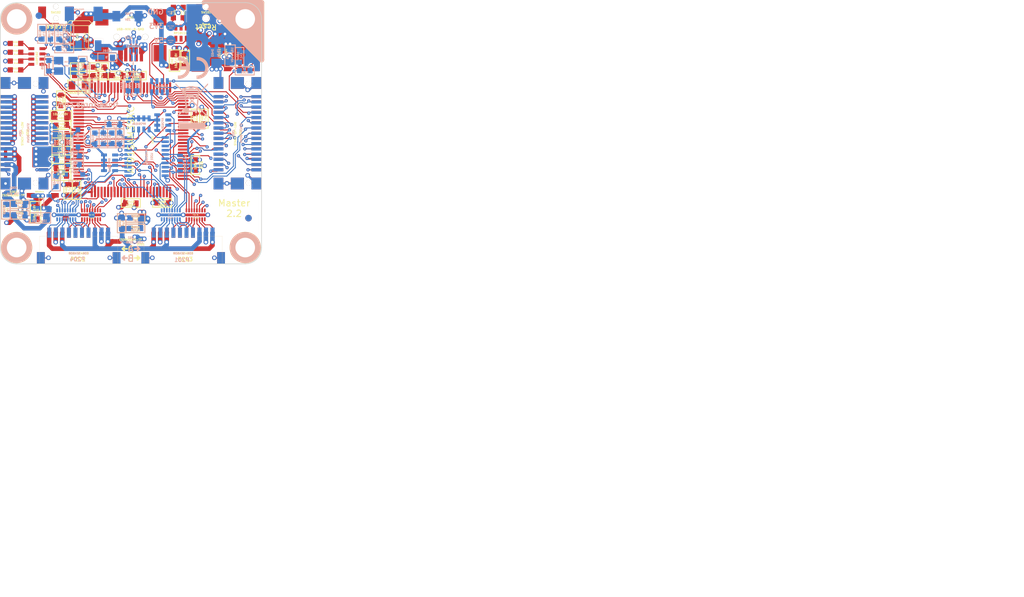
<source format=kicad_pcb>
(kicad_pcb (version 4) (host pcbnew 4.0.2+dfsg1-stable)
  (title_block (date "30 jan 2015") (company "Tinkerforge GmbH") (comment 1 "Licensed under CERN OHL v.1.1") (comment 2 "Copyright (©) 2011, B.Nordmeyer <bastian@tinkerforge.com>"))
  (layers (0 Vorderseite signal hide) (1 GND signal hide) (2 VCC signal hide) (31 Rückseite signal hide) (34 B.Paste user) (35 F.Paste user) (36 B.SilkS user) (37 F.SilkS user) (38 B.Mask user) (39 F.Mask user) (44 Edge.Cuts user))
  (net 0 "")
  (net 1 3V3)
  (net 2 3V3-EN)
  (net 3 BRICKLET-I2C-SCL)
  (net 4 BRICKLET-I2C-SDA)
  (net 5 BRICKLET-IO0_0/AD0)
  (net 6 BRICKLET-IO0_1)
  (net 7 BRICKLET-IO0_2/PWM0)
  (net 8 BRICKLET-IO0_3)
  (net 9 BRICKLET-IO1_0/AD1)
  (net 10 BRICKLET-IO1_1)
  (net 11 BRICKLET-IO1_2/PWM1)
  (net 12 BRICKLET-IO1_3)
  (net 13 BRICKLET-IO2_0/AD2)
  (net 14 BRICKLET-IO2_1/DA0)
  (net 15 BRICKLET-IO2_2/PWM2)
  (net 16 BRICKLET-IO2_3)
  (net 17 BRICKLET-IO3_0/AD3)
  (net 18 BRICKLET-IO3_1/DA1)
  (net 19 BRICKLET-IO3_2/PWM3)
  (net 20 BRICKLET-IO3_3)
  (net 21 BRICKLET-SEL-0)
  (net 22 BRICKLET-SEL-1)
  (net 23 BRICKLET-SEL-2)
  (net 24 BRICKLET-SEL-3)
  (net 25 GND)
  (net 26 LED1)
  (net 27 LED2)
  (net 28 LED3)
  (net 29 LED4)
  (net 30 "Net-(C101-Pad1)")
  (net 31 "Net-(C102-Pad1)")
  (net 32 "Net-(C104-Pad1)")
  (net 33 "Net-(C205-Pad2)")
  (net 34 "Net-(C206-Pad2)")
  (net 35 "Net-(C302-Pad1)")
  (net 36 "Net-(C303-Pad1)")
  (net 37 "Net-(C413-Pad1)")
  (net 38 "Net-(C422-Pad1)")
  (net 39 "Net-(C423-Pad1)")
  (net 40 "Net-(D101-Pad2)")
  (net 41 "Net-(D102-Pad2)")
  (net 42 "Net-(D103-Pad2)")
  (net 43 "Net-(D104-Pad2)")
  (net 44 "Net-(D105-Pad2)")
  (net 45 "Net-(D106-Pad2)")
  (net 46 "Net-(F101-Pad1)")
  (net 47 "Net-(FB101-Pad2)")
  (net 48 "Net-(FB301-Pad1)")
  (net 49 "Net-(FILTER201-Pad1)")
  (net 50 "Net-(FILTER201-Pad15)")
  (net 51 "Net-(FILTER201-Pad16)")
  (net 52 "Net-(FILTER201-Pad2)")
  (net 53 "Net-(FILTER201-Pad3)")
  (net 54 "Net-(FILTER201-Pad4)")
  (net 55 "Net-(FILTER201-Pad5)")
  (net 56 "Net-(FILTER201-Pad6)")
  (net 57 "Net-(FILTER201-Pad7)")
  (net 58 "Net-(FILTER202-Pad1)")
  (net 59 "Net-(FILTER202-Pad15)")
  (net 60 "Net-(FILTER202-Pad16)")
  (net 61 "Net-(FILTER202-Pad2)")
  (net 62 "Net-(FILTER202-Pad3)")
  (net 63 "Net-(FILTER202-Pad4)")
  (net 64 "Net-(FILTER202-Pad5)")
  (net 65 "Net-(FILTER202-Pad6)")
  (net 66 "Net-(FILTER202-Pad7)")
  (net 67 "Net-(FILTER203-Pad1)")
  (net 68 "Net-(FILTER203-Pad15)")
  (net 69 "Net-(FILTER203-Pad16)")
  (net 70 "Net-(FILTER203-Pad2)")
  (net 71 "Net-(FILTER203-Pad3)")
  (net 72 "Net-(FILTER203-Pad4)")
  (net 73 "Net-(FILTER203-Pad5)")
  (net 74 "Net-(FILTER203-Pad6)")
  (net 75 "Net-(FILTER203-Pad7)")
  (net 76 "Net-(FILTER204-Pad1)")
  (net 77 "Net-(FILTER204-Pad15)")
  (net 78 "Net-(FILTER204-Pad16)")
  (net 79 "Net-(FILTER204-Pad2)")
  (net 80 "Net-(FILTER204-Pad3)")
  (net 81 "Net-(FILTER204-Pad4)")
  (net 82 "Net-(FILTER204-Pad5)")
  (net 83 "Net-(FILTER204-Pad6)")
  (net 84 "Net-(FILTER204-Pad7)")
  (net 85 "Net-(J101-Pad2)")
  (net 86 "Net-(J101-Pad3)")
  (net 87 "Net-(J303-Pad1)")
  (net 88 "Net-(J303-Pad10)")
  (net 89 "Net-(J303-Pad29)")
  (net 90 "Net-(J303-Pad30)")
  (net 91 "Net-(L101-Pad1)")
  (net 92 "Net-(L101-Pad2)")
  (net 93 "Net-(L101-Pad3)")
  (net 94 "Net-(L101-Pad4)")
  (net 95 "Net-(R101-Pad2)")
  (net 96 "Net-(R102-Pad2)")
  (net 97 "Net-(RP101-Pad5)")
  (net 98 "Net-(RP101-Pad8)")
  (net 99 "Net-(RP201-Pad5)")
  (net 100 "Net-(RP201-Pad6)")
  (net 101 "Net-(RP201-Pad7)")
  (net 102 "Net-(RP201-Pad8)")
  (net 103 "Net-(SW102-Pad1)")
  (net 104 SCL-PULLUP)
  (net 105 SDA-PULLUP)
  (net 106 STACK-CURRENT)
  (net 107 STACK-EX-0-GP00)
  (net 108 STACK-EX-0-GP01)
  (net 109 STACK-EX-0-GP02)
  (net 110 STACK-EX-1-GP00)
  (net 111 STACK-EX-1-GP01)
  (net 112 STACK-EX-1-GP02)
  (net 113 STACK-HIGH/JTAG-TMS)
  (net 114 STACK-I2C-SCL/JTAG-TDO)
  (net 115 STACK-I2C-SDA/JTAG-TDI)
  (net 116 STACK-MASTER-DETECT)
  (net 117 STACK-RESET)
  (net 118 STACK-SELECT-00)
  (net 119 STACK-SELECT-01)
  (net 120 STACK-SELECT-02)
  (net 121 STACK-SELECT-03)
  (net 122 STACK-SELECT-04)
  (net 123 STACK-SELECT-05)
  (net 124 STACK-SELECT-06)
  (net 125 STACK-SELECT-07)
  (net 126 STACK-SELECT-EX-00)
  (net 127 STACK-SELECT-EX-01)
  (net 128 STACK-SER-RXD)
  (net 129 STACK-SER-SCK)
  (net 130 STACK-SER-TXD)
  (net 131 STACK-SER2-RTS)
  (net 132 STACK-SER2-RXD)
  (net 133 STACK-SER2-TXD)
  (net 134 STACK-SPI-MISO)
  (net 135 STACK-SPI-MOSI)
  (net 136 STACK-SPI-SCLK)
  (net 137 STACK-SPI-SELECT)
  (net 138 STACK-SYNC/JTAG-TCK)
  (net 139 STACK-VOLTAGE)
  (net 140 USB-DETECT)
  (net 141 VPP)
  (net 142 VSTACK)
  (net 143 VUSB)
  (net 144 XIN)
  (net 145 XOUT)
  (net 146 "Net-(J301-Pad7)")
  (module 0603 (layer Vorderseite) (at 158.5 92.7 90)
    (fp_text reference C404 (at -0.025 -0.275 90) (layer F.SilkS) (effects (font (size 0.29972 0.29972) (thickness 0.0762))))
    (fp_text value 4.7µF (at -0.025 0.225 90) (layer F.SilkS) (effects (font (size 0.29972 0.29972) (thickness 0.0762))))
    (pad 1 smd rect (at -0.8001 0 90) (size 0.8001 0.8001) (layers Vorderseite F.Paste F.Mask) (net 1 3V3))
    (pad 2 smd rect (at 0.8001 0 90) (size 0.8001 0.8001) (layers Vorderseite F.Paste F.Mask) (net 25 GND))
  )
  (module BTB08-ACS-TOP (layer Vorderseite) (at 131.025 94.925 90)
    (fp_text reference J303 (at 0.025 0.475 90) (layer F.SilkS) (effects (font (size 0.3 0.3) (thickness 0.075))))
    (fp_text value STACK-UP-LOW (at -0.075 -0.325 90) (layer F.SilkS) (effects (font (size 0.3 0.3) (thickness 0.075))))
    (pad 29 smd rect (at -5.59816 2.89814 270) (size 0.49784 1.4986) (layers Vorderseite F.Paste F.Mask) (net 89 "Net-(J303-Pad29)"))
    (pad 27 smd rect (at -4.79806 2.89814 270) (size 0.49784 1.4986) (layers Vorderseite F.Paste F.Mask) (net 48 "Net-(FB301-Pad1)"))
    (pad 25 smd rect (at -3.99796 2.89814 270) (size 0.49784 1.4986) (layers Vorderseite F.Paste F.Mask) (net 48 "Net-(FB301-Pad1)"))
    (pad 23 smd rect (at -3.19786 2.89814 270) (size 0.49784 1.4986) (layers Vorderseite F.Paste F.Mask) (net 48 "Net-(FB301-Pad1)"))
    (pad 21 smd rect (at -2.39776 2.89814 270) (size 0.49784 1.4986) (layers Vorderseite F.Paste F.Mask) (net 48 "Net-(FB301-Pad1)"))
    (pad 19 smd rect (at -1.59766 2.89814 270) (size 0.49784 1.4986) (layers Vorderseite F.Paste F.Mask) (net 87 "Net-(J303-Pad1)"))
    (pad 17 smd rect (at -0.79756 2.89814 270) (size 0.49784 1.4986) (layers Vorderseite F.Paste F.Mask) (net 87 "Net-(J303-Pad1)"))
    (pad 15 smd rect (at 0 2.89814 270) (size 0.49784 1.4986) (layers Vorderseite F.Paste F.Mask) (net 87 "Net-(J303-Pad1)"))
    (pad 13 smd rect (at 0.79756 2.89814 270) (size 0.49784 1.4986) (layers Vorderseite F.Paste F.Mask) (net 87 "Net-(J303-Pad1)"))
    (pad 11 smd rect (at 1.59766 2.89814 270) (size 0.49784 1.4986) (layers Vorderseite F.Paste F.Mask) (net 87 "Net-(J303-Pad1)"))
    (pad 9 smd rect (at 2.39776 2.89814 270) (size 0.49784 1.4986) (layers Vorderseite F.Paste F.Mask) (net 87 "Net-(J303-Pad1)"))
    (pad 7 smd rect (at 3.19786 2.89814 270) (size 0.49784 1.4986) (layers Vorderseite F.Paste F.Mask) (net 87 "Net-(J303-Pad1)"))
    (pad 5 smd rect (at 3.99796 2.89814 270) (size 0.49784 1.4986) (layers Vorderseite F.Paste F.Mask) (net 87 "Net-(J303-Pad1)"))
    (pad 3 smd rect (at 4.79806 2.89814 270) (size 0.49784 1.4986) (layers Vorderseite F.Paste F.Mask) (net 87 "Net-(J303-Pad1)"))
    (pad 1 smd rect (at 5.59816 2.89814 270) (size 0.49784 1.4986) (layers Vorderseite F.Paste F.Mask) (net 87 "Net-(J303-Pad1)"))
    (pad 2 smd rect (at 5.59816 -2.89814 90) (size 0.49784 1.4986) (layers Vorderseite F.Paste F.Mask) (net 88 "Net-(J303-Pad10)"))
    (pad 4 smd rect (at 4.79806 -2.89814 90) (size 0.49784 1.4986) (layers Vorderseite F.Paste F.Mask) (net 88 "Net-(J303-Pad10)"))
    (pad 6 smd rect (at 3.99796 -2.89814 90) (size 0.49784 1.4986) (layers Vorderseite F.Paste F.Mask) (net 88 "Net-(J303-Pad10)"))
    (pad 8 smd rect (at 3.19786 -2.89814 90) (size 0.49784 1.4986) (layers Vorderseite F.Paste F.Mask) (net 88 "Net-(J303-Pad10)"))
    (pad 10 smd rect (at 2.39776 -2.89814 90) (size 0.49784 1.4986) (layers Vorderseite F.Paste F.Mask) (net 88 "Net-(J303-Pad10)"))
    (pad 12 smd rect (at 1.59766 -2.89814 90) (size 0.49784 1.4986) (layers Vorderseite F.Paste F.Mask) (net 88 "Net-(J303-Pad10)"))
    (pad 14 smd rect (at 0.79756 -2.89814 90) (size 0.49784 1.4986) (layers Vorderseite F.Paste F.Mask) (net 88 "Net-(J303-Pad10)"))
    (pad 16 smd rect (at 0 -2.89814 90) (size 0.49784 1.4986) (layers Vorderseite F.Paste F.Mask) (net 88 "Net-(J303-Pad10)"))
    (pad 18 smd rect (at -0.79756 -2.89814 90) (size 0.49784 1.4986) (layers Vorderseite F.Paste F.Mask) (net 88 "Net-(J303-Pad10)"))
    (pad 20 smd rect (at -1.59766 -2.89814 90) (size 0.49784 1.4986) (layers Vorderseite F.Paste F.Mask) (net 88 "Net-(J303-Pad10)"))
    (pad 22 smd rect (at -2.39776 -2.89814 90) (size 0.49784 1.4986) (layers Vorderseite F.Paste F.Mask) (net 35 "Net-(C302-Pad1)"))
    (pad 24 smd rect (at -3.19786 -2.89814 90) (size 0.49784 1.4986) (layers Vorderseite F.Paste F.Mask) (net 35 "Net-(C302-Pad1)"))
    (pad 26 smd rect (at -3.99796 -2.89814 90) (size 0.49784 1.4986) (layers Vorderseite F.Paste F.Mask) (net 35 "Net-(C302-Pad1)"))
    (pad 28 smd rect (at -4.79806 -2.89814 90) (size 0.49784 1.4986) (layers Vorderseite F.Paste F.Mask) (net 36 "Net-(C303-Pad1)"))
    (pad 30 smd rect (at -5.59816 -2.89814 90) (size 0.49784 1.4986) (layers Vorderseite F.Paste F.Mask) (net 90 "Net-(J303-Pad30)"))
    (pad EP smd rect (at 7.69874 -2.90068 90) (size 1.80086 1.50114) (layers Vorderseite F.Paste F.Mask) (net 25 GND))
    (pad EP smd rect (at 7.69874 2.90068 90) (size 1.80086 1.50114) (layers Vorderseite F.Paste F.Mask) (net 25 GND))
    (pad EP smd rect (at -7.69874 2.90068 90) (size 1.80086 1.50114) (layers Vorderseite F.Paste F.Mask) (net 25 GND))
    (pad EP smd rect (at -7.69874 -2.90068 90) (size 1.80086 1.50114) (layers Vorderseite F.Paste F.Mask) (net 25 GND))
    (pad EP smd rect (at 7.69874 0 90) (size 1.80086 1.99898) (layers Vorderseite F.Paste F.Mask) (net 25 GND))
    (pad EP smd rect (at -7.69874 0 90) (size 1.80086 1.99898) (layers Vorderseite F.Paste F.Mask) (net 25 GND))
    (pad "" thru_hole circle (at 7.59968 1.69926 90) (size 0.8001 0.8001) (drill 0.8001) (layers *.Cu *.Mask F.SilkS))
    (pad "" thru_hole circle (at -7.59968 1.69926 90) (size 0.8001 0.8001) (drill 0.8001) (layers *.Cu *.Mask F.SilkS))
  )
  (module kicad-libraries:WEEE_7mm_back (layer Rückseite) (at 156.625 90.825)
    (fp_text reference VAL hide)
    (fp_text value WEEE_7mm_back hide)
  )
  (module CON-SENSOR (layer Rückseite) (at 139.325 114.925 180)
    (fp_text reference P204 (at 0.2 0.7 180) (layer B.SilkS) (effects (font (size 0.59944 0.59944) (thickness 0.12446)) (justify mirror)))
    (fp_text value CON-SENSOR (at 0 1.6002 180) (layer B.SilkS) (effects (font (size 0.29972 0.29972) (thickness 0.07112)) (justify mirror)))
    (pad 1 smd rect (at -4.50088 4.7752 180) (size 0.59944 1.5494) (layers Rückseite B.Paste B.Mask) (net 33 "Net-(C205-Pad2)"))
    (pad 2 smd rect (at -3.50012 4.7752 180) (size 0.59944 1.5494) (layers Rückseite B.Paste B.Mask) (net 25 GND))
    (pad 3 smd rect (at -2.49936 4.7752 180) (size 0.59944 1.5494) (layers Rückseite B.Paste B.Mask) (net 34 "Net-(C206-Pad2)"))
    (pad 4 smd rect (at -1.50114 4.7752 180) (size 0.59944 1.5494) (layers Rückseite B.Paste B.Mask) (net 76 "Net-(FILTER204-Pad1)"))
    (pad 5 smd rect (at -0.50038 4.7752 180) (size 0.59944 1.5494) (layers Rückseite B.Paste B.Mask) (net 79 "Net-(FILTER204-Pad2)"))
    (pad 6 smd rect (at 0.50038 4.7752 180) (size 0.59944 1.5494) (layers Rückseite B.Paste B.Mask) (net 80 "Net-(FILTER204-Pad3)"))
    (pad 7 smd rect (at 1.50114 4.7752 180) (size 0.59944 1.5494) (layers Rückseite B.Paste B.Mask) (net 81 "Net-(FILTER204-Pad4)"))
    (pad 8 smd rect (at 2.49936 4.7752 180) (size 0.59944 1.5494) (layers Rückseite B.Paste B.Mask) (net 82 "Net-(FILTER204-Pad5)"))
    (pad 9 smd rect (at 3.50012 4.7752 180) (size 0.59944 1.5494) (layers Rückseite B.Paste B.Mask) (net 83 "Net-(FILTER204-Pad6)"))
    (pad 10 smd rect (at 4.50088 4.7752 180) (size 0.59944 1.5494) (layers Rückseite B.Paste B.Mask) (net 84 "Net-(FILTER204-Pad7)"))
    (pad EP smd rect (at -5.79882 0.89916 180) (size 1.19888 1.80086) (layers Rückseite B.Paste B.Mask) (net 25 GND))
    (pad EP smd rect (at 5.79882 0.89916 180) (size 1.19888 1.80086) (layers Rückseite B.Paste B.Mask) (net 25 GND))
  )
  (module BTB08-ACS-BTM (layer Rückseite) (at 131.025 94.925 270)
    (fp_text reference J304 (at -0.025 0.625 270) (layer B.SilkS) (effects (font (size 0.3 0.3) (thickness 0.075)) (justify mirror)))
    (fp_text value STACK-DOWN (at -0.025 -0.575 270) (layer B.SilkS) (effects (font (size 0.3 0.3) (thickness 0.075)) (justify mirror)))
    (pad 1 smd rect (at -5.59816 -2.89814 90) (size 0.49784 1.4986) (layers Rückseite B.Paste B.Mask) (net 87 "Net-(J303-Pad1)"))
    (pad 3 smd rect (at -4.79806 -2.89814 90) (size 0.49784 1.4986) (layers Rückseite B.Paste B.Mask) (net 87 "Net-(J303-Pad1)"))
    (pad 5 smd rect (at -3.99796 -2.89814 90) (size 0.49784 1.4986) (layers Rückseite B.Paste B.Mask) (net 87 "Net-(J303-Pad1)"))
    (pad 7 smd rect (at -3.19786 -2.89814 90) (size 0.49784 1.4986) (layers Rückseite B.Paste B.Mask) (net 87 "Net-(J303-Pad1)"))
    (pad 9 smd rect (at -2.39776 -2.89814 90) (size 0.49784 1.4986) (layers Rückseite B.Paste B.Mask) (net 87 "Net-(J303-Pad1)"))
    (pad 11 smd rect (at -1.59766 -2.89814 90) (size 0.49784 1.4986) (layers Rückseite B.Paste B.Mask) (net 87 "Net-(J303-Pad1)"))
    (pad 13 smd rect (at -0.79756 -2.89814 90) (size 0.49784 1.4986) (layers Rückseite B.Paste B.Mask) (net 87 "Net-(J303-Pad1)"))
    (pad 15 smd rect (at 0 -2.89814 90) (size 0.49784 1.4986) (layers Rückseite B.Paste B.Mask) (net 87 "Net-(J303-Pad1)"))
    (pad 17 smd rect (at 0.79756 -2.89814 90) (size 0.49784 1.4986) (layers Rückseite B.Paste B.Mask) (net 87 "Net-(J303-Pad1)"))
    (pad 19 smd rect (at 1.59766 -2.89814 90) (size 0.49784 1.4986) (layers Rückseite B.Paste B.Mask) (net 87 "Net-(J303-Pad1)"))
    (pad 21 smd rect (at 2.39776 -2.89814 90) (size 0.49784 1.4986) (layers Rückseite B.Paste B.Mask) (net 48 "Net-(FB301-Pad1)"))
    (pad 23 smd rect (at 3.19786 -2.89814 90) (size 0.49784 1.4986) (layers Rückseite B.Paste B.Mask) (net 48 "Net-(FB301-Pad1)"))
    (pad 25 smd rect (at 3.99796 -2.89814 90) (size 0.49784 1.4986) (layers Rückseite B.Paste B.Mask) (net 48 "Net-(FB301-Pad1)"))
    (pad 27 smd rect (at 4.79806 -2.89814 90) (size 0.49784 1.4986) (layers Rückseite B.Paste B.Mask) (net 48 "Net-(FB301-Pad1)"))
    (pad 29 smd rect (at 5.59816 -2.89814 90) (size 0.49784 1.4986) (layers Rückseite B.Paste B.Mask) (net 89 "Net-(J303-Pad29)"))
    (pad 30 smd rect (at 5.59816 2.89814 270) (size 0.49784 1.4986) (layers Rückseite B.Paste B.Mask) (net 90 "Net-(J303-Pad30)"))
    (pad 28 smd rect (at 4.79806 2.89814 270) (size 0.49784 1.4986) (layers Rückseite B.Paste B.Mask) (net 36 "Net-(C303-Pad1)"))
    (pad 26 smd rect (at 3.99796 2.89814 270) (size 0.49784 1.4986) (layers Rückseite B.Paste B.Mask) (net 35 "Net-(C302-Pad1)"))
    (pad 24 smd rect (at 3.19786 2.89814 270) (size 0.49784 1.4986) (layers Rückseite B.Paste B.Mask) (net 35 "Net-(C302-Pad1)"))
    (pad 22 smd rect (at 2.39776 2.89814 270) (size 0.49784 1.4986) (layers Rückseite B.Paste B.Mask) (net 35 "Net-(C302-Pad1)"))
    (pad 20 smd rect (at 1.59766 2.89814 270) (size 0.49784 1.4986) (layers Rückseite B.Paste B.Mask) (net 88 "Net-(J303-Pad10)"))
    (pad 18 smd rect (at 0.79756 2.89814 270) (size 0.49784 1.4986) (layers Rückseite B.Paste B.Mask) (net 88 "Net-(J303-Pad10)"))
    (pad 16 smd rect (at 0 2.89814 270) (size 0.49784 1.4986) (layers Rückseite B.Paste B.Mask) (net 88 "Net-(J303-Pad10)"))
    (pad 14 smd rect (at -0.79756 2.89814 270) (size 0.49784 1.4986) (layers Rückseite B.Paste B.Mask) (net 88 "Net-(J303-Pad10)"))
    (pad 12 smd rect (at -1.59766 2.89814 270) (size 0.49784 1.4986) (layers Rückseite B.Paste B.Mask) (net 88 "Net-(J303-Pad10)"))
    (pad 10 smd rect (at -2.39776 2.89814 270) (size 0.49784 1.4986) (layers Rückseite B.Paste B.Mask) (net 88 "Net-(J303-Pad10)"))
    (pad 8 smd rect (at -3.19786 2.89814 270) (size 0.49784 1.4986) (layers Rückseite B.Paste B.Mask) (net 88 "Net-(J303-Pad10)"))
    (pad 6 smd rect (at -3.99796 2.89814 270) (size 0.49784 1.4986) (layers Rückseite B.Paste B.Mask) (net 88 "Net-(J303-Pad10)"))
    (pad 4 smd rect (at -4.79806 2.89814 270) (size 0.49784 1.4986) (layers Rückseite B.Paste B.Mask) (net 88 "Net-(J303-Pad10)"))
    (pad 2 smd rect (at -5.59816 2.89814 270) (size 0.49784 1.4986) (layers Rückseite B.Paste B.Mask) (net 88 "Net-(J303-Pad10)"))
    (pad EP smd rect (at 7.69874 2.90068 270) (size 1.80086 1.50114) (layers Rückseite B.Paste B.Mask) (net 25 GND))
    (pad EP smd rect (at 7.69874 -2.90068 270) (size 1.80086 1.50114) (layers Rückseite B.Paste B.Mask) (net 25 GND))
    (pad EP smd rect (at -7.69874 -2.90068 270) (size 1.80086 1.50114) (layers Rückseite B.Paste B.Mask) (net 25 GND))
    (pad EP smd rect (at -7.69874 2.90068 270) (size 1.80086 1.50114) (layers Rückseite B.Paste B.Mask) (net 25 GND))
    (pad EP smd rect (at 7.69874 0 270) (size 1.80086 1.99898) (layers Rückseite B.Paste B.Mask) (net 25 GND))
    (pad EP smd rect (at -7.69874 0 270) (size 1.80086 1.99898) (layers Rückseite B.Paste B.Mask) (net 25 GND))
    (pad "" thru_hole circle (at 7.59968 -1.69926 270) (size 0.8001 0.8001) (drill 0.8001) (layers *.Cu *.Mask B.SilkS))
    (pad "" thru_hole circle (at -7.59968 -1.69926 270) (size 0.8001 0.8001) (drill 0.8001) (layers *.Cu *.Mask B.SilkS))
  )
  (module WE-CNSW-0603 (layer Rückseite) (at 147.725 84.175 270)
    (fp_text reference L101 (at 0 0.05 270) (layer B.SilkS) (effects (font (size 0.2 0.2) (thickness 0.05)) (justify mirror)))
    (fp_text value 744230900 (at 1.4 -0.35 360) (layer B.SilkS) (effects (font (size 0.2 0.2) (thickness 0.05)) (justify mirror)))
    (pad 1 smd rect (at -0.725 0.25 270) (size 0.85 0.25) (layers Rückseite B.Paste B.Mask) (net 91 "Net-(L101-Pad1)"))
    (pad 2 smd rect (at 0.725 0.25 270) (size 0.85 0.25) (layers Rückseite B.Paste B.Mask) (net 92 "Net-(L101-Pad2)"))
    (pad 3 smd rect (at 0.725 -0.25 270) (size 0.85 0.25) (layers Rückseite B.Paste B.Mask) (net 93 "Net-(L101-Pad3)"))
    (pad 4 smd rect (at -0.725 -0.25 270) (size 0.85 0.25) (layers Rückseite B.Paste B.Mask) (net 94 "Net-(L101-Pad4)"))
  )
  (module USB-MINI-B-SMD (layer Vorderseite) (at 147.325 74.925)
    (fp_text reference J101 (at -0.0891 2.275) (layer F.SilkS) (effects (font (size 0.29972 0.29972) (thickness 0.0762))))
    (fp_text value USB-MINI-B-SMD (at -0.0891 4.075) (layer F.SilkS) (effects (font (size 0.29972 0.29972) (thickness 0.0762))))
    (pad "" smd rect (at 4.45008 2.25044) (size 1.99898 2.49936) (layers Vorderseite F.Paste F.Mask) (clearance 0.14986))
    (pad "" smd rect (at 4.45008 7.74954) (size 1.99898 2.49936) (layers Vorderseite F.Paste F.Mask))
    (pad 6 smd rect (at -4.45008 7.74954) (size 1.99898 2.49936) (layers Vorderseite F.Paste F.Mask) (net 47 "Net-(FB101-Pad2)"))
    (pad "" smd rect (at -4.45008 2.25044) (size 1.99898 2.49936) (layers Vorderseite F.Paste F.Mask))
    (pad "" thru_hole circle (at 2.19964 5.25018) (size 0.90932 0.90932) (drill 0.89916) (layers *.Cu *.Mask F.SilkS) (clearance 0.14986))
    (pad "" thru_hole circle (at -2.19964 5.25018) (size 0.90932 0.90932) (drill 0.89916) (layers *.Cu *.Mask F.SilkS) (clearance 0.14986))
    (pad 5 smd rect (at -1.6002 7.85114) (size 0.50038 2.30124) (layers Vorderseite F.Paste F.Mask) (net 25 GND) (clearance 0.14986))
    (pad 4 smd rect (at -0.8001 7.85114) (size 0.50038 2.30124) (layers Vorderseite F.Paste F.Mask) (clearance 0.14986))
    (pad 3 smd rect (at 0 7.85114) (size 0.50038 2.30124) (layers Vorderseite F.Paste F.Mask) (net 86 "Net-(J101-Pad3)") (clearance 0.14986))
    (pad 2 smd rect (at 0.8001 7.85114) (size 0.50038 2.30124) (layers Vorderseite F.Paste F.Mask) (net 85 "Net-(J101-Pad2)") (clearance 0.14986))
    (pad 1 smd rect (at 1.6002 7.85114) (size 0.50038 2.30124) (layers Vorderseite F.Paste F.Mask) (net 46 "Net-(F101-Pad1)") (clearance 0.14986))
  )
  (module TSSOP20 (layer Rückseite) (at 149.725 98.5 270)
    (fp_text reference U201 (at 0.025 -0.8 270) (layer B.SilkS) (effects (font (size 0.3 0.3) (thickness 0.075)) (justify mirror)))
    (fp_text value PCA9518PW (at 0 0 270) (layer B.SilkS) (effects (font (size 0.3 0.3) (thickness 0.075)) (justify mirror)))
    (pad 1 smd rect (at -2.92354 -2.84988 90) (size 0.39878 1.09982) (layers Rückseite B.Paste B.Mask) (net 99 "Net-(RP201-Pad5)"))
    (pad 2 smd rect (at -2.2733 -2.84988 90) (size 0.39878 1.09982) (layers Rückseite B.Paste B.Mask) (net 100 "Net-(RP201-Pad6)"))
    (pad 3 smd rect (at -1.62306 -2.84988 90) (size 0.39878 1.09982) (layers Rückseite B.Paste B.Mask) (net 3 BRICKLET-I2C-SCL))
    (pad 4 smd rect (at -0.97282 -2.84988 90) (size 0.39878 1.09982) (layers Rückseite B.Paste B.Mask) (net 4 BRICKLET-I2C-SDA))
    (pad 5 smd rect (at -0.32258 -2.84988 90) (size 0.39878 1.09982) (layers Rückseite B.Paste B.Mask) (net 51 "Net-(FILTER201-Pad16)"))
    (pad 6 smd rect (at 0.32258 -2.84988 90) (size 0.39878 1.09982) (layers Rückseite B.Paste B.Mask) (net 50 "Net-(FILTER201-Pad15)"))
    (pad 7 smd rect (at 0.97282 -2.84988 90) (size 0.39878 1.09982) (layers Rückseite B.Paste B.Mask) (net 22 BRICKLET-SEL-1))
    (pad 8 smd rect (at 1.62306 -2.84988 90) (size 0.39878 1.09982) (layers Rückseite B.Paste B.Mask) (net 69 "Net-(FILTER203-Pad16)"))
    (pad 9 smd rect (at 2.2733 -2.84988 90) (size 0.39878 1.09982) (layers Rückseite B.Paste B.Mask) (net 68 "Net-(FILTER203-Pad15)"))
    (pad 10 smd rect (at 2.92354 -2.84988 90) (size 0.39878 1.09982) (layers Rückseite B.Paste B.Mask) (net 25 GND))
    (pad 11 smd rect (at 2.92354 2.84988 270) (size 0.39878 1.09982) (layers Rückseite B.Paste B.Mask) (net 24 BRICKLET-SEL-3))
    (pad 12 smd rect (at 2.2733 2.84988 270) (size 0.39878 1.09982) (layers Rückseite B.Paste B.Mask) (net 78 "Net-(FILTER204-Pad16)"))
    (pad 13 smd rect (at 1.62306 2.84988 270) (size 0.39878 1.09982) (layers Rückseite B.Paste B.Mask) (net 77 "Net-(FILTER204-Pad15)"))
    (pad 14 smd rect (at 0.97282 2.84988 270) (size 0.39878 1.09982) (layers Rückseite B.Paste B.Mask) (net 21 BRICKLET-SEL-0))
    (pad 15 smd rect (at 0.32258 2.84988 270) (size 0.39878 1.09982) (layers Rückseite B.Paste B.Mask) (net 60 "Net-(FILTER202-Pad16)"))
    (pad 16 smd rect (at -0.32258 2.84988 270) (size 0.39878 1.09982) (layers Rückseite B.Paste B.Mask) (net 59 "Net-(FILTER202-Pad15)"))
    (pad 17 smd rect (at -0.97282 2.84988 270) (size 0.39878 1.09982) (layers Rückseite B.Paste B.Mask) (net 23 BRICKLET-SEL-2))
    (pad 18 smd rect (at -1.62306 2.84988 270) (size 0.39878 1.09982) (layers Rückseite B.Paste B.Mask) (net 101 "Net-(RP201-Pad7)"))
    (pad 19 smd rect (at -2.2733 2.84988 270) (size 0.39878 1.09982) (layers Rückseite B.Paste B.Mask) (net 102 "Net-(RP201-Pad8)"))
    (pad 20 smd rect (at -2.92354 2.84988 270) (size 0.39878 1.09982) (layers Rückseite B.Paste B.Mask) (net 1 3V3))
  )
  (module TACT-SWITCH (layer Vorderseite) (at 158.825 76.425)
    (fp_text reference SW101 (at 0 0) (layer F.SilkS) (effects (font (size 0.29972 0.29972) (thickness 0.0762))))
    (fp_text value Reset (at 0 1.80086) (layer F.SilkS) (effects (font (size 0.29972 0.29972) (thickness 0.0762))))
    (pad 1 smd rect (at -2.09898 0) (size 1.2 1.80086) (layers Vorderseite F.Paste F.Mask) (net 117 STACK-RESET) (clearance 0.14986))
    (pad 2 smd rect (at 2.09898 0) (size 1.20076 1.80086) (layers Vorderseite F.Paste F.Mask) (net 25 GND) (clearance 0.14986))
    (pad "" thru_hole circle (at 0 0.89916) (size 0.8001 0.8001) (drill 0.8001) (layers *.Cu *.Mask F.SilkS) (clearance 0.14986))
    (pad "" thru_hole circle (at 0 -0.89916) (size 0.8001 0.8001) (drill 0.8001) (layers *.Cu *.Mask F.SilkS) (clearance 0.14986))
  )
  (module TACT-SWITCH (layer Vorderseite) (at 135.825 76.425)
    (fp_text reference SW102 (at 0 0) (layer F.SilkS) (effects (font (size 0.29972 0.29972) (thickness 0.0762))))
    (fp_text value Erase (at 0 1.80086) (layer F.SilkS) (effects (font (size 0.29972 0.29972) (thickness 0.0762))))
    (pad 1 smd rect (at -2.09898 0) (size 1.2 1.80086) (layers Vorderseite F.Paste F.Mask) (net 103 "Net-(SW102-Pad1)") (clearance 0.14986))
    (pad 2 smd rect (at 2.09898 0) (size 1.20076 1.80086) (layers Vorderseite F.Paste F.Mask) (net 1 3V3) (clearance 0.14986))
    (pad "" thru_hole circle (at 0 0.89916) (size 0.8001 0.8001) (drill 0.8001) (layers *.Cu *.Mask F.SilkS) (clearance 0.14986))
    (pad "" thru_hole circle (at 0 -0.89916) (size 0.8001 0.8001) (drill 0.8001) (layers *.Cu *.Mask F.SilkS) (clearance 0.14986))
  )
  (module SOT563-SPEC (layer Rückseite) (at 147.725 81.625)
    (fp_text reference U102 (at -0.75 -1.325) (layer B.SilkS) (effects (font (size 0.3 0.3) (thickness 0.075)) (justify mirror)))
    (fp_text value 82400152 (at 0 0) (layer B.SilkS) (effects (font (size 0.29972 0.29972) (thickness 0.0762)) (justify mirror)))
    (pad 1 smd rect (at -0.49784 -0.6731 180) (size 0.29972 0.55118) (layers Rückseite B.Paste B.Mask) (net 86 "Net-(J101-Pad3)") (clearance 0.14986))
    (pad 2 smd rect (at 0 -0.6731 180) (size 0.29972 0.55118) (layers Rückseite B.Paste B.Mask) (net 25 GND) (clearance 0.14986))
    (pad 3 smd rect (at 0.49784 -0.6731 180) (size 0.29972 0.55118) (layers Rückseite B.Paste B.Mask) (net 85 "Net-(J101-Pad2)") (clearance 0.14986))
    (pad 4 smd rect (at 0.49784 0.6731) (size 0.29972 0.55118) (layers Rückseite B.Paste B.Mask) (net 94 "Net-(L101-Pad4)") (clearance 0.14986))
    (pad 5 smd rect (at 0 0.6731) (size 0.29972 0.55118) (layers Rückseite B.Paste B.Mask) (net 46 "Net-(F101-Pad1)") (clearance 0.14986))
    (pad 6 smd rect (at -0.49784 0.6731) (size 0.29972 0.55118) (layers Rückseite B.Paste B.Mask) (net 91 "Net-(L101-Pad1)") (clearance 0.14986))
  )
  (module SOT23-5 (layer Rückseite) (at 133.6 105.45 90)
    (fp_text reference U402 (at 0 -0.35052 90) (layer B.SilkS) (effects (font (size 0.2 0.2) (thickness 0.05)) (justify mirror)))
    (fp_text value RT9701XB (at -0.03 0.38 90) (layer B.SilkS) (effects (font (size 0.2 0.2) (thickness 0.05)) (justify mirror)))
    (pad 1 smd rect (at -0.94996 -1.19888 90) (size 0.50038 0.8001) (layers Rückseite B.Paste B.Mask) (net 141 VPP) (clearance 0.14986))
    (pad 2 smd rect (at 0 -1.19888 90) (size 0.50038 0.8001) (layers Rückseite B.Paste B.Mask) (net 25 GND) (clearance 0.14986))
    (pad 3 smd rect (at 0.94996 -1.19888 90) (size 0.50038 0.8001) (layers Rückseite B.Paste B.Mask) (net 1 3V3) (clearance 0.14986))
    (pad 5 smd rect (at -0.94996 1.19888 90) (size 0.50038 0.8001) (layers Rückseite B.Paste B.Mask) (net 141 VPP) (clearance 0.14986))
    (pad 4 smd rect (at 0.94996 1.19888 90) (size 0.50038 0.8001) (layers Rückseite B.Paste B.Mask) (net 2 3V3-EN) (clearance 0.14986))
  )
  (module SOT-223 (layer Vorderseite) (at 160.9 82.55 270)
    (fp_text reference U401 (at 0 -0.94996 270) (layer F.SilkS) (effects (font (size 0.29972 0.29972) (thickness 0.0762))))
    (fp_text value LD1117 (at 0 0 270) (layer F.SilkS) (effects (font (size 0.29972 0.29972) (thickness 0.0762))))
    (pad 1 smd rect (at -2.30124 3.0988 270) (size 1.30048 2.4003) (layers Vorderseite F.Paste F.Mask) (net 25 GND))
    (pad 2 smd rect (at 0 3.0988 270) (size 1.30048 2.4003) (layers Vorderseite F.Paste F.Mask) (net 1 3V3))
    (pad 3 smd rect (at 2.30124 3.0988 270) (size 1.30048 2.4003) (layers Vorderseite F.Paste F.Mask) (net 142 VSTACK))
    (pad 2 smd rect (at 0 -3.0988 270) (size 3.59918 2.19964) (layers Vorderseite F.Paste F.Mask) (net 1 3V3))
  )
  (module SOD-323 (layer Rückseite) (at 147.325 111.125 180)
    (fp_text reference D202 (at -0.1 0.2 180) (layer B.SilkS) (effects (font (size 0.29972 0.29972) (thickness 0.0762)) (justify mirror)))
    (fp_text value ESD3V3D3B-TP (at -0.1 -0.5 180) (layer B.SilkS) (effects (font (size 0.29972 0.29972) (thickness 0.07493)) (justify mirror)))
    (pad 1 smd rect (at -1.3208 0 180) (size 0.762 0.6858) (layers Rückseite B.Paste B.Mask) (net 25 GND))
    (pad 2 smd rect (at 1.3208 0 180) (size 0.762 0.6858) (layers Rückseite B.Paste B.Mask) (net 34 "Net-(C206-Pad2)"))
  )
  (module SOD-323 (layer Vorderseite) (at 147.325 111.125 180)
    (fp_text reference D201 (at -1.5 -0.8 180) (layer F.SilkS) (effects (font (size 0.29972 0.29972) (thickness 0.0762))))
    (fp_text value ESD5V0D3B-TP (at 0.0508 -0.09906 180) (layer F.SilkS) (effects (font (size 0.29972 0.29972) (thickness 0.0762))))
    (pad 1 smd rect (at -1.3208 0 180) (size 0.762 0.6858) (layers Vorderseite F.Paste F.Mask) (net 25 GND))
    (pad 2 smd rect (at 1.3208 0 180) (size 0.762 0.6858) (layers Vorderseite F.Paste F.Mask) (net 33 "Net-(C205-Pad2)"))
  )
  (module SOD-323 (layer Vorderseite) (at 129.325 104.325 180)
    (fp_text reference D303 (at 0 0.4 180) (layer F.SilkS) (effects (font (size 0.29972 0.29972) (thickness 0.0762))))
    (fp_text value ESD5V0D3B-TP (at 0.0508 -0.09906 180) (layer F.SilkS) (effects (font (size 0.29972 0.29972) (thickness 0.0762))))
    (pad 1 smd rect (at -1.3208 0 180) (size 0.762 0.6858) (layers Vorderseite F.Paste F.Mask) (net 25 GND))
    (pad 2 smd rect (at 1.3208 0 180) (size 0.762 0.6858) (layers Vorderseite F.Paste F.Mask) (net 35 "Net-(C302-Pad1)"))
  )
  (module SOD-323 (layer Rückseite) (at 138.625 101.225)
    (fp_text reference D301 (at 0 -0.4) (layer B.SilkS) (effects (font (size 0.29972 0.29972) (thickness 0.0762)) (justify mirror)))
    (fp_text value "TVS 3V3" (at 0 1) (layer B.SilkS) (effects (font (size 0.29972 0.29972) (thickness 0.0762)) (justify mirror)))
    (pad 1 smd rect (at -1.3208 0) (size 0.762 0.6858) (layers Rückseite B.Paste B.Mask) (net 25 GND))
    (pad 2 smd rect (at 1.3208 0) (size 0.762 0.6858) (layers Rückseite B.Paste B.Mask) (net 106 STACK-CURRENT))
  )
  (module SOD-323 (layer Rückseite) (at 139.225 95.725 270)
    (fp_text reference D302 (at -0.3 0 270) (layer B.SilkS) (effects (font (size 0.29972 0.29972) (thickness 0.0762)) (justify mirror)))
    (fp_text value "TVS 3V3" (at 0 -1 270) (layer B.SilkS) (effects (font (size 0.29972 0.29972) (thickness 0.0762)) (justify mirror)))
    (pad 1 smd rect (at -1.3208 0 270) (size 0.762 0.6858) (layers Rückseite B.Paste B.Mask) (net 25 GND))
    (pad 2 smd rect (at 1.3208 0 270) (size 0.762 0.6858) (layers Rückseite B.Paste B.Mask) (net 139 STACK-VOLTAGE))
  )
  (module SOD-128 (layer Rückseite) (at 140.1 76.65 180)
    (fp_text reference D401 (at 0.75 -0.325 180) (layer B.SilkS) (effects (font (size 0.2 0.2) (thickness 0.05)) (justify mirror)))
    (fp_text value PMEG4050 (at 0.75 0.675 180) (layer B.SilkS) (effects (font (size 0.2 0.2) (thickness 0.05)) (justify mirror)))
    (pad 2 smd rect (at -2.19964 0 180) (size 1.39954 2.19964) (layers Rückseite B.Paste B.Mask) (net 142 VSTACK))
    (pad 1 smd rect (at 2.19964 0 180) (size 1.39954 2.19964) (layers Rückseite B.Paste B.Mask) (net 143 VUSB))
  )
  (module SOD-123 (layer Vorderseite) (at 133.825 104.425)
    (fp_text reference D404 (at -0.3 0.46) (layer F.SilkS) (effects (font (size 0.2 0.2) (thickness 0.05))))
    (fp_text value B0520LW (at -0.5 -0.54) (layer F.SilkS) (effects (font (size 0.2 0.2) (thickness 0.05))))
    (pad 1 smd rect (at -1.84912 0) (size 1.19888 0.70104) (layers Vorderseite F.Paste F.Mask) (net 1 3V3) (clearance 0.14986))
    (pad 2 smd rect (at 1.84912 0) (size 1.19888 0.70104) (layers Vorderseite F.Paste F.Mask) (net 141 VPP) (clearance 0.14986))
  )
  (module MiniMelf (layer Rückseite) (at 146.8 77)
    (fp_text reference D402 (at 0.225 -0.375) (layer B.SilkS) (effects (font (size 0.29972 0.29972) (thickness 0.0762)) (justify mirror)))
    (fp_text value Z5V (at 0.025 0.525) (layer B.SilkS) (effects (font (size 0.29972 0.29972) (thickness 0.0762)) (justify mirror)))
    (pad 2 smd rect (at -1.69926 0) (size 1.19888 1.6002) (layers Rückseite B.Paste B.Mask) (net 142 VSTACK))
    (pad 1 smd rect (at 1.69926 0) (size 1.19888 1.6002) (layers Rückseite B.Paste B.Mask) (net 25 GND))
  )
  (module MiniMelf (layer Rückseite) (at 160.425 82.4 270)
    (fp_text reference D403 (at 0.225 0.6 270) (layer B.SilkS) (effects (font (size 0.29972 0.29972) (thickness 0.0762)) (justify mirror)))
    (fp_text value Z3.3V (at 0.225 -0.3 270) (layer B.SilkS) (effects (font (size 0.29972 0.29972) (thickness 0.0762)) (justify mirror)))
    (pad 2 smd rect (at -1.69926 0 270) (size 1.19888 1.6002) (layers Rückseite B.Paste B.Mask) (net 1 3V3))
    (pad 1 smd rect (at 1.69926 0 270) (size 1.19888 1.6002) (layers Rückseite B.Paste B.Mask) (net 25 GND))
  )
  (module LQFP100 (layer Vorderseite) (at 147.325 95.925 270)
    (fp_text reference U101 (at 0 -3.29946 270) (layer F.SilkS) (effects (font (size 0.29972 0.29972) (thickness 0.0762))))
    (fp_text value AT91SAM3SXC (at 0 0 270) (layer F.SilkS) (effects (font (size 1.00076 1.00076) (thickness 0.12446))))
    (pad 1 smd rect (at -5.99948 7.99846 90) (size 0.3175 1.59766) (layers Vorderseite F.Paste F.Mask) (net 1 3V3))
    (pad 2 smd rect (at -5.4991 7.99846 90) (size 0.3175 1.59766) (layers Vorderseite F.Paste F.Mask) (net 25 GND))
    (pad 3 smd rect (at -4.99872 7.99846 90) (size 0.3175 1.59766) (layers Vorderseite F.Paste F.Mask) (net 122 STACK-SELECT-04))
    (pad 4 smd rect (at -4.49834 7.99846 90) (size 0.3175 1.59766) (layers Vorderseite F.Paste F.Mask) (net 13 BRICKLET-IO2_0/AD2))
    (pad 5 smd rect (at -3.99796 7.99846 90) (size 0.3175 1.59766) (layers Vorderseite F.Paste F.Mask) (net 123 STACK-SELECT-05))
    (pad 6 smd rect (at -3.49758 7.99846 90) (size 0.3175 1.59766) (layers Vorderseite F.Paste F.Mask) (net 17 BRICKLET-IO3_0/AD3))
    (pad 7 smd rect (at -2.99974 7.99846 90) (size 0.3175 1.59766) (layers Vorderseite F.Paste F.Mask) (net 124 STACK-SELECT-06))
    (pad 8 smd rect (at -2.49936 7.99846 90) (size 0.3175 1.59766) (layers Vorderseite F.Paste F.Mask) (net 125 STACK-SELECT-07))
    (pad 9 smd rect (at -1.99898 7.99846 90) (size 0.3175 1.59766) (layers Vorderseite F.Paste F.Mask) (net 31 "Net-(C102-Pad1)"))
    (pad 10 smd rect (at -1.4986 7.99846 90) (size 0.3175 1.59766) (layers Vorderseite F.Paste F.Mask) (net 1 3V3))
    (pad 11 smd rect (at -0.99822 7.99846 90) (size 0.3175 1.59766) (layers Vorderseite F.Paste F.Mask) (net 37 "Net-(C413-Pad1)"))
    (pad 12 smd rect (at -0.49784 7.99846 90) (size 0.3175 1.59766) (layers Vorderseite F.Paste F.Mask) (net 140 USB-DETECT))
    (pad 13 smd rect (at 0 7.99846 90) (size 0.3175 1.59766) (layers Vorderseite F.Paste F.Mask) (net 28 LED3))
    (pad 14 smd rect (at 0.49784 7.99846 90) (size 0.3175 1.59766) (layers Vorderseite F.Paste F.Mask) (net 116 STACK-MASTER-DETECT))
    (pad 15 smd rect (at 0.99822 7.99846 90) (size 0.3175 1.59766) (layers Vorderseite F.Paste F.Mask) (net 132 STACK-SER2-RXD))
    (pad 16 smd rect (at 1.4986 7.99846 90) (size 0.3175 1.59766) (layers Vorderseite F.Paste F.Mask) (net 37 "Net-(C413-Pad1)"))
    (pad 17 smd rect (at 1.99898 7.99846 90) (size 0.3175 1.59766) (layers Vorderseite F.Paste F.Mask) (net 29 LED4))
    (pad 18 smd rect (at 2.49936 7.99846 90) (size 0.3175 1.59766) (layers Vorderseite F.Paste F.Mask) (net 139 STACK-VOLTAGE))
    (pad 19 smd rect (at 2.99974 7.99846 90) (size 0.3175 1.59766) (layers Vorderseite F.Paste F.Mask) (net 32 "Net-(C104-Pad1)"))
    (pad 20 smd rect (at 3.49758 7.99846 90) (size 0.3175 1.59766) (layers Vorderseite F.Paste F.Mask) (net 133 STACK-SER2-TXD))
    (pad 21 smd rect (at 3.99796 7.99846 90) (size 0.3175 1.59766) (layers Vorderseite F.Paste F.Mask) (net 9 BRICKLET-IO1_0/AD1))
    (pad 22 smd rect (at 4.49834 7.99846 90) (size 0.3175 1.59766) (layers Vorderseite F.Paste F.Mask))
    (pad 23 smd rect (at 4.99872 7.99846 90) (size 0.3175 1.59766) (layers Vorderseite F.Paste F.Mask) (net 5 BRICKLET-IO0_0/AD0))
    (pad 24 smd rect (at 5.4991 7.99846 90) (size 0.3175 1.59766) (layers Vorderseite F.Paste F.Mask) (net 106 STACK-CURRENT))
    (pad 25 smd rect (at 5.99948 7.99846 90) (size 0.3175 1.59766) (layers Vorderseite F.Paste F.Mask) (net 7 BRICKLET-IO0_2/PWM0))
    (pad 26 smd rect (at 7.99846 5.99948 180) (size 0.3175 1.59766) (layers Vorderseite F.Paste F.Mask) (net 25 GND))
    (pad 27 smd rect (at 7.99846 5.4991 180) (size 0.3175 1.59766) (layers Vorderseite F.Paste F.Mask) (net 1 3V3))
    (pad 28 smd rect (at 7.99846 4.99872 180) (size 0.3175 1.59766) (layers Vorderseite F.Paste F.Mask) (net 2 3V3-EN))
    (pad 29 smd rect (at 7.99846 4.49834 180) (size 0.3175 1.59766) (layers Vorderseite F.Paste F.Mask) (net 20 BRICKLET-IO3_3))
    (pad 30 smd rect (at 7.99846 3.99796 180) (size 0.3175 1.59766) (layers Vorderseite F.Paste F.Mask))
    (pad 31 smd rect (at 7.99846 3.49758 180) (size 0.3175 1.59766) (layers Vorderseite F.Paste F.Mask) (net 136 STACK-SPI-SCLK))
    (pad 32 smd rect (at 7.99846 2.99974 180) (size 0.3175 1.59766) (layers Vorderseite F.Paste F.Mask) (net 16 BRICKLET-IO2_3))
    (pad 33 smd rect (at 7.99846 2.49936 180) (size 0.3175 1.59766) (layers Vorderseite F.Paste F.Mask) (net 135 STACK-SPI-MOSI))
    (pad 34 smd rect (at 7.99846 1.99898 180) (size 0.3175 1.59766) (layers Vorderseite F.Paste F.Mask) (net 131 STACK-SER2-RTS))
    (pad 35 smd rect (at 7.99846 1.4986 180) (size 0.3175 1.59766) (layers Vorderseite F.Paste F.Mask) (net 12 BRICKLET-IO1_3))
    (pad 36 smd rect (at 7.99846 0.99822 180) (size 0.3175 1.59766) (layers Vorderseite F.Paste F.Mask) (net 37 "Net-(C413-Pad1)"))
    (pad 37 smd rect (at 7.99846 0.49784 180) (size 0.3175 1.59766) (layers Vorderseite F.Paste F.Mask) (net 8 BRICKLET-IO0_3))
    (pad 38 smd rect (at 7.99846 0 180) (size 0.3175 1.59766) (layers Vorderseite F.Paste F.Mask) (net 6 BRICKLET-IO0_1))
    (pad 39 smd rect (at 7.99846 -0.49784 180) (size 0.3175 1.59766) (layers Vorderseite F.Paste F.Mask) (net 10 BRICKLET-IO1_1))
    (pad 40 smd rect (at 7.99846 -0.99822 180) (size 0.3175 1.59766) (layers Vorderseite F.Paste F.Mask) (net 19 BRICKLET-IO3_2/PWM3))
    (pad 41 smd rect (at 7.99846 -1.4986 180) (size 0.3175 1.59766) (layers Vorderseite F.Paste F.Mask) (net 134 STACK-SPI-MISO))
    (pad 42 smd rect (at 7.99846 -1.99898 180) (size 0.3175 1.59766) (layers Vorderseite F.Paste F.Mask) (net 137 STACK-SPI-SELECT))
    (pad 43 smd rect (at 7.99846 -2.49936 180) (size 0.3175 1.59766) (layers Vorderseite F.Paste F.Mask) (net 15 BRICKLET-IO2_2/PWM2))
    (pad 44 smd rect (at 7.99846 -2.99974 180) (size 0.3175 1.59766) (layers Vorderseite F.Paste F.Mask) (net 108 STACK-EX-0-GP01))
    (pad 45 smd rect (at 7.99846 -3.49758 180) (size 0.3175 1.59766) (layers Vorderseite F.Paste F.Mask) (net 25 GND))
    (pad 46 smd rect (at 7.99846 -3.99796 180) (size 0.3175 1.59766) (layers Vorderseite F.Paste F.Mask))
    (pad 47 smd rect (at 7.99846 -4.49834 180) (size 0.3175 1.59766) (layers Vorderseite F.Paste F.Mask) (net 11 BRICKLET-IO1_2/PWM1))
    (pad 48 smd rect (at 7.99846 -4.99872 180) (size 0.3175 1.59766) (layers Vorderseite F.Paste F.Mask) (net 107 STACK-EX-0-GP00))
    (pad 49 smd rect (at 7.99846 -5.4991 180) (size 0.3175 1.59766) (layers Vorderseite F.Paste F.Mask))
    (pad 50 smd rect (at 7.99846 -5.99948 180) (size 0.3175 1.59766) (layers Vorderseite F.Paste F.Mask) (net 1 3V3))
    (pad 51 smd rect (at 5.99948 -7.99846 270) (size 0.3175 1.59766) (layers Vorderseite F.Paste F.Mask) (net 115 STACK-I2C-SDA/JTAG-TDI))
    (pad 52 smd rect (at 5.4991 -7.99846 270) (size 0.3175 1.59766) (layers Vorderseite F.Paste F.Mask) (net 130 STACK-SER-TXD))
    (pad 53 smd rect (at 4.99872 -7.99846 270) (size 0.3175 1.59766) (layers Vorderseite F.Paste F.Mask) (net 128 STACK-SER-RXD))
    (pad 54 smd rect (at 4.49834 -7.99846 270) (size 0.3175 1.59766) (layers Vorderseite F.Paste F.Mask) (net 1 3V3))
    (pad 55 smd rect (at 3.99796 -7.99846 270) (size 0.3175 1.59766) (layers Vorderseite F.Paste F.Mask) (net 3 BRICKLET-I2C-SCL))
    (pad 56 smd rect (at 3.49758 -7.99846 270) (size 0.3175 1.59766) (layers Vorderseite F.Paste F.Mask) (net 37 "Net-(C413-Pad1)"))
    (pad 57 smd rect (at 2.99974 -7.99846 270) (size 0.3175 1.59766) (layers Vorderseite F.Paste F.Mask) (net 109 STACK-EX-0-GP02))
    (pad 58 smd rect (at 2.49936 -7.99846 270) (size 0.3175 1.59766) (layers Vorderseite F.Paste F.Mask) (net 21 BRICKLET-SEL-0))
    (pad 59 smd rect (at 1.99898 -7.99846 270) (size 0.3175 1.59766) (layers Vorderseite F.Paste F.Mask) (net 126 STACK-SELECT-EX-00))
    (pad 60 smd rect (at 1.4986 -7.99846 270) (size 0.3175 1.59766) (layers Vorderseite F.Paste F.Mask) (net 117 STACK-RESET))
    (pad 61 smd rect (at 0.99822 -7.99846 270) (size 0.3175 1.59766) (layers Vorderseite F.Paste F.Mask))
    (pad 62 smd rect (at 0.49784 -7.99846 270) (size 0.3175 1.59766) (layers Vorderseite F.Paste F.Mask) (net 22 BRICKLET-SEL-1))
    (pad 63 smd rect (at 0 -7.99846 270) (size 0.3175 1.59766) (layers Vorderseite F.Paste F.Mask) (net 127 STACK-SELECT-EX-01))
    (pad 64 smd rect (at -0.49784 -7.99846 270) (size 0.3175 1.59766) (layers Vorderseite F.Paste F.Mask) (net 111 STACK-EX-1-GP01))
    (pad 65 smd rect (at -0.99822 -7.99846 270) (size 0.3175 1.59766) (layers Vorderseite F.Paste F.Mask) (net 23 BRICKLET-SEL-2))
    (pad 66 smd rect (at -1.4986 -7.99846 270) (size 0.3175 1.59766) (layers Vorderseite F.Paste F.Mask) (net 4 BRICKLET-I2C-SDA))
    (pad 67 smd rect (at -1.99898 -7.99846 270) (size 0.3175 1.59766) (layers Vorderseite F.Paste F.Mask) (net 129 STACK-SER-SCK))
    (pad 68 smd rect (at -2.49936 -7.99846 270) (size 0.3175 1.59766) (layers Vorderseite F.Paste F.Mask) (net 24 BRICKLET-SEL-3))
    (pad 69 smd rect (at -2.99974 -7.99846 270) (size 0.3175 1.59766) (layers Vorderseite F.Paste F.Mask) (net 1 3V3))
    (pad 70 smd rect (at -3.49758 -7.99846 270) (size 0.3175 1.59766) (layers Vorderseite F.Paste F.Mask) (net 25 GND))
    (pad 71 smd rect (at -3.99796 -7.99846 270) (size 0.3175 1.59766) (layers Vorderseite F.Paste F.Mask))
    (pad 72 smd rect (at -4.49834 -7.99846 270) (size 0.3175 1.59766) (layers Vorderseite F.Paste F.Mask) (net 110 STACK-EX-1-GP00))
    (pad 73 smd rect (at -4.99872 -7.99846 270) (size 0.3175 1.59766) (layers Vorderseite F.Paste F.Mask) (net 25 GND))
    (pad 74 smd rect (at -5.4991 -7.99846 270) (size 0.3175 1.59766) (layers Vorderseite F.Paste F.Mask) (net 104 SCL-PULLUP))
    (pad 75 smd rect (at -5.99948 -7.99846 270) (size 0.3175 1.59766) (layers Vorderseite F.Paste F.Mask) (net 105 SDA-PULLUP))
    (pad 76 smd rect (at -7.99846 -5.99948) (size 0.3175 1.59766) (layers Vorderseite F.Paste F.Mask) (net 114 STACK-I2C-SCL/JTAG-TDO))
    (pad 77 smd rect (at -7.99846 -5.4991) (size 0.3175 1.59766) (layers Vorderseite F.Paste F.Mask))
    (pad 78 smd rect (at -7.99846 -4.99872) (size 0.3175 1.59766) (layers Vorderseite F.Paste F.Mask) (net 98 "Net-(RP101-Pad8)"))
    (pad 79 smd rect (at -7.99846 -4.49834) (size 0.3175 1.59766) (layers Vorderseite F.Paste F.Mask) (net 113 STACK-HIGH/JTAG-TMS))
    (pad 80 smd rect (at -7.99846 -3.99796) (size 0.3175 1.59766) (layers Vorderseite F.Paste F.Mask) (net 97 "Net-(RP101-Pad5)"))
    (pad 81 smd rect (at -7.99846 -3.49758) (size 0.3175 1.59766) (layers Vorderseite F.Paste F.Mask) (net 112 STACK-EX-1-GP02))
    (pad 82 smd rect (at -7.99846 -2.99974) (size 0.3175 1.59766) (layers Vorderseite F.Paste F.Mask) (net 118 STACK-SELECT-00))
    (pad 83 smd rect (at -7.99846 -2.49936) (size 0.3175 1.59766) (layers Vorderseite F.Paste F.Mask) (net 138 STACK-SYNC/JTAG-TCK))
    (pad 84 smd rect (at -7.99846 -1.99898) (size 0.3175 1.59766) (layers Vorderseite F.Paste F.Mask) (net 119 STACK-SELECT-01))
    (pad 85 smd rect (at -7.99846 -1.4986) (size 0.3175 1.59766) (layers Vorderseite F.Paste F.Mask) (net 37 "Net-(C413-Pad1)"))
    (pad 86 smd rect (at -7.99846 -0.99822) (size 0.3175 1.59766) (layers Vorderseite F.Paste F.Mask) (net 120 STACK-SELECT-02))
    (pad 87 smd rect (at -7.99846 -0.49784) (size 0.3175 1.59766) (layers Vorderseite F.Paste F.Mask) (net 103 "Net-(SW102-Pad1)"))
    (pad 88 smd rect (at -7.99846 0) (size 0.3175 1.59766) (layers Vorderseite F.Paste F.Mask) (net 95 "Net-(R101-Pad2)"))
    (pad 89 smd rect (at -7.99846 0.49784) (size 0.3175 1.59766) (layers Vorderseite F.Paste F.Mask) (net 96 "Net-(R102-Pad2)"))
    (pad 90 smd rect (at -7.99846 0.99822) (size 0.3175 1.59766) (layers Vorderseite F.Paste F.Mask) (net 121 STACK-SELECT-03))
    (pad 91 smd rect (at -7.99846 1.4986) (size 0.3175 1.59766) (layers Vorderseite F.Paste F.Mask) (net 1 3V3))
    (pad 92 smd rect (at -7.99846 1.99898) (size 0.3175 1.59766) (layers Vorderseite F.Paste F.Mask) (net 26 LED1))
    (pad 93 smd rect (at -7.99846 2.49936) (size 0.3175 1.59766) (layers Vorderseite F.Paste F.Mask) (net 14 BRICKLET-IO2_1/DA0))
    (pad 94 smd rect (at -7.99846 2.99974) (size 0.3175 1.59766) (layers Vorderseite F.Paste F.Mask) (net 27 LED2))
    (pad 95 smd rect (at -7.99846 3.49758) (size 0.3175 1.59766) (layers Vorderseite F.Paste F.Mask) (net 25 GND))
    (pad 96 smd rect (at -7.99846 3.99796) (size 0.3175 1.59766) (layers Vorderseite F.Paste F.Mask) (net 145 XOUT))
    (pad 97 smd rect (at -7.99846 4.49834) (size 0.3175 1.59766) (layers Vorderseite F.Paste F.Mask) (net 144 XIN))
    (pad 98 smd rect (at -7.99846 4.99872) (size 0.3175 1.59766) (layers Vorderseite F.Paste F.Mask) (net 1 3V3))
    (pad 99 smd rect (at -7.99846 5.4991) (size 0.3175 1.59766) (layers Vorderseite F.Paste F.Mask) (net 18 BRICKLET-IO3_1/DA1))
    (pad 100 smd rect (at -7.99846 5.99948) (size 0.3175 1.59766) (layers Vorderseite F.Paste F.Mask) (net 39 "Net-(C423-Pad1)"))
  )
  (module DRILL_NP (layer Vorderseite) (at 164.825 77.425)
    (fp_text reference J103 hide)
    (fp_text value DRILL hide)
    (pad "" np_thru_hole circle (at 0 0) (size 2.99974 2.99974) (drill 2.99974) (layers *.Cu *.Mask F.SilkS) (clearance 0.15))
  )
  (module DRILL_NP (layer Vorderseite) (at 129.825 77.425)
    (fp_text reference J102 hide)
    (fp_text value DRILL hide)
    (pad "" np_thru_hole circle (at 0 0) (size 2.99974 2.99974) (drill 2.99974) (layers *.Cu *.Mask F.SilkS) (clearance 0.15))
  )
  (module DRILL_NP (layer Vorderseite) (at 129.825 112.425)
    (fp_text reference J105 hide)
    (fp_text value DRILL hide)
    (pad "" np_thru_hole circle (at 0 0) (size 2.99974 2.99974) (drill 2.99974) (layers *.Cu *.Mask F.SilkS) (clearance 0.15))
  )
  (module DRILL_NP (layer Vorderseite) (at 164.825 112.425)
    (fp_text reference J104 hide)
    (fp_text value DRILL hide)
    (pad "" np_thru_hole circle (at 0 0) (size 2.99974 2.99974) (drill 2.99974) (layers *.Cu *.Mask F.SilkS) (clearance 0.15))
  )
  (module DFN16-33x135 (layer Vorderseite) (at 141.225 107.425 180)
    (fp_text reference FILTER202 (at 0 -0.5 180) (layer F.SilkS) (effects (font (size 0.127 0.127) (thickness 0.03175))))
    (fp_text value Filter-8x (at 0 0 180) (layer F.SilkS) (effects (font (size 0.127 0.127) (thickness 0.03175))))
    (pad 1 smd rect (at 1.4 -0.675 180) (size 0.25 0.6) (layers Vorderseite F.Paste F.Mask) (net 58 "Net-(FILTER202-Pad1)"))
    (pad 2 smd rect (at 1 -0.675 180) (size 0.25 0.6) (layers Vorderseite F.Paste F.Mask) (net 61 "Net-(FILTER202-Pad2)"))
    (pad 3 smd rect (at 0.6 -0.675 180) (size 0.25 0.6) (layers Vorderseite F.Paste F.Mask) (net 62 "Net-(FILTER202-Pad3)"))
    (pad 4 smd rect (at 0.2 -0.675 180) (size 0.25 0.6) (layers Vorderseite F.Paste F.Mask) (net 63 "Net-(FILTER202-Pad4)"))
    (pad 5 smd rect (at -0.2 -0.675 180) (size 0.25 0.6) (layers Vorderseite F.Paste F.Mask) (net 64 "Net-(FILTER202-Pad5)"))
    (pad 6 smd rect (at -0.6 -0.675 180) (size 0.25 0.6) (layers Vorderseite F.Paste F.Mask) (net 65 "Net-(FILTER202-Pad6)"))
    (pad 7 smd rect (at -1 -0.675 180) (size 0.25 0.6) (layers Vorderseite F.Paste F.Mask) (net 66 "Net-(FILTER202-Pad7)"))
    (pad 8 smd rect (at -1.4 -0.675 180) (size 0.25 0.6) (layers Vorderseite F.Paste F.Mask))
    (pad 9 smd rect (at -1.4 0.675 180) (size 0.25 0.6) (layers Vorderseite F.Paste F.Mask))
    (pad 10 smd rect (at -1 0.675 180) (size 0.25 0.6) (layers Vorderseite F.Paste F.Mask) (net 16 BRICKLET-IO2_3))
    (pad 11 smd rect (at -0.6 0.675 180) (size 0.25 0.6) (layers Vorderseite F.Paste F.Mask) (net 15 BRICKLET-IO2_2/PWM2))
    (pad 12 smd rect (at -0.2 0.675 180) (size 0.25 0.6) (layers Vorderseite F.Paste F.Mask) (net 14 BRICKLET-IO2_1/DA0))
    (pad 13 smd rect (at 0.2 0.675 180) (size 0.25 0.6) (layers Vorderseite F.Paste F.Mask) (net 13 BRICKLET-IO2_0/AD2))
    (pad 14 smd rect (at 0.6 0.675 180) (size 0.25 0.6) (layers Vorderseite F.Paste F.Mask) (net 23 BRICKLET-SEL-2))
    (pad 15 smd rect (at 1 0.675 180) (size 0.25 0.6) (layers Vorderseite F.Paste F.Mask) (net 59 "Net-(FILTER202-Pad15)"))
    (pad 16 smd rect (at 1.4 0.675 180) (size 0.25 0.6) (layers Vorderseite F.Paste F.Mask) (net 60 "Net-(FILTER202-Pad16)"))
    (pad EXP smd rect (at 0 0 180) (size 2.8 0.4) (layers Vorderseite F.Paste F.Mask) (net 25 GND))
  )
  (module DFN16-33x135 (layer Vorderseite) (at 157.225 107.425 180)
    (fp_text reference FILTER203 (at 0 -0.5 180) (layer F.SilkS) (effects (font (size 0.127 0.127) (thickness 0.03175))))
    (fp_text value Filter-8x (at 0 0 180) (layer F.SilkS) (effects (font (size 0.127 0.127) (thickness 0.03175))))
    (pad 1 smd rect (at 1.4 -0.675 180) (size 0.25 0.6) (layers Vorderseite F.Paste F.Mask) (net 67 "Net-(FILTER203-Pad1)"))
    (pad 2 smd rect (at 1 -0.675 180) (size 0.25 0.6) (layers Vorderseite F.Paste F.Mask) (net 70 "Net-(FILTER203-Pad2)"))
    (pad 3 smd rect (at 0.6 -0.675 180) (size 0.25 0.6) (layers Vorderseite F.Paste F.Mask) (net 71 "Net-(FILTER203-Pad3)"))
    (pad 4 smd rect (at 0.2 -0.675 180) (size 0.25 0.6) (layers Vorderseite F.Paste F.Mask) (net 72 "Net-(FILTER203-Pad4)"))
    (pad 5 smd rect (at -0.2 -0.675 180) (size 0.25 0.6) (layers Vorderseite F.Paste F.Mask) (net 73 "Net-(FILTER203-Pad5)"))
    (pad 6 smd rect (at -0.6 -0.675 180) (size 0.25 0.6) (layers Vorderseite F.Paste F.Mask) (net 74 "Net-(FILTER203-Pad6)"))
    (pad 7 smd rect (at -1 -0.675 180) (size 0.25 0.6) (layers Vorderseite F.Paste F.Mask) (net 75 "Net-(FILTER203-Pad7)"))
    (pad 8 smd rect (at -1.4 -0.675 180) (size 0.25 0.6) (layers Vorderseite F.Paste F.Mask))
    (pad 9 smd rect (at -1.4 0.675 180) (size 0.25 0.6) (layers Vorderseite F.Paste F.Mask))
    (pad 10 smd rect (at -1 0.675 180) (size 0.25 0.6) (layers Vorderseite F.Paste F.Mask) (net 20 BRICKLET-IO3_3))
    (pad 11 smd rect (at -0.6 0.675 180) (size 0.25 0.6) (layers Vorderseite F.Paste F.Mask) (net 19 BRICKLET-IO3_2/PWM3))
    (pad 12 smd rect (at -0.2 0.675 180) (size 0.25 0.6) (layers Vorderseite F.Paste F.Mask) (net 18 BRICKLET-IO3_1/DA1))
    (pad 13 smd rect (at 0.2 0.675 180) (size 0.25 0.6) (layers Vorderseite F.Paste F.Mask) (net 17 BRICKLET-IO3_0/AD3))
    (pad 14 smd rect (at 0.6 0.675 180) (size 0.25 0.6) (layers Vorderseite F.Paste F.Mask) (net 24 BRICKLET-SEL-3))
    (pad 15 smd rect (at 1 0.675 180) (size 0.25 0.6) (layers Vorderseite F.Paste F.Mask) (net 68 "Net-(FILTER203-Pad15)"))
    (pad 16 smd rect (at 1.4 0.675 180) (size 0.25 0.6) (layers Vorderseite F.Paste F.Mask) (net 69 "Net-(FILTER203-Pad16)"))
    (pad EXP smd rect (at 0 0 180) (size 2.8 0.4) (layers Vorderseite F.Paste F.Mask) (net 25 GND))
  )
  (module DFN16-33x135 (layer Rückseite) (at 153.425 107.425)
    (fp_text reference FILTER201 (at 0 0.5) (layer B.SilkS) (effects (font (size 0.127 0.127) (thickness 0.03175)) (justify mirror)))
    (fp_text value Filter-8x (at 0 0) (layer B.SilkS) (effects (font (size 0.127 0.127) (thickness 0.03175)) (justify mirror)))
    (pad 1 smd rect (at 1.4 0.675) (size 0.25 0.6) (layers Rückseite B.Paste B.Mask) (net 49 "Net-(FILTER201-Pad1)"))
    (pad 2 smd rect (at 1 0.675) (size 0.25 0.6) (layers Rückseite B.Paste B.Mask) (net 52 "Net-(FILTER201-Pad2)"))
    (pad 3 smd rect (at 0.6 0.675) (size 0.25 0.6) (layers Rückseite B.Paste B.Mask) (net 53 "Net-(FILTER201-Pad3)"))
    (pad 4 smd rect (at 0.2 0.675) (size 0.25 0.6) (layers Rückseite B.Paste B.Mask) (net 54 "Net-(FILTER201-Pad4)"))
    (pad 5 smd rect (at -0.2 0.675) (size 0.25 0.6) (layers Rückseite B.Paste B.Mask) (net 55 "Net-(FILTER201-Pad5)"))
    (pad 6 smd rect (at -0.6 0.675) (size 0.25 0.6) (layers Rückseite B.Paste B.Mask) (net 56 "Net-(FILTER201-Pad6)"))
    (pad 7 smd rect (at -1 0.675) (size 0.25 0.6) (layers Rückseite B.Paste B.Mask) (net 57 "Net-(FILTER201-Pad7)"))
    (pad 8 smd rect (at -1.4 0.675) (size 0.25 0.6) (layers Rückseite B.Paste B.Mask))
    (pad 9 smd rect (at -1.4 -0.675) (size 0.25 0.6) (layers Rückseite B.Paste B.Mask))
    (pad 10 smd rect (at -1 -0.675) (size 0.25 0.6) (layers Rückseite B.Paste B.Mask) (net 12 BRICKLET-IO1_3))
    (pad 11 smd rect (at -0.6 -0.675) (size 0.25 0.6) (layers Rückseite B.Paste B.Mask) (net 11 BRICKLET-IO1_2/PWM1))
    (pad 12 smd rect (at -0.2 -0.675) (size 0.25 0.6) (layers Rückseite B.Paste B.Mask) (net 10 BRICKLET-IO1_1))
    (pad 13 smd rect (at 0.2 -0.675) (size 0.25 0.6) (layers Rückseite B.Paste B.Mask) (net 9 BRICKLET-IO1_0/AD1))
    (pad 14 smd rect (at 0.6 -0.675) (size 0.25 0.6) (layers Rückseite B.Paste B.Mask) (net 22 BRICKLET-SEL-1))
    (pad 15 smd rect (at 1 -0.675) (size 0.25 0.6) (layers Rückseite B.Paste B.Mask) (net 50 "Net-(FILTER201-Pad15)"))
    (pad 16 smd rect (at 1.4 -0.675) (size 0.25 0.6) (layers Rückseite B.Paste B.Mask) (net 51 "Net-(FILTER201-Pad16)"))
    (pad EXP smd rect (at 0 0) (size 2.8 0.4) (layers Rückseite B.Paste B.Mask) (net 25 GND))
  )
  (module DFN16-33x135 (layer Rückseite) (at 137.425 107.425)
    (fp_text reference FILTER204 (at 0 0.5) (layer B.SilkS) (effects (font (size 0.127 0.127) (thickness 0.03175)) (justify mirror)))
    (fp_text value Filter-8x (at 0 0) (layer B.SilkS) (effects (font (size 0.127 0.127) (thickness 0.03175)) (justify mirror)))
    (pad 1 smd rect (at 1.4 0.675) (size 0.25 0.6) (layers Rückseite B.Paste B.Mask) (net 76 "Net-(FILTER204-Pad1)"))
    (pad 2 smd rect (at 1 0.675) (size 0.25 0.6) (layers Rückseite B.Paste B.Mask) (net 79 "Net-(FILTER204-Pad2)"))
    (pad 3 smd rect (at 0.6 0.675) (size 0.25 0.6) (layers Rückseite B.Paste B.Mask) (net 80 "Net-(FILTER204-Pad3)"))
    (pad 4 smd rect (at 0.2 0.675) (size 0.25 0.6) (layers Rückseite B.Paste B.Mask) (net 81 "Net-(FILTER204-Pad4)"))
    (pad 5 smd rect (at -0.2 0.675) (size 0.25 0.6) (layers Rückseite B.Paste B.Mask) (net 82 "Net-(FILTER204-Pad5)"))
    (pad 6 smd rect (at -0.6 0.675) (size 0.25 0.6) (layers Rückseite B.Paste B.Mask) (net 83 "Net-(FILTER204-Pad6)"))
    (pad 7 smd rect (at -1 0.675) (size 0.25 0.6) (layers Rückseite B.Paste B.Mask) (net 84 "Net-(FILTER204-Pad7)"))
    (pad 8 smd rect (at -1.4 0.675) (size 0.25 0.6) (layers Rückseite B.Paste B.Mask))
    (pad 9 smd rect (at -1.4 -0.675) (size 0.25 0.6) (layers Rückseite B.Paste B.Mask))
    (pad 10 smd rect (at -1 -0.675) (size 0.25 0.6) (layers Rückseite B.Paste B.Mask) (net 8 BRICKLET-IO0_3))
    (pad 11 smd rect (at -0.6 -0.675) (size 0.25 0.6) (layers Rückseite B.Paste B.Mask) (net 7 BRICKLET-IO0_2/PWM0))
    (pad 12 smd rect (at -0.2 -0.675) (size 0.25 0.6) (layers Rückseite B.Paste B.Mask) (net 6 BRICKLET-IO0_1))
    (pad 13 smd rect (at 0.2 -0.675) (size 0.25 0.6) (layers Rückseite B.Paste B.Mask) (net 5 BRICKLET-IO0_0/AD0))
    (pad 14 smd rect (at 0.6 -0.675) (size 0.25 0.6) (layers Rückseite B.Paste B.Mask) (net 21 BRICKLET-SEL-0))
    (pad 15 smd rect (at 1 -0.675) (size 0.25 0.6) (layers Rückseite B.Paste B.Mask) (net 77 "Net-(FILTER204-Pad15)"))
    (pad 16 smd rect (at 1.4 -0.675) (size 0.25 0.6) (layers Rückseite B.Paste B.Mask) (net 78 "Net-(FILTER204-Pad16)"))
    (pad EXP smd rect (at 0 0) (size 2.8 0.4) (layers Rückseite B.Paste B.Mask) (net 25 GND))
  )
  (module D0603 (layer Vorderseite) (at 129.65 83.875)
    (fp_text reference D104 (at -0.025 -0.2) (layer F.SilkS) (effects (font (size 0.2 0.2) (thickness 0.05))))
    (fp_text value blue (at 0.075 0.3) (layer F.SilkS) (effects (font (size 0.2 0.2) (thickness 0.05))))
    (pad 1 smd rect (at -0.8001 0) (size 0.8001 0.8001) (layers Vorderseite F.Paste F.Mask) (net 1 3V3))
    (pad 2 smd rect (at 0.8001 0) (size 0.8001 0.8001) (layers Vorderseite F.Paste F.Mask) (net 43 "Net-(D104-Pad2)"))
  )
  (module D0603 (layer Vorderseite) (at 129.65 81.175)
    (fp_text reference D106 (at -0.025 -0.2) (layer F.SilkS) (effects (font (size 0.2 0.2) (thickness 0.05))))
    (fp_text value blue (at 0.075 0.3) (layer F.SilkS) (effects (font (size 0.2 0.2) (thickness 0.05))))
    (pad 1 smd rect (at -0.8001 0) (size 0.8001 0.8001) (layers Vorderseite F.Paste F.Mask) (net 1 3V3))
    (pad 2 smd rect (at 0.8001 0) (size 0.8001 0.8001) (layers Vorderseite F.Paste F.Mask) (net 45 "Net-(D106-Pad2)"))
  )
  (module D0603 (layer Vorderseite) (at 129.65 82.525)
    (fp_text reference D105 (at -0.025 -0.2) (layer F.SilkS) (effects (font (size 0.2 0.2) (thickness 0.05))))
    (fp_text value blue (at 0.075 0.3) (layer F.SilkS) (effects (font (size 0.2 0.2) (thickness 0.05))))
    (pad 1 smd rect (at -0.8001 0) (size 0.8001 0.8001) (layers Vorderseite F.Paste F.Mask) (net 1 3V3))
    (pad 2 smd rect (at 0.8001 0) (size 0.8001 0.8001) (layers Vorderseite F.Paste F.Mask) (net 44 "Net-(D105-Pad2)"))
  )
  (module D0603 (layer Vorderseite) (at 129.65 85.225)
    (fp_text reference D103 (at -0.025 -0.2) (layer F.SilkS) (effects (font (size 0.2 0.2) (thickness 0.05))))
    (fp_text value blue (at 0.075 0.3) (layer F.SilkS) (effects (font (size 0.2 0.2) (thickness 0.05))))
    (pad 1 smd rect (at -0.8001 0) (size 0.8001 0.8001) (layers Vorderseite F.Paste F.Mask) (net 1 3V3))
    (pad 2 smd rect (at 0.8001 0) (size 0.8001 0.8001) (layers Vorderseite F.Paste F.Mask) (net 42 "Net-(D103-Pad2)"))
  )
  (module D0603 (layer Vorderseite) (at 155.325 76.45 270)
    (fp_text reference D101 (at -0.025 -0.2 270) (layer F.SilkS) (effects (font (size 0.2 0.2) (thickness 0.05))))
    (fp_text value blue (at 0.075 0.3 270) (layer F.SilkS) (effects (font (size 0.2 0.2) (thickness 0.05))))
    (pad 1 smd rect (at -0.8001 0 270) (size 0.8001 0.8001) (layers Vorderseite F.Paste F.Mask) (net 1 3V3))
    (pad 2 smd rect (at 0.8001 0 270) (size 0.8001 0.8001) (layers Vorderseite F.Paste F.Mask) (net 40 "Net-(D101-Pad2)"))
  )
  (module D0603 (layer Vorderseite) (at 153.825 76.45 270)
    (fp_text reference D102 (at -0.025 -0.2 270) (layer F.SilkS) (effects (font (size 0.2 0.2) (thickness 0.05))))
    (fp_text value red (at 0.075 0.3 270) (layer F.SilkS) (effects (font (size 0.2 0.2) (thickness 0.05))))
    (pad 1 smd rect (at -0.8001 0 270) (size 0.8001 0.8001) (layers Vorderseite F.Paste F.Mask) (net 1 3V3))
    (pad 2 smd rect (at 0.8001 0 270) (size 0.8001 0.8001) (layers Vorderseite F.Paste F.Mask) (net 41 "Net-(D102-Pad2)"))
  )
  (module CRYSTAL_3225 (layer Rückseite) (at 137.35 84.6 180)
    (fp_text reference X101 (at -0.1 0.6 180) (layer B.SilkS) (effects (font (size 0.2 0.2) (thickness 0.05)) (justify mirror)))
    (fp_text value 16Mhz (at 0 0 180) (layer B.SilkS) (effects (font (size 0.2 0.2) (thickness 0.05)) (justify mirror)))
    (pad 3 smd rect (at -1.09982 0.8001 180) (size 1.39954 1.15062) (layers Rückseite B.Paste B.Mask) (net 25 GND))
    (pad 2 smd rect (at 1.09982 0.8001 180) (size 1.39954 1.15062) (layers Rückseite B.Paste B.Mask) (net 144 XIN))
    (pad 1 smd rect (at -1.09982 -0.8001 180) (size 1.39954 1.15062) (layers Rückseite B.Paste B.Mask) (net 145 XOUT))
    (pad 3 smd rect (at 1.09982 -0.8001 180) (size 1.39954 1.15062) (layers Rückseite B.Paste B.Mask) (net 25 GND))
  )
  (module CON-SENSOR (layer Vorderseite) (at 139.325 114.925)
    (fp_text reference P202 (at -0.1 -0.7) (layer F.SilkS) (effects (font (size 0.59944 0.59944) (thickness 0.12446))))
    (fp_text value CON-SENSOR (at 0 -1.6002) (layer F.SilkS) (effects (font (size 0.29972 0.29972) (thickness 0.07112))))
    (pad 1 smd rect (at -4.50088 -4.7752) (size 0.59944 1.5494) (layers Vorderseite F.Paste F.Mask) (net 33 "Net-(C205-Pad2)"))
    (pad 2 smd rect (at -3.50012 -4.7752) (size 0.59944 1.5494) (layers Vorderseite F.Paste F.Mask) (net 25 GND))
    (pad 3 smd rect (at -2.49936 -4.7752) (size 0.59944 1.5494) (layers Vorderseite F.Paste F.Mask) (net 34 "Net-(C206-Pad2)"))
    (pad 4 smd rect (at -1.50114 -4.7752) (size 0.59944 1.5494) (layers Vorderseite F.Paste F.Mask) (net 58 "Net-(FILTER202-Pad1)"))
    (pad 5 smd rect (at -0.50038 -4.7752) (size 0.59944 1.5494) (layers Vorderseite F.Paste F.Mask) (net 61 "Net-(FILTER202-Pad2)"))
    (pad 6 smd rect (at 0.50038 -4.7752) (size 0.59944 1.5494) (layers Vorderseite F.Paste F.Mask) (net 62 "Net-(FILTER202-Pad3)"))
    (pad 7 smd rect (at 1.50114 -4.7752) (size 0.59944 1.5494) (layers Vorderseite F.Paste F.Mask) (net 63 "Net-(FILTER202-Pad4)"))
    (pad 8 smd rect (at 2.49936 -4.7752) (size 0.59944 1.5494) (layers Vorderseite F.Paste F.Mask) (net 64 "Net-(FILTER202-Pad5)"))
    (pad 9 smd rect (at 3.50012 -4.7752) (size 0.59944 1.5494) (layers Vorderseite F.Paste F.Mask) (net 65 "Net-(FILTER202-Pad6)"))
    (pad 10 smd rect (at 4.50088 -4.7752) (size 0.59944 1.5494) (layers Vorderseite F.Paste F.Mask) (net 66 "Net-(FILTER202-Pad7)"))
    (pad EP smd rect (at -5.79882 -0.89916) (size 1.19888 1.80086) (layers Vorderseite F.Paste F.Mask) (net 25 GND))
    (pad EP smd rect (at 5.79882 -0.89916) (size 1.19888 1.80086) (layers Vorderseite F.Paste F.Mask) (net 25 GND))
  )
  (module CON-SENSOR (layer Rückseite) (at 155.325 114.925 180)
    (fp_text reference P201 (at 0.2 0.6 180) (layer B.SilkS) (effects (font (size 0.59944 0.59944) (thickness 0.12446)) (justify mirror)))
    (fp_text value CON-SENSOR (at 0 1.6002 180) (layer B.SilkS) (effects (font (size 0.29972 0.29972) (thickness 0.07112)) (justify mirror)))
    (pad 1 smd rect (at -4.50088 4.7752 180) (size 0.59944 1.5494) (layers Rückseite B.Paste B.Mask) (net 33 "Net-(C205-Pad2)"))
    (pad 2 smd rect (at -3.50012 4.7752 180) (size 0.59944 1.5494) (layers Rückseite B.Paste B.Mask) (net 25 GND))
    (pad 3 smd rect (at -2.49936 4.7752 180) (size 0.59944 1.5494) (layers Rückseite B.Paste B.Mask) (net 34 "Net-(C206-Pad2)"))
    (pad 4 smd rect (at -1.50114 4.7752 180) (size 0.59944 1.5494) (layers Rückseite B.Paste B.Mask) (net 49 "Net-(FILTER201-Pad1)"))
    (pad 5 smd rect (at -0.50038 4.7752 180) (size 0.59944 1.5494) (layers Rückseite B.Paste B.Mask) (net 52 "Net-(FILTER201-Pad2)"))
    (pad 6 smd rect (at 0.50038 4.7752 180) (size 0.59944 1.5494) (layers Rückseite B.Paste B.Mask) (net 53 "Net-(FILTER201-Pad3)"))
    (pad 7 smd rect (at 1.50114 4.7752 180) (size 0.59944 1.5494) (layers Rückseite B.Paste B.Mask) (net 54 "Net-(FILTER201-Pad4)"))
    (pad 8 smd rect (at 2.49936 4.7752 180) (size 0.59944 1.5494) (layers Rückseite B.Paste B.Mask) (net 55 "Net-(FILTER201-Pad5)"))
    (pad 9 smd rect (at 3.50012 4.7752 180) (size 0.59944 1.5494) (layers Rückseite B.Paste B.Mask) (net 56 "Net-(FILTER201-Pad6)"))
    (pad 10 smd rect (at 4.50088 4.7752 180) (size 0.59944 1.5494) (layers Rückseite B.Paste B.Mask) (net 57 "Net-(FILTER201-Pad7)"))
    (pad EP smd rect (at -5.79882 0.89916 180) (size 1.19888 1.80086) (layers Rückseite B.Paste B.Mask) (net 25 GND))
    (pad EP smd rect (at 5.79882 0.89916 180) (size 1.19888 1.80086) (layers Rückseite B.Paste B.Mask) (net 25 GND))
  )
  (module CON-SENSOR (layer Vorderseite) (at 155.325 114.925)
    (fp_text reference P203 (at 0.3 -0.7) (layer F.SilkS) (effects (font (size 0.59944 0.59944) (thickness 0.12446))))
    (fp_text value CON-SENSOR (at 0 -1.6002) (layer F.SilkS) (effects (font (size 0.29972 0.29972) (thickness 0.07112))))
    (pad 1 smd rect (at -4.50088 -4.7752) (size 0.59944 1.5494) (layers Vorderseite F.Paste F.Mask) (net 33 "Net-(C205-Pad2)"))
    (pad 2 smd rect (at -3.50012 -4.7752) (size 0.59944 1.5494) (layers Vorderseite F.Paste F.Mask) (net 25 GND))
    (pad 3 smd rect (at -2.49936 -4.7752) (size 0.59944 1.5494) (layers Vorderseite F.Paste F.Mask) (net 34 "Net-(C206-Pad2)"))
    (pad 4 smd rect (at -1.50114 -4.7752) (size 0.59944 1.5494) (layers Vorderseite F.Paste F.Mask) (net 67 "Net-(FILTER203-Pad1)"))
    (pad 5 smd rect (at -0.50038 -4.7752) (size 0.59944 1.5494) (layers Vorderseite F.Paste F.Mask) (net 70 "Net-(FILTER203-Pad2)"))
    (pad 6 smd rect (at 0.50038 -4.7752) (size 0.59944 1.5494) (layers Vorderseite F.Paste F.Mask) (net 71 "Net-(FILTER203-Pad3)"))
    (pad 7 smd rect (at 1.50114 -4.7752) (size 0.59944 1.5494) (layers Vorderseite F.Paste F.Mask) (net 72 "Net-(FILTER203-Pad4)"))
    (pad 8 smd rect (at 2.49936 -4.7752) (size 0.59944 1.5494) (layers Vorderseite F.Paste F.Mask) (net 73 "Net-(FILTER203-Pad5)"))
    (pad 9 smd rect (at 3.50012 -4.7752) (size 0.59944 1.5494) (layers Vorderseite F.Paste F.Mask) (net 74 "Net-(FILTER203-Pad6)"))
    (pad 10 smd rect (at 4.50088 -4.7752) (size 0.59944 1.5494) (layers Vorderseite F.Paste F.Mask) (net 75 "Net-(FILTER203-Pad7)"))
    (pad EP smd rect (at -5.79882 -0.89916) (size 1.19888 1.80086) (layers Vorderseite F.Paste F.Mask) (net 25 GND))
    (pad EP smd rect (at 5.79882 -0.89916) (size 1.19888 1.80086) (layers Vorderseite F.Paste F.Mask) (net 25 GND))
  )
  (module BTB08-ACS-TOP (layer Vorderseite) (at 163.625 94.925 90)
    (fp_text reference J301 (at 0.025 0.475 90) (layer F.SilkS) (effects (font (size 0.3 0.3) (thickness 0.075))))
    (fp_text value STACK-UP-LOW (at -0.075 -0.325 90) (layer F.SilkS) (effects (font (size 0.3 0.3) (thickness 0.075))))
    (pad 29 smd rect (at -5.59816 2.89814 270) (size 0.49784 1.4986) (layers Vorderseite F.Paste F.Mask) (net 112 STACK-EX-1-GP02))
    (pad 27 smd rect (at -4.79806 2.89814 270) (size 0.49784 1.4986) (layers Vorderseite F.Paste F.Mask) (net 111 STACK-EX-1-GP01))
    (pad 25 smd rect (at -3.99796 2.89814 270) (size 0.49784 1.4986) (layers Vorderseite F.Paste F.Mask) (net 110 STACK-EX-1-GP00))
    (pad 23 smd rect (at -3.19786 2.89814 270) (size 0.49784 1.4986) (layers Vorderseite F.Paste F.Mask) (net 109 STACK-EX-0-GP02))
    (pad 21 smd rect (at -2.39776 2.89814 270) (size 0.49784 1.4986) (layers Vorderseite F.Paste F.Mask) (net 108 STACK-EX-0-GP01))
    (pad 19 smd rect (at -1.59766 2.89814 270) (size 0.49784 1.4986) (layers Vorderseite F.Paste F.Mask) (net 107 STACK-EX-0-GP00))
    (pad 17 smd rect (at -0.79756 2.89814 270) (size 0.49784 1.4986) (layers Vorderseite F.Paste F.Mask) (net 129 STACK-SER-SCK))
    (pad 15 smd rect (at 0 2.89814 270) (size 0.49784 1.4986) (layers Vorderseite F.Paste F.Mask) (net 130 STACK-SER-TXD))
    (pad 13 smd rect (at 0.79756 2.89814 270) (size 0.49784 1.4986) (layers Vorderseite F.Paste F.Mask) (net 128 STACK-SER-RXD))
    (pad 11 smd rect (at 1.59766 2.89814 270) (size 0.49784 1.4986) (layers Vorderseite F.Paste F.Mask) (net 138 STACK-SYNC/JTAG-TCK))
    (pad 9 smd rect (at 2.39776 2.89814 270) (size 0.49784 1.4986) (layers Vorderseite F.Paste F.Mask) (net 113 STACK-HIGH/JTAG-TMS))
    (pad 7 smd rect (at 3.19786 2.89814 270) (size 0.49784 1.4986) (layers Vorderseite F.Paste F.Mask) (net 146 "Net-(J301-Pad7)"))
    (pad 5 smd rect (at 3.99796 2.89814 270) (size 0.49784 1.4986) (layers Vorderseite F.Paste F.Mask) (net 136 STACK-SPI-SCLK))
    (pad 3 smd rect (at 4.79806 2.89814 270) (size 0.49784 1.4986) (layers Vorderseite F.Paste F.Mask) (net 135 STACK-SPI-MOSI))
    (pad 1 smd rect (at 5.59816 2.89814 270) (size 0.49784 1.4986) (layers Vorderseite F.Paste F.Mask) (net 134 STACK-SPI-MISO))
    (pad 2 smd rect (at 5.59816 -2.89814 90) (size 0.49784 1.4986) (layers Vorderseite F.Paste F.Mask) (net 115 STACK-I2C-SDA/JTAG-TDI))
    (pad 4 smd rect (at 4.79806 -2.89814 90) (size 0.49784 1.4986) (layers Vorderseite F.Paste F.Mask) (net 114 STACK-I2C-SCL/JTAG-TDO))
    (pad 6 smd rect (at 3.99796 -2.89814 90) (size 0.49784 1.4986) (layers Vorderseite F.Paste F.Mask) (net 118 STACK-SELECT-00))
    (pad 8 smd rect (at 3.19786 -2.89814 90) (size 0.49784 1.4986) (layers Vorderseite F.Paste F.Mask) (net 119 STACK-SELECT-01))
    (pad 10 smd rect (at 2.39776 -2.89814 90) (size 0.49784 1.4986) (layers Vorderseite F.Paste F.Mask) (net 120 STACK-SELECT-02))
    (pad 12 smd rect (at 1.59766 -2.89814 90) (size 0.49784 1.4986) (layers Vorderseite F.Paste F.Mask) (net 121 STACK-SELECT-03))
    (pad 14 smd rect (at 0.79756 -2.89814 90) (size 0.49784 1.4986) (layers Vorderseite F.Paste F.Mask) (net 122 STACK-SELECT-04))
    (pad 16 smd rect (at 0 -2.89814 90) (size 0.49784 1.4986) (layers Vorderseite F.Paste F.Mask) (net 123 STACK-SELECT-05))
    (pad 18 smd rect (at -0.79756 -2.89814 90) (size 0.49784 1.4986) (layers Vorderseite F.Paste F.Mask) (net 124 STACK-SELECT-06))
    (pad 20 smd rect (at -1.59766 -2.89814 90) (size 0.49784 1.4986) (layers Vorderseite F.Paste F.Mask) (net 125 STACK-SELECT-07))
    (pad 22 smd rect (at -2.39776 -2.89814 90) (size 0.49784 1.4986) (layers Vorderseite F.Paste F.Mask) (net 126 STACK-SELECT-EX-00))
    (pad 24 smd rect (at -3.19786 -2.89814 90) (size 0.49784 1.4986) (layers Vorderseite F.Paste F.Mask) (net 127 STACK-SELECT-EX-01))
    (pad 26 smd rect (at -3.99796 -2.89814 90) (size 0.49784 1.4986) (layers Vorderseite F.Paste F.Mask) (net 132 STACK-SER2-RXD))
    (pad 28 smd rect (at -4.79806 -2.89814 90) (size 0.49784 1.4986) (layers Vorderseite F.Paste F.Mask) (net 133 STACK-SER2-TXD))
    (pad 30 smd rect (at -5.59816 -2.89814 90) (size 0.49784 1.4986) (layers Vorderseite F.Paste F.Mask) (net 131 STACK-SER2-RTS))
    (pad EP smd rect (at 7.69874 -2.90068 90) (size 1.80086 1.50114) (layers Vorderseite F.Paste F.Mask) (net 25 GND))
    (pad EP smd rect (at 7.69874 2.90068 90) (size 1.80086 1.50114) (layers Vorderseite F.Paste F.Mask) (net 25 GND))
    (pad EP smd rect (at -7.69874 2.90068 90) (size 1.80086 1.50114) (layers Vorderseite F.Paste F.Mask) (net 25 GND))
    (pad EP smd rect (at -7.69874 -2.90068 90) (size 1.80086 1.50114) (layers Vorderseite F.Paste F.Mask) (net 25 GND))
    (pad EP smd rect (at 7.69874 0 90) (size 1.80086 1.99898) (layers Vorderseite F.Paste F.Mask) (net 25 GND))
    (pad EP smd rect (at -7.69874 0 90) (size 1.80086 1.99898) (layers Vorderseite F.Paste F.Mask) (net 25 GND))
    (pad "" thru_hole circle (at 7.59968 1.69926 90) (size 0.8001 0.8001) (drill 0.8001) (layers *.Cu *.Mask F.SilkS))
    (pad "" thru_hole circle (at -7.59968 1.69926 90) (size 0.8001 0.8001) (drill 0.8001) (layers *.Cu *.Mask F.SilkS))
  )
  (module BTB08-ACS-BTM (layer Rückseite) (at 163.625 94.925 270)
    (fp_text reference J302 (at -0.025 0.625 270) (layer B.SilkS) (effects (font (size 0.3 0.3) (thickness 0.075)) (justify mirror)))
    (fp_text value STACK-DOWN (at -0.025 -0.575 270) (layer B.SilkS) (effects (font (size 0.3 0.3) (thickness 0.075)) (justify mirror)))
    (pad 1 smd rect (at -5.59816 -2.89814 90) (size 0.49784 1.4986) (layers Rückseite B.Paste B.Mask) (net 134 STACK-SPI-MISO))
    (pad 3 smd rect (at -4.79806 -2.89814 90) (size 0.49784 1.4986) (layers Rückseite B.Paste B.Mask) (net 135 STACK-SPI-MOSI))
    (pad 5 smd rect (at -3.99796 -2.89814 90) (size 0.49784 1.4986) (layers Rückseite B.Paste B.Mask) (net 136 STACK-SPI-SCLK))
    (pad 7 smd rect (at -3.19786 -2.89814 90) (size 0.49784 1.4986) (layers Rückseite B.Paste B.Mask) (net 146 "Net-(J301-Pad7)"))
    (pad 9 smd rect (at -2.39776 -2.89814 90) (size 0.49784 1.4986) (layers Rückseite B.Paste B.Mask) (net 116 STACK-MASTER-DETECT))
    (pad 11 smd rect (at -1.59766 -2.89814 90) (size 0.49784 1.4986) (layers Rückseite B.Paste B.Mask) (net 138 STACK-SYNC/JTAG-TCK))
    (pad 13 smd rect (at -0.79756 -2.89814 90) (size 0.49784 1.4986) (layers Rückseite B.Paste B.Mask) (net 128 STACK-SER-RXD))
    (pad 15 smd rect (at 0 -2.89814 90) (size 0.49784 1.4986) (layers Rückseite B.Paste B.Mask) (net 130 STACK-SER-TXD))
    (pad 17 smd rect (at 0.79756 -2.89814 90) (size 0.49784 1.4986) (layers Rückseite B.Paste B.Mask) (net 129 STACK-SER-SCK))
    (pad 19 smd rect (at 1.59766 -2.89814 90) (size 0.49784 1.4986) (layers Rückseite B.Paste B.Mask) (net 107 STACK-EX-0-GP00))
    (pad 21 smd rect (at 2.39776 -2.89814 90) (size 0.49784 1.4986) (layers Rückseite B.Paste B.Mask) (net 108 STACK-EX-0-GP01))
    (pad 23 smd rect (at 3.19786 -2.89814 90) (size 0.49784 1.4986) (layers Rückseite B.Paste B.Mask) (net 109 STACK-EX-0-GP02))
    (pad 25 smd rect (at 3.99796 -2.89814 90) (size 0.49784 1.4986) (layers Rückseite B.Paste B.Mask) (net 110 STACK-EX-1-GP00))
    (pad 27 smd rect (at 4.79806 -2.89814 90) (size 0.49784 1.4986) (layers Rückseite B.Paste B.Mask) (net 111 STACK-EX-1-GP01))
    (pad 29 smd rect (at 5.59816 -2.89814 90) (size 0.49784 1.4986) (layers Rückseite B.Paste B.Mask) (net 112 STACK-EX-1-GP02))
    (pad 30 smd rect (at 5.59816 2.89814 270) (size 0.49784 1.4986) (layers Rückseite B.Paste B.Mask) (net 131 STACK-SER2-RTS))
    (pad 28 smd rect (at 4.79806 2.89814 270) (size 0.49784 1.4986) (layers Rückseite B.Paste B.Mask) (net 133 STACK-SER2-TXD))
    (pad 26 smd rect (at 3.99796 2.89814 270) (size 0.49784 1.4986) (layers Rückseite B.Paste B.Mask) (net 132 STACK-SER2-RXD))
    (pad 24 smd rect (at 3.19786 2.89814 270) (size 0.49784 1.4986) (layers Rückseite B.Paste B.Mask) (net 127 STACK-SELECT-EX-01))
    (pad 22 smd rect (at 2.39776 2.89814 270) (size 0.49784 1.4986) (layers Rückseite B.Paste B.Mask) (net 126 STACK-SELECT-EX-00))
    (pad 20 smd rect (at 1.59766 2.89814 270) (size 0.49784 1.4986) (layers Rückseite B.Paste B.Mask) (net 124 STACK-SELECT-06))
    (pad 18 smd rect (at 0.79756 2.89814 270) (size 0.49784 1.4986) (layers Rückseite B.Paste B.Mask) (net 123 STACK-SELECT-05))
    (pad 16 smd rect (at 0 2.89814 270) (size 0.49784 1.4986) (layers Rückseite B.Paste B.Mask) (net 122 STACK-SELECT-04))
    (pad 14 smd rect (at -0.79756 2.89814 270) (size 0.49784 1.4986) (layers Rückseite B.Paste B.Mask) (net 121 STACK-SELECT-03))
    (pad 12 smd rect (at -1.59766 2.89814 270) (size 0.49784 1.4986) (layers Rückseite B.Paste B.Mask) (net 120 STACK-SELECT-02))
    (pad 10 smd rect (at -2.39776 2.89814 270) (size 0.49784 1.4986) (layers Rückseite B.Paste B.Mask) (net 119 STACK-SELECT-01))
    (pad 8 smd rect (at -3.19786 2.89814 270) (size 0.49784 1.4986) (layers Rückseite B.Paste B.Mask) (net 118 STACK-SELECT-00))
    (pad 6 smd rect (at -3.99796 2.89814 270) (size 0.49784 1.4986) (layers Rückseite B.Paste B.Mask) (net 137 STACK-SPI-SELECT))
    (pad 4 smd rect (at -4.79806 2.89814 270) (size 0.49784 1.4986) (layers Rückseite B.Paste B.Mask) (net 114 STACK-I2C-SCL/JTAG-TDO))
    (pad 2 smd rect (at -5.59816 2.89814 270) (size 0.49784 1.4986) (layers Rückseite B.Paste B.Mask) (net 115 STACK-I2C-SDA/JTAG-TDI))
    (pad EP smd rect (at 7.69874 2.90068 270) (size 1.80086 1.50114) (layers Rückseite B.Paste B.Mask) (net 25 GND))
    (pad EP smd rect (at 7.69874 -2.90068 270) (size 1.80086 1.50114) (layers Rückseite B.Paste B.Mask) (net 25 GND))
    (pad EP smd rect (at -7.69874 -2.90068 270) (size 1.80086 1.50114) (layers Rückseite B.Paste B.Mask) (net 25 GND))
    (pad EP smd rect (at -7.69874 2.90068 270) (size 1.80086 1.50114) (layers Rückseite B.Paste B.Mask) (net 25 GND))
    (pad EP smd rect (at 7.69874 0 270) (size 1.80086 1.99898) (layers Rückseite B.Paste B.Mask) (net 25 GND))
    (pad EP smd rect (at -7.69874 0 270) (size 1.80086 1.99898) (layers Rückseite B.Paste B.Mask) (net 25 GND))
    (pad "" thru_hole circle (at 7.59968 -1.69926 270) (size 0.8001 0.8001) (drill 0.8001) (layers *.Cu *.Mask B.SilkS))
    (pad "" thru_hole circle (at -7.59968 -1.69926 270) (size 0.8001 0.8001) (drill 0.8001) (layers *.Cu *.Mask B.SilkS))
  )
  (module 3528-21 (layer Vorderseite) (at 139.45 80.2 270)
    (fp_text reference C403 (at 0.025 0.325 270) (layer F.SilkS) (effects (font (size 0.29972 0.29972) (thickness 0.0762))))
    (fp_text value 100µF (at 0.025 -0.875 270) (layer F.SilkS) (effects (font (size 0.29972 0.29972) (thickness 0.0762))))
    (pad 1 smd rect (at -1.30048 0 270) (size 1.39954 2.79908) (layers Vorderseite F.Paste F.Mask) (net 142 VSTACK) (clearance 0.14986))
    (pad 2 smd rect (at 1.30048 0 270) (size 1.39954 2.79908) (layers Vorderseite F.Paste F.Mask) (net 25 GND) (clearance 0.14986))
  )
  (module 1206 (layer Rückseite) (at 140.8 81.5 180)
    (fp_text reference F101 (at 0 -0.5375 180) (layer B.SilkS) (effects (font (size 0.3 0.3) (thickness 0.075)) (justify mirror)))
    (fp_text value PTC (at 0 0.65 180) (layer B.SilkS) (effects (font (size 0.3 0.3) (thickness 0.075)) (justify mirror)))
    (pad 1 smd rect (at -1.50114 0 180) (size 1.00076 1.6002) (layers Rückseite B.Paste B.Mask) (net 46 "Net-(F101-Pad1)"))
    (pad 2 smd rect (at 1.50114 0 180) (size 1.00076 1.6002) (layers Rückseite B.Paste B.Mask) (net 30 "Net-(C101-Pad1)"))
  )
  (module 0805 (layer Rückseite) (at 162.5 83.05 270)
    (fp_text reference C415 (at -0.025 0.375 270) (layer B.SilkS) (effects (font (size 0.29972 0.29972) (thickness 0.0762)) (justify mirror)))
    (fp_text value 10µF/10V (at -0.125 -0.325 270) (layer B.SilkS) (effects (font (size 0.29972 0.29972) (thickness 0.0762)) (justify mirror)))
    (pad 1 smd rect (at -1.00076 0 270) (size 1.00076 1.24968) (layers Rückseite B.Paste B.Mask) (net 1 3V3) (clearance 0.14986))
    (pad 2 smd rect (at 1.00076 0 270) (size 1.00076 1.24968) (layers Rückseite B.Paste B.Mask) (net 25 GND) (clearance 0.14986))
  )
  (module 0805 (layer Vorderseite) (at 132.725 107.025 270)
    (fp_text reference C421 (at 0 -0.3 270) (layer F.SilkS) (effects (font (size 0.29972 0.29972) (thickness 0.0762))))
    (fp_text value 10µF/10V (at 0 0.2 270) (layer F.SilkS) (effects (font (size 0.29972 0.29972) (thickness 0.0762))))
    (pad 1 smd rect (at -1.00076 0 270) (size 1.00076 1.24968) (layers Vorderseite F.Paste F.Mask) (net 1 3V3) (clearance 0.14986))
    (pad 2 smd rect (at 1.00076 0 270) (size 1.00076 1.24968) (layers Vorderseite F.Paste F.Mask) (net 25 GND) (clearance 0.14986))
  )
  (module 0805 (layer Rückseite) (at 133.375 107.9 180)
    (fp_text reference C425 (at 0.05 0.375 180) (layer B.SilkS) (effects (font (size 0.29972 0.29972) (thickness 0.0762)) (justify mirror)))
    (fp_text value 10µF/10V (at 0.05 -0.425 180) (layer B.SilkS) (effects (font (size 0.29972 0.29972) (thickness 0.0762)) (justify mirror)))
    (pad 1 smd rect (at -1.00076 0 180) (size 1.00076 1.24968) (layers Rückseite B.Paste B.Mask) (net 141 VPP) (clearance 0.14986))
    (pad 2 smd rect (at 1.00076 0 180) (size 1.00076 1.24968) (layers Rückseite B.Paste B.Mask) (net 25 GND) (clearance 0.14986))
  )
  (module 0805 (layer Vorderseite) (at 154 83.8 90)
    (fp_text reference C407 (at -0.025 -0.375 90) (layer F.SilkS) (effects (font (size 0.29972 0.29972) (thickness 0.0762))))
    (fp_text value 10µF/10V (at -0.025 0.225 90) (layer F.SilkS) (effects (font (size 0.29972 0.29972) (thickness 0.0762))))
    (pad 1 smd rect (at -1.00076 0 90) (size 1.00076 1.24968) (layers Vorderseite F.Paste F.Mask) (net 142 VSTACK) (clearance 0.14986))
    (pad 2 smd rect (at 1.00076 0 90) (size 1.00076 1.24968) (layers Vorderseite F.Paste F.Mask) (net 25 GND) (clearance 0.14986))
  )
  (module 0805 (layer Vorderseite) (at 139.3 87.6)
    (fp_text reference L401 (at 0.025 -0.075) (layer F.SilkS) (effects (font (size 0.29972 0.29972) (thickness 0.0762))))
    (fp_text value LBR2012T100K (at 0 1.15062) (layer F.SilkS) (effects (font (size 0.29972 0.29972) (thickness 0.0762))))
    (pad 1 smd rect (at -1.00076 0) (size 1.00076 1.24968) (layers Vorderseite F.Paste F.Mask) (net 37 "Net-(C413-Pad1)") (clearance 0.14986))
    (pad 2 smd rect (at 1.00076 0) (size 1.00076 1.24968) (layers Vorderseite F.Paste F.Mask) (net 39 "Net-(C423-Pad1)") (clearance 0.14986))
  )
  (module 0805 (layer Rückseite) (at 136.05 96.3 90)
    (fp_text reference FB301 (at -0.025 -0.325 90) (layer B.SilkS) (effects (font (size 0.29972 0.29972) (thickness 0.0762)) (justify mirror)))
    (fp_text value 0 (at -0.025 0.375 90) (layer B.SilkS) (effects (font (size 0.29972 0.29972) (thickness 0.0762)) (justify mirror)))
    (pad 1 smd rect (at -1.00076 0 90) (size 1.00076 1.24968) (layers Rückseite B.Paste B.Mask) (net 48 "Net-(FB301-Pad1)") (clearance 0.14986))
    (pad 2 smd rect (at 1.00076 0 90) (size 1.00076 1.24968) (layers Rückseite B.Paste B.Mask) (net 25 GND) (clearance 0.14986))
  )
  (module 0805 (layer Vorderseite) (at 136.6 92.25 180)
    (fp_text reference C401 (at 0.05 -0.375 180) (layer F.SilkS) (effects (font (size 0.29972 0.29972) (thickness 0.0762))))
    (fp_text value 10µF/10V (at 0.075 0.25 180) (layer F.SilkS) (effects (font (size 0.29972 0.29972) (thickness 0.0762))))
    (pad 1 smd rect (at -1.00076 0 180) (size 1.00076 1.24968) (layers Vorderseite F.Paste F.Mask) (net 1 3V3) (clearance 0.14986))
    (pad 2 smd rect (at 1.00076 0 180) (size 1.00076 1.24968) (layers Vorderseite F.Paste F.Mask) (net 25 GND) (clearance 0.14986))
  )
  (module 0603X4 (layer Rückseite) (at 144.05 99.45 270)
    (fp_text reference RP203 (at 0 0 270) (layer B.SilkS) (effects (font (size 0.29972 0.29972) (thickness 0.0762)) (justify mirror)))
    (fp_text value 2k2 (at 1.00076 0 270) (layer B.SilkS) (effects (font (size 0.29972 0.29972) (thickness 0.0762)) (justify mirror)))
    (pad 1 smd rect (at 1.19888 0.8509 270) (size 0.44958 0.89916) (layers Rückseite B.Paste B.Mask) (net 1 3V3))
    (pad 2 smd rect (at 0.39878 0.8509 270) (size 0.44958 0.89916) (layers Rückseite B.Paste B.Mask) (net 1 3V3))
    (pad 3 smd rect (at -0.39878 0.8509 270) (size 0.44958 0.89916) (layers Rückseite B.Paste B.Mask) (net 1 3V3))
    (pad 4 smd rect (at -1.19888 0.8509 270) (size 0.44958 0.89916) (layers Rückseite B.Paste B.Mask) (net 1 3V3))
    (pad 5 smd rect (at -1.19888 -0.8509 270) (size 0.44958 0.89916) (layers Rückseite B.Paste B.Mask) (net 59 "Net-(FILTER202-Pad15)"))
    (pad 6 smd rect (at -0.39878 -0.8509 270) (size 0.44958 0.89916) (layers Rückseite B.Paste B.Mask) (net 60 "Net-(FILTER202-Pad16)"))
    (pad 7 smd rect (at 0.39878 -0.8509 270) (size 0.44958 0.89916) (layers Rückseite B.Paste B.Mask) (net 77 "Net-(FILTER204-Pad15)"))
    (pad 8 smd rect (at 1.19888 -0.8509 270) (size 0.44958 0.89916) (layers Rückseite B.Paste B.Mask) (net 78 "Net-(FILTER204-Pad16)"))
  )
  (module 0603X4 (layer Vorderseite) (at 132.925 83.175 270)
    (fp_text reference RP102 (at 0 0 270) (layer F.SilkS) (effects (font (size 0.29972 0.29972) (thickness 0.0762))))
    (fp_text value 1k (at 1.00076 0 270) (layer F.SilkS) (effects (font (size 0.29972 0.29972) (thickness 0.0762))))
    (pad 1 smd rect (at 1.19888 -0.8509 270) (size 0.44958 0.89916) (layers Vorderseite F.Paste F.Mask) (net 26 LED1))
    (pad 2 smd rect (at 0.39878 -0.8509 270) (size 0.44958 0.89916) (layers Vorderseite F.Paste F.Mask) (net 27 LED2))
    (pad 3 smd rect (at -0.39878 -0.8509 270) (size 0.44958 0.89916) (layers Vorderseite F.Paste F.Mask) (net 28 LED3))
    (pad 4 smd rect (at -1.19888 -0.8509 270) (size 0.44958 0.89916) (layers Vorderseite F.Paste F.Mask) (net 29 LED4))
    (pad 5 smd rect (at -1.19888 0.8509 270) (size 0.44958 0.89916) (layers Vorderseite F.Paste F.Mask) (net 45 "Net-(D106-Pad2)"))
    (pad 6 smd rect (at -0.39878 0.8509 270) (size 0.44958 0.89916) (layers Vorderseite F.Paste F.Mask) (net 44 "Net-(D105-Pad2)"))
    (pad 7 smd rect (at 0.39878 0.8509 270) (size 0.44958 0.89916) (layers Vorderseite F.Paste F.Mask) (net 43 "Net-(D104-Pad2)"))
    (pad 8 smd rect (at 1.19888 0.8509 270) (size 0.44958 0.89916) (layers Vorderseite F.Paste F.Mask) (net 42 "Net-(D103-Pad2)"))
  )
  (module 0603X4 (layer Vorderseite) (at 154.6 79.6)
    (fp_text reference RP101 (at 0 0) (layer F.SilkS) (effects (font (size 0.29972 0.29972) (thickness 0.0762))))
    (fp_text value 1k (at 1.00076 0) (layer F.SilkS) (effects (font (size 0.29972 0.29972) (thickness 0.0762))))
    (pad 1 smd rect (at 1.19888 -0.8509) (size 0.44958 0.89916) (layers Vorderseite F.Paste F.Mask) (net 40 "Net-(D101-Pad2)"))
    (pad 2 smd rect (at 0.39878 -0.8509) (size 0.44958 0.89916) (layers Vorderseite F.Paste F.Mask))
    (pad 3 smd rect (at -0.39878 -0.8509) (size 0.44958 0.89916) (layers Vorderseite F.Paste F.Mask))
    (pad 4 smd rect (at -1.19888 -0.8509) (size 0.44958 0.89916) (layers Vorderseite F.Paste F.Mask) (net 41 "Net-(D102-Pad2)"))
    (pad 5 smd rect (at -1.19888 0.8509) (size 0.44958 0.89916) (layers Vorderseite F.Paste F.Mask) (net 97 "Net-(RP101-Pad5)"))
    (pad 6 smd rect (at -0.39878 0.8509) (size 0.44958 0.89916) (layers Vorderseite F.Paste F.Mask))
    (pad 7 smd rect (at 0.39878 0.8509) (size 0.44958 0.89916) (layers Vorderseite F.Paste F.Mask))
    (pad 8 smd rect (at 1.19888 0.8509) (size 0.44958 0.89916) (layers Vorderseite F.Paste F.Mask) (net 98 "Net-(RP101-Pad8)"))
  )
  (module 0603X4 (layer Rückseite) (at 151.7 87.8)
    (fp_text reference RP301 (at 0 0) (layer B.SilkS) (effects (font (size 0.29972 0.29972) (thickness 0.0762)) (justify mirror)))
    (fp_text value 1k (at 1.00076 0) (layer B.SilkS) (effects (font (size 0.29972 0.29972) (thickness 0.0762)) (justify mirror)))
    (pad 1 smd rect (at 1.19888 0.8509) (size 0.44958 0.89916) (layers Rückseite B.Paste B.Mask) (net 105 SDA-PULLUP))
    (pad 2 smd rect (at 0.39878 0.8509) (size 0.44958 0.89916) (layers Rückseite B.Paste B.Mask))
    (pad 3 smd rect (at -0.39878 0.8509) (size 0.44958 0.89916) (layers Rückseite B.Paste B.Mask))
    (pad 4 smd rect (at -1.19888 0.8509) (size 0.44958 0.89916) (layers Rückseite B.Paste B.Mask) (net 104 SCL-PULLUP))
    (pad 5 smd rect (at -1.19888 -0.8509) (size 0.44958 0.89916) (layers Rückseite B.Paste B.Mask) (net 114 STACK-I2C-SCL/JTAG-TDO))
    (pad 6 smd rect (at -0.39878 -0.8509) (size 0.44958 0.89916) (layers Rückseite B.Paste B.Mask))
    (pad 7 smd rect (at 0.39878 -0.8509) (size 0.44958 0.89916) (layers Rückseite B.Paste B.Mask))
    (pad 8 smd rect (at 1.19888 -0.8509) (size 0.44958 0.89916) (layers Rückseite B.Paste B.Mask) (net 115 STACK-I2C-SDA/JTAG-TDI))
  )
  (module 0603X4 (layer Rückseite) (at 155.685 99.5 90)
    (fp_text reference RP204 (at -0.725 -0.06 90) (layer B.SilkS) (effects (font (size 0.29972 0.29972) (thickness 0.0762)) (justify mirror)))
    (fp_text value 2k2 (at 1.00076 0 90) (layer B.SilkS) (effects (font (size 0.29972 0.29972) (thickness 0.0762)) (justify mirror)))
    (pad 1 smd rect (at 1.19888 0.8509 90) (size 0.44958 0.89916) (layers Rückseite B.Paste B.Mask) (net 1 3V3))
    (pad 2 smd rect (at 0.39878 0.8509 90) (size 0.44958 0.89916) (layers Rückseite B.Paste B.Mask) (net 1 3V3))
    (pad 3 smd rect (at -0.39878 0.8509 90) (size 0.44958 0.89916) (layers Rückseite B.Paste B.Mask) (net 1 3V3))
    (pad 4 smd rect (at -1.19888 0.8509 90) (size 0.44958 0.89916) (layers Rückseite B.Paste B.Mask) (net 1 3V3))
    (pad 5 smd rect (at -1.19888 -0.8509 90) (size 0.44958 0.89916) (layers Rückseite B.Paste B.Mask) (net 68 "Net-(FILTER203-Pad15)"))
    (pad 6 smd rect (at -0.39878 -0.8509 90) (size 0.44958 0.89916) (layers Rückseite B.Paste B.Mask) (net 69 "Net-(FILTER203-Pad16)"))
    (pad 7 smd rect (at 0.39878 -0.8509 90) (size 0.44958 0.89916) (layers Rückseite B.Paste B.Mask) (net 50 "Net-(FILTER201-Pad15)"))
    (pad 8 smd rect (at 1.19888 -0.8509 90) (size 0.44958 0.89916) (layers Rückseite B.Paste B.Mask) (net 51 "Net-(FILTER201-Pad16)"))
  )
  (module 0603X4 (layer Rückseite) (at 148.9 93.5 180)
    (fp_text reference RP201 (at 0 0 180) (layer B.SilkS) (effects (font (size 0.29972 0.29972) (thickness 0.0762)) (justify mirror)))
    (fp_text value 10k (at 1.00076 0 180) (layer B.SilkS) (effects (font (size 0.29972 0.29972) (thickness 0.0762)) (justify mirror)))
    (pad 1 smd rect (at 1.19888 0.8509 180) (size 0.44958 0.89916) (layers Rückseite B.Paste B.Mask) (net 1 3V3))
    (pad 2 smd rect (at 0.39878 0.8509 180) (size 0.44958 0.89916) (layers Rückseite B.Paste B.Mask) (net 1 3V3))
    (pad 3 smd rect (at -0.39878 0.8509 180) (size 0.44958 0.89916) (layers Rückseite B.Paste B.Mask) (net 1 3V3))
    (pad 4 smd rect (at -1.19888 0.8509 180) (size 0.44958 0.89916) (layers Rückseite B.Paste B.Mask) (net 1 3V3))
    (pad 5 smd rect (at -1.19888 -0.8509 180) (size 0.44958 0.89916) (layers Rückseite B.Paste B.Mask) (net 99 "Net-(RP201-Pad5)"))
    (pad 6 smd rect (at -0.39878 -0.8509 180) (size 0.44958 0.89916) (layers Rückseite B.Paste B.Mask) (net 100 "Net-(RP201-Pad6)"))
    (pad 7 smd rect (at 0.39878 -0.8509 180) (size 0.44958 0.89916) (layers Rückseite B.Paste B.Mask) (net 101 "Net-(RP201-Pad7)"))
    (pad 8 smd rect (at 1.19888 -0.8509 180) (size 0.44958 0.89916) (layers Rückseite B.Paste B.Mask) (net 102 "Net-(RP201-Pad8)"))
  )
  (module 0603X4 (layer Rückseite) (at 152.2 93.3 270)
    (fp_text reference RP202 (at 0 0 270) (layer B.SilkS) (effects (font (size 0.29972 0.29972) (thickness 0.0762)) (justify mirror)))
    (fp_text value 2k2 (at 1.00076 0 270) (layer B.SilkS) (effects (font (size 0.29972 0.29972) (thickness 0.0762)) (justify mirror)))
    (pad 1 smd rect (at 1.19888 0.8509 270) (size 0.44958 0.89916) (layers Rückseite B.Paste B.Mask) (net 1 3V3))
    (pad 2 smd rect (at 0.39878 0.8509 270) (size 0.44958 0.89916) (layers Rückseite B.Paste B.Mask) (net 1 3V3))
    (pad 3 smd rect (at -0.39878 0.8509 270) (size 0.44958 0.89916) (layers Rückseite B.Paste B.Mask) (net 1 3V3))
    (pad 4 smd rect (at -1.19888 0.8509 270) (size 0.44958 0.89916) (layers Rückseite B.Paste B.Mask) (net 1 3V3))
    (pad 5 smd rect (at -1.19888 -0.8509 270) (size 0.44958 0.89916) (layers Rückseite B.Paste B.Mask) (net 4 BRICKLET-I2C-SDA))
    (pad 6 smd rect (at -0.39878 -0.8509 270) (size 0.44958 0.89916) (layers Rückseite B.Paste B.Mask))
    (pad 7 smd rect (at 0.39878 -0.8509 270) (size 0.44958 0.89916) (layers Rückseite B.Paste B.Mask))
    (pad 8 smd rect (at 1.19888 -0.8509 270) (size 0.44958 0.89916) (layers Rückseite B.Paste B.Mask) (net 3 BRICKLET-I2C-SCL))
  )
  (module 0603 (layer Vorderseite) (at 136.675 98.9 180)
    (fp_text reference R107 (at -0.05 0.275 180) (layer F.SilkS) (effects (font (size 0.29972 0.29972) (thickness 0.0762))))
    (fp_text value 1k (at -0.05 -0.325 180) (layer F.SilkS) (effects (font (size 0.29972 0.29972) (thickness 0.0762))))
    (pad 1 smd rect (at -0.8001 0 180) (size 0.8001 0.8001) (layers Vorderseite F.Paste F.Mask) (net 32 "Net-(C104-Pad1)"))
    (pad 2 smd rect (at 0.8001 0 180) (size 0.8001 0.8001) (layers Vorderseite F.Paste F.Mask) (net 1 3V3))
  )
  (module 0603 (layer Rückseite) (at 141.8 95.7 270)
    (fp_text reference R103 (at 0.025 0.275 270) (layer B.SilkS) (effects (font (size 0.29972 0.29972) (thickness 0.0762)) (justify mirror)))
    (fp_text value 10k (at 0.025 -0.325 270) (layer B.SilkS) (effects (font (size 0.29972 0.29972) (thickness 0.0762)) (justify mirror)))
    (pad 1 smd rect (at -0.8001 0 270) (size 0.8001 0.8001) (layers Rückseite B.Paste B.Mask) (net 31 "Net-(C102-Pad1)"))
    (pad 2 smd rect (at 0.8001 0 270) (size 0.8001 0.8001) (layers Rückseite B.Paste B.Mask) (net 1 3V3))
  )
  (module 0603 (layer Vorderseite) (at 139.5 84.8)
    (fp_text reference C422 (at 0.025 -0.275) (layer F.SilkS) (effects (font (size 0.29972 0.29972) (thickness 0.0762))))
    (fp_text value 4.7µF (at 0.025 0.225) (layer F.SilkS) (effects (font (size 0.29972 0.29972) (thickness 0.0762))))
    (pad 1 smd rect (at -0.8001 0) (size 0.8001 0.8001) (layers Vorderseite F.Paste F.Mask) (net 38 "Net-(C422-Pad1)"))
    (pad 2 smd rect (at 0.8001 0) (size 0.8001 0.8001) (layers Vorderseite F.Paste F.Mask) (net 25 GND))
  )
  (module 0603 (layer Rückseite) (at 138.6 99.7)
    (fp_text reference R302 (at 0.025 -0.175) (layer B.SilkS) (effects (font (size 0.29972 0.29972) (thickness 0.0762)) (justify mirror)))
    (fp_text value 10 (at 0.025 0.325) (layer B.SilkS) (effects (font (size 0.29972 0.29972) (thickness 0.0762)) (justify mirror)))
    (pad 1 smd rect (at -0.8001 0) (size 0.8001 0.8001) (layers Rückseite B.Paste B.Mask) (net 89 "Net-(J303-Pad29)"))
    (pad 2 smd rect (at 0.8001 0) (size 0.8001 0.8001) (layers Rückseite B.Paste B.Mask) (net 106 STACK-CURRENT))
  )
  (module 0603 (layer Rückseite) (at 138.6 98.4)
    (fp_text reference R303 (at 0.025 -0.275) (layer B.SilkS) (effects (font (size 0.29972 0.29972) (thickness 0.0762)) (justify mirror)))
    (fp_text value 10 (at 0.025 0.325) (layer B.SilkS) (effects (font (size 0.29972 0.29972) (thickness 0.0762)) (justify mirror)))
    (pad 1 smd rect (at -0.8001 0) (size 0.8001 0.8001) (layers Rückseite B.Paste B.Mask) (net 90 "Net-(J303-Pad30)"))
    (pad 2 smd rect (at 0.8001 0) (size 0.8001 0.8001) (layers Rückseite B.Paste B.Mask) (net 139 STACK-VOLTAGE))
  )
  (module 0603 (layer Rückseite) (at 143.1 95.7 270)
    (fp_text reference C102 (at 0.025 0.175 270) (layer B.SilkS) (effects (font (size 0.29972 0.29972) (thickness 0.0762)) (justify mirror)))
    (fp_text value 100nF (at 0.025 -0.325 270) (layer B.SilkS) (effects (font (size 0.29972 0.29972) (thickness 0.0762)) (justify mirror)))
    (pad 1 smd rect (at -0.8001 0 270) (size 0.8001 0.8001) (layers Rückseite B.Paste B.Mask) (net 31 "Net-(C102-Pad1)"))
    (pad 2 smd rect (at 0.8001 0 270) (size 0.8001 0.8001) (layers Rückseite B.Paste B.Mask) (net 25 GND))
  )
  (module 0603 (layer Vorderseite) (at 136.6 89.9 270)
    (fp_text reference C424 (at 0.025 0.175 270) (layer F.SilkS) (effects (font (size 0.29972 0.29972) (thickness 0.0762))))
    (fp_text value 100nF (at 0.025 -0.325 270) (layer F.SilkS) (effects (font (size 0.29972 0.29972) (thickness 0.0762))))
    (pad 1 smd rect (at -0.8001 0 270) (size 0.8001 0.8001) (layers Vorderseite F.Paste F.Mask) (net 1 3V3))
    (pad 2 smd rect (at 0.8001 0 270) (size 0.8001 0.8001) (layers Vorderseite F.Paste F.Mask) (net 25 GND))
  )
  (module 0603 (layer Vorderseite) (at 136.675 100.2 180)
    (fp_text reference C104 (at -0.05 0.175 180) (layer F.SilkS) (effects (font (size 0.29972 0.29972) (thickness 0.0762))))
    (fp_text value 100nF (at -0.05 -0.325 180) (layer F.SilkS) (effects (font (size 0.29972 0.29972) (thickness 0.0762))))
    (pad 1 smd rect (at -0.8001 0 180) (size 0.8001 0.8001) (layers Vorderseite F.Paste F.Mask) (net 32 "Net-(C104-Pad1)"))
    (pad 2 smd rect (at 0.8001 0 180) (size 0.8001 0.8001) (layers Vorderseite F.Paste F.Mask) (net 25 GND))
  )
  (module 0603 (layer Vorderseite) (at 152.1 105.6 180)
    (fp_text reference C408 (at -0.025 0.175 180) (layer F.SilkS) (effects (font (size 0.29972 0.29972) (thickness 0.0762))))
    (fp_text value 100nF (at -0.025 -0.325 180) (layer F.SilkS) (effects (font (size 0.29972 0.29972) (thickness 0.0762))))
    (pad 1 smd rect (at -0.8001 0 180) (size 0.8001 0.8001) (layers Vorderseite F.Paste F.Mask) (net 1 3V3))
    (pad 2 smd rect (at 0.8001 0 180) (size 0.8001 0.8001) (layers Vorderseite F.Paste F.Mask) (net 25 GND))
  )
  (module 0603 (layer Rückseite) (at 163.95 83.25 270)
    (fp_text reference C417 (at -0.025 -0.275 270) (layer B.SilkS) (effects (font (size 0.29972 0.29972) (thickness 0.0762)) (justify mirror)))
    (fp_text value 100nF (at -0.125 0.225 270) (layer B.SilkS) (effects (font (size 0.29972 0.29972) (thickness 0.0762)) (justify mirror)))
    (pad 1 smd rect (at -0.8001 0 270) (size 0.8001 0.8001) (layers Rückseite B.Paste B.Mask) (net 1 3V3))
    (pad 2 smd rect (at 0.8001 0 270) (size 0.8001 0.8001) (layers Rückseite B.Paste B.Mask) (net 25 GND))
  )
  (module 0603 (layer Vorderseite) (at 136.675 93.7 180)
    (fp_text reference C402 (at -0.05 0.175 180) (layer F.SilkS) (effects (font (size 0.29972 0.29972) (thickness 0.0762))))
    (fp_text value 100nF (at 0.025 -0.35 180) (layer F.SilkS) (effects (font (size 0.29972 0.29972) (thickness 0.0762))))
    (pad 1 smd rect (at -0.8001 0 180) (size 0.8001 0.8001) (layers Vorderseite F.Paste F.Mask) (net 1 3V3))
    (pad 2 smd rect (at 0.8001 0 180) (size 0.8001 0.8001) (layers Vorderseite F.Paste F.Mask) (net 25 GND))
  )
  (module 0603 (layer Vorderseite) (at 136.675 95 180)
    (fp_text reference C414 (at -0.05 0.175 180) (layer F.SilkS) (effects (font (size 0.29972 0.29972) (thickness 0.0762))))
    (fp_text value 100nF (at -0.05 -0.325 180) (layer F.SilkS) (effects (font (size 0.29972 0.29972) (thickness 0.0762))))
    (pad 1 smd rect (at -0.8001 0 180) (size 0.8001 0.8001) (layers Vorderseite F.Paste F.Mask) (net 37 "Net-(C413-Pad1)"))
    (pad 2 smd rect (at 0.8001 0 180) (size 0.8001 0.8001) (layers Vorderseite F.Paste F.Mask) (net 25 GND))
  )
  (module 0603 (layer Vorderseite) (at 136.675 96.3 180)
    (fp_text reference C413 (at 0.05 0.275 180) (layer F.SilkS) (effects (font (size 0.29972 0.29972) (thickness 0.0762))))
    (fp_text value 2.2µF (at 0.05 -0.225 180) (layer F.SilkS) (effects (font (size 0.29972 0.29972) (thickness 0.0762))))
    (pad 1 smd rect (at -0.8001 0 180) (size 0.8001 0.8001) (layers Vorderseite F.Paste F.Mask) (net 37 "Net-(C413-Pad1)"))
    (pad 2 smd rect (at 0.8001 0 180) (size 0.8001 0.8001) (layers Vorderseite F.Paste F.Mask) (net 25 GND))
  )
  (module 0603 (layer Vorderseite) (at 136.675 97.6 180)
    (fp_text reference C416 (at -0.05 0.275 180) (layer F.SilkS) (effects (font (size 0.29972 0.29972) (thickness 0.0762))))
    (fp_text value 100nF (at -0.05 -0.225 180) (layer F.SilkS) (effects (font (size 0.29972 0.29972) (thickness 0.0762))))
    (pad 1 smd rect (at -0.8001 0 180) (size 0.8001 0.8001) (layers Vorderseite F.Paste F.Mask) (net 37 "Net-(C413-Pad1)"))
    (pad 2 smd rect (at 0.8001 0 180) (size 0.8001 0.8001) (layers Vorderseite F.Paste F.Mask) (net 25 GND))
  )
  (module 0603 (layer Vorderseite) (at 155.65 83.7 90)
    (fp_text reference C409 (at -0.025 -0.225 90) (layer F.SilkS) (effects (font (size 0.29972 0.29972) (thickness 0.0762))))
    (fp_text value 100nF (at -0.025 0.275 90) (layer F.SilkS) (effects (font (size 0.29972 0.29972) (thickness 0.0762))))
    (pad 1 smd rect (at -0.8001 0 90) (size 0.8001 0.8001) (layers Vorderseite F.Paste F.Mask) (net 142 VSTACK))
    (pad 2 smd rect (at 0.8001 0 90) (size 0.8001 0.8001) (layers Vorderseite F.Paste F.Mask) (net 25 GND))
  )
  (module 0603 (layer Vorderseite) (at 147.3 105.6)
    (fp_text reference C418 (at 0.025 -0.175) (layer F.SilkS) (effects (font (size 0.29972 0.29972) (thickness 0.0762))))
    (fp_text value 100nF (at 0.025 0.325) (layer F.SilkS) (effects (font (size 0.29972 0.29972) (thickness 0.0762))))
    (pad 1 smd rect (at -0.8001 0) (size 0.8001 0.8001) (layers Vorderseite F.Paste F.Mask) (net 37 "Net-(C413-Pad1)"))
    (pad 2 smd rect (at 0.8001 0) (size 0.8001 0.8001) (layers Vorderseite F.Paste F.Mask) (net 25 GND))
  )
  (module 0603 (layer Vorderseite) (at 142.4 86.1)
    (fp_text reference C423 (at 0.025 -0.175) (layer F.SilkS) (effects (font (size 0.29972 0.29972) (thickness 0.0762))))
    (fp_text value 100nF (at 0.025 0.325) (layer F.SilkS) (effects (font (size 0.29972 0.29972) (thickness 0.0762))))
    (pad 1 smd rect (at -0.8001 0) (size 0.8001 0.8001) (layers Vorderseite F.Paste F.Mask) (net 39 "Net-(C423-Pad1)"))
    (pad 2 smd rect (at 0.8001 0) (size 0.8001 0.8001) (layers Vorderseite F.Paste F.Mask) (net 25 GND))
  )
  (module 0603 (layer Vorderseite) (at 139.5 86.1)
    (fp_text reference R401 (at 0.025 -0.175) (layer F.SilkS) (effects (font (size 0.29972 0.29972) (thickness 0.0762))))
    (fp_text value 1R0 (at 0.025 0.325) (layer F.SilkS) (effects (font (size 0.29972 0.29972) (thickness 0.0762))))
    (pad 1 smd rect (at -0.8001 0) (size 0.8001 0.8001) (layers Vorderseite F.Paste F.Mask) (net 38 "Net-(C422-Pad1)"))
    (pad 2 smd rect (at 0.8001 0) (size 0.8001 0.8001) (layers Vorderseite F.Paste F.Mask) (net 39 "Net-(C423-Pad1)"))
  )
  (module 0603 (layer Vorderseite) (at 137.7 103.6 270)
    (fp_text reference C405 (at 0.025 0.275 270) (layer F.SilkS) (effects (font (size 0.29972 0.29972) (thickness 0.0762))))
    (fp_text value 4.7µF (at 0.025 -0.225 270) (layer F.SilkS) (effects (font (size 0.29972 0.29972) (thickness 0.0762))))
    (pad 1 smd rect (at -0.8001 0 270) (size 0.8001 0.8001) (layers Vorderseite F.Paste F.Mask) (net 1 3V3))
    (pad 2 smd rect (at 0.8001 0 270) (size 0.8001 0.8001) (layers Vorderseite F.Paste F.Mask) (net 25 GND))
  )
  (module 0603 (layer Vorderseite) (at 136.675 101.5)
    (fp_text reference R108 (at -0.05 -0.275) (layer F.SilkS) (effects (font (size 0.29972 0.29972) (thickness 0.0762))))
    (fp_text value 10k (at -0.05 0.225) (layer F.SilkS) (effects (font (size 0.29972 0.29972) (thickness 0.0762))))
    (pad 1 smd rect (at -0.8001 0) (size 0.8001 0.8001) (layers Vorderseite F.Paste F.Mask) (net 25 GND))
    (pad 2 smd rect (at 0.8001 0) (size 0.8001 0.8001) (layers Vorderseite F.Paste F.Mask) (net 32 "Net-(C104-Pad1)"))
  )
  (module 0603 (layer Vorderseite) (at 157.2 92.7 90)
    (fp_text reference C410 (at -0.125 -0.275 90) (layer F.SilkS) (effects (font (size 0.29972 0.29972) (thickness 0.0762))))
    (fp_text value 100nF (at -0.025 0.225 90) (layer F.SilkS) (effects (font (size 0.29972 0.29972) (thickness 0.0762))))
    (pad 1 smd rect (at -0.8001 0 90) (size 0.8001 0.8001) (layers Vorderseite F.Paste F.Mask) (net 1 3V3))
    (pad 2 smd rect (at 0.8001 0 90) (size 0.8001 0.8001) (layers Vorderseite F.Paste F.Mask) (net 25 GND))
  )
  (module 0603 (layer Rückseite) (at 137.8 96.3 270)
    (fp_text reference R304 (at 0.025 0.175 270) (layer B.SilkS) (effects (font (size 0.29972 0.29972) (thickness 0.0762)) (justify mirror)))
    (fp_text value 100k (at 0.025 -0.325 270) (layer B.SilkS) (effects (font (size 0.29972 0.29972) (thickness 0.0762)) (justify mirror)))
    (pad 1 smd rect (at -0.8001 0 270) (size 0.8001 0.8001) (layers Rückseite B.Paste B.Mask) (net 25 GND))
    (pad 2 smd rect (at 0.8001 0 270) (size 0.8001 0.8001) (layers Rückseite B.Paste B.Mask) (net 90 "Net-(J303-Pad30)"))
  )
  (module 0603 (layer Vorderseite) (at 139 103.6 270)
    (fp_text reference C406 (at 0.025 0.275 270) (layer F.SilkS) (effects (font (size 0.29972 0.29972) (thickness 0.0762))))
    (fp_text value 100nF (at 0.025 -0.325 270) (layer F.SilkS) (effects (font (size 0.29972 0.29972) (thickness 0.0762))))
    (pad 1 smd rect (at -0.8001 0 270) (size 0.8001 0.8001) (layers Vorderseite F.Paste F.Mask) (net 1 3V3))
    (pad 2 smd rect (at 0.8001 0 270) (size 0.8001 0.8001) (layers Vorderseite F.Paste F.Mask) (net 25 GND))
  )
  (module 0603 (layer Vorderseite) (at 157.2 99.8 270)
    (fp_text reference C419 (at 0 -1.00076 270) (layer F.SilkS) (effects (font (size 0.29972 0.29972) (thickness 0.0762))))
    (fp_text value 100nF (at 0 0 270) (layer F.SilkS) (effects (font (size 0.29972 0.29972) (thickness 0.0762))))
    (pad 1 smd rect (at -0.8001 0 270) (size 0.8001 0.8001) (layers Vorderseite F.Paste F.Mask) (net 37 "Net-(C413-Pad1)"))
    (pad 2 smd rect (at 0.8001 0 270) (size 0.8001 0.8001) (layers Vorderseite F.Paste F.Mask) (net 25 GND))
  )
  (module 0603 (layer Vorderseite) (at 148.2 86.1 180)
    (fp_text reference C420 (at -0.025 0.175 180) (layer F.SilkS) (effects (font (size 0.29972 0.29972) (thickness 0.0762))))
    (fp_text value 100nF (at -0.025 -0.325 180) (layer F.SilkS) (effects (font (size 0.29972 0.29972) (thickness 0.0762))))
    (pad 1 smd rect (at -0.8001 0 180) (size 0.8001 0.8001) (layers Vorderseite F.Paste F.Mask) (net 37 "Net-(C413-Pad1)"))
    (pad 2 smd rect (at 0.8001 0 180) (size 0.8001 0.8001) (layers Vorderseite F.Paste F.Mask) (net 25 GND))
  )
  (module 0603 (layer Vorderseite) (at 145.3 86.1 180)
    (fp_text reference C411 (at -0.025 0.275 180) (layer F.SilkS) (effects (font (size 0.29972 0.29972) (thickness 0.0762))))
    (fp_text value 100nF (at -0.025 -0.325 180) (layer F.SilkS) (effects (font (size 0.29972 0.29972) (thickness 0.0762))))
    (pad 1 smd rect (at -0.8001 0 180) (size 0.8001 0.8001) (layers Vorderseite F.Paste F.Mask) (net 1 3V3))
    (pad 2 smd rect (at 0.8001 0 180) (size 0.8001 0.8001) (layers Vorderseite F.Paste F.Mask) (net 25 GND))
  )
  (module 0603 (layer Vorderseite) (at 142.4 84.8)
    (fp_text reference C412 (at 0.025 -0.275) (layer F.SilkS) (effects (font (size 0.29972 0.29972) (thickness 0.0762))))
    (fp_text value 100nF (at 0.025 0.325) (layer F.SilkS) (effects (font (size 0.29972 0.29972) (thickness 0.0762))))
    (pad 1 smd rect (at -0.8001 0) (size 0.8001 0.8001) (layers Vorderseite F.Paste F.Mask) (net 1 3V3))
    (pad 2 smd rect (at 0.8001 0) (size 0.8001 0.8001) (layers Vorderseite F.Paste F.Mask) (net 25 GND))
  )
  (module 0603 (layer Rückseite) (at 135.85 102.3 90)
    (fp_text reference R402 (at -0.025 -0.225 90) (layer B.SilkS) (effects (font (size 0.29972 0.29972) (thickness 0.0762)) (justify mirror)))
    (fp_text value 10k (at -0.025 0.275 90) (layer B.SilkS) (effects (font (size 0.29972 0.29972) (thickness 0.0762)) (justify mirror)))
    (pad 1 smd rect (at -0.8001 0 90) (size 0.8001 0.8001) (layers Rückseite B.Paste B.Mask) (net 2 3V3-EN))
    (pad 2 smd rect (at 0.8001 0 90) (size 0.8001 0.8001) (layers Rückseite B.Paste B.Mask) (net 25 GND))
  )
  (module 0603 (layer Vorderseite) (at 148 109.5 180)
    (fp_text reference FB201 (at -0.025 0.175 180) (layer F.SilkS) (effects (font (size 0.29972 0.29972) (thickness 0.0762))))
    (fp_text value FILTER (at -0.025 -0.325 180) (layer F.SilkS) (effects (font (size 0.29972 0.29972) (thickness 0.0762))))
    (pad 1 smd rect (at -0.8001 0 180) (size 0.8001 0.8001) (layers Vorderseite F.Paste F.Mask) (net 142 VSTACK))
    (pad 2 smd rect (at 0.8001 0 180) (size 0.8001 0.8001) (layers Vorderseite F.Paste F.Mask) (net 33 "Net-(C205-Pad2)"))
  )
  (module 0603 (layer Rückseite) (at 148 107.9)
    (fp_text reference C204 (at 0.025 1.425) (layer B.SilkS) (effects (font (size 0.29972 0.29972) (thickness 0.0762)) (justify mirror)))
    (fp_text value 1µF (at 0.025 0.325) (layer B.SilkS) (effects (font (size 0.29972 0.29972) (thickness 0.0762)) (justify mirror)))
    (pad 1 smd rect (at -0.8001 0) (size 0.8001 0.8001) (layers Rückseite B.Paste B.Mask) (net 25 GND))
    (pad 2 smd rect (at 0.8001 0) (size 0.8001 0.8001) (layers Rückseite B.Paste B.Mask) (net 1 3V3))
  )
  (module 0603 (layer Rückseite) (at 148 109.5 180)
    (fp_text reference FB202 (at -0.025 1.875 180) (layer B.SilkS) (effects (font (size 0.29972 0.29972) (thickness 0.0762)) (justify mirror)))
    (fp_text value FILTER (at -0.025 -0.325 180) (layer B.SilkS) (effects (font (size 0.29972 0.29972) (thickness 0.0762)) (justify mirror)))
    (pad 1 smd rect (at -0.8001 0 180) (size 0.8001 0.8001) (layers Rückseite B.Paste B.Mask) (net 1 3V3))
    (pad 2 smd rect (at 0.8001 0 180) (size 0.8001 0.8001) (layers Rückseite B.Paste B.Mask) (net 34 "Net-(C206-Pad2)"))
  )
  (module 0603 (layer Vorderseite) (at 148 107.9)
    (fp_text reference C203 (at 0.025 -0.275) (layer F.SilkS) (effects (font (size 0.29972 0.29972) (thickness 0.0762))))
    (fp_text value 1µF (at 0.025 0.225) (layer F.SilkS) (effects (font (size 0.29972 0.29972) (thickness 0.0762))))
    (pad 1 smd rect (at -0.8001 0) (size 0.8001 0.8001) (layers Vorderseite F.Paste F.Mask) (net 25 GND))
    (pad 2 smd rect (at 0.8001 0) (size 0.8001 0.8001) (layers Vorderseite F.Paste F.Mask) (net 142 VSTACK))
  )
  (module 0603 (layer Rückseite) (at 144.8 93.6)
    (fp_text reference C201 (at 0.025 -0.175) (layer B.SilkS) (effects (font (size 0.29972 0.29972) (thickness 0.0762)) (justify mirror)))
    (fp_text value 1µF (at 0.025 0.325) (layer B.SilkS) (effects (font (size 0.29972 0.29972) (thickness 0.0762)) (justify mirror)))
    (pad 1 smd rect (at -0.8001 0) (size 0.8001 0.8001) (layers Rückseite B.Paste B.Mask) (net 25 GND))
    (pad 2 smd rect (at 0.8001 0) (size 0.8001 0.8001) (layers Rückseite B.Paste B.Mask) (net 1 3V3))
  )
  (module 0603 (layer Rückseite) (at 134.75 84.6 270)
    (fp_text reference C106 (at 0 1.00076 270) (layer B.SilkS) (effects (font (size 0.29972 0.29972) (thickness 0.0762)) (justify mirror)))
    (fp_text value DNP (at 0 0 270) (layer B.SilkS) (effects (font (size 0.29972 0.29972) (thickness 0.0762)) (justify mirror)))
    (pad 1 smd rect (at -0.8001 0 270) (size 0.8001 0.8001) (layers Rückseite B.Paste B.Mask) (net 144 XIN))
    (pad 2 smd rect (at 0.8001 0 270) (size 0.8001 0.8001) (layers Rückseite B.Paste B.Mask) (net 25 GND))
  )
  (module 0603 (layer Rückseite) (at 139.95 84.6 90)
    (fp_text reference C105 (at 0 1.00076 90) (layer B.SilkS) (effects (font (size 0.29972 0.29972) (thickness 0.0762)) (justify mirror)))
    (fp_text value DNP (at 0 0 90) (layer B.SilkS) (effects (font (size 0.29972 0.29972) (thickness 0.0762)) (justify mirror)))
    (pad 1 smd rect (at -0.8001 0 90) (size 0.8001 0.8001) (layers Rückseite B.Paste B.Mask) (net 145 XOUT))
    (pad 2 smd rect (at 0.8001 0 90) (size 0.8001 0.8001) (layers Rückseite B.Paste B.Mask) (net 25 GND))
  )
  (module 0603 (layer Rückseite) (at 137.9 79.7 270)
    (fp_text reference C103 (at -0.075 1.775 270) (layer B.SilkS) (effects (font (size 0.29972 0.29972) (thickness 0.0762)) (justify mirror)))
    (fp_text value 1µF (at 0.025 -0.225 270) (layer B.SilkS) (effects (font (size 0.29972 0.29972) (thickness 0.0762)) (justify mirror)))
    (pad 1 smd rect (at -0.8001 0 270) (size 0.8001 0.8001) (layers Rückseite B.Paste B.Mask) (net 143 VUSB))
    (pad 2 smd rect (at 0.8001 0 270) (size 0.8001 0.8001) (layers Rückseite B.Paste B.Mask) (net 25 GND))
  )
  (module 0603 (layer Rückseite) (at 137.1 81.95 180)
    (fp_text reference C101 (at -0.025 0.225 180) (layer B.SilkS) (effects (font (size 0.29972 0.29972) (thickness 0.0762)) (justify mirror)))
    (fp_text value 1µF (at -0.025 -0.275 180) (layer B.SilkS) (effects (font (size 0.29972 0.29972) (thickness 0.0762)) (justify mirror)))
    (pad 1 smd rect (at -0.8001 0 180) (size 0.8001 0.8001) (layers Rückseite B.Paste B.Mask) (net 30 "Net-(C101-Pad1)"))
    (pad 2 smd rect (at 0.8001 0 180) (size 0.8001 0.8001) (layers Rückseite B.Paste B.Mask) (net 25 GND))
  )
  (module 0603 (layer Rückseite) (at 133.7 79.7 90)
    (fp_text reference R105 (at -0.025 1.125 90) (layer B.SilkS) (effects (font (size 0.29972 0.29972) (thickness 0.0762)) (justify mirror)))
    (fp_text value 27k (at -0.025 0.325 90) (layer B.SilkS) (effects (font (size 0.29972 0.29972) (thickness 0.0762)) (justify mirror)))
    (pad 1 smd rect (at -0.8001 0 90) (size 0.8001 0.8001) (layers Rückseite B.Paste B.Mask) (net 25 GND))
    (pad 2 smd rect (at 0.8001 0 90) (size 0.8001 0.8001) (layers Rückseite B.Paste B.Mask) (net 143 VUSB))
  )
  (module 0603 (layer Rückseite) (at 143.7 83.3 180)
    (fp_text reference FB101 (at 0 1.00076 180) (layer B.SilkS) (effects (font (size 0.29972 0.29972) (thickness 0.0762)) (justify mirror)))
    (fp_text value FB (at 0 0 180) (layer B.SilkS) (effects (font (size 0.29972 0.29972) (thickness 0.0762)) (justify mirror)))
    (pad 1 smd rect (at -0.8001 0 180) (size 0.8001 0.8001) (layers Rückseite B.Paste B.Mask) (net 25 GND))
    (pad 2 smd rect (at 0.8001 0 180) (size 0.8001 0.8001) (layers Rückseite B.Paste B.Mask) (net 47 "Net-(FB101-Pad2)"))
  )
  (module 0603 (layer Rückseite) (at 135 79.7 270)
    (fp_text reference R106 (at -0.075 1.575 270) (layer B.SilkS) (effects (font (size 0.29972 0.29972) (thickness 0.0762)) (justify mirror)))
    (fp_text value 18k (at -0.075 -0.325 270) (layer B.SilkS) (effects (font (size 0.29972 0.29972) (thickness 0.0762)) (justify mirror)))
    (pad 1 smd rect (at -0.8001 0 270) (size 0.8001 0.8001) (layers Rückseite B.Paste B.Mask) (net 143 VUSB))
    (pad 2 smd rect (at 0.8001 0 270) (size 0.8001 0.8001) (layers Rückseite B.Paste B.Mask) (net 140 USB-DETECT))
  )
  (module 0603 (layer Rückseite) (at 146.925 87.625 270)
    (fp_text reference R102 (at 0 1.00076 270) (layer B.SilkS) (effects (font (size 0.29972 0.29972) (thickness 0.0762)) (justify mirror)))
    (fp_text value 27 (at 0 0 270) (layer B.SilkS) (effects (font (size 0.29972 0.29972) (thickness 0.0762)) (justify mirror)))
    (pad 1 smd rect (at -0.8001 0 270) (size 0.8001 0.8001) (layers Rückseite B.Paste B.Mask) (net 92 "Net-(L101-Pad2)"))
    (pad 2 smd rect (at 0.8001 0 270) (size 0.8001 0.8001) (layers Rückseite B.Paste B.Mask) (net 96 "Net-(R102-Pad2)"))
  )
  (module 0603 (layer Rückseite) (at 136.3 79.7 90)
    (fp_text reference FB102 (at -0.025 1.325 90) (layer B.SilkS) (effects (font (size 0.29972 0.29972) (thickness 0.0762)) (justify mirror)))
    (fp_text value FB (at -0.025 0.325 90) (layer B.SilkS) (effects (font (size 0.29972 0.29972) (thickness 0.0762)) (justify mirror)))
    (pad 1 smd rect (at -0.8001 0 90) (size 0.8001 0.8001) (layers Rückseite B.Paste B.Mask) (net 30 "Net-(C101-Pad1)"))
    (pad 2 smd rect (at 0.8001 0 90) (size 0.8001 0.8001) (layers Rückseite B.Paste B.Mask) (net 143 VUSB))
  )
  (module 0603 (layer Rückseite) (at 130.275 105.825)
    (fp_text reference C303 (at -0.05 -0.2) (layer B.SilkS) (effects (font (size 0.29972 0.29972) (thickness 0.0762)) (justify mirror)))
    (fp_text value 1µF (at 0.05 0.3) (layer B.SilkS) (effects (font (size 0.29972 0.29972) (thickness 0.0762)) (justify mirror)))
    (pad 1 smd rect (at -0.8001 0) (size 0.8001 0.8001) (layers Rückseite B.Paste B.Mask) (net 36 "Net-(C303-Pad1)"))
    (pad 2 smd rect (at 0.8001 0) (size 0.8001 0.8001) (layers Rückseite B.Paste B.Mask) (net 25 GND))
  )
  (module 0603 (layer Rückseite) (at 128.175 106.625 270)
    (fp_text reference FB303 (at 0 0.25 270) (layer B.SilkS) (effects (font (size 0.29972 0.29972) (thickness 0.0762)) (justify mirror)))
    (fp_text value FB (at 0 -0.35 270) (layer B.SilkS) (effects (font (size 0.29972 0.29972) (thickness 0.0762)) (justify mirror)))
    (pad 1 smd rect (at -0.8001 0 270) (size 0.8001 0.8001) (layers Rückseite B.Paste B.Mask) (net 36 "Net-(C303-Pad1)"))
    (pad 2 smd rect (at 0.8001 0 270) (size 0.8001 0.8001) (layers Rückseite B.Paste B.Mask) (net 141 VPP))
  )
  (module 0603 (layer Vorderseite) (at 130.275 105.825)
    (fp_text reference C302 (at -0.05 -0.3) (layer F.SilkS) (effects (font (size 0.29972 0.29972) (thickness 0.0762))))
    (fp_text value 1µF (at 0.05 0.3) (layer F.SilkS) (effects (font (size 0.29972 0.29972) (thickness 0.0762))))
    (pad 1 smd rect (at -0.8001 0) (size 0.8001 0.8001) (layers Vorderseite F.Paste F.Mask) (net 35 "Net-(C302-Pad1)"))
    (pad 2 smd rect (at 0.8001 0) (size 0.8001 0.8001) (layers Vorderseite F.Paste F.Mask) (net 25 GND))
  )
  (module 0603 (layer Vorderseite) (at 130.275 107.425)
    (fp_text reference C301 (at 0.05 -0.3) (layer F.SilkS) (effects (font (size 0.29972 0.29972) (thickness 0.0762))))
    (fp_text value 1µF (at 0.05 0.3) (layer F.SilkS) (effects (font (size 0.29972 0.29972) (thickness 0.0762))))
    (pad 1 smd rect (at -0.8001 0) (size 0.8001 0.8001) (layers Vorderseite F.Paste F.Mask) (net 142 VSTACK))
    (pad 2 smd rect (at 0.8001 0) (size 0.8001 0.8001) (layers Vorderseite F.Paste F.Mask) (net 25 GND))
  )
  (module 0603 (layer Vorderseite) (at 128.175 106.625 90)
    (fp_text reference FB302 (at 0 -0.25 90) (layer F.SilkS) (effects (font (size 0.29972 0.29972) (thickness 0.0762))))
    (fp_text value FB (at 0 0.25 90) (layer F.SilkS) (effects (font (size 0.29972 0.29972) (thickness 0.0762))))
    (pad 1 smd rect (at -0.8001 0 90) (size 0.8001 0.8001) (layers Vorderseite F.Paste F.Mask) (net 142 VSTACK))
    (pad 2 smd rect (at 0.8001 0 90) (size 0.8001 0.8001) (layers Vorderseite F.Paste F.Mask) (net 35 "Net-(C302-Pad1)"))
  )
  (module 0603 (layer Rückseite) (at 164.75 85.35)
    (fp_text reference R301 (at -0.025 0.275) (layer B.SilkS) (effects (font (size 0.29972 0.29972) (thickness 0.0762)) (justify mirror)))
    (fp_text value 1k (at -0.025 -0.325) (layer B.SilkS) (effects (font (size 0.29972 0.29972) (thickness 0.0762)) (justify mirror)))
    (pad 1 smd rect (at -0.8001 0) (size 0.8001 0.8001) (layers Rückseite B.Paste B.Mask) (net 146 "Net-(J301-Pad7)"))
    (pad 2 smd rect (at 0.8001 0) (size 0.8001 0.8001) (layers Rückseite B.Paste B.Mask) (net 117 STACK-RESET))
  )
  (module 0603 (layer Rückseite) (at 148.225 87.625 270)
    (fp_text reference R101 (at 0 1.00076 270) (layer B.SilkS) (effects (font (size 0.29972 0.29972) (thickness 0.0762)) (justify mirror)))
    (fp_text value 27 (at 0 0 270) (layer B.SilkS) (effects (font (size 0.29972 0.29972) (thickness 0.0762)) (justify mirror)))
    (pad 1 smd rect (at -0.8001 0 270) (size 0.8001 0.8001) (layers Rückseite B.Paste B.Mask) (net 93 "Net-(L101-Pad3)"))
    (pad 2 smd rect (at 0.8001 0 270) (size 0.8001 0.8001) (layers Rückseite B.Paste B.Mask) (net 95 "Net-(R101-Pad2)"))
  )
  (module 0603 (layer Rückseite) (at 145.6 95.7 90)
    (fp_text reference C202 (at -0.025 -0.175 90) (layer B.SilkS) (effects (font (size 0.29972 0.29972) (thickness 0.0762)) (justify mirror)))
    (fp_text value 100nF (at -0.025 0.325 90) (layer B.SilkS) (effects (font (size 0.29972 0.29972) (thickness 0.0762)) (justify mirror)))
    (pad 1 smd rect (at -0.8001 0 90) (size 0.8001 0.8001) (layers Rückseite B.Paste B.Mask) (net 25 GND))
    (pad 2 smd rect (at 0.8001 0 90) (size 0.8001 0.8001) (layers Rückseite B.Paste B.Mask) (net 1 3V3))
  )
  (module 0603 (layer Vorderseite) (at 145.9 108.7 270)
    (fp_text reference C205 (at 0.025 0.275 270) (layer F.SilkS) (effects (font (size 0.29972 0.29972) (thickness 0.0762))))
    (fp_text value 1µF (at 0.025 -0.225 270) (layer F.SilkS) (effects (font (size 0.29972 0.29972) (thickness 0.0762))))
    (pad 1 smd rect (at -0.8001 0 270) (size 0.8001 0.8001) (layers Vorderseite F.Paste F.Mask) (net 25 GND))
    (pad 2 smd rect (at 0.8001 0 270) (size 0.8001 0.8001) (layers Vorderseite F.Paste F.Mask) (net 33 "Net-(C205-Pad2)"))
  )
  (module 0603 (layer Rückseite) (at 130.275 107.425)
    (fp_text reference C304 (at 0.05 -0.2) (layer B.SilkS) (effects (font (size 0.29972 0.29972) (thickness 0.0762)) (justify mirror)))
    (fp_text value 1µF (at 0.05 0.2) (layer B.SilkS) (effects (font (size 0.29972 0.29972) (thickness 0.0762)) (justify mirror)))
    (pad 1 smd rect (at -0.8001 0) (size 0.8001 0.8001) (layers Rückseite B.Paste B.Mask) (net 141 VPP))
    (pad 2 smd rect (at 0.8001 0) (size 0.8001 0.8001) (layers Rückseite B.Paste B.Mask) (net 25 GND))
  )
  (module 0603 (layer Rückseite) (at 145.9 108.7 270)
    (fp_text reference C206 (at 0.025 0.275 270) (layer B.SilkS) (effects (font (size 0.29972 0.29972) (thickness 0.0762)) (justify mirror)))
    (fp_text value 1µF (at 0.025 -0.225 270) (layer B.SilkS) (effects (font (size 0.29972 0.29972) (thickness 0.0762)) (justify mirror)))
    (pad 1 smd rect (at -0.8001 0 270) (size 0.8001 0.8001) (layers Rückseite B.Paste B.Mask) (net 25 GND))
    (pad 2 smd rect (at 0.8001 0 270) (size 0.8001 0.8001) (layers Rückseite B.Paste B.Mask) (net 34 "Net-(C206-Pad2)"))
  )
  (module 0603 (layer Rückseite) (at 144.4 95.7 90)
    (fp_text reference R104 (at -0.025 -0.275 90) (layer B.SilkS) (effects (font (size 0.29972 0.29972) (thickness 0.0762)) (justify mirror)))
    (fp_text value 1k (at -0.025 0.225 90) (layer B.SilkS) (effects (font (size 0.29972 0.29972) (thickness 0.0762)) (justify mirror)))
    (pad 1 smd rect (at -0.8001 0 90) (size 0.8001 0.8001) (layers Rückseite B.Paste B.Mask) (net 25 GND))
    (pad 2 smd rect (at 0.8001 0 90) (size 0.8001 0.8001) (layers Rückseite B.Paste B.Mask) (net 31 "Net-(C102-Pad1)"))
  )
  (module TSTPT (layer Rückseite) (at 153.425 76.325)
    (fp_text reference P401 (at 0 0.3) (layer B.SilkS) (effects (font (size 0.127 0.127) (thickness 0.03175)) (justify mirror)))
    (fp_text value TSTPT_GND (at 0 0) (layer B.SilkS) (effects (font (size 0.127 0.127) (thickness 0.03175)) (justify mirror)))
    (pad 1 smd circle (at 0 0) (size 1.5 1.5) (layers Rückseite B.Paste B.Mask) (net 25 GND))
  )
  (module TSTPT (layer Rückseite) (at 153.425 80.725)
    (fp_text reference P402 (at 0 0.3) (layer B.SilkS) (effects (font (size 0.127 0.127) (thickness 0.03175)) (justify mirror)))
    (fp_text value TSTPT_5V (at 0 0) (layer B.SilkS) (effects (font (size 0.127 0.127) (thickness 0.03175)) (justify mirror)))
    (pad 1 smd circle (at 0 0) (size 1.5 1.5) (layers Rückseite B.Paste B.Mask) (net 142 VSTACK))
  )
  (module TSTPT (layer Rückseite) (at 153.425 78.525)
    (fp_text reference P403 (at 0 0.3) (layer B.SilkS) (effects (font (size 0.127 0.127) (thickness 0.03175)) (justify mirror)))
    (fp_text value TSTPT_3V3 (at 0 0) (layer B.SilkS) (effects (font (size 0.127 0.127) (thickness 0.03175)) (justify mirror)))
    (pad 1 smd circle (at 0 0) (size 1.5 1.5) (layers Rückseite B.Paste B.Mask) (net 1 3V3))
  )
  (module Logo:Logo_31x31 (layer Rückseite) (at 142.325 86.425 180)
    (fp_text reference G*** hide)
    (fp_text value Logo_31x31 hide)
  )
  (module tinkerforge:CE_5mm (layer Rückseite) (at 156.825 84.925 180)
    (fp_text reference VAL hide)
    (fp_text value CE_5mm hide)
  )
  (module tinkerforge:Fiducial_Mark (layer Rückseite) (at 141.325 107.425)
    (fp_text reference Fiducial_Mark hide)
    (fp_text value VAL** hide)
    (pad 1 smd circle (at 0 0) (size 1.00076 1.00076) (layers Rückseite B.Mask) (clearance 0.65024))
  )
  (module tinkerforge:Fiducial_Mark (layer Rückseite) (at 165.325 107.925)
    (fp_text reference Fiducial_Mark hide)
    (fp_text value VAL** hide)
    (pad 1 smd circle (at 0 0) (size 1.00076 1.00076) (layers Rückseite B.Mask) (clearance 0.65024))
  )
  (module tinkerforge:Fiducial_Mark (layer Rückseite) (at 133.225 76.925)
    (fp_text reference Fiducial_Mark hide)
    (fp_text value VAL** hide)
    (pad 1 smd circle (at 0 0) (size 1.00076 1.00076) (layers Rückseite B.Mask) (clearance 0.65024))
  )
  (module tinkerforge:Fiducial_Mark (layer Vorderseite) (at 137.325 107.925)
    (fp_text reference Fiducial_Mark hide)
    (fp_text value VAL** hide)
    (pad 1 smd circle (at 0 0) (size 1.00076 1.00076) (layers Vorderseite F.Mask) (clearance 0.65024))
  )
  (module tinkerforge:Fiducial_Mark (layer Vorderseite) (at 165.325 107.925)
    (fp_text reference Fiducial_Mark hide)
    (fp_text value VAL** hide)
    (pad 1 smd circle (at 0 0) (size 1.00076 1.00076) (layers Vorderseite F.Mask) (clearance 0.65024))
  )
  (module tinkerforge:Fiducial_Mark (layer Vorderseite) (at 136.325 83.925)
    (fp_text reference Fiducial_Mark hide)
    (fp_text value VAL** hide)
    (pad 1 smd circle (at 0 0) (size 1.00076 1.00076) (layers Vorderseite F.Mask) (clearance 0.65024))
  )
  (module kicad-libraries:SOD-323 (layer Rückseite) (at 129.325 104.325 180)
    (fp_text reference D304 (at 0 1.04902 180) (layer B.SilkS) (effects (font (size 0.29972 0.29972) (thickness 0.0762)) (justify mirror)))
    (fp_text value "TVS 3V3" (at 0.0508 0.09906 180) (layer B.SilkS) (effects (font (size 0.29972 0.29972) (thickness 0.0762)) (justify mirror)))
    (pad 1 smd rect (at -1.3208 0 180) (size 0.762 0.6858) (layers Rückseite B.Paste B.Mask) (net 25 GND))
    (pad 2 smd rect (at 1.3208 0 180) (size 0.762 0.6858) (layers Rückseite B.Paste B.Mask) (net 36 "Net-(C303-Pad1)"))
  )
  (gr_text "Master\n2.2" (at 163.125 106.425) (layer F.SilkS) (effects (font (size 1.00076 1.00076) (thickness 0.14986))))
  (gr_text GND (at 152.425 76.325) (layer B.SilkS) (effects (font (size 0.8 0.8) (thickness 0.14986)) (justify left mirror)))
  (gr_text 5V (at 152.425 80.725) (layer B.SilkS) (effects (font (size 0.8 0.8) (thickness 0.14986)) (justify left mirror)))
  (gr_text 3V3 (at 152.425 78.525) (layer B.SilkS) (effects (font (size 0.8 0.8) (thickness 0.14986)) (justify left mirror)))
  (gr_line (start 167.32504 77.42428) (end 167.32504 112.42548) (angle 90) (layer Edge.Cuts) (width 0.09906))
  (gr_line (start 129.82448 74.92492) (end 164.82568 74.92492) (angle 90) (layer Edge.Cuts) (width 0.09906))
  (gr_line (start 127.32512 112.42548) (end 127.32512 77.42428) (angle 90) (layer Edge.Cuts) (width 0.09906))
  (gr_line (start 164.82568 114.92484) (end 129.82448 114.92484) (angle 90) (layer Edge.Cuts) (width 0.09906))
  (gr_arc (start 164.82568 77.42428) (end 164.82568 74.92492) (angle 90) (layer Edge.Cuts) (width 0.09906))
  (gr_arc (start 129.82448 77.42428) (end 127.32512 77.42428) (angle 90) (layer Edge.Cuts) (width 0.09906))
  (gr_arc (start 129.82448 112.42548) (end 129.82448 114.92484) (angle 90) (layer Edge.Cuts) (width 0.09906))
  (gr_arc (start 164.82568 112.42548) (end 167.32504 112.42548) (angle 90) (layer Edge.Cuts) (width 0.09906))
  (gr_text tinkerforge.com (at 140.725 90.525) (layer B.SilkS) (effects (font (size 0.8001 0.8001) (thickness 0.14986)) (justify mirror)))
  (gr_line (start 166.751 82.34934) (end 166.751 75.62596) (angle 90) (layer B.SilkS) (width 0.8001))
  (gr_line (start 164.4269 77.72654) (end 164.3253 77.72654) (angle 90) (layer B.SilkS) (width 0.8001))
  (gr_line (start 164.4269 78.47584) (end 164.4269 77.72654) (angle 90) (layer B.SilkS) (width 0.8001))
  (gr_line (start 163.42614 77.47508) (end 164.4269 78.47584) (angle 90) (layer B.SilkS) (width 0.8001))
  (gr_line (start 164.87648 77.47508) (end 163.42614 77.47508) (angle 90) (layer B.SilkS) (width 0.8001))
  (gr_line (start 164.87648 79.65186) (end 164.87648 77.47508) (angle 90) (layer B.SilkS) (width 0.8001))
  (gr_line (start 162.15106 76.92644) (end 164.87648 79.65186) (angle 90) (layer B.SilkS) (width 0.8001))
  (gr_line (start 165.42512 76.92644) (end 162.15106 76.92644) (angle 90) (layer B.SilkS) (width 0.8001))
  (gr_line (start 165.42512 80.77454) (end 165.42512 76.92644) (angle 90) (layer B.SilkS) (width 0.8001))
  (gr_line (start 160.92678 76.2762) (end 165.42512 80.77454) (angle 90) (layer B.SilkS) (width 0.8001))
  (gr_line (start 166.07536 76.2762) (end 160.92678 76.2762) (angle 90) (layer B.SilkS) (width 0.8001))
  (gr_line (start 166.07536 81.97596) (end 166.07536 76.2762) (angle 90) (layer B.SilkS) (width 0.8001))
  (gr_line (start 159.72536 75.62596) (end 166.07536 81.97596) (angle 90) (layer B.SilkS) (width 0.8001))
  (gr_line (start 166.751 75.62596) (end 159.72536 75.62596) (angle 90) (layer B.SilkS) (width 0.8001))
  (gr_line (start 158.57474 74.92492) (end 167.32504 83.67522) (angle 90) (layer B.SilkS) (width 0.8001))
  (gr_line (start 167.32504 74.92492) (end 158.57474 74.92492) (angle 90) (layer B.SilkS) (width 0.8001))
  (gr_line (start 167.32504 83.67522) (end 167.32504 74.92492) (angle 90) (layer B.SilkS) (width 0.8001))
  (gr_line (start 162.10026 76.70038) (end 162.10026 76.75118) (angle 90) (layer F.SilkS) (width 0.8001))
  (gr_line (start 161.80054 76.70038) (end 162.10026 76.70038) (angle 90) (layer F.SilkS) (width 0.8001))
  (gr_line (start 160.50006 76.2) (end 160.75152 76.2) (angle 90) (layer F.SilkS) (width 0.8001))
  (gr_line (start 160.3248 76.02474) (end 160.50006 76.2) (angle 90) (layer F.SilkS) (width 0.8001))
  (gr_line (start 164.50056 77.8764) (end 164.50056 77.851) (angle 90) (layer F.SilkS) (width 0.8001))
  (gr_line (start 164.50056 78.6003) (end 164.50056 77.8764) (angle 90) (layer F.SilkS) (width 0.8001))
  (gr_line (start 163.5252 77.62494) (end 164.50056 78.6003) (angle 90) (layer F.SilkS) (width 0.8001))
  (gr_line (start 165.02634 77.62494) (end 163.5252 77.62494) (angle 90) (layer F.SilkS) (width 0.8001))
  (gr_line (start 165.02634 79.72552) (end 165.02634 77.62494) (angle 90) (layer F.SilkS) (width 0.8001))
  (gr_line (start 162.27552 76.9747) (end 165.02634 79.72552) (angle 90) (layer F.SilkS) (width 0.8001))
  (gr_line (start 165.57498 76.9747) (end 162.27552 76.9747) (angle 90) (layer F.SilkS) (width 0.8001))
  (gr_line (start 165.57498 80.90154) (end 165.57498 76.9747) (angle 90) (layer F.SilkS) (width 0.8001))
  (gr_line (start 160.97504 76.3016) (end 165.57498 80.90154) (angle 90) (layer F.SilkS) (width 0.8001))
  (gr_line (start 166.17696 76.3016) (end 160.97504 76.3016) (angle 90) (layer F.SilkS) (width 0.8001))
  (gr_line (start 166.17696 82.22488) (end 166.17696 76.3016) (angle 90) (layer F.SilkS) (width 0.8001))
  (gr_line (start 159.6263 75.67422) (end 166.17696 82.22488) (angle 90) (layer F.SilkS) (width 0.8001))
  (gr_line (start 166.87546 75.67422) (end 159.6263 75.67422) (angle 90) (layer F.SilkS) (width 0.8001))
  (gr_line (start 166.87546 82.5754) (end 166.87546 75.67422) (angle 90) (layer F.SilkS) (width 0.8001))
  (gr_line (start 167.32504 74.92492) (end 167.32504 83.67522) (angle 90) (layer F.SilkS) (width 0.8001))
  (gr_line (start 158.57474 74.92492) (end 167.32504 74.92492) (angle 90) (layer F.SilkS) (width 0.8001))
  (gr_line (start 167.32504 83.67522) (end 158.57474 74.92492) (angle 90) (layer F.SilkS) (width 0.8001))
  (gr_line (start 146.02554 112.62688) (end 146.32526 112.32716) (angle 90) (layer F.SilkS) (width 0.24892))
  (gr_line (start 146.32526 112.9266) (end 146.02554 112.62688) (angle 90) (layer F.SilkS) (width 0.24892))
  (gr_line (start 146.02554 112.62688) (end 146.72658 112.62688) (angle 90) (layer F.SilkS) (width 0.24892))
  (gr_line (start 148.3249 114.3252) (end 148.62462 114.02548) (angle 90) (layer F.SilkS) (width 0.24892))
  (gr_line (start 148.62462 114.02548) (end 148.3249 113.72576) (angle 90) (layer F.SilkS) (width 0.24892))
  (gr_line (start 147.92612 114.02548) (end 148.62462 114.02548) (angle 90) (layer F.SilkS) (width 0.24892))
  (gr_text D (at 147.3 114.1) (layer F.SilkS) (effects (font (size 1.00076 1.00076) (thickness 0.14986))))
  (gr_text C (at 147.3 112.7) (layer F.SilkS) (effects (font (size 1.00076 1.00076) (thickness 0.14986))))
  (gr_line (start 148.62462 112.62548) (end 148.3249 112.9252) (angle 90) (layer B.SilkS) (width 0.24892))
  (gr_line (start 148.62462 112.62548) (end 148.3249 112.32576) (angle 90) (layer B.SilkS) (width 0.24892))
  (gr_line (start 147.92612 112.62548) (end 148.62462 112.62548) (angle 90) (layer B.SilkS) (width 0.24892))
  (gr_line (start 146.02554 114.02688) (end 146.32526 114.3266) (angle 90) (layer B.SilkS) (width 0.24892))
  (gr_line (start 146.02554 114.02688) (end 146.32526 113.72716) (angle 90) (layer B.SilkS) (width 0.24892))
  (gr_line (start 146.02554 114.02688) (end 146.72658 114.02688) (angle 90) (layer B.SilkS) (width 0.24892))
  (gr_text B (at 147.3 114.1) (layer B.SilkS) (effects (font (size 1.00076 1.00076) (thickness 0.14986)) (justify mirror)))
  (gr_text A (at 147.3 112.6) (layer B.SilkS) (effects (font (size 1.00076 1.00076) (thickness 0.14986)) (justify mirror)))
  (gr_text Erase (at 135.82396 78.67396 180) (layer F.SilkS) (effects (font (size 0.8001 0.8001) (thickness 0.14986))))
  (gr_text Reset (at 158.8262 78.67396 180) (layer F.SilkS) (effects (font (size 0.8001 0.8001) (thickness 0.14986))))
  (segment (start 160.425 80.70074) (end 160.425 79.925) (width 0.70104) (layer Rückseite) (net 1))
  (segment (start 160.425 79.925) (end 160.225 79.725) (width 0.70104) (layer Rückseite) (net 1))
  (via (at 160.225 79.725) (size 0.7) (layers Vorderseite Rückseite) (net 1))
  (segment (start 160.425 80.70074) (end 160.74926 80.70074) (width 0.70104) (layer Rückseite) (net 1))
  (segment (start 160.74926 80.70074) (end 161.725 79.725) (width 0.70104) (layer Rückseite) (net 1))
  (via (at 161.725 79.725) (size 0.7) (layers Vorderseite Rückseite) (net 1))
  (via (at 149.925 108) (size 0.7) (layers Vorderseite Rückseite) (net 1))
  (via (at 159.15 93.5) (size 0.7) (layers Vorderseite Rückseite) (net 1))
  (via (at 153.5 105.6) (size 0.7) (layers Vorderseite Rückseite) (net 1))
  (via (at 161.85 81.24) (size 0.7) (layers Vorderseite Rückseite) (net 1))
  (via (at 162.5 81.25) (size 0.7) (layers Vorderseite Rückseite) (net 1))
  (via (at 139.175 76.425) (size 0.7) (layers Vorderseite Rückseite) (net 1))
  (via (at 154.575 75.625) (size 0.7) (layers Vorderseite Rückseite) (net 1))
  (via (at 128.1 81.175) (size 0.7) (layers Vorderseite Rückseite) (net 1))
  (via (at 128.1 82.525) (size 0.7) (layers Vorderseite Rückseite) (net 1))
  (via (at 128.1 83.875) (size 0.7) (layers Vorderseite Rückseite) (net 1))
  (via (at 128.1 85.225) (size 0.7) (layers Vorderseite Rückseite) (net 1))
  (via (at 135.175 98.9) (size 0.7) (layers Vorderseite Rückseite) (net 1))
  (via (at 137.8 91.25) (size 0.7) (layers Vorderseite Rückseite) (net 1))
  (via (at 137 102.8) (size 0.701) (layers Vorderseite Rückseite) (net 1))
  (via (at 133.8 104.5) (size 0.701) (layers Vorderseite Rückseite) (net 1))
  (via (at 133.125 104.5) (size 0.701) (layers Vorderseite Rückseite) (net 1))
  (via (at 145.417 85.687) (size 0.7) (layers Vorderseite Rückseite) (net 1))
  (via (at 142.251 84.5413) (size 0.7) (layers Vorderseite Rückseite) (net 1))
  (via (at 149.675 108.6) (size 0.7) (layers Vorderseite Rückseite) (net 1))
  (via (at 145.5524 92.6958) (size 0.7) (layers Vorderseite Rückseite) (net 1))
  (via (at 140.7097 96.2128) (size 0.7) (layers Vorderseite Rückseite) (net 1))
  (via (at 158.5927 99.9088) (size 0.7) (layers Vorderseite Rückseite) (net 1))
  (via (at 135.6006 89.1028) (size 0.7) (layers Vorderseite Rückseite) (net 1))
  (segment (start 159.15 93.5001) (end 159.15 93.5) (width 0.3) (layer Vorderseite) (net 1))
  (segment (start 158.5 93.5001) (end 159.15 93.5001) (width 0.3) (layer Vorderseite) (net 1))
  (segment (start 157.2 93.5001) (end 158.5 93.5001) (width 0.3) (layer Vorderseite) (net 1))
  (segment (start 140.4 103.3) (end 140.9 102.8) (width 0.2998) (layer Vorderseite) (net 1))
  (segment (start 139.5 103.3) (end 140.4 103.3) (width 0.2998) (layer Vorderseite) (net 1))
  (segment (start 139 102.8) (end 139.5 103.3) (width 0.2998) (layer Vorderseite) (net 1))
  (segment (start 141.6 102.8) (end 141.8 103) (width 0.3) (layer Vorderseite) (net 1))
  (segment (start 140.9 102.8) (end 141.6 102.8) (width 0.3) (layer Vorderseite) (net 1))
  (segment (start 163.95 82.4499) (end 163.95 82.01) (width 0.701) (layer Rückseite) (net 1))
  (segment (start 163.19 81.25) (end 162.5 81.25) (width 0.701) (layer Rückseite) (net 1))
  (segment (start 163.95 82.01) (end 163.19 81.25) (width 0.701) (layer Rückseite) (net 1))
  (segment (start 162.5 81.89) (end 161.85 81.24) (width 0.701) (layer Rückseite) (net 1))
  (segment (start 162.5 81.89) (end 162.5 82.0492) (width 0.701) (layer Rückseite) (net 1))
  (segment (start 161.311 80.7007) (end 161.85 81.24) (width 0.701) (layer Rückseite) (net 1))
  (segment (start 160.425 80.7007) (end 161.311 80.7007) (width 0.701) (layer Rückseite) (net 1))
  (segment (start 163.509 82.06) (end 163.999 82.55) (width 1.0008) (layer Vorderseite) (net 1))
  (segment (start 162.7 82.06) (end 163.509 82.06) (width 1.0008) (layer Vorderseite) (net 1))
  (segment (start 161.24 82.06) (end 162.7 82.06) (width 1.0008) (layer Vorderseite) (net 1))
  (segment (start 137.924 76.425) (end 139.175 76.425) (width 0.2998) (layer Vorderseite) (net 1))
  (segment (start 137.7 102.8) (end 137 102.8) (width 0.701) (layer Vorderseite) (net 1))
  (segment (start 148.8 109.5) (end 148.8 107.9) (width 0.701) (layer Rückseite) (net 1))
  (segment (start 141.8 103.898) (end 141.826 103.923) (width 0.2998) (layer Vorderseite) (net 1))
  (segment (start 141.8 103) (end 141.8 103.898) (width 0.2998) (layer Vorderseite) (net 1))
  (segment (start 133.125 104.5) (end 133.8 104.5) (width 0.701) (layer Rückseite) (net 1))
  (segment (start 133.8 104.5) (end 133.8 104.574) (width 0.5004) (layer Vorderseite) (net 1))
  (segment (start 133.125 104.5) (end 131.951 104.5) (width 0.701) (layer Vorderseite) (net 1))
  (segment (start 153.826 75.625) (end 153.825 75.626) (width 0.1498) (layer Vorderseite) (net 1))
  (segment (start 154.575 75.625) (end 153.826 75.625) (width 0.1498) (layer Vorderseite) (net 1))
  (segment (start 154.576 75.626) (end 154.575 75.625) (width 0.1498) (layer Vorderseite) (net 1))
  (segment (start 155.326 75.626) (end 154.576 75.626) (width 0.1498) (layer Vorderseite) (net 1))
  (segment (start 145.826 86.7735) (end 145.826 87.9272) (width 0.35) (layer Vorderseite) (net 1))
  (segment (start 146.1 86.4999) (end 145.826 86.7735) (width 0.35) (layer Vorderseite) (net 1))
  (segment (start 146.1 86.1) (end 146.1 86.4999) (width 0.35) (layer Vorderseite) (net 1))
  (segment (start 137.5 92.3007) (end 137.601 92.2) (width 0.33) (layer Vorderseite) (net 1))
  (segment (start 137.5 93.7) (end 137.5 92.3007) (width 0.701) (layer Vorderseite) (net 1))
  (segment (start 137.6 93.7) (end 137.5 93.7) (width 0.33) (layer Vorderseite) (net 1))
  (segment (start 138.327 94.427) (end 137.6 93.7) (width 0.33) (layer Vorderseite) (net 1))
  (segment (start 139.327 94.427) (end 138.327 94.427) (width 0.33) (layer Vorderseite) (net 1))
  (segment (start 139.339 94.4387) (end 139.327 94.427) (width 0.33) (layer Vorderseite) (net 1))
  (segment (start 139.339 94.4392) (end 139.339 94.4387) (width 0.33) (layer Vorderseite) (net 1))
  (segment (start 137.601 92.25) (end 137.601 92.2) (width 0.33) (layer Vorderseite) (net 1))
  (segment (start 137.601 91.4492) (end 137.8 91.25) (width 0.701) (layer Vorderseite) (net 1))
  (segment (start 137.601 92.2) (end 137.601 91.4492) (width 0.701) (layer Vorderseite) (net 1))
  (segment (start 149 108.1) (end 148.8 107.9) (width 0.701) (layer Rückseite) (net 1))
  (segment (start 149.6 108.1) (end 149 108.1) (width 0.701) (layer Rückseite) (net 1))
  (segment (start 149.6 107.9) (end 149.6 108.1) (width 0.701) (layer Rückseite) (net 1))
  (segment (start 145.687 85.687) (end 146.1 86.1) (width 0.701) (layer Vorderseite) (net 1))
  (segment (start 145.417 85.687) (end 145.687 85.687) (width 0.701) (layer Vorderseite) (net 1))
  (segment (start 142.251 84.6408) (end 142.251 84.5413) (width 0.3) (layer Vorderseite) (net 1))
  (segment (start 142.092 84.8) (end 142.251 84.6408) (width 0.3) (layer Vorderseite) (net 1))
  (segment (start 141.6 84.8) (end 142.092 84.8) (width 0.3) (layer Vorderseite) (net 1))
  (segment (start 153.324 105.176) (end 152.9 105.6) (width 0.35) (layer Vorderseite) (net 1))
  (segment (start 153.324 103.923) (end 153.324 105.176) (width 0.35) (layer Vorderseite) (net 1))
  (segment (start 142.326 85.5264) (end 141.6 84.8) (width 0.2998) (layer Vorderseite) (net 1))
  (segment (start 142.326 87.9265) (end 142.326 85.5264) (width 0.2998) (layer Vorderseite) (net 1))
  (segment (start 132.75 104.875) (end 133.125 104.5) (width 0.701) (layer Vorderseite) (net 1))
  (segment (start 132.75 105.624) (end 132.75 104.875) (width 0.701) (layer Vorderseite) (net 1))
  (segment (start 133.8 104.574) (end 132.75 105.624) (width 0.701) (layer Vorderseite) (net 1))
  (segment (start 133.125 104.5) (end 133.8 104.5) (width 0.701) (layer Vorderseite) (net 1))
  (segment (start 163.509 82.06) (end 163.999 82.55) (width 0.1498) (layer Vorderseite) (net 1))
  (segment (start 162.7 82.06) (end 163.509 82.06) (width 0.1498) (layer Vorderseite) (net 1))
  (segment (start 163.95 82.01) (end 163.95 82.4499) (width 0.701) (layer Rückseite) (net 1))
  (segment (start 163.509 82.06) (end 163.999 82.55) (width 0.701) (layer Vorderseite) (net 1))
  (segment (start 163.19 82.55) (end 162.7 82.06) (width 0.701) (layer Vorderseite) (net 1))
  (segment (start 163.9988 82.55) (end 163.19 82.55) (width 0.701) (layer Vorderseite) (net 1))
  (segment (start 162.49 81.24) (end 162.5 81.25) (width 0.701) (layer Vorderseite) (net 1))
  (segment (start 161.85 81.24) (end 162.49 81.24) (width 0.701) (layer Vorderseite) (net 1))
  (segment (start 161.85 81.45) (end 161.24 82.06) (width 0.701) (layer Vorderseite) (net 1))
  (segment (start 161.85 81.24) (end 161.85 81.45) (width 0.701) (layer Vorderseite) (net 1))
  (segment (start 148.975 107.9) (end 149.675 108.6) (width 0.701) (layer Rückseite) (net 1))
  (segment (start 158.121 80.7007) (end 160.425 80.7007) (width 0.2998) (layer Rückseite) (net 1))
  (segment (start 155.625 78.205) (end 158.121 80.7007) (width 0.2998) (layer Rückseite) (net 1))
  (segment (start 155.625 78.025) (end 155.625 78.205) (width 0.2998) (layer Rückseite) (net 1))
  (segment (start 155.625 76.325) (end 155.625 78.025) (width 0.2998) (layer Rückseite) (net 1))
  (segment (start 154.925 75.625) (end 155.625 76.325) (width 0.2998) (layer Rückseite) (net 1))
  (segment (start 154.575 75.625) (end 154.925 75.625) (width 0.2998) (layer Rückseite) (net 1))
  (segment (start 155.125 78.525) (end 155.625 78.025) (width 0.2998) (layer Rückseite) (net 1))
  (segment (start 153.425 78.525) (end 155.125 78.525) (width 0.2998) (layer Rückseite) (net 1))
  (segment (start 152.9 105.6) (end 152.9001 105.6) (width 0.3) (layer Vorderseite) (net 1))
  (segment (start 152.9001 105.6) (end 153.5 105.6) (width 0.3) (layer Vorderseite) (net 1))
  (segment (start 128.1 81.175) (end 128.8499 81.175) (width 0.2998) (layer Vorderseite) (net 1))
  (segment (start 128.8499 81.175) (end 128.85 81.175) (width 0.2998) (layer Vorderseite) (net 1))
  (segment (start 128.1 82.525) (end 128.8499 82.525) (width 0.2998) (layer Vorderseite) (net 1))
  (segment (start 128.8499 82.525) (end 128.85 82.525) (width 0.2998) (layer Vorderseite) (net 1))
  (segment (start 128.85 83.875) (end 128.8499 83.875) (width 0.2998) (layer Vorderseite) (net 1))
  (segment (start 128.8499 83.875) (end 128.1 83.875) (width 0.2998) (layer Vorderseite) (net 1))
  (segment (start 128.1 85.225) (end 128.8499 85.225) (width 0.2998) (layer Vorderseite) (net 1))
  (segment (start 128.8499 85.225) (end 128.85 85.225) (width 0.2998) (layer Vorderseite) (net 1))
  (segment (start 135.875 98.9) (end 135.8749 98.9) (width 0.35) (layer Vorderseite) (net 1))
  (segment (start 135.8749 98.9) (end 135.175 98.9) (width 0.35) (layer Vorderseite) (net 1))
  (segment (start 139 102.8) (end 137.7 102.8) (width 0.701) (layer Vorderseite) (net 1))
  (segment (start 137.7 102.8) (end 137 102.8) (width 0.701) (layer Vorderseite) (net 1))
  (segment (start 148.975 107.9) (end 149.6 107.9) (width 0.701) (layer Rückseite) (net 1))
  (segment (start 148.8 107.9) (end 148.8001 107.9) (width 0.701) (layer Rückseite) (net 1))
  (segment (start 148.8001 107.9) (end 148.975 107.9) (width 0.701) (layer Rückseite) (net 1))
  (segment (start 148.975 107.9) (end 149.6 107.9) (width 0.701) (layer Rückseite) (net 1))
  (segment (start 149.825 107.9) (end 149.925 108) (width 0.701) (layer Rückseite) (net 1))
  (segment (start 149.6 107.9) (end 149.825 107.9) (width 0.701) (layer Rückseite) (net 1))
  (segment (start 162.699 81.25) (end 163.509 82.06) (width 0.701) (layer Vorderseite) (net 1))
  (segment (start 162.5 81.25) (end 162.699 81.25) (width 0.701) (layer Vorderseite) (net 1))
  (segment (start 163.509 82.06) (end 163.999 82.55) (width 0.701) (layer Vorderseite) (net 1))
  (segment (start 163.999 82.55) (end 163.9988 82.55) (width 0.701) (layer Vorderseite) (net 1))
  (segment (start 161.24 82.06) (end 162.7 82.06) (width 0.701) (layer Vorderseite) (net 1))
  (segment (start 162.7 82.06) (end 163.509 82.06) (width 0.701) (layer Vorderseite) (net 1))
  (segment (start 163.18 81.24) (end 163.19 81.25) (width 0.701) (layer Rückseite) (net 1))
  (segment (start 161.85 81.24) (end 163.18 81.24) (width 0.701) (layer Rückseite) (net 1))
  (segment (start 163.19 81.25) (end 163.95 82.01) (width 0.701) (layer Rückseite) (net 1))
  (segment (start 132.401 104.5) (end 132.4011 104.5) (width 0.701) (layer Rückseite) (net 1))
  (segment (start 132.4011 104.5) (end 133.125 104.5) (width 0.701) (layer Rückseite) (net 1))
  (segment (start 157.801 82.55) (end 157.8012 82.55) (width 1.0008) (layer Vorderseite) (net 1))
  (segment (start 160.75 82.55) (end 161.24 82.06) (width 1.0008) (layer Vorderseite) (net 1))
  (segment (start 157.8012 82.55) (end 160.75 82.55) (width 1.0008) (layer Vorderseite) (net 1))
  (segment (start 162.5 81.25) (end 162.5 81.89) (width 0.701) (layer Rückseite) (net 1))
  (segment (start 162.5 81.89) (end 162.5 82.0492) (width 0.701) (layer Rückseite) (net 1))
  (segment (start 155.323 92.9253) (end 155.3235 92.9253) (width 0.3) (layer Vorderseite) (net 1))
  (segment (start 156.625 92.9253) (end 157.2 93.5001) (width 0.3) (layer Vorderseite) (net 1))
  (segment (start 155.3235 92.9253) (end 156.625 92.9253) (width 0.3) (layer Vorderseite) (net 1))
  (segment (start 148.8 107.9) (end 148.8001 107.9) (width 0.701) (layer Rückseite) (net 1))
  (segment (start 148.8001 107.9) (end 148.975 107.9) (width 0.701) (layer Rückseite) (net 1))
  (segment (start 148.8 107.9) (end 148.8001 107.9) (width 0.701) (layer Rückseite) (net 1))
  (segment (start 148.8001 107.9) (end 148.975 107.9) (width 0.701) (layer Rückseite) (net 1))
  (segment (start 146.2766 95.5765) (end 146.8751 95.5765) (width 0.3) (layer Rückseite) (net 1))
  (segment (start 145.6 94.8999) (end 146.2766 95.5765) (width 0.3) (layer Rückseite) (net 1))
  (segment (start 145.6 93.6001) (end 145.6001 93.6) (width 0.3) (layer Rückseite) (net 1))
  (segment (start 145.6 94.8999) (end 145.6 93.6001) (width 0.3) (layer Rückseite) (net 1))
  (segment (start 145.6001 92.7435) (end 145.5524 92.6958) (width 0.3) (layer Rückseite) (net 1))
  (segment (start 145.6001 93.6) (end 145.6001 92.7435) (width 0.3) (layer Rückseite) (net 1))
  (segment (start 143.1991 98.2511) (end 143.1991 99.0512) (width 0.3) (layer Rückseite) (net 1))
  (segment (start 143.1991 99.0512) (end 143.1991 99.8488) (width 0.3) (layer Rückseite) (net 1))
  (segment (start 143.1991 99.8488) (end 143.1991 100.6489) (width 0.3) (layer Rückseite) (net 1))
  (segment (start 156.5359 100.6989) (end 156.5359 99.8988) (width 0.3) (layer Rückseite) (net 1))
  (segment (start 156.5359 99.8988) (end 156.5359 99.1012) (width 0.3) (layer Rückseite) (net 1))
  (segment (start 156.5359 99.1012) (end 156.5359 98.3011) (width 0.3) (layer Rückseite) (net 1))
  (segment (start 150.0989 92.6491) (end 149.2988 92.6491) (width 0.3) (layer Rückseite) (net 1))
  (segment (start 149.2988 92.6491) (end 148.5012 92.6491) (width 0.3) (layer Rückseite) (net 1))
  (segment (start 148.5012 92.6491) (end 147.7011 92.6491) (width 0.3) (layer Rückseite) (net 1))
  (segment (start 147.6544 92.6958) (end 145.5524 92.6958) (width 0.3) (layer Rückseite) (net 1))
  (segment (start 147.7011 92.6491) (end 147.6544 92.6958) (width 0.3) (layer Rückseite) (net 1))
  (segment (start 151.3491 94.4989) (end 151.3491 93.6988) (width 0.3) (layer Rückseite) (net 1))
  (segment (start 151.3491 93.6988) (end 151.3491 92.9012) (width 0.3) (layer Rückseite) (net 1))
  (segment (start 151.3491 92.9012) (end 151.3491 92.1011) (width 0.3) (layer Rückseite) (net 1))
  (segment (start 150.351 92.9012) (end 150.0989 92.6491) (width 0.3) (layer Rückseite) (net 1))
  (segment (start 151.3491 92.9012) (end 150.351 92.9012) (width 0.3) (layer Rückseite) (net 1))
  (segment (start 141.8 96.852) (end 141.8 96.5001) (width 0.3) (layer Rückseite) (net 1))
  (segment (start 143.1991 98.2511) (end 141.8 96.852) (width 0.3) (layer Rückseite) (net 1))
  (segment (start 137.2 89.0999) (end 136.6 89.0999) (width 0.35) (layer Vorderseite) (net 1))
  (segment (start 138.026 89.9262) (end 137.2 89.0999) (width 0.35) (layer Vorderseite) (net 1))
  (segment (start 139.327 89.9262) (end 138.026 89.9262) (width 0.35) (layer Vorderseite) (net 1))
  (segment (start 135.6035 89.0999) (end 135.6006 89.1028) (width 0.3) (layer Vorderseite) (net 1))
  (segment (start 136.6 89.0999) (end 135.6035 89.0999) (width 0.3) (layer Vorderseite) (net 1))
  (segment (start 140.997 96.5001) (end 140.7097 96.2128) (width 0.3) (layer Rückseite) (net 1))
  (segment (start 141.8 96.5001) (end 140.997 96.5001) (width 0.3) (layer Rückseite) (net 1))
  (segment (start 149.925 108.35) (end 149.675 108.6) (width 0.701) (layer Rückseite) (net 1))
  (segment (start 149.925 108) (end 149.925 108.35) (width 0.701) (layer Rückseite) (net 1))
  (segment (start 158.5827 99.8988) (end 158.5927 99.9088) (width 0.3) (layer Rückseite) (net 1))
  (segment (start 156.5359 99.8988) (end 158.5827 99.8988) (width 0.3) (layer Rückseite) (net 1))
  (segment (start 158.5667 99.8828) (end 158.5927 99.9088) (width 0.3) (layer Vorderseite) (net 1))
  (segment (start 156.6886 99.8828) (end 158.5667 99.8828) (width 0.3) (layer Vorderseite) (net 1))
  (segment (start 156.4264 100.145) (end 156.6886 99.8828) (width 0.3) (layer Vorderseite) (net 1))
  (segment (start 156.4264 100.2021) (end 156.4264 100.145) (width 0.3) (layer Vorderseite) (net 1))
  (segment (start 156.2052 100.4233) (end 156.4264 100.2021) (width 0.3) (layer Vorderseite) (net 1))
  (segment (start 155.3235 100.4233) (end 156.2052 100.4233) (width 0.3) (layer Vorderseite) (net 1))
  (segment (start 156.0847 97.8499) (end 156.5359 98.3011) (width 0.3) (layer Rückseite) (net 1))
  (segment (start 156.0847 96.0019) (end 156.0847 97.8499) (width 0.3) (layer Rückseite) (net 1))
  (segment (start 158.5866 93.5) (end 156.0847 96.0019) (width 0.3) (layer Rückseite) (net 1))
  (segment (start 159.15 93.5) (end 158.5866 93.5) (width 0.3) (layer Rückseite) (net 1))
  (segment (start 134.79888 104.50004) (end 134.79888 104.05112) (width 0.14986) (layer Rückseite) (net 2))
  (segment (start 134.79888 104.05112) (end 135.7499 103.1001) (width 0.14986) (layer Rückseite) (net 2))
  (segment (start 135.7499 103.1001) (end 135.85 103.1001) (width 0.14986) (layer Rückseite) (net 2))
  (via (at 136.1498 105.3185) (size 0.501) (layers Vorderseite Rückseite) (net 2))
  (segment (start 135.6174 105.3185) (end 136.1498 105.3185) (width 0.1498) (layer Rückseite) (net 2))
  (segment (start 134.7989 104.5) (end 135.6174 105.3185) (width 0.1498) (layer Rückseite) (net 2))
  (segment (start 136.4427 105.0256) (end 136.1498 105.3185) (width 0.1498) (layer Vorderseite) (net 2))
  (segment (start 139.4935 105.0256) (end 136.4427 105.0256) (width 0.1498) (layer Vorderseite) (net 2))
  (segment (start 139.6172 104.9019) (end 139.4935 105.0256) (width 0.1498) (layer Vorderseite) (net 2))
  (segment (start 140.5829 104.9019) (end 139.6172 104.9019) (width 0.1498) (layer Vorderseite) (net 2))
  (segment (start 140.6431 104.9621) (end 140.5829 104.9019) (width 0.1498) (layer Vorderseite) (net 2))
  (segment (start 142.063 104.9621) (end 140.6431 104.9621) (width 0.1498) (layer Vorderseite) (net 2))
  (segment (start 142.3263 104.6988) (end 142.063 104.9621) (width 0.1498) (layer Vorderseite) (net 2))
  (segment (start 142.3263 103.9235) (end 142.3263 104.6988) (width 0.1498) (layer Vorderseite) (net 2))
  (via (at 153.546 96.1651) (size 0.501) (layers Vorderseite Rückseite) (net 3))
  (segment (start 153.3571 96.1651) (end 153.546 96.1651) (width 0.1498) (layer Rückseite) (net 3))
  (segment (start 153.3571 94.8051) (end 153.3571 96.1651) (width 0.1498) (layer Rückseite) (net 3))
  (segment (start 153.0509 94.4989) (end 153.3571 94.8051) (width 0.1498) (layer Rückseite) (net 3))
  (segment (start 152.9963 96.8769) (end 152.5749 96.8769) (width 0.1498) (layer Rückseite) (net 3))
  (segment (start 153.3571 96.5161) (end 152.9963 96.8769) (width 0.1498) (layer Rückseite) (net 3))
  (segment (start 153.3571 96.1651) (end 153.3571 96.5161) (width 0.1498) (layer Rückseite) (net 3))
  (segment (start 154.3142 99.923) (end 155.3235 99.923) (width 0.1498) (layer Vorderseite) (net 3))
  (segment (start 153.8846 99.4934) (end 154.3142 99.923) (width 0.1498) (layer Vorderseite) (net 3))
  (segment (start 153.6505 99.4934) (end 153.8846 99.4934) (width 0.1498) (layer Vorderseite) (net 3))
  (segment (start 153.3719 99.2148) (end 153.6505 99.4934) (width 0.1498) (layer Vorderseite) (net 3))
  (segment (start 153.3719 96.3392) (end 153.3719 99.2148) (width 0.1498) (layer Vorderseite) (net 3))
  (segment (start 153.546 96.1651) (end 153.3719 96.3392) (width 0.1498) (layer Vorderseite) (net 3))
  (via (at 153.9268 94.5441) (size 0.501) (layers Vorderseite Rückseite) (net 4))
  (segment (start 154.0445 94.4264) (end 153.9268 94.5441) (width 0.1498) (layer Vorderseite) (net 4))
  (segment (start 155.3235 94.4264) (end 154.0445 94.4264) (width 0.1498) (layer Vorderseite) (net 4))
  (segment (start 153.9268 92.7845) (end 153.9268 94.5441) (width 0.1498) (layer Rückseite) (net 4))
  (segment (start 153.2434 92.1011) (end 153.9268 92.7845) (width 0.1498) (layer Rückseite) (net 4))
  (segment (start 153.0509 92.1011) (end 153.2434 92.1011) (width 0.1498) (layer Rückseite) (net 4))
  (segment (start 153.1295 97.5272) (end 152.5749 97.5272) (width 0.1498) (layer Rückseite) (net 4))
  (segment (start 154.0473 96.6094) (end 153.1295 97.5272) (width 0.1498) (layer Rückseite) (net 4))
  (segment (start 154.0473 94.6646) (end 154.0473 96.6094) (width 0.1498) (layer Rückseite) (net 4))
  (segment (start 153.9268 94.5441) (end 154.0473 94.6646) (width 0.1498) (layer Rückseite) (net 4))
  (via (at 140.8841 100.564) (size 0.501) (layers Vorderseite Rückseite) (net 5))
  (segment (start 141.2951 100.975) (end 140.8841 100.564) (width 0.1498) (layer Rückseite) (net 5))
  (segment (start 141.2951 102.2472) (end 141.2951 100.975) (width 0.1498) (layer Rückseite) (net 5))
  (segment (start 140.5611 102.9812) (end 141.2951 102.2472) (width 0.1498) (layer Rückseite) (net 5))
  (segment (start 140.4113 102.9812) (end 140.5611 102.9812) (width 0.1498) (layer Rückseite) (net 5))
  (segment (start 138.0004 105.3921) (end 140.4113 102.9812) (width 0.1498) (layer Rückseite) (net 5))
  (segment (start 138.0004 105.4098) (end 138.0004 105.3921) (width 0.1498) (layer Rückseite) (net 5))
  (segment (start 137.625 105.7852) (end 138.0004 105.4098) (width 0.1498) (layer Rückseite) (net 5))
  (segment (start 137.625 106.75) (end 137.625 105.7852) (width 0.1498) (layer Rückseite) (net 5))
  (segment (start 140.4514 100.9237) (end 139.3265 100.9237) (width 0.1498) (layer Vorderseite) (net 5))
  (segment (start 140.8111 100.564) (end 140.4514 100.9237) (width 0.1498) (layer Vorderseite) (net 5))
  (segment (start 140.8841 100.564) (end 140.8111 100.564) (width 0.1498) (layer Vorderseite) (net 5))
  (via (at 137.2049 105.5328) (size 0.501) (layers Vorderseite Rückseite) (net 6))
  (via (at 140.3641 102.5057) (size 0.501) (layers Vorderseite Rückseite) (net 6))
  (segment (start 137.225 105.5529) (end 137.2049 105.5328) (width 0.1498) (layer Rückseite) (net 6))
  (segment (start 137.225 106.75) (end 137.225 105.5529) (width 0.1498) (layer Rückseite) (net 6))
  (segment (start 140.4492 102.4206) (end 140.3641 102.5057) (width 0.1498) (layer Vorderseite) (net 6))
  (segment (start 143.3591 102.4206) (end 140.4492 102.4206) (width 0.1498) (layer Vorderseite) (net 6))
  (segment (start 144.4182 101.3615) (end 143.3591 102.4206) (width 0.1498) (layer Vorderseite) (net 6))
  (segment (start 145.9839 101.3615) (end 144.4182 101.3615) (width 0.1498) (layer Vorderseite) (net 6))
  (segment (start 146.4702 101.8478) (end 145.9839 101.3615) (width 0.1498) (layer Vorderseite) (net 6))
  (segment (start 146.4702 102.2347) (end 146.4702 101.8478) (width 0.1498) (layer Vorderseite) (net 6))
  (segment (start 147.325 103.0895) (end 146.4702 102.2347) (width 0.1498) (layer Vorderseite) (net 6))
  (segment (start 147.325 103.9235) (end 147.325 103.0895) (width 0.1498) (layer Vorderseite) (net 6))
  (segment (start 136.7294 105.725) (end 136.7294 105.3206) (width 0.14986) (layer Rückseite) (net 7))
  (segment (start 136.7294 105.3206) (end 137.025 105.025) (width 0.14986) (layer Rückseite) (net 7))
  (segment (start 137.025 105.025) (end 137.225 105.025) (width 0.14986) (layer Rückseite) (net 7))
  (segment (start 137.225 105.025) (end 139.425 102.825) (width 0.14986) (layer Rückseite) (net 7))
  (segment (start 139.425 102.825) (end 139.425 102.425) (width 0.14986) (layer Rückseite) (net 7))
  (segment (start 139.425 102.425) (end 139.9049 101.9451) (width 0.14986) (layer Rückseite) (net 7))
  (segment (start 139.9049 101.9451) (end 140.8196 101.9451) (width 0.14986) (layer Rückseite) (net 7))
  (via (at 140.8196 101.9451) (size 0.501) (layers Vorderseite Rückseite) (net 7))
  (segment (start 136.7294 105.7297) (end 136.7294 105.725) (width 0.1498) (layer Rückseite) (net 7))
  (segment (start 136.825 105.8253) (end 136.7294 105.7297) (width 0.1498) (layer Rückseite) (net 7))
  (segment (start 136.825 106.75) (end 136.825 105.8253) (width 0.1498) (layer Rückseite) (net 7))
  (segment (start 140.799 101.9245) (end 140.8196 101.9451) (width 0.1498) (layer Vorderseite) (net 7))
  (segment (start 139.3265 101.9245) (end 140.799 101.9245) (width 0.1498) (layer Vorderseite) (net 7))
  (via (at 136.1045 105.9697) (size 0.501) (layers Vorderseite Rückseite) (net 8))
  (via (at 146.281 102.718) (size 0.501) (layers Vorderseite Rückseite) (net 8))
  (segment (start 136.425 106.2902) (end 136.1045 105.9697) (width 0.1498) (layer Rückseite) (net 8))
  (segment (start 136.425 106.75) (end 136.425 106.2902) (width 0.1498) (layer Rückseite) (net 8))
  (segment (start 146.4245 102.718) (end 146.281 102.718) (width 0.1498) (layer Vorderseite) (net 8))
  (segment (start 146.8272 103.1207) (end 146.4245 102.718) (width 0.1498) (layer Vorderseite) (net 8))
  (segment (start 146.8272 103.9235) (end 146.8272 103.1207) (width 0.1498) (layer Vorderseite) (net 8))
  (via (at 148.6334 100.6216) (size 0.501) (layers Vorderseite Rückseite) (net 9))
  (segment (start 150.029 100.6216) (end 148.6334 100.6216) (width 0.1498) (layer Rückseite) (net 9))
  (segment (start 154.075 104.6676) (end 150.029 100.6216) (width 0.1498) (layer Rückseite) (net 9))
  (segment (start 154.075 105.8382) (end 154.075 104.6676) (width 0.1498) (layer Rückseite) (net 9))
  (segment (start 153.625 106.2882) (end 154.075 105.8382) (width 0.1498) (layer Rückseite) (net 9))
  (segment (start 153.625 106.75) (end 153.625 106.2882) (width 0.1498) (layer Rückseite) (net 9))
  (segment (start 148.4159 100.6216) (end 148.6334 100.6216) (width 0.1498) (layer Vorderseite) (net 9))
  (segment (start 147.7173 99.923) (end 148.4159 100.6216) (width 0.1498) (layer Vorderseite) (net 9))
  (segment (start 139.3265 99.923) (end 147.7173 99.923) (width 0.1498) (layer Vorderseite) (net 9))
  (via (at 146.9535 102.0454) (size 0.501) (layers Vorderseite Rückseite) (net 10))
  (segment (start 146.9835 102.0154) (end 146.9535 102.0454) (width 0.1498) (layer Rückseite) (net 10))
  (segment (start 150.9392 102.0154) (end 146.9835 102.0154) (width 0.1498) (layer Rückseite) (net 10))
  (segment (start 151.6078 102.684) (end 150.9392 102.0154) (width 0.1498) (layer Rückseite) (net 10))
  (segment (start 151.6078 104.5309) (end 151.6078 102.684) (width 0.1498) (layer Rückseite) (net 10))
  (segment (start 153.225 106.1481) (end 151.6078 104.5309) (width 0.1498) (layer Rückseite) (net 10))
  (segment (start 153.225 106.75) (end 153.225 106.1481) (width 0.1498) (layer Rückseite) (net 10))
  (segment (start 146.9535 102.2743) (end 146.9535 102.0454) (width 0.1498) (layer Vorderseite) (net 10))
  (segment (start 147.8228 103.1436) (end 146.9535 102.2743) (width 0.1498) (layer Vorderseite) (net 10))
  (segment (start 147.8228 103.9235) (end 147.8228 103.1436) (width 0.1498) (layer Vorderseite) (net 10))
  (via (at 150.9528 102.7158) (size 0.501) (layers Vorderseite Rückseite) (net 11))
  (segment (start 151.823 103.924) (end 151.823 103.146) (width 0.1498) (layer Vorderseite) (net 11))
  (segment (start 150.9528 104.4047) (end 150.9528 102.7158) (width 0.1498) (layer Rückseite) (net 11))
  (segment (start 152.825 106.2769) (end 150.9528 104.4047) (width 0.1498) (layer Rückseite) (net 11))
  (segment (start 152.825 106.75) (end 152.825 106.2769) (width 0.1498) (layer Rückseite) (net 11))
  (segment (start 151.4006 102.7158) (end 150.9528 102.7158) (width 0.1498) (layer Vorderseite) (net 11))
  (segment (start 151.8233 103.1385) (end 151.4006 102.7158) (width 0.1498) (layer Vorderseite) (net 11))
  (segment (start 151.8233 103.9235) (end 151.8233 103.1385) (width 0.1498) (layer Vorderseite) (net 11))
  (via (at 145.6298 102.718) (size 0.501) (layers Vorderseite Rückseite) (net 12))
  (segment (start 145.6298 102.7483) (end 145.6298 102.718) (width 0.1498) (layer Rückseite) (net 12))
  (segment (start 146.0798 103.1983) (end 145.6298 102.7483) (width 0.1498) (layer Rückseite) (net 12))
  (segment (start 149.2179 103.1983) (end 146.0798 103.1983) (width 0.1498) (layer Rückseite) (net 12))
  (segment (start 152.425 106.4054) (end 149.2179 103.1983) (width 0.1498) (layer Rückseite) (net 12))
  (segment (start 152.425 106.75) (end 152.425 106.4054) (width 0.1498) (layer Rückseite) (net 12))
  (segment (start 145.6298 102.7694) (end 145.6298 102.718) (width 0.1498) (layer Vorderseite) (net 12))
  (segment (start 145.8264 102.966) (end 145.6298 102.7694) (width 0.1498) (layer Vorderseite) (net 12))
  (segment (start 145.8264 103.9235) (end 145.8264 102.966) (width 0.1498) (layer Vorderseite) (net 12))
  (via (at 141.0548 105.4376) (size 0.501) (layers Vorderseite Rückseite) (net 13))
  (via (at 141.5316 91.4455) (size 0.501) (layers Vorderseite Rückseite) (net 13))
  (segment (start 141.1613 105.5441) (end 141.0548 105.4376) (width 0.1498) (layer Vorderseite) (net 13))
  (segment (start 141.1613 106.2439) (end 141.1613 105.5441) (width 0.1498) (layer Vorderseite) (net 13))
  (segment (start 141.025 106.3802) (end 141.1613 106.2439) (width 0.1498) (layer Vorderseite) (net 13))
  (segment (start 141.025 106.75) (end 141.025 106.3802) (width 0.1498) (layer Vorderseite) (net 13))
  (segment (start 139.3453 91.4455) (end 141.5316 91.4455) (width 0.1498) (layer Vorderseite) (net 13))
  (segment (start 139.3265 91.4267) (end 139.3453 91.4455) (width 0.1498) (layer Vorderseite) (net 13))
  (via (at 141.6369 105.871) (size 0.501) (layers Vorderseite Rückseite) (net 14))
  (via (at 144.5244 89.7851) (size 0.501) (layers Vorderseite Rückseite) (net 14))
  (segment (start 141.4612 106.0467) (end 141.6369 105.871) (width 0.1498) (layer Vorderseite) (net 14))
  (segment (start 141.4612 106.7138) (end 141.4612 106.0467) (width 0.1498) (layer Vorderseite) (net 14))
  (segment (start 141.425 106.75) (end 141.4612 106.7138) (width 0.1498) (layer Vorderseite) (net 14))
  (segment (start 144.8256 89.4839) (end 144.5244 89.7851) (width 0.1498) (layer Vorderseite) (net 14))
  (segment (start 144.8256 87.9265) (end 144.8256 89.4839) (width 0.1498) (layer Vorderseite) (net 14))
  (via (at 142.8879 105.4839) (size 0.501) (layers Vorderseite Rückseite) (net 15))
  (via (at 149.9337 102.5025) (size 0.501) (layers Vorderseite Rückseite) (net 15))
  (segment (start 142.6964 105.4839) (end 142.8879 105.4839) (width 0.1498) (layer Vorderseite) (net 15))
  (segment (start 142.6964 105.484) (end 142.6964 105.4839) (width 0.1498) (layer Vorderseite) (net 15))
  (segment (start 141.825 106.3554) (end 142.6964 105.484) (width 0.1498) (layer Vorderseite) (net 15))
  (segment (start 141.825 106.75) (end 141.825 106.3554) (width 0.1498) (layer Vorderseite) (net 15))
  (segment (start 149.8244 102.6118) (end 149.9337 102.5025) (width 0.1498) (layer Vorderseite) (net 15))
  (segment (start 149.8244 103.9235) (end 149.8244 102.6118) (width 0.1498) (layer Vorderseite) (net 15))
  (segment (start 144.3253 105.0042) (end 144.3253 103.9235) (width 0.1498) (layer Vorderseite) (net 16))
  (segment (start 143.1657 106.1638) (end 144.3253 105.0042) (width 0.1498) (layer Vorderseite) (net 16))
  (segment (start 142.4544 106.1638) (end 143.1657 106.1638) (width 0.1498) (layer Vorderseite) (net 16))
  (segment (start 142.225 106.3932) (end 142.4544 106.1638) (width 0.1498) (layer Vorderseite) (net 16))
  (segment (start 142.225 106.75) (end 142.225 106.3932) (width 0.1498) (layer Vorderseite) (net 16))
  (via (at 157.3174 105.3003) (size 0.501) (layers Vorderseite Rückseite) (net 17))
  (via (at 142.4193 92.7337) (size 0.501) (layers Vorderseite Rückseite) (net 17))
  (segment (start 157.013 106.738) (end 157.025 106.75) (width 0.1498) (layer Vorderseite) (net 17))
  (segment (start 142.113 92.4274) (end 142.4193 92.7337) (width 0.1498) (layer Vorderseite) (net 17))
  (segment (start 139.3265 92.4274) (end 142.113 92.4274) (width 0.1498) (layer Vorderseite) (net 17))
  (segment (start 157.025 105.5927) (end 157.3174 105.3003) (width 0.1498) (layer Vorderseite) (net 17))
  (segment (start 157.025 106.75) (end 157.025 105.5927) (width 0.1498) (layer Vorderseite) (net 17))
  (via (at 157.9908 104.4533) (size 0.501) (layers Vorderseite Rückseite) (net 18))
  (via (at 143.1964 90.0874) (size 0.501) (layers Vorderseite Rückseite) (net 18))
  (segment (start 157.425 105.8917) (end 157.425 106.75) (width 0.1498) (layer Vorderseite) (net 18))
  (segment (start 157.8142 105.5025) (end 157.425 105.8917) (width 0.1498) (layer Vorderseite) (net 18))
  (segment (start 157.8142 104.6299) (end 157.8142 105.5025) (width 0.1498) (layer Vorderseite) (net 18))
  (segment (start 157.9908 104.4533) (end 157.8142 104.6299) (width 0.1498) (layer Vorderseite) (net 18))
  (segment (start 142.3538 90.0874) (end 143.1964 90.0874) (width 0.1498) (layer Vorderseite) (net 18))
  (segment (start 141.8259 89.5595) (end 142.3538 90.0874) (width 0.1498) (layer Vorderseite) (net 18))
  (segment (start 141.8259 87.9265) (end 141.8259 89.5595) (width 0.1498) (layer Vorderseite) (net 18))
  (via (at 158.3595 105.4942) (size 0.501) (layers Vorderseite Rückseite) (net 19))
  (via (at 147.8548 102.5032) (size 0.501) (layers Vorderseite Rückseite) (net 19))
  (segment (start 157.825 106.0287) (end 158.3595 105.4942) (width 0.1498) (layer Vorderseite) (net 19))
  (segment (start 157.825 106.75) (end 157.825 106.0287) (width 0.1498) (layer Vorderseite) (net 19))
  (segment (start 148.3232 102.9716) (end 147.8548 102.5032) (width 0.1498) (layer Vorderseite) (net 19))
  (segment (start 148.3232 103.9235) (end 148.3232 102.9716) (width 0.1498) (layer Vorderseite) (net 19))
  (via (at 143.491 105.166) (size 0.501) (layers Vorderseite Rückseite) (net 20))
  (via (at 158.9671 106.0113) (size 0.501) (layers Vorderseite Rückseite) (net 20))
  (segment (start 158.6205 106.0113) (end 158.9671 106.0113) (width 0.1498) (layer Vorderseite) (net 20))
  (segment (start 158.225 106.4068) (end 158.6205 106.0113) (width 0.1498) (layer Vorderseite) (net 20))
  (segment (start 158.225 106.75) (end 158.225 106.4068) (width 0.1498) (layer Vorderseite) (net 20))
  (segment (start 142.8267 104.758) (end 142.8267 103.9235) (width 0.1498) (layer Vorderseite) (net 20))
  (segment (start 143.0771 105.0084) (end 142.8267 104.758) (width 0.1498) (layer Vorderseite) (net 20))
  (segment (start 143.3334 105.0084) (end 143.0771 105.0084) (width 0.1498) (layer Vorderseite) (net 20))
  (segment (start 143.491 105.166) (end 143.3334 105.0084) (width 0.1498) (layer Vorderseite) (net 20))
  (via (at 138.4759 105.589) (size 0.501) (layers Vorderseite Rückseite) (net 21))
  (via (at 157.961 97.6458) (size 0.501) (layers Vorderseite Rückseite) (net 21))
  (via (at 148.2053 99.6766) (size 0.501) (layers Vorderseite Rückseite) (net 21))
  (segment (start 138.025 106.0399) (end 138.4759 105.589) (width 0.1498) (layer Rückseite) (net 21))
  (segment (start 138.025 106.75) (end 138.025 106.0399) (width 0.1498) (layer Rückseite) (net 21))
  (segment (start 157.7309 97.8759) (end 157.961 97.6458) (width 0.1498) (layer Vorderseite) (net 21))
  (segment (start 156.7732 97.8759) (end 157.7309 97.8759) (width 0.1498) (layer Vorderseite) (net 21))
  (segment (start 156.2247 98.4244) (end 156.7732 97.8759) (width 0.1498) (layer Vorderseite) (net 21))
  (segment (start 155.3235 98.4244) (end 156.2247 98.4244) (width 0.1498) (layer Vorderseite) (net 21))
  (segment (start 148.0015 99.4728) (end 148.2053 99.6766) (width 0.1498) (layer Rückseite) (net 21))
  (segment (start 146.8751 99.4728) (end 148.0015 99.4728) (width 0.1498) (layer Rückseite) (net 21))
  (via (at 153.8474 99.0179) (size 0.501) (layers Vorderseite Rückseite) (net 22))
  (segment (start 152.0461 99.4728) (end 152.5749 99.4728) (width 0.1498) (layer Rückseite) (net 22))
  (segment (start 151.7944 99.7245) (end 152.0461 99.4728) (width 0.1498) (layer Rückseite) (net 22))
  (segment (start 151.7944 101.9629) (end 151.7944 99.7245) (width 0.1498) (layer Rückseite) (net 22))
  (segment (start 154.3749 104.5434) (end 151.7944 101.9629) (width 0.1498) (layer Rückseite) (net 22))
  (segment (start 154.3749 105.9624) (end 154.3749 104.5434) (width 0.1498) (layer Rückseite) (net 22))
  (segment (start 154.025 106.3123) (end 154.3749 105.9624) (width 0.1498) (layer Rückseite) (net 22))
  (segment (start 154.025 106.75) (end 154.025 106.3123) (width 0.1498) (layer Rückseite) (net 22))
  (segment (start 153.3925 99.4728) (end 153.8474 99.0179) (width 0.1498) (layer Rückseite) (net 22))
  (segment (start 152.5749 99.4728) (end 153.3925 99.4728) (width 0.1498) (layer Rückseite) (net 22))
  (segment (start 153.8475 99.0179) (end 153.8474 99.0179) (width 0.1498) (layer Vorderseite) (net 22))
  (segment (start 153.8475 97.1233) (end 153.8475 99.0179) (width 0.1498) (layer Vorderseite) (net 22))
  (segment (start 154.548 96.4228) (end 153.8475 97.1233) (width 0.1498) (layer Vorderseite) (net 22))
  (segment (start 155.3235 96.4228) (end 154.548 96.4228) (width 0.1498) (layer Vorderseite) (net 22))
  (via (at 140.6858 106.0469) (size 0.501) (layers Vorderseite Rückseite) (net 23))
  (via (at 148.0179 97.3145) (size 0.501) (layers Vorderseite Rückseite) (net 23))
  (segment (start 147.8052 97.5272) (end 148.0179 97.3145) (width 0.1498) (layer Rückseite) (net 23))
  (segment (start 146.8751 97.5272) (end 147.8052 97.5272) (width 0.1498) (layer Rückseite) (net 23))
  (segment (start 140.625 106.1077) (end 140.6858 106.0469) (width 0.1498) (layer Vorderseite) (net 23))
  (segment (start 140.625 106.75) (end 140.625 106.1077) (width 0.1498) (layer Vorderseite) (net 23))
  (segment (start 148.2001 97.4967) (end 148.0179 97.3145) (width 0.1498) (layer Vorderseite) (net 23))
  (segment (start 150.5345 97.4967) (end 148.2001 97.4967) (width 0.1498) (layer Vorderseite) (net 23))
  (segment (start 153.0116 95.0196) (end 150.5345 97.4967) (width 0.1498) (layer Vorderseite) (net 23))
  (segment (start 155.2307 95.0196) (end 153.0116 95.0196) (width 0.1498) (layer Vorderseite) (net 23))
  (segment (start 155.3235 94.9268) (end 155.2307 95.0196) (width 0.1498) (layer Vorderseite) (net 23))
  (segment (start 146.87512 101.42354) (end 147.62646 101.42354) (width 0.14986) (layer Rückseite) (net 24))
  (segment (start 147.62646 101.42354) (end 148.025 101.025) (width 0.14986) (layer Rückseite) (net 24))
  (segment (start 148.025 101.025) (end 148.025 100.5398) (width 0.14986) (layer Rückseite) (net 24))
  (via (at 149.6216 97.0005) (size 0.501) (layers Vorderseite Rückseite) (net 24))
  (via (at 156.819 104.2996) (size 0.501) (layers Vorderseite Rückseite) (net 24))
  (segment (start 153.1965 93.4256) (end 149.6216 97.0005) (width 0.1498) (layer Vorderseite) (net 24))
  (segment (start 155.3235 93.4256) (end 153.1965 93.4256) (width 0.1498) (layer Vorderseite) (net 24))
  (segment (start 156.625 104.4936) (end 156.819 104.2996) (width 0.1498) (layer Vorderseite) (net 24))
  (segment (start 156.625 106.75) (end 156.625 104.4936) (width 0.1498) (layer Vorderseite) (net 24))
  (segment (start 147.3091 101.4235) (end 146.8751 101.4235) (width 0.1498) (layer Rückseite) (net 24))
  (segment (start 149.6216 98.9432) (end 148.025 100.5398) (width 0.1498) (layer Rückseite) (net 24))
  (segment (start 149.6216 97.0005) (end 149.6216 98.9432) (width 0.1498) (layer Rückseite) (net 24))
  (segment (start 131.4 108.225) (end 132.52576 108.225) (width 0.70104) (layer Vorderseite) (net 25))
  (segment (start 132.52576 108.225) (end 132.725 108.02576) (width 0.70104) (layer Vorderseite) (net 25))
  (segment (start 132.725 108.02576) (end 131.92576 108.02576) (width 0.70104) (layer Vorderseite) (net 25))
  (segment (start 131.92576 108.02576) (end 131.725 107.825) (width 0.70104) (layer Vorderseite) (net 25))
  (via (at 131.725 107.825) (size 0.7) (layers Vorderseite Rückseite) (net 25))
  (segment (start 131.725 107.825) (end 131.725 107.9) (width 0.70104) (layer Rückseite) (net 25))
  (segment (start 139 104.4001) (end 137.7 104.4001) (width 0.14986) (layer Vorderseite) (net 25))
  (segment (start 131.0751 107.425) (end 131.4 107.7499) (width 0.14986) (layer Rückseite) (net 25))
  (segment (start 131.4 107.7499) (end 131.4 108.225) (width 0.14986) (layer Rückseite) (net 25))
  (via (at 159.1 107.425) (size 0.7) (layers Vorderseite Rückseite) (net 25))
  (via (at 157.85 100.6) (size 0.7) (layers Vorderseite Rückseite) (net 25))
  (via (at 150.65 105.6) (size 0.7) (layers Vorderseite Rückseite) (net 25))
  (via (at 147.75 79.5) (size 0.7) (layers Vorderseite Rückseite) (net 25))
  (via (at 146.11 80.61) (size 0.7) (layers Vorderseite Rückseite) (net 25))
  (via (at 137.25 79.95) (size 0.7) (layers Vorderseite Rückseite) (net 25))
  (via (at 154.77 81.9) (size 0.7) (layers Vorderseite Rückseite) (net 25))
  (via (at 161.59 83.25) (size 0.7) (layers Vorderseite Rückseite) (net 25))
  (via (at 162.39 83.11) (size 0.7) (layers Vorderseite Rückseite) (net 25))
  (via (at 130.62 103.77) (size 0.7) (layers Vorderseite Rückseite) (net 25))
  (via (at 144.5 84.2001) (size 0.7) (layers Vorderseite Rückseite) (net 25))
  (via (at 145.01 81.19) (size 0.7) (layers Vorderseite Rückseite) (net 25))
  (via (at 145.72 81.21) (size 0.7) (layers Vorderseite Rückseite) (net 25))
  (via (at 147.75 80.1) (size 0.7) (layers Vorderseite Rückseite) (net 25))
  (via (at 148.5 78.26) (size 0.7) (layers Vorderseite Rückseite) (net 25))
  (via (at 147.44 76.8) (size 0.7) (layers Vorderseite Rückseite) (net 25))
  (via (at 149.45 76.89) (size 0.7) (layers Vorderseite Rückseite) (net 25))
  (via (at 160.92 77.74) (size 0.7) (layers Vorderseite Rückseite) (net 25))
  (via (at 135.6 81.95) (size 0.7) (layers Vorderseite Rückseite) (net 25))
  (via (at 132.95 80.5) (size 0.7) (layers Vorderseite Rückseite) (net 25))
  (via (at 141.275 81.5) (size 0.7) (layers Vorderseite Rückseite) (net 25))
  (via (at 146.8 85.3) (size 0.7) (layers Vorderseite Rückseite) (net 25))
  (via (at 143.1 107.425) (size 0.701) (layers Vorderseite Rückseite) (net 25))
  (via (at 135.55 107.425) (size 0.701) (layers Vorderseite Rückseite) (net 25))
  (via (at 151.55 107.425) (size 0.701) (layers Vorderseite Rückseite) (net 25))
  (via (at 155.325 107.425) (size 0.701) (layers Vorderseite Rückseite) (net 25))
  (via (at 139.325 107.425) (size 0.701) (layers Vorderseite Rückseite) (net 25))
  (via (at 158.8 111.6) (size 0.701) (layers Vorderseite Rückseite) (net 25))
  (via (at 151.8 111.6) (size 0.701) (layers Vorderseite Rückseite) (net 25))
  (via (at 135.8 111.6) (size 0.701) (layers Vorderseite Rückseite) (net 25))
  (via (at 142.8 111.5) (size 0.701) (layers Vorderseite Rückseite) (net 25))
  (via (at 145.1 107.9) (size 0.701) (layers Vorderseite Rückseite) (net 25))
  (via (at 146.6 107.9) (size 0.701) (layers Vorderseite Rückseite) (net 25))
  (via (at 144.5 84.9) (size 0.701) (layers Vorderseite Rückseite) (net 25))
  (via (at 143.8 85.4) (size 0.701) (layers Vorderseite Rückseite) (net 25))
  (via (at 145.125 84.825) (size 0.701) (layers Vorderseite Rückseite) (net 25))
  (via (at 135.6 90.4) (size 0.701) (layers Vorderseite Rückseite) (net 25))
  (via (at 135.6 91.2) (size 0.701) (layers Vorderseite Rückseite) (net 25))
  (via (at 135.2 93.7) (size 0.701) (layers Vorderseite Rückseite) (net 25))
  (via (at 135.2 94.375) (size 0.701) (layers Vorderseite Rückseite) (net 25))
  (via (at 135.2 95) (size 0.701) (layers Vorderseite Rückseite) (net 25))
  (via (at 135.2 96.3) (size 0.701) (layers Vorderseite Rückseite) (net 25))
  (via (at 135.375 85.4) (size 0.701) (layers Vorderseite Rückseite) (net 25))
  (via (at 140.5 84.15) (size 0.701) (layers Vorderseite Rückseite) (net 25))
  (via (at 139.275 83.8) (size 0.701) (layers Vorderseite Rückseite) (net 25))
  (via (at 134.7 114) (size 0.701) (layers Vorderseite Rückseite) (net 25))
  (via (at 144.1 114) (size 0.701) (layers Vorderseite Rückseite) (net 25))
  (via (at 150.6 114) (size 0.701) (layers Vorderseite Rückseite) (net 25))
  (via (at 160.1 114) (size 0.701) (layers Vorderseite Rückseite) (net 25))
  (via (at 137 104.4) (size 0.701) (layers Vorderseite Rückseite) (net 25))
  (via (at 131.4 108.225) (size 0.701) (layers Vorderseite Rückseite) (net 25))
  (segment (start 131.075 107.425) (end 131.075 107.9) (width 0.701) (layer Vorderseite) (net 25))
  (segment (start 131.075 107.9) (end 131.4 108.225) (width 0.701) (layer Vorderseite) (net 25))
  (via (at 130.85 105.075) (size 0.701) (layers Vorderseite Rückseite) (net 25))
  (via (at 130.375 106.625) (size 0.701) (layers Vorderseite Rückseite) (net 25))
  (via (at 131.075 106.625) (size 0.701) (layers Vorderseite Rückseite) (net 25))
  (via (at 136.575 100.85) (size 0.701) (layers Vorderseite Rückseite) (net 25))
  (via (at 161.025 85.075) (size 0.701) (layers Vorderseite Rückseite) (net 25))
  (via (at 160.425 85.125) (size 0.701) (layers Vorderseite Rückseite) (net 25))
  (via (at 155.7 82.1) (size 0.701) (layers Vorderseite Rückseite) (net 25))
  (via (at 153.926 81.8884) (size 0.7) (layers Vorderseite Rückseite) (net 25))
  (via (at 159.725 85.125) (size 0.701) (layers Vorderseite Rückseite) (net 25))
  (via (at 140.51 80.11) (size 0.7) (layers Vorderseite Rückseite) (net 25))
  (via (at 141.13 80.57) (size 0.7) (layers Vorderseite Rückseite) (net 25))
  (via (at 145.9 107.14) (size 0.7) (layers Vorderseite Rückseite) (net 25))
  (via (at 159.34 79.64) (size 0.7) (layers Vorderseite Rückseite) (net 25))
  (via (at 157.68 81.24) (size 0.7) (layers Vorderseite Rückseite) (net 25))
  (via (at 158.02 79.16) (size 0.7) (layers Vorderseite Rückseite) (net 25))
  (via (at 147.8 106.35) (size 0.7) (layers Vorderseite Rückseite) (net 25))
  (via (at 134.66 101.33) (size 0.7) (layers Vorderseite Rückseite) (net 25))
  (via (at 133.93 88.5) (size 0.7) (layers Vorderseite Rückseite) (net 25))
  (via (at 129.42 87.2263) (size 0.7) (layers Vorderseite Rückseite) (net 25))
  (via (at 128.124 102.624) (size 0.7) (layers Vorderseite Rückseite) (net 25))
  (via (at 145.6694 97.4659) (size 0.7) (layers Vorderseite Rückseite) (net 25))
  (via (at 152.9572 102.138) (size 0.7) (layers Vorderseite Rückseite) (net 25))
  (via (at 156.7037 90.6626) (size 0.7) (layers Vorderseite Rückseite) (net 25))
  (via (at 144.0081 92.5922) (size 0.7) (layers Vorderseite Rückseite) (net 25))
  (via (at 158.1645 90.9221) (size 0.7) (layers Vorderseite Rückseite) (net 25))
  (via (at 165.2006 88.2901) (size 0.7) (layers Vorderseite Rückseite) (net 25))
  (via (at 162.0169 102.6028) (size 0.7) (layers Vorderseite Rückseite) (net 25))
  (via (at 165.2052 101.3721) (size 0.7) (layers Vorderseite Rückseite) (net 25))
  (segment (start 157.225 107.425) (end 159.1 107.425) (width 0.4) (layer Vorderseite) (net 25))
  (segment (start 157.2 91.8999) (end 158.5 91.8999) (width 0.3) (layer Vorderseite) (net 25))
  (segment (start 157.2 100.6) (end 157.85 100.6) (width 0.3) (layer Vorderseite) (net 25))
  (segment (start 144.575 84.825) (end 144.5 84.9) (width 0.701) (layer Vorderseite) (net 25))
  (segment (start 144.5 84.2001) (end 144.5 84.9) (width 0.701) (layer Vorderseite) (net 25))
  (segment (start 145.725 82.7761) (end 145.725 83.4152) (width 0.701) (layer Vorderseite) (net 25))
  (segment (start 144.94 84.2001) (end 144.5 84.2001) (width 0.701) (layer Vorderseite) (net 25))
  (segment (start 145.725 83.4152) (end 144.94 84.2001) (width 0.701) (layer Vorderseite) (net 25))
  (segment (start 147.75 80.1) (end 147.75 79.5) (width 0.2998) (layer Rückseite) (net 25))
  (segment (start 137.9 80.5001) (end 137.8 80.5001) (width 0.2998) (layer Rückseite) (net 25))
  (segment (start 137.8 80.5001) (end 137.25 79.95) (width 0.5004) (layer Rückseite) (net 25))
  (segment (start 154 82.67) (end 154.77 81.9) (width 0.701) (layer Vorderseite) (net 25))
  (segment (start 154 82.7992) (end 154 82.67) (width 0.701) (layer Vorderseite) (net 25))
  (segment (start 162.391 84.0508) (end 161.59 83.25) (width 0.701) (layer Rückseite) (net 25))
  (segment (start 162.5 84.0508) (end 162.391 84.0508) (width 0.701) (layer Rückseite) (net 25))
  (segment (start 162.5 83.22) (end 162.39 83.11) (width 0.701) (layer Rückseite) (net 25))
  (segment (start 162.5 84.0508) (end 162.5 83.22) (width 0.701) (layer Rückseite) (net 25))
  (segment (start 131.075 105.825) (end 131.075 106.625) (width 0.4) (layer Vorderseite) (net 25))
  (segment (start 131.025 103.365) (end 130.62 103.77) (width 0.4) (layer Rückseite) (net 25))
  (segment (start 131.025 102.624) (end 131.025 103.365) (width 0.4) (layer Rückseite) (net 25))
  (segment (start 130.621 103.771) (end 130.62 103.77) (width 0.4) (layer Vorderseite) (net 25))
  (segment (start 131.025 103.365) (end 130.62 103.77) (width 0.4) (layer Vorderseite) (net 25))
  (segment (start 131.025 102.624) (end 131.025 103.365) (width 0.4) (layer Vorderseite) (net 25))
  (segment (start 130.62 103.77) (end 130.621 103.771) (width 0.4) (layer Rückseite) (net 25))
  (segment (start 145.1 107.9) (end 145.9 107.9) (width 0.5004) (layer Rückseite) (net 25))
  (segment (start 145.9 107.9) (end 145.1 107.9) (width 0.5004) (layer Vorderseite) (net 25))
  (segment (start 144.5 84.2001) (end 144.5 83.3) (width 0.701) (layer Rückseite) (net 25))
  (segment (start 145.125 84.825) (end 144.5 84.2001) (width 0.701) (layer Rückseite) (net 25))
  (segment (start 144.5 84.2001) (end 144.5 84.2) (width 0.701) (layer Vorderseite) (net 25))
  (segment (start 145.725 81.9048) (end 145.01 81.19) (width 0.701) (layer Vorderseite) (net 25))
  (segment (start 145.725 82.7761) (end 145.725 81.9048) (width 0.701) (layer Vorderseite) (net 25))
  (segment (start 145.725 82.7761) (end 145.725 81.2148) (width 0.701) (layer Vorderseite) (net 25))
  (segment (start 145.725 81.2148) (end 145.72 81.21) (width 0.2998) (layer Vorderseite) (net 25))
  (segment (start 148.499 78.2593) (end 148.499 77) (width 0.701) (layer Rückseite) (net 25))
  (segment (start 148.499 78.2593) (end 148.5 78.26) (width 0.2998) (layer Rückseite) (net 25))
  (segment (start 147.725 80.125) (end 147.75 80.1) (width 0.2998) (layer Rückseite) (net 25))
  (segment (start 147.725 80.9519) (end 147.725 80.125) (width 0.2998) (layer Rückseite) (net 25))
  (segment (start 147.64 77) (end 147.44 76.8) (width 0.701) (layer Rückseite) (net 25))
  (segment (start 148.499 77) (end 147.64 77) (width 0.701) (layer Rückseite) (net 25))
  (segment (start 160.924 77.736) (end 160.92 77.74) (width 0.2998) (layer Vorderseite) (net 25))
  (segment (start 160.924 76.425) (end 160.924 77.736) (width 0.2998) (layer Vorderseite) (net 25))
  (segment (start 132.95 80.5001) (end 132.95 80.5) (width 0.2998) (layer Rückseite) (net 25))
  (segment (start 132.95 80.5001) (end 133.7 80.5001) (width 0.5004) (layer Rückseite) (net 25))
  (segment (start 147.4 85.8999) (end 146.8 85.3) (width 0.5004) (layer Vorderseite) (net 25))
  (segment (start 147.4 86.1) (end 147.4 85.8999) (width 0.33) (layer Vorderseite) (net 25))
  (segment (start 141.225 107.425) (end 143.1 107.425) (width 0.4) (layer Vorderseite) (net 25))
  (segment (start 137.425 107.425) (end 135.55 107.425) (width 0.4) (layer Rückseite) (net 25))
  (segment (start 153.425 107.425) (end 151.55 107.425) (width 0.4) (layer Rückseite) (net 25))
  (segment (start 157.225 107.425) (end 155.325 107.425) (width 0.4) (layer Vorderseite) (net 25))
  (segment (start 155.325 107.425) (end 153.425 107.425) (width 0.4) (layer Rückseite) (net 25))
  (segment (start 141.225 107.425) (end 139.325 107.425) (width 0.4) (layer Vorderseite) (net 25))
  (segment (start 139.325 107.425) (end 137.425 107.425) (width 0.4) (layer Rückseite) (net 25))
  (segment (start 158.8 110.175) (end 158.825 110.15) (width 0.701) (layer Rückseite) (net 25))
  (segment (start 158.8 111.6) (end 158.8 110.175) (width 0.701) (layer Rückseite) (net 25))
  (segment (start 151.8 110.175) (end 151.825 110.15) (width 0.701) (layer Vorderseite) (net 25))
  (segment (start 151.8 111.6) (end 151.8 110.175) (width 0.701) (layer Vorderseite) (net 25))
  (segment (start 135.8 110.175) (end 135.8 111.6) (width 0.701) (layer Vorderseite) (net 25))
  (segment (start 135.825 110.15) (end 135.8 110.175) (width 0.701) (layer Vorderseite) (net 25))
  (segment (start 142.8 110.175) (end 142.825 110.15) (width 0.701) (layer Rückseite) (net 25))
  (segment (start 142.8 111.5) (end 142.8 110.175) (width 0.701) (layer Rückseite) (net 25))
  (segment (start 143.828 85.4275) (end 143.8 85.4) (width 0.33) (layer Vorderseite) (net 25))
  (segment (start 143.828 86.2275) (end 143.828 85.4275) (width 0.701) (layer Vorderseite) (net 25))
  (segment (start 143.955 86.1) (end 143.828 86.2275) (width 0.701) (layer Vorderseite) (net 25))
  (segment (start 135.599 91.2008) (end 135.6 91.2) (width 0.2998) (layer Vorderseite) (net 25))
  (segment (start 135.2 95.5) (end 135.2 95) (width 0.701) (layer Rückseite) (net 25))
  (segment (start 135.2 95.5999) (end 135.2 95.5) (width 0.35) (layer Rückseite) (net 25))
  (segment (start 135.375 85.4001) (end 135.375 85.4) (width 0.1498) (layer Rückseite) (net 25))
  (segment (start 131.725 107.9) (end 131.4 108.225) (width 0.701) (layer Rückseite) (net 25))
  (segment (start 132.374 107.9) (end 131.725 107.9) (width 0.701) (layer Rückseite) (net 25))
  (segment (start 131.225 105.45) (end 130.85 105.075) (width 0.701) (layer Rückseite) (net 25))
  (segment (start 132.401 105.45) (end 131.225 105.45) (width 0.701) (layer Rückseite) (net 25))
  (segment (start 130.621 104.846) (end 130.85 105.075) (width 0.701) (layer Rückseite) (net 25))
  (segment (start 130.85 105.075) (end 130.621 104.846) (width 0.701) (layer Vorderseite) (net 25))
  (segment (start 131.075 106.625) (end 130.375 106.625) (width 0.701) (layer Rückseite) (net 25))
  (segment (start 135.9 100.85) (end 136.575 100.85) (width 0.701) (layer Vorderseite) (net 25))
  (segment (start 134.75 85.4001) (end 135.375 85.4001) (width 0.1498) (layer Rückseite) (net 25))
  (segment (start 139.275 83.7999) (end 139.275 83.8) (width 0.1498) (layer Rückseite) (net 25))
  (segment (start 138.45 83.7999) (end 139.275 83.7999) (width 0.1498) (layer Rückseite) (net 25))
  (segment (start 135.375 85.4001) (end 136.25 85.4001) (width 0.1498) (layer Rückseite) (net 25))
  (segment (start 162.501 84.0501) (end 162.5 84.0508) (width 0.701) (layer Rückseite) (net 25))
  (segment (start 163.95 84.0501) (end 162.501 84.0501) (width 0.701) (layer Rückseite) (net 25))
  (segment (start 160.45 84.5) (end 161.025 85.075) (width 0.701) (layer Rückseite) (net 25))
  (segment (start 160.45 84.4) (end 159.725 85.125) (width 0.701) (layer Rückseite) (net 25))
  (segment (start 160.45 84.0993) (end 160.45 84.4) (width 0.701) (layer Rückseite) (net 25))
  (segment (start 160.498 84.0508) (end 160.45 84.0993) (width 0.701) (layer Rückseite) (net 25))
  (segment (start 162.5 84.0508) (end 160.498 84.0508) (width 0.701) (layer Rückseite) (net 25))
  (segment (start 157.801 80.2488) (end 157.801 79.9012) (width 0.701) (layer Vorderseite) (net 25))
  (segment (start 157.801 80.2488) (end 157.801 80.5012) (width 0.701) (layer Vorderseite) (net 25))
  (segment (start 155.7 82) (end 155.7 82.1) (width 0.701) (layer Vorderseite) (net 25))
  (segment (start 157.451 80.2488) (end 155.7 82) (width 0.701) (layer Vorderseite) (net 25))
  (segment (start 157.801 80.2488) (end 157.451 80.2488) (width 0.701) (layer Vorderseite) (net 25))
  (segment (start 155.65 82.15) (end 155.65 82.8999) (width 0.701) (layer Vorderseite) (net 25))
  (segment (start 155.7 82.1) (end 155.65 82.15) (width 0.701) (layer Vorderseite) (net 25))
  (segment (start 139 104.4) (end 137 104.4) (width 0.701) (layer Vorderseite) (net 25))
  (segment (start 135.599 91.2008) (end 135.599 92.2) (width 0.701) (layer Vorderseite) (net 25))
  (segment (start 134.672 114.028) (end 134.7 114) (width 0.1498) (layer Vorderseite) (net 25))
  (segment (start 133.528 114.028) (end 134.672 114.028) (width 0.1498) (layer Vorderseite) (net 25))
  (segment (start 134.672 114.028) (end 133.528 114.028) (width 0.1498) (layer Rückseite) (net 25))
  (segment (start 134.7 114) (end 134.672 114.028) (width 0.1498) (layer Rückseite) (net 25))
  (segment (start 144.128 114.028) (end 144.1 114) (width 0.1498) (layer Vorderseite) (net 25))
  (segment (start 145.126 114.028) (end 144.128 114.028) (width 0.1498) (layer Vorderseite) (net 25))
  (segment (start 144.128 114.028) (end 145.126 114.028) (width 0.1498) (layer Rückseite) (net 25))
  (segment (start 144.1 114) (end 144.128 114.028) (width 0.1498) (layer Rückseite) (net 25))
  (segment (start 160.128 114.028) (end 160.1 114) (width 0.1498) (layer Vorderseite) (net 25))
  (segment (start 161.125 114.028) (end 160.128 114.028) (width 0.1498) (layer Vorderseite) (net 25))
  (segment (start 160.128 114.028) (end 161.125 114.028) (width 0.1498) (layer Rückseite) (net 25))
  (segment (start 160.1 114) (end 160.128 114.028) (width 0.1498) (layer Rückseite) (net 25))
  (segment (start 143.2 84.8001) (end 143.8 85.4) (width 0.701) (layer Vorderseite) (net 25))
  (segment (start 143.2 84.8) (end 143.2 84.8001) (width 0.33) (layer Vorderseite) (net 25))
  (segment (start 143.828 87.9272) (end 143.828 86.2275) (width 0.33) (layer Vorderseite) (net 25))
  (segment (start 140.3 84.3499) (end 140.5 84.15) (width 0.35) (layer Vorderseite) (net 25))
  (segment (start 140.3 84.8) (end 140.3 84.3499) (width 0.35) (layer Vorderseite) (net 25))
  (segment (start 139.339 90.4383) (end 139.339 90.4387) (width 0.35) (layer Vorderseite) (net 25))
  (segment (start 139.327 90.4265) (end 139.339 90.4383) (width 0.35) (layer Vorderseite) (net 25))
  (segment (start 136.873 90.4265) (end 139.327 90.4265) (width 0.35) (layer Vorderseite) (net 25))
  (segment (start 136.6 90.7001) (end 136.873 90.4265) (width 0.35) (layer Vorderseite) (net 25))
  (segment (start 140.15 83.7999) (end 139.95 83.7999) (width 0.35) (layer Rückseite) (net 25))
  (segment (start 140.5 84.15) (end 140.15 83.7999) (width 0.35) (layer Rückseite) (net 25))
  (segment (start 135.875 93.7) (end 135.9 93.7) (width 0.35) (layer Vorderseite) (net 25))
  (segment (start 135.875 95) (end 135.9 95) (width 0.35) (layer Vorderseite) (net 25))
  (segment (start 135.9 96.3) (end 135.875 96.3) (width 0.35) (layer Vorderseite) (net 25))
  (segment (start 135.9 97.6) (end 135.9 96.3) (width 0.701) (layer Vorderseite) (net 25))
  (segment (start 130.375 106.625) (end 131.075 106.625) (width 0.701) (layer Vorderseite) (net 25))
  (segment (start 135.2 96.3) (end 135.2 95.5999) (width 0.701) (layer Rückseite) (net 25))
  (segment (start 135.2 95) (end 135.2 94.375) (width 0.701) (layer Rückseite) (net 25))
  (segment (start 140 104.4) (end 139 104.4) (width 0.33) (layer Vorderseite) (net 25))
  (segment (start 140.476 103.924) (end 140 104.4) (width 0.33) (layer Vorderseite) (net 25))
  (segment (start 141.326 103.924) (end 140.476 103.924) (width 0.33) (layer Vorderseite) (net 25))
  (segment (start 135.2 94.375) (end 135.2 93.7) (width 0.701) (layer Rückseite) (net 25))
  (segment (start 135.9 95.5999) (end 135.2 95.5999) (width 0.701) (layer Rückseite) (net 25))
  (segment (start 135.9 94.4) (end 135.9 95.5999) (width 0.701) (layer Rückseite) (net 25))
  (segment (start 135.2 93.7) (end 135.9 94.4) (width 0.701) (layer Rückseite) (net 25))
  (segment (start 151.3 105.6) (end 151.256 105.556) (width 0.3) (layer Vorderseite) (net 25))
  (segment (start 150.823 105.123) (end 151.256 105.556) (width 0.35) (layer Vorderseite) (net 25))
  (segment (start 150.823 103.923) (end 150.823 105.123) (width 0.35) (layer Vorderseite) (net 25))
  (segment (start 151.256 105.556) (end 151.3 105.6) (width 0.35) (layer Vorderseite) (net 25))
  (segment (start 137.8 95.4999) (end 137.599 95.2992) (width 0.3) (layer Rückseite) (net 25))
  (segment (start 135.925 101.5) (end 136.575 100.85) (width 0.701) (layer Rückseite) (net 25))
  (segment (start 135.85 101.5) (end 135.925 101.5) (width 0.3) (layer Rückseite) (net 25))
  (segment (start 154 81.9627) (end 153.926 81.8884) (width 0.701) (layer Vorderseite) (net 25))
  (segment (start 154 82.7992) (end 154 81.9627) (width 0.701) (layer Vorderseite) (net 25))
  (segment (start 155.549 82.7992) (end 155.65 82.8999) (width 0.3) (layer Vorderseite) (net 25))
  (segment (start 154 82.7992) (end 155.549 82.7992) (width 0.701) (layer Vorderseite) (net 25))
  (segment (start 144.575 84.825) (end 144.5 84.9) (width 0.701) (layer Rückseite) (net 25))
  (segment (start 145.125 84.825) (end 144.575 84.825) (width 0.701) (layer Rückseite) (net 25))
  (segment (start 145.05 84.9) (end 145.125 84.825) (width 0.701) (layer Rückseite) (net 25))
  (segment (start 144.5 84.9) (end 145.05 84.9) (width 0.701) (layer Rückseite) (net 25))
  (segment (start 145.05 84.9) (end 145.125 84.825) (width 0.701) (layer Vorderseite) (net 25))
  (segment (start 144.5 84.9) (end 145.05 84.9) (width 0.701) (layer Vorderseite) (net 25))
  (segment (start 145.7 81.19) (end 145.72 81.21) (width 0.701) (layer Vorderseite) (net 25))
  (segment (start 145.01 81.19) (end 145.7 81.19) (width 0.701) (layer Vorderseite) (net 25))
  (segment (start 136.33 90.4) (end 135.6 90.4) (width 0.701) (layer Vorderseite) (net 25))
  (segment (start 136.6 90.67) (end 136.33 90.4) (width 0.701) (layer Vorderseite) (net 25))
  (segment (start 136.6 90.7001) (end 136.6 90.67) (width 0.701) (layer Vorderseite) (net 25))
  (segment (start 140.425 80.195) (end 140.51 80.11) (width 0.701) (layer Vorderseite) (net 25))
  (segment (start 139.45 81.17) (end 140.425 80.195) (width 0.701) (layer Vorderseite) (net 25))
  (segment (start 139.45 81.5005) (end 139.45 81.17) (width 0.701) (layer Vorderseite) (net 25))
  (segment (start 140.2 81.5005) (end 141.13 80.57) (width 0.701) (layer Vorderseite) (net 25))
  (segment (start 138.8 81.5005) (end 137.25 79.95) (width 0.701) (layer Vorderseite) (net 25))
  (segment (start 139.45 81.5005) (end 138.8 81.5005) (width 0.701) (layer Vorderseite) (net 25))
  (segment (start 158.731 80.2488) (end 159.34 79.64) (width 0.701) (layer Vorderseite) (net 25))
  (segment (start 157.8012 80.2488) (end 158.731 80.2488) (width 0.701) (layer Vorderseite) (net 25))
  (segment (start 148.1 106.05) (end 147.8 106.35) (width 0.701) (layer Vorderseite) (net 25))
  (segment (start 148.1 105.6) (end 148.1 106.05) (width 0.701) (layer Vorderseite) (net 25))
  (segment (start 144.5 84.2001) (end 144.5 84.9) (width 0.701) (layer Rückseite) (net 25))
  (segment (start 154.758 81.8884) (end 154.77 81.9) (width 0.701) (layer Vorderseite) (net 25))
  (segment (start 153.926 81.8884) (end 154.758 81.8884) (width 0.701) (layer Vorderseite) (net 25))
  (segment (start 141.275 80.715) (end 141.13 80.57) (width 0.701) (layer Vorderseite) (net 25))
  (segment (start 141.275 81.5) (end 141.275 80.715) (width 0.701) (layer Vorderseite) (net 25))
  (segment (start 140.97 80.57) (end 140.51 80.11) (width 0.701) (layer Vorderseite) (net 25))
  (segment (start 141.13 80.57) (end 140.97 80.57) (width 0.701) (layer Vorderseite) (net 25))
  (segment (start 140.425 80.625) (end 140.425 80.195) (width 0.701) (layer Vorderseite) (net 25))
  (segment (start 139.55 81.5005) (end 140.425 80.625) (width 0.701) (layer Vorderseite) (net 25))
  (segment (start 139.45 81.5005) (end 139.55 81.5005) (width 0.701) (layer Vorderseite) (net 25))
  (segment (start 129.426 87.2263) (end 131.025 87.2263) (width 0.1498) (layer Vorderseite) (net 25))
  (segment (start 129.425 87.225) (end 129.426 87.2263) (width 0.1498) (layer Vorderseite) (net 25))
  (segment (start 129.424 87.2263) (end 129.425 87.225) (width 0.1498) (layer Vorderseite) (net 25))
  (segment (start 129.42 87.2263) (end 129.424 87.2263) (width 0.1498) (layer Vorderseite) (net 25))
  (segment (start 129.426 87.2263) (end 129.425 87.225) (width 0.1498) (layer Rückseite) (net 25))
  (segment (start 131.025 87.2263) (end 129.426 87.2263) (width 0.1498) (layer Rückseite) (net 25))
  (segment (start 129.42 87.2263) (end 129.426 87.2263) (width 0.1498) (layer Rückseite) (net 25))
  (segment (start 133.926 102.064) (end 133.926 102.624) (width 0.1498) (layer Rückseite) (net 25))
  (segment (start 134.66 101.33) (end 133.926 102.064) (width 0.1498) (layer Rückseite) (net 25))
  (segment (start 133.926 102.064) (end 134.66 101.33) (width 0.1498) (layer Vorderseite) (net 25))
  (segment (start 133.926 102.624) (end 133.926 102.064) (width 0.1498) (layer Vorderseite) (net 25))
  (segment (start 133.926 88.4957) (end 133.926 87.2263) (width 0.1498) (layer Rückseite) (net 25))
  (segment (start 133.93 88.5) (end 133.926 88.4957) (width 0.1498) (layer Rückseite) (net 25))
  (segment (start 133.926 88.4957) (end 133.93 88.5) (width 0.1498) (layer Vorderseite) (net 25))
  (segment (start 133.926 87.2263) (end 133.926 88.4957) (width 0.1498) (layer Vorderseite) (net 25))
  (segment (start 151.3 105.6) (end 151.2999 105.6) (width 0.3) (layer Vorderseite) (net 25))
  (segment (start 151.2999 105.6) (end 150.65 105.6) (width 0.3) (layer Vorderseite) (net 25))
  (segment (start 145.725 80.9952) (end 145.725 81.2148) (width 0.701) (layer Vorderseite) (net 25))
  (segment (start 146.11 80.61) (end 145.725 80.9952) (width 0.701) (layer Vorderseite) (net 25))
  (segment (start 145.725 81.2148) (end 145.725 82.7761) (width 0.701) (layer Vorderseite) (net 25))
  (segment (start 146.6 107.9) (end 145.9 107.9) (width 0.701) (layer Vorderseite) (net 25))
  (segment (start 145.9 107.9) (end 145.1 107.9) (width 0.701) (layer Vorderseite) (net 25))
  (segment (start 147.2 107.9) (end 147.1999 107.9) (width 0.701) (layer Vorderseite) (net 25))
  (segment (start 147.1999 107.9) (end 146.6 107.9) (width 0.701) (layer Vorderseite) (net 25))
  (segment (start 135.2 93.7) (end 135.8749 93.7) (width 0.701) (layer Vorderseite) (net 25))
  (segment (start 135.8749 93.7) (end 135.875 93.7) (width 0.701) (layer Vorderseite) (net 25))
  (segment (start 135.2 95) (end 135.8749 95) (width 0.701) (layer Vorderseite) (net 25))
  (segment (start 135.8749 95) (end 135.875 95) (width 0.701) (layer Vorderseite) (net 25))
  (segment (start 135.875 96.3) (end 135.8749 96.3) (width 0.701) (layer Vorderseite) (net 25))
  (segment (start 135.8749 96.3) (end 135.2 96.3) (width 0.701) (layer Vorderseite) (net 25))
  (segment (start 149.526 114.026) (end 150.574 114.026) (width 0.1498) (layer Vorderseite) (net 25))
  (segment (start 150.574 114.026) (end 150.6 114) (width 0.1498) (layer Vorderseite) (net 25))
  (segment (start 150.6 114) (end 150.574 114.026) (width 0.1498) (layer Vorderseite) (net 25))
  (segment (start 150.572 114.028) (end 149.527 114.028) (width 0.1498) (layer Vorderseite) (net 25))
  (segment (start 150.574 114.026) (end 150.572 114.028) (width 0.1498) (layer Vorderseite) (net 25))
  (segment (start 131.075 107.425) (end 131.075 106.625) (width 0.701) (layer Vorderseite) (net 25))
  (segment (start 131.075 106.625) (end 131.075 105.825) (width 0.701) (layer Vorderseite) (net 25))
  (segment (start 131.075 106.625) (end 131.075 105.825) (width 0.701) (layer Vorderseite) (net 25))
  (segment (start 131.075 105.3) (end 130.85 105.075) (width 0.701) (layer Vorderseite) (net 25))
  (segment (start 131.075 105.825) (end 131.075 105.3) (width 0.701) (layer Vorderseite) (net 25))
  (segment (start 131.075 106.625) (end 131.075 107.425) (width 0.701) (layer Vorderseite) (net 25))
  (segment (start 135.9 101.5) (end 135.9 100.85) (width 0.701) (layer Vorderseite) (net 25))
  (segment (start 135.9 100.85) (end 135.9 100.2) (width 0.701) (layer Vorderseite) (net 25))
  (segment (start 140.2 81.5005) (end 140.575 81.5005) (width 0.701) (layer Vorderseite) (net 25))
  (segment (start 145.9 107.14) (end 145.9 107.8999) (width 0.701) (layer Vorderseite) (net 25))
  (segment (start 145.9 107.8999) (end 145.9 107.9) (width 0.701) (layer Vorderseite) (net 25))
  (segment (start 128.124 87.2263) (end 128.1243 87.2263) (width 0.1498) (layer Vorderseite) (net 25))
  (segment (start 128.1243 87.2263) (end 129.42 87.2263) (width 0.1498) (layer Vorderseite) (net 25))
  (segment (start 140.2 81.5005) (end 139.55 81.5005) (width 0.701) (layer Vorderseite) (net 25))
  (segment (start 139.55 81.5005) (end 139.45 81.5005) (width 0.701) (layer Vorderseite) (net 25))
  (segment (start 139.45 81.5005) (end 139.55 81.5005) (width 0.701) (layer Vorderseite) (net 25))
  (segment (start 139.55 81.5005) (end 140.2 81.5005) (width 0.701) (layer Vorderseite) (net 25))
  (segment (start 139.45 81.5005) (end 139.55 81.5005) (width 0.701) (layer Vorderseite) (net 25))
  (segment (start 139.55 81.5005) (end 140.2 81.5005) (width 0.701) (layer Vorderseite) (net 25))
  (segment (start 141.275 81.5005) (end 140.575 81.5005) (width 0.701) (layer Vorderseite) (net 25))
  (segment (start 141.275 81.5) (end 141.275 81.5005) (width 0.701) (layer Vorderseite) (net 25))
  (segment (start 140.575 81.5005) (end 140.2 81.5005) (width 0.701) (layer Vorderseite) (net 25))
  (segment (start 128.124 87.2263) (end 128.1243 87.2263) (width 0.1498) (layer Rückseite) (net 25))
  (segment (start 128.1243 87.2263) (end 129.42 87.2263) (width 0.1498) (layer Rückseite) (net 25))
  (segment (start 157.801 80.2488) (end 157.801 79.9012) (width 0.701) (layer Vorderseite) (net 25))
  (segment (start 157.801 79.3788) (end 158.02 79.16) (width 0.701) (layer Vorderseite) (net 25))
  (segment (start 157.801 79.9012) (end 157.801 79.3788) (width 0.701) (layer Vorderseite) (net 25))
  (segment (start 157.801 80.2488) (end 157.801 80.5012) (width 0.701) (layer Vorderseite) (net 25))
  (segment (start 157.801 81.1188) (end 157.68 81.24) (width 0.701) (layer Vorderseite) (net 25))
  (segment (start 157.801 80.5012) (end 157.801 81.1188) (width 0.701) (layer Vorderseite) (net 25))
  (segment (start 157.801 80.2488) (end 157.8012 80.2488) (width 0.701) (layer Vorderseite) (net 25))
  (segment (start 145.1 107.9) (end 145.9 107.9) (width 0.701) (layer Rückseite) (net 25))
  (segment (start 145.9 107.9) (end 146.6 107.9) (width 0.701) (layer Rückseite) (net 25))
  (segment (start 145.9 107.9) (end 145.9 107.8999) (width 0.701) (layer Rückseite) (net 25))
  (segment (start 145.9 107.8999) (end 145.9 107.14) (width 0.701) (layer Rückseite) (net 25))
  (segment (start 131.075 105.825) (end 131.075 106.625) (width 0.701) (layer Rückseite) (net 25))
  (segment (start 131.075 107.9) (end 131.4 108.225) (width 0.701) (layer Rückseite) (net 25))
  (segment (start 131.075 106.625) (end 131.075 107.9) (width 0.701) (layer Rückseite) (net 25))
  (segment (start 132.3742 107.9) (end 132.374 107.9) (width 0.701) (layer Rückseite) (net 25))
  (segment (start 144.5 84.9) (end 145.05 84.9) (width 0.701) (layer Rückseite) (net 25))
  (segment (start 145.05 84.9) (end 145.125 84.825) (width 0.701) (layer Rückseite) (net 25))
  (segment (start 144.5 84.9) (end 145.05 84.9) (width 0.701) (layer Rückseite) (net 25))
  (segment (start 145.05 84.9) (end 145.125 84.825) (width 0.701) (layer Rückseite) (net 25))
  (segment (start 147.2 107.9) (end 147.1999 107.9) (width 0.701) (layer Rückseite) (net 25))
  (segment (start 147.1999 107.9) (end 146.6 107.9) (width 0.701) (layer Rückseite) (net 25))
  (segment (start 132.374 107.9) (end 132.3742 107.9) (width 0.701) (layer Rückseite) (net 25))
  (segment (start 149.34 77) (end 149.45 76.89) (width 0.701) (layer Rückseite) (net 25))
  (segment (start 148.5 77) (end 149.34 77) (width 0.701) (layer Rückseite) (net 25))
  (segment (start 148.499 77) (end 148.4993 77) (width 0.5004) (layer Rückseite) (net 25))
  (segment (start 148.4993 77) (end 148.5 77) (width 0.5004) (layer Rückseite) (net 25))
  (segment (start 149.526 114.026) (end 150.574 114.026) (width 0.1498) (layer Rückseite) (net 25))
  (segment (start 150.574 114.026) (end 150.6 114) (width 0.1498) (layer Rückseite) (net 25))
  (segment (start 150.572 114.028) (end 150.574 114.026) (width 0.1498) (layer Rückseite) (net 25))
  (segment (start 149.527 114.028) (end 150.572 114.028) (width 0.1498) (layer Rückseite) (net 25))
  (segment (start 150.574 114.026) (end 150.6 114) (width 0.1498) (layer Rückseite) (net 25))
  (segment (start 160.45 84.0993) (end 160.45 84.4) (width 0.701) (layer Rückseite) (net 25))
  (segment (start 160.45 84.0993) (end 160.45 84.4) (width 0.701) (layer Rückseite) (net 25))
  (segment (start 160.45 84.4) (end 160.45 84.5) (width 0.701) (layer Rückseite) (net 25))
  (segment (start 160.45 84.4) (end 160.45 84.5) (width 0.701) (layer Rückseite) (net 25))
  (segment (start 160.45 85.1) (end 160.425 85.125) (width 0.701) (layer Rückseite) (net 25))
  (segment (start 160.45 84.5) (end 160.45 85.1) (width 0.701) (layer Rückseite) (net 25))
  (segment (start 144.5 86.1) (end 144.4999 86.1) (width 0.33) (layer Vorderseite) (net 25))
  (segment (start 144.4999 86.1) (end 143.955 86.1) (width 0.33) (layer Vorderseite) (net 25))
  (segment (start 143.7 86.1) (end 143.2001 86.1) (width 0.33) (layer Vorderseite) (net 25))
  (segment (start 143.828 86.2275) (end 143.7 86.1) (width 0.33) (layer Vorderseite) (net 25))
  (segment (start 143.2001 86.1) (end 143.2 86.1) (width 0.33) (layer Vorderseite) (net 25))
  (segment (start 136.3 81.95) (end 136.2999 81.95) (width 0.5004) (layer Rückseite) (net 25))
  (segment (start 136.2999 81.95) (end 135.6 81.95) (width 0.5004) (layer Rückseite) (net 25))
  (segment (start 145.725 82.7761) (end 145.725 83.4152) (width 0.701) (layer Vorderseite) (net 25))
  (segment (start 145.725 84.2252) (end 145.125 84.825) (width 0.701) (layer Vorderseite) (net 25))
  (segment (start 145.725 83.4152) (end 145.725 84.2252) (width 0.701) (layer Vorderseite) (net 25))
  (segment (start 155.323 92.4274) (end 155.3235 92.4274) (width 0.3) (layer Vorderseite) (net 25))
  (segment (start 156.672 92.4274) (end 157.2 91.8999) (width 0.3) (layer Vorderseite) (net 25))
  (segment (start 155.3235 92.4274) (end 156.672 92.4274) (width 0.3) (layer Vorderseite) (net 25))
  (segment (start 148.499 77) (end 148.4993 77) (width 0.701) (layer Rückseite) (net 25))
  (segment (start 148.4993 77) (end 148.5 77) (width 0.701) (layer Rückseite) (net 25))
  (segment (start 143.1 96.5001) (end 144.4 96.5001) (width 0.3) (layer Rückseite) (net 25))
  (segment (start 144.4 96.5001) (end 145.6 96.5001) (width 0.3) (layer Rückseite) (net 25))
  (segment (start 138.1543 95.4999) (end 137.8 95.4999) (width 0.3) (layer Rückseite) (net 25))
  (segment (start 139.25 94.4042) (end 138.1543 95.4999) (width 0.3) (layer Rückseite) (net 25))
  (segment (start 137.599 95.2992) (end 136.05 95.2992) (width 0.3) (layer Rückseite) (net 25))
  (segment (start 145.6 97.3965) (end 145.6694 97.4659) (width 0.3) (layer Rückseite) (net 25))
  (segment (start 145.6 96.5001) (end 145.6 97.3965) (width 0.3) (layer Rückseite) (net 25))
  (segment (start 143.9999 92.6004) (end 144.0081 92.5922) (width 0.3) (layer Rückseite) (net 25))
  (segment (start 143.9999 93.6) (end 143.9999 92.6004) (width 0.3) (layer Rückseite) (net 25))
  (segment (start 152.5749 101.7557) (end 152.9572 102.138) (width 0.3) (layer Rückseite) (net 25))
  (segment (start 152.5749 101.4235) (end 152.5749 101.7557) (width 0.3) (layer Rückseite) (net 25))
  (segment (start 158.5 91.2576) (end 158.1645 90.9221) (width 0.3) (layer Vorderseite) (net 25))
  (segment (start 158.5 91.8999) (end 158.5 91.2576) (width 0.3) (layer Vorderseite) (net 25))
  (segment (start 156.44 90.9263) (end 156.7037 90.6626) (width 0.3) (layer Vorderseite) (net 25))
  (segment (start 155.3235 90.9263) (end 156.44 90.9263) (width 0.3) (layer Vorderseite) (net 25))
  (segment (start 165.4619 88.2901) (end 165.2006 88.2901) (width 0.3) (layer Rückseite) (net 25))
  (segment (start 166.5257 87.2263) (end 165.4619 88.2901) (width 0.3) (layer Rückseite) (net 25))
  (segment (start 164.1368 87.2263) (end 163.625 87.2263) (width 0.3) (layer Vorderseite) (net 25))
  (segment (start 165.2006 88.2901) (end 164.1368 87.2263) (width 0.3) (layer Vorderseite) (net 25))
  (segment (start 165.4619 88.2901) (end 166.5257 87.2263) (width 0.3) (layer Vorderseite) (net 25))
  (segment (start 165.2006 88.2901) (end 165.4619 88.2901) (width 0.3) (layer Vorderseite) (net 25))
  (segment (start 161.025 86.9256) (end 161.025 85.075) (width 0.3) (layer Vorderseite) (net 25))
  (segment (start 160.7243 87.2263) (end 161.025 86.9256) (width 0.3) (layer Vorderseite) (net 25))
  (segment (start 161.025 86.9256) (end 161.025 85.075) (width 0.3) (layer Rückseite) (net 25))
  (segment (start 160.7243 87.2263) (end 161.025 86.9256) (width 0.3) (layer Rückseite) (net 25))
  (segment (start 164.1368 87.2263) (end 163.625 87.2263) (width 0.3) (layer Rückseite) (net 25))
  (segment (start 165.2006 88.2901) (end 164.1368 87.2263) (width 0.3) (layer Rückseite) (net 25))
  (segment (start 161.996 102.6237) (end 162.0169 102.6028) (width 0.3) (layer Rückseite) (net 25))
  (segment (start 160.7243 102.6237) (end 161.996 102.6237) (width 0.3) (layer Rückseite) (net 25))
  (segment (start 163.6041 102.6028) (end 163.625 102.6237) (width 0.3) (layer Vorderseite) (net 25))
  (segment (start 162.0169 102.6028) (end 163.6041 102.6028) (width 0.3) (layer Vorderseite) (net 25))
  (segment (start 160.7452 102.6028) (end 160.7243 102.6237) (width 0.3) (layer Vorderseite) (net 25))
  (segment (start 162.0169 102.6028) (end 160.7452 102.6028) (width 0.3) (layer Vorderseite) (net 25))
  (segment (start 163.6041 102.6028) (end 163.625 102.6237) (width 0.3) (layer Rückseite) (net 25))
  (segment (start 162.0169 102.6028) (end 163.6041 102.6028) (width 0.3) (layer Rückseite) (net 25))
  (segment (start 166.4568 102.6237) (end 166.5257 102.6237) (width 0.3) (layer Rückseite) (net 25))
  (segment (start 165.2052 101.3721) (end 166.4568 102.6237) (width 0.3) (layer Rückseite) (net 25))
  (segment (start 165.2741 101.3721) (end 165.2052 101.3721) (width 0.3) (layer Vorderseite) (net 25))
  (segment (start 166.5257 102.6237) (end 165.2741 101.3721) (width 0.3) (layer Vorderseite) (net 25))
  (segment (start 153.425 76.325) (end 154.415 76.325) (width 0.3) (layer Rückseite) (net 25))
  (via (at 154.575 76.485) (size 0.7) (layers Vorderseite Rückseite) (net 25))
  (segment (start 154.415 76.325) (end 154.575 76.485) (width 0.3) (layer Rückseite) (net 25))
  (segment (start 148.3 111.1) (end 148.6208 111.1) (width 0.701) (layer Vorderseite) (net 25))
  (segment (start 147.9 111.5) (end 148.3 111.1) (width 0.701) (layer Vorderseite) (net 25))
  (segment (start 148.6208 111.1) (end 149.36 111.1) (width 0.701) (layer Vorderseite) (net 25))
  (via (at 147.9 110.8) (size 0.701) (layers Vorderseite Rückseite) (net 25))
  (via (at 147.9 111.5) (size 0.701) (layers Vorderseite Rückseite) (net 25))
  (via (at 149.36 111.1) (size 0.7) (layers Vorderseite Rückseite) (net 25))
  (segment (start 147.9 110.8) (end 147.9 111.5) (width 0.701) (layer Vorderseite) (net 25))
  (segment (start 148.321 110.8) (end 148.621 111.1) (width 0.701) (layer Rückseite) (net 25))
  (segment (start 147.9 110.8) (end 148.321 110.8) (width 0.701) (layer Rückseite) (net 25))
  (segment (start 148.1 111.3) (end 147.9 111.5) (width 0.701) (layer Rückseite) (net 25))
  (segment (start 148.1 111.1) (end 148.1 111.3) (width 0.701) (layer Rückseite) (net 25))
  (segment (start 148.6208 111.1) (end 148.1 111.1) (width 0.701) (layer Rückseite) (net 25))
  (segment (start 149.36 111.1) (end 148.621 111.1) (width 0.701) (layer Rückseite) (net 25))
  (segment (start 148.621 111.1) (end 148.6208 111.1) (width 0.701) (layer Rückseite) (net 25))
  (segment (start 130.621 103.771) (end 130.621 104.35) (width 0.4) (layer Rückseite) (net 25))
  (segment (start 130.621 104.35) (end 130.621 104.846) (width 0.701) (layer Rückseite) (net 25))
  (segment (start 136.954 100.85) (end 136.575 100.85) (width 0.701) (layer Rückseite) (net 25))
  (segment (start 137.279 101.175) (end 136.954 100.85) (width 0.701) (layer Rückseite) (net 25))
  (segment (start 130.621 104.35) (end 130.621 103.771) (width 0.4) (layer Vorderseite) (net 25))
  (segment (start 130.621 104.846) (end 130.621 104.35) (width 0.701) (layer Vorderseite) (net 25))
  (segment (start 133.7759 84.37388) (end 134.27388 84.37388) (width 0.14986) (layer Vorderseite) (net 26))
  (segment (start 134.27388 84.37388) (end 134.425 84.525) (width 0.14986) (layer Vorderseite) (net 26))
  (segment (start 134.425 84.525) (end 134.425 85.6931) (width 0.14986) (layer Vorderseite) (net 26))
  (segment (start 145.326 89.7076) (end 145.326 87.9265) (width 0.1498) (layer Vorderseite) (net 26))
  (segment (start 144.1539 90.8797) (end 145.326 89.7076) (width 0.1498) (layer Vorderseite) (net 26))
  (segment (start 142.2549 90.8797) (end 144.1539 90.8797) (width 0.1498) (layer Vorderseite) (net 26))
  (segment (start 140.8016 89.4264) (end 142.2549 90.8797) (width 0.1498) (layer Vorderseite) (net 26))
  (segment (start 138.1849 89.4264) (end 140.8016 89.4264) (width 0.1498) (layer Vorderseite) (net 26))
  (segment (start 137.4398 88.6813) (end 138.1849 89.4264) (width 0.1498) (layer Vorderseite) (net 26))
  (segment (start 137.2997 88.6813) (end 137.4398 88.6813) (width 0.1498) (layer Vorderseite) (net 26))
  (segment (start 136.4625 87.8441) (end 137.2997 88.6813) (width 0.1498) (layer Vorderseite) (net 26))
  (segment (start 136.4625 87.7306) (end 136.4625 87.8441) (width 0.1498) (layer Vorderseite) (net 26))
  (segment (start 134.425 85.6931) (end 136.4625 87.7306) (width 0.1498) (layer Vorderseite) (net 26))
  (segment (start 133.7759 83.57378) (end 134.37378 83.57378) (width 0.14986) (layer Vorderseite) (net 27))
  (segment (start 134.37378 83.57378) (end 134.7995 83.9995) (width 0.14986) (layer Vorderseite) (net 27))
  (segment (start 134.7995 83.9995) (end 134.7995 85.6435) (width 0.14986) (layer Vorderseite) (net 27))
  (segment (start 144.3253 88.8422) (end 144.3253 87.9265) (width 0.1498) (layer Vorderseite) (net 27))
  (segment (start 143.9731 89.1944) (end 144.3253 88.8422) (width 0.1498) (layer Vorderseite) (net 27))
  (segment (start 143.9731 90.0089) (end 143.9731 89.1944) (width 0.1498) (layer Vorderseite) (net 27))
  (segment (start 143.4028 90.5792) (end 143.9731 90.0089) (width 0.1498) (layer Vorderseite) (net 27))
  (segment (start 142.3785 90.5792) (end 143.4028 90.5792) (width 0.1498) (layer Vorderseite) (net 27))
  (segment (start 140.3312 88.5319) (end 142.3785 90.5792) (width 0.1498) (layer Vorderseite) (net 27))
  (segment (start 137.7145 88.5319) (end 140.3312 88.5319) (width 0.1498) (layer Vorderseite) (net 27))
  (segment (start 137.564 88.3814) (end 137.7145 88.5319) (width 0.1498) (layer Vorderseite) (net 27))
  (segment (start 137.4553 88.3814) (end 137.564 88.3814) (width 0.1498) (layer Vorderseite) (net 27))
  (segment (start 136.7834 87.7095) (end 137.4553 88.3814) (width 0.1498) (layer Vorderseite) (net 27))
  (segment (start 136.7834 87.6274) (end 136.7834 87.7095) (width 0.1498) (layer Vorderseite) (net 27))
  (segment (start 134.7995 85.6435) (end 136.7834 87.6274) (width 0.1498) (layer Vorderseite) (net 27))
  (segment (start 133.7759 83.5738) (end 134.0139 83.5738) (width 0.1498) (layer Vorderseite) (net 27))
  (via (at 134.6558 82.9463) (size 0.501) (layers Vorderseite Rückseite) (net 28))
  (via (at 140.7406 95.4621) (size 0.501) (layers Vorderseite Rückseite) (net 28))
  (segment (start 140.588 95.4621) (end 140.7406 95.4621) (width 0.1498) (layer Vorderseite) (net 28))
  (segment (start 140.1251 95.925) (end 140.588 95.4621) (width 0.1498) (layer Vorderseite) (net 28))
  (segment (start 139.3265 95.925) (end 140.1251 95.925) (width 0.1498) (layer Vorderseite) (net 28))
  (segment (start 134.4857 82.7762) (end 134.6558 82.9463) (width 0.1498) (layer Vorderseite) (net 28))
  (segment (start 133.7759 82.7762) (end 134.4857 82.7762) (width 0.1498) (layer Vorderseite) (net 28))
  (segment (start 134.3811 81.3364) (end 134.3811 81.8689) (width 0.14986) (layer Vorderseite) (net 29))
  (segment (start 134.3811 81.8689) (end 134.27388 81.97612) (width 0.14986) (layer Vorderseite) (net 29))
  (segment (start 134.27388 81.97612) (end 133.7759 81.97612) (width 0.14986) (layer Vorderseite) (net 29))
  (via (at 140.8972 97.5772) (size 0.501) (layers Vorderseite Rückseite) (net 29))
  (via (at 134.3811 81.3364) (size 0.501) (layers Vorderseite Rückseite) (net 29))
  (segment (start 140.5504 97.924) (end 140.8972 97.5772) (width 0.1498) (layer Vorderseite) (net 29))
  (segment (start 139.3265 97.924) (end 140.5504 97.924) (width 0.1498) (layer Vorderseite) (net 29))
  (segment (start 139.299 81.5) (end 139.2989 81.5) (width 0.701) (layer Rückseite) (net 30))
  (segment (start 138.775 81.95) (end 137.9001 81.95) (width 0.701) (layer Rückseite) (net 30))
  (segment (start 139.225 81.5) (end 138.775 81.95) (width 0.701) (layer Rückseite) (net 30))
  (segment (start 139.2989 81.5) (end 139.225 81.5) (width 0.701) (layer Rückseite) (net 30))
  (segment (start 136.375 80.5001) (end 136.3 80.5001) (width 0.701) (layer Rückseite) (net 30))
  (segment (start 137.825 81.95) (end 136.375 80.5001) (width 0.701) (layer Rückseite) (net 30))
  (segment (start 137.9001 81.95) (end 137.825 81.95) (width 0.701) (layer Rückseite) (net 30))
  (via (at 143.0844 94.0706) (size 0.501) (layers Vorderseite Rückseite) (net 31))
  (segment (start 141.8 94.8999) (end 143.1 94.8999) (width 0.1498) (layer Rückseite) (net 31))
  (segment (start 143.1 94.8999) (end 144.4 94.8999) (width 0.1498) (layer Rückseite) (net 31))
  (segment (start 143.0844 94.8843) (end 143.0844 94.0706) (width 0.1498) (layer Rückseite) (net 31))
  (segment (start 143.1 94.8999) (end 143.0844 94.8843) (width 0.1498) (layer Rückseite) (net 31))
  (segment (start 140.4466 93.926) (end 139.3265 93.926) (width 0.1498) (layer Vorderseite) (net 31))
  (segment (start 140.6506 93.722) (end 140.4466 93.926) (width 0.1498) (layer Vorderseite) (net 31))
  (segment (start 141.0703 93.722) (end 140.6506 93.722) (width 0.1498) (layer Vorderseite) (net 31))
  (segment (start 141.4189 94.0706) (end 141.0703 93.722) (width 0.1498) (layer Vorderseite) (net 31))
  (segment (start 143.0844 94.0706) (end 141.4189 94.0706) (width 0.1498) (layer Vorderseite) (net 31))
  (segment (start 137.5 101.5) (end 137.5 100.2) (width 0.701) (layer Vorderseite) (net 32))
  (segment (start 137.5 100.2) (end 137.5 99.6499) (width 0.33) (layer Vorderseite) (net 32))
  (segment (start 137.5 98.9247) (end 137.475 98.9) (width 0.2998) (layer Vorderseite) (net 32))
  (segment (start 137.5 98.9) (end 137.5 98.9247) (width 0.701) (layer Vorderseite) (net 32))
  (segment (start 137.5 98.9247) (end 137.5 99.6499) (width 0.701) (layer Vorderseite) (net 32))
  (segment (start 139.327 98.9247) (end 137.5 98.9247) (width 0.35) (layer Vorderseite) (net 32))
  (segment (start 137.5 98.9247) (end 137.475 98.9) (width 0.35) (layer Vorderseite) (net 32))
  (segment (start 145.579 111.5) (end 145.979 111.1) (width 0.701) (layer Vorderseite) (net 33))
  (via (at 159.8 111.6) (size 0.701) (layers Vorderseite Rückseite) (net 33))
  (via (at 150.8 111.6) (size 0.701) (layers Vorderseite Rückseite) (net 33))
  (via (at 143.8 111.5) (size 0.701) (layers Vorderseite Rückseite) (net 33))
  (segment (start 159.8 110.176) (end 159.8 111.6) (width 0.701) (layer Rückseite) (net 33))
  (segment (start 159.826 110.15) (end 159.8 110.176) (width 0.701) (layer Rückseite) (net 33))
  (segment (start 159.8 112.1) (end 159.8 111.6) (width 0.701) (layer Vorderseite) (net 33))
  (segment (start 159.3 112.6) (end 159.8 112.1) (width 0.701) (layer Vorderseite) (net 33))
  (segment (start 150.3 112.6) (end 159.3 112.6) (width 0.701) (layer Vorderseite) (net 33))
  (segment (start 135.3 112.6) (end 143.4 112.6) (width 0.701) (layer Vorderseite) (net 33))
  (segment (start 134.8 112.1) (end 135.3 112.6) (width 0.701) (layer Vorderseite) (net 33))
  (segment (start 134.8 110.174) (end 134.8 112.1) (width 0.701) (layer Vorderseite) (net 33))
  (segment (start 134.824 110.15) (end 134.8 110.174) (width 0.701) (layer Vorderseite) (net 33))
  (segment (start 143.8 111.5) (end 144.5 111.5) (width 0.701) (layer Vorderseite) (net 33))
  (segment (start 150.8 110.174) (end 150.8 111.6) (width 0.701) (layer Vorderseite) (net 33))
  (segment (start 150.824 110.15) (end 150.8 110.174) (width 0.701) (layer Vorderseite) (net 33))
  (segment (start 143.8 110.176) (end 143.8 111.5) (width 0.701) (layer Rückseite) (net 33))
  (segment (start 143.826 110.15) (end 143.8 110.176) (width 0.701) (layer Rückseite) (net 33))
  (segment (start 150.8 112.1) (end 150.3 112.6) (width 0.701) (layer Vorderseite) (net 33))
  (segment (start 150.8 111.6) (end 150.8 112.1) (width 0.701) (layer Vorderseite) (net 33))
  (segment (start 143.8 112.6) (end 143.4 112.6) (width 0.701) (layer Vorderseite) (net 33))
  (segment (start 150.3 112.6) (end 143.8 112.6) (width 0.701) (layer Vorderseite) (net 33))
  (segment (start 143.8 112.6) (end 143.4 112.6) (width 0.701) (layer Vorderseite) (net 33))
  (segment (start 143.4 112.6) (end 143.8 112.2) (width 0.701) (layer Vorderseite) (net 33))
  (segment (start 143.8 112.2) (end 144.5 111.5) (width 0.701) (layer Vorderseite) (net 33))
  (segment (start 143.8 111.5) (end 143.8 112.2) (width 0.701) (layer Vorderseite) (net 33))
  (segment (start 143.8 112.2) (end 143.8 112.6) (width 0.701) (layer Vorderseite) (net 33))
  (segment (start 145.9 109.5) (end 147.1999 109.5) (width 0.701) (layer Vorderseite) (net 33))
  (segment (start 145.979 109.579) (end 145.9 109.5) (width 0.701) (layer Vorderseite) (net 33))
  (segment (start 145.979 111.1) (end 145.979 109.579) (width 0.701) (layer Vorderseite) (net 33))
  (segment (start 144.5 111.5) (end 145.579 111.5) (width 0.701) (layer Vorderseite) (net 33))
  (segment (start 147.1999 109.5) (end 147.2 109.5) (width 0.701) (layer Vorderseite) (net 33))
  (segment (start 145.979 111.1) (end 147.479 112.6) (width 0.701) (layer Rückseite) (net 34))
  (via (at 136.8 111.6) (size 0.701) (layers Vorderseite Rückseite) (net 34))
  (via (at 152.8 111.6) (size 0.701) (layers Vorderseite Rückseite) (net 34))
  (segment (start 136.8 110.175) (end 136.826 110.15) (width 0.701) (layer Vorderseite) (net 34))
  (segment (start 136.8 111.6) (end 136.8 110.175) (width 0.701) (layer Vorderseite) (net 34))
  (segment (start 136.8 112.1) (end 136.8 111.6) (width 0.701) (layer Rückseite) (net 34))
  (segment (start 137.3 112.6) (end 136.8 112.1) (width 0.701) (layer Rückseite) (net 34))
  (segment (start 142.3 112.6) (end 137.3 112.6) (width 0.701) (layer Rückseite) (net 34))
  (segment (start 157.824 111.476) (end 157.824 110.15) (width 0.701) (layer Rückseite) (net 34))
  (segment (start 156.7 112.6) (end 157.824 111.476) (width 0.701) (layer Rückseite) (net 34))
  (segment (start 152.2 112.6) (end 156.7 112.6) (width 0.701) (layer Rückseite) (net 34))
  (segment (start 145.979 109.579) (end 145.979 111.1) (width 0.701) (layer Rückseite) (net 34))
  (segment (start 145.9 109.5) (end 145.979 109.579) (width 0.701) (layer Rückseite) (net 34))
  (segment (start 147.1999 109.5) (end 145.9 109.5) (width 0.701) (layer Rückseite) (net 34))
  (segment (start 152.8 110.175) (end 152.826 110.15) (width 0.701) (layer Vorderseite) (net 34))
  (segment (start 152.8 111.6) (end 152.8 110.175) (width 0.701) (layer Vorderseite) (net 34))
  (segment (start 152.8 112) (end 152.8 111.6) (width 0.701) (layer Rückseite) (net 34))
  (segment (start 152.2 112.6) (end 152.8 112) (width 0.701) (layer Rückseite) (net 34))
  (segment (start 147.479 112.6) (end 152.2 112.6) (width 0.701) (layer Rückseite) (net 34))
  (segment (start 141.8 112.1) (end 142.3 112.6) (width 0.701) (layer Rückseite) (net 34))
  (segment (start 141.8 110.174) (end 141.8 112.1) (width 0.701) (layer Rückseite) (net 34))
  (segment (start 141.824 110.15) (end 141.8 110.174) (width 0.701) (layer Rückseite) (net 34))
  (segment (start 142.3 112.6) (end 147.479 112.6) (width 0.701) (layer Rückseite) (net 34))
  (segment (start 147.2 109.5) (end 147.1999 109.5) (width 0.701) (layer Rückseite) (net 34))
  (segment (start 127.979 104.35) (end 128.229 104.1) (width 0.701) (layer Vorderseite) (net 35))
  (segment (start 127.979 104.779) (end 127.979 104.35) (width 0.701) (layer Vorderseite) (net 35))
  (segment (start 128.162 104.962) (end 127.979 104.779) (width 0.701) (layer Vorderseite) (net 35))
  (segment (start 128.838 104.962) (end 128.162 104.962) (width 0.701) (layer Vorderseite) (net 35))
  (segment (start 128.229 104.025) (end 129.1 104.025) (width 0.701) (layer Vorderseite) (net 35))
  (via (at 129.5 97.3) (size 0.701) (layers Vorderseite Rückseite) (net 35))
  (via (at 129.5 98.1) (size 0.701) (layers Vorderseite Rückseite) (net 35))
  (via (at 129.5 98.9) (size 0.701) (layers Vorderseite Rückseite) (net 35))
  (segment (start 129.475 105.6) (end 128.838 104.962) (width 0.701) (layer Vorderseite) (net 35))
  (segment (start 129.475 105.825) (end 129.475 105.6) (width 0.701) (layer Vorderseite) (net 35))
  (segment (start 129.4749 105.825) (end 129.475 105.825) (width 0.701) (layer Vorderseite) (net 35))
  (segment (start 129.475 97.3252) (end 128.128 97.3252) (width 0.5004) (layer Rückseite) (net 35))
  (segment (start 129.5 97.3) (end 129.475 97.3252) (width 0.5004) (layer Rückseite) (net 35))
  (segment (start 129.475 98.1253) (end 128.128 98.1253) (width 0.5004) (layer Vorderseite) (net 35))
  (segment (start 129.5 98.1) (end 129.475 98.1253) (width 0.5004) (layer Vorderseite) (net 35))
  (segment (start 129.475 98.1253) (end 129.5 98.1) (width 0.5004) (layer Rückseite) (net 35))
  (segment (start 128.128 98.1253) (end 129.475 98.1253) (width 0.5004) (layer Rückseite) (net 35))
  (segment (start 129.475 98.9254) (end 128.128 98.9254) (width 0.5004) (layer Rückseite) (net 35))
  (segment (start 129.5 98.9) (end 129.475 98.9254) (width 0.5004) (layer Rückseite) (net 35))
  (segment (start 129.475 97.3252) (end 129.5 97.3) (width 0.5004) (layer Vorderseite) (net 35))
  (segment (start 128.128 97.3252) (end 129.475 97.3252) (width 0.5004) (layer Vorderseite) (net 35))
  (segment (start 128.128 98.1253) (end 128.128 97.3252) (width 0.5004) (layer Vorderseite) (net 35))
  (segment (start 128.128 98.9254) (end 128.128 98.1253) (width 0.5004) (layer Vorderseite) (net 35))
  (segment (start 129.475 98.9254) (end 128.128 98.9254) (width 0.5004) (layer Vorderseite) (net 35))
  (segment (start 129.5 98.9) (end 129.475 98.9254) (width 0.5004) (layer Vorderseite) (net 35))
  (segment (start 129.625 98.1253) (end 129.5 98.1253) (width 0.701) (layer Vorderseite) (net 35))
  (segment (start 130.2 98.7) (end 129.625 98.1253) (width 0.701) (layer Vorderseite) (net 35))
  (segment (start 130.2 100.6) (end 130.2 98.7) (width 0.701) (layer Vorderseite) (net 35))
  (segment (start 129.5 101.3) (end 130.2 100.6) (width 0.701) (layer Vorderseite) (net 35))
  (segment (start 129.45 101.3) (end 129.5 101.3) (width 0.701) (layer Vorderseite) (net 35))
  (segment (start 129.45 103.675) (end 129.45 101.3) (width 0.701) (layer Vorderseite) (net 35))
  (segment (start 129.1 104.025) (end 129.45 103.675) (width 0.701) (layer Vorderseite) (net 35))
  (segment (start 129.5 98.1253) (end 129.475 98.1253) (width 0.701) (layer Vorderseite) (net 35))
  (segment (start 129.5 98.1253) (end 129.5 98.9) (width 0.701) (layer Vorderseite) (net 35))
  (segment (start 129.5 97.3) (end 129.5 98.1) (width 0.701) (layer Vorderseite) (net 35))
  (segment (start 129.5 98.1) (end 129.5 98.1253) (width 0.701) (layer Vorderseite) (net 35))
  (segment (start 129.4749 105.825) (end 128.175 105.825) (width 0.701) (layer Vorderseite) (net 35))
  (segment (start 129.125 104.025) (end 128.254 104.025) (width 0.701) (layer Rückseite) (net 36))
  (segment (start 129.45 103.7) (end 129.125 104.025) (width 0.701) (layer Rückseite) (net 36))
  (segment (start 129.45 101.25) (end 129.45 103.7) (width 0.701) (layer Rückseite) (net 36))
  (segment (start 129.7 101) (end 129.45 101.25) (width 0.701) (layer Rückseite) (net 36))
  (segment (start 129.7 100.2) (end 129.7 101) (width 0.701) (layer Rückseite) (net 36))
  (segment (start 127.979 104.35) (end 127.979 104.779) (width 0.701) (layer Rückseite) (net 36))
  (segment (start 128.254 104.075) (end 127.979 104.35) (width 0.701) (layer Rückseite) (net 36))
  (via (at 129.1 99.7255) (size 0.701) (layers Vorderseite Rückseite) (net 36))
  (segment (start 129.225 99.7255) (end 129.7 100.2) (width 0.701) (layer Rückseite) (net 36))
  (segment (start 129.1 99.7255) (end 129.225 99.7255) (width 0.701) (layer Rückseite) (net 36))
  (segment (start 129.1 99.7255) (end 128.128 99.7255) (width 0.701) (layer Vorderseite) (net 36))
  (segment (start 128.128 99.7255) (end 129.1 99.7255) (width 0.701) (layer Rückseite) (net 36))
  (segment (start 129.475 105.825) (end 129.4749 105.825) (width 0.701) (layer Rückseite) (net 36))
  (segment (start 129.475 105.6) (end 129.475 105.825) (width 0.701) (layer Rückseite) (net 36))
  (segment (start 128.825 104.95) (end 129.475 105.6) (width 0.701) (layer Rückseite) (net 36))
  (segment (start 128.15 104.95) (end 128.825 104.95) (width 0.701) (layer Rückseite) (net 36))
  (segment (start 127.979 104.779) (end 128.15 104.95) (width 0.701) (layer Rückseite) (net 36))
  (segment (start 129.4749 105.825) (end 128.175 105.825) (width 0.701) (layer Rückseite) (net 36))
  (via (at 157.85 99) (size 0.7) (layers Vorderseite Rückseite) (net 37))
  (via (at 148.6 85.4) (size 0.7) (layers Vorderseite Rückseite) (net 37))
  (via (at 136.775 96.3) (size 0.7) (layers Vorderseite Rückseite) (net 37))
  (via (at 137.5 87.6) (size 0.7) (layers Vorderseite Rückseite) (net 37))
  (via (at 145.416 106.263) (size 0.7) (layers Vorderseite Rückseite) (net 37))
  (segment (start 157.85 98.9999) (end 157.85 99) (width 0.3) (layer Vorderseite) (net 37))
  (segment (start 157.2 98.9999) (end 157.85 98.9999) (width 0.3) (layer Vorderseite) (net 37))
  (segment (start 138.176 97.4242) (end 139.326 97.4242) (width 0.35) (layer Vorderseite) (net 37))
  (segment (start 138 97.6) (end 138.176 97.4242) (width 0.35) (layer Vorderseite) (net 37))
  (segment (start 137.5 97.6) (end 138 97.6) (width 0.35) (layer Vorderseite) (net 37))
  (segment (start 139.326 97.4242) (end 139.327 97.4236) (width 0.3) (layer Vorderseite) (net 37))
  (segment (start 138.299 87.6) (end 137.5 87.6) (width 0.5004) (layer Vorderseite) (net 37))
  (segment (start 137.475 96.3) (end 136.775 96.3) (width 0.33) (layer Vorderseite) (net 37))
  (segment (start 149 85.8001) (end 148.6 85.4) (width 0.33) (layer Vorderseite) (net 37))
  (segment (start 149 86.1) (end 149 85.8001) (width 0.33) (layer Vorderseite) (net 37))
  (segment (start 148.824 86.2765) (end 149 86.1) (width 0.33) (layer Vorderseite) (net 37))
  (segment (start 137.5 95) (end 137.5 97.6) (width 0.701) (layer Vorderseite) (net 37))
  (segment (start 138.175 95) (end 137.5 95) (width 0.35) (layer Vorderseite) (net 37))
  (segment (start 138.235 94.9396) (end 138.175 95) (width 0.35) (layer Vorderseite) (net 37))
  (segment (start 139.339 94.9396) (end 138.235 94.9396) (width 0.35) (layer Vorderseite) (net 37))
  (segment (start 146.5 105.6) (end 146.3 105.4) (width 0.2998) (layer Vorderseite) (net 37))
  (segment (start 145.837 106.263) (end 145.416 106.263) (width 0.701) (layer Vorderseite) (net 37))
  (segment (start 146.5 105.6) (end 145.837 106.263) (width 0.701) (layer Vorderseite) (net 37))
  (segment (start 137.475 96.3) (end 136.775 96.3) (width 0.5004) (layer Vorderseite) (net 37))
  (segment (start 137.475 96.3) (end 137.475 95) (width 0.701) (layer Vorderseite) (net 37))
  (segment (start 156.977 99.4226) (end 155.3235 99.4226) (width 0.3) (layer Vorderseite) (net 37))
  (segment (start 157.2 99.2) (end 156.977 99.4226) (width 0.3) (layer Vorderseite) (net 37))
  (segment (start 157.2 98.9999) (end 157.2 99.2) (width 0.3) (layer Vorderseite) (net 37))
  (segment (start 155.3235 99.4226) (end 155.323 99.4226) (width 0.3) (layer Vorderseite) (net 37))
  (segment (start 146.3268 105.4269) (end 146.4999 105.6) (width 0.3) (layer Vorderseite) (net 37))
  (segment (start 146.3268 103.9235) (end 146.3268 105.4269) (width 0.3) (layer Vorderseite) (net 37))
  (segment (start 148.8236 86.2765) (end 149.0001 86.1) (width 0.3) (layer Vorderseite) (net 37))
  (segment (start 148.8236 87.9265) (end 148.8236 86.2765) (width 0.3) (layer Vorderseite) (net 37))
  (segment (start 138.7 86.1) (end 138.7 84.8) (width 0.5004) (layer Vorderseite) (net 38))
  (segment (start 140.3 86.1) (end 140.3001 86.1) (width 0.5004) (layer Vorderseite) (net 39))
  (segment (start 140.301 86.1007) (end 140.3 86.1) (width 0.5004) (layer Vorderseite) (net 39))
  (segment (start 140.301 87.6) (end 140.301 86.1007) (width 0.5004) (layer Vorderseite) (net 39))
  (segment (start 141.6 86.1) (end 141.6 86.2001) (width 0.2998) (layer Vorderseite) (net 39))
  (segment (start 141.326 86.4744) (end 141.326 87.9272) (width 0.35) (layer Vorderseite) (net 39))
  (segment (start 141.6 86.2001) (end 141.326 86.4744) (width 0.35) (layer Vorderseite) (net 39))
  (segment (start 141.6 86.1) (end 141.5999 86.1) (width 0.5004) (layer Vorderseite) (net 39))
  (segment (start 141.5999 86.1) (end 140.3001 86.1) (width 0.5004) (layer Vorderseite) (net 39))
  (segment (start 155.799 78.0739) (end 155.799 78.7491) (width 0.1498) (layer Vorderseite) (net 40))
  (segment (start 155.326 77.6011) (end 155.799 78.0739) (width 0.1498) (layer Vorderseite) (net 40))
  (segment (start 155.326 77.2262) (end 155.326 77.6011) (width 0.1498) (layer Vorderseite) (net 40))
  (segment (start 153.401 78.0739) (end 153.401 78.7491) (width 0.1498) (layer Vorderseite) (net 41))
  (segment (start 153.825 77.6501) (end 153.401 78.0739) (width 0.1498) (layer Vorderseite) (net 41))
  (segment (start 153.825 77.2501) (end 153.825 77.6501) (width 0.1498) (layer Vorderseite) (net 41))
  (segment (start 153.825 77.2262) (end 153.825 77.2501) (width 0.1498) (layer Vorderseite) (net 41))
  (segment (start 131.701 84.3989) (end 132.049 84.3989) (width 0.1498) (layer Vorderseite) (net 42))
  (segment (start 130.825 85.2754) (end 131.701 84.3989) (width 0.1498) (layer Vorderseite) (net 42))
  (segment (start 130.426 85.2754) (end 130.825 85.2754) (width 0.1498) (layer Vorderseite) (net 42))
  (segment (start 130.704 83.5988) (end 130.426 83.8759) (width 0.1498) (layer Vorderseite) (net 43))
  (segment (start 132.049 83.5988) (end 130.704 83.5988) (width 0.1498) (layer Vorderseite) (net 43))
  (segment (start 130.701 82.8012) (end 130.426 82.5271) (width 0.1498) (layer Vorderseite) (net 44))
  (segment (start 132.049 82.8012) (end 130.701 82.8012) (width 0.1498) (layer Vorderseite) (net 44))
  (segment (start 130.926 81.1759) (end 130.426 81.1759) (width 0.1498) (layer Vorderseite) (net 45))
  (segment (start 131.751 82.0011) (end 130.926 81.1759) (width 0.1498) (layer Vorderseite) (net 45))
  (segment (start 132.049 82.0011) (end 131.751 82.0011) (width 0.1498) (layer Vorderseite) (net 45))
  (via (at 149.475 81.375) (size 0.701) (layers Vorderseite Rückseite) (net 46))
  (via (at 148.925 81.4) (size 0.701) (layers Vorderseite Rückseite) (net 46))
  (via (at 149.5 82.025) (size 0.701) (layers Vorderseite Rückseite) (net 46))
  (segment (start 147.725 82.2731) (end 147.725 81.7) (width 0.2998) (layer Rückseite) (net 46))
  (segment (start 147.825 81.6) (end 146.825 81.6) (width 0.4) (layer Rückseite) (net 46))
  (segment (start 149.5 81.3997) (end 149.475 81.375) (width 0.701) (layer Rückseite) (net 46))
  (segment (start 149.5 82.025) (end 149.5 81.3997) (width 0.701) (layer Rückseite) (net 46))
  (segment (start 148.925 81.4503) (end 148.925 81.4) (width 0.701) (layer Rückseite) (net 46))
  (segment (start 149.5 82.025) (end 148.925 81.4503) (width 0.701) (layer Rückseite) (net 46))
  (segment (start 148.95 81.375) (end 148.925 81.4) (width 0.701) (layer Rückseite) (net 46))
  (segment (start 149.475 81.375) (end 148.95 81.375) (width 0.701) (layer Rückseite) (net 46))
  (segment (start 148.725 81.6) (end 148.925 81.4) (width 0.4) (layer Rückseite) (net 46))
  (segment (start 147.825 81.6) (end 148.725 81.6) (width 0.4) (layer Rückseite) (net 46))
  (segment (start 147.725 81.7) (end 147.825 81.6) (width 0.4) (layer Rückseite) (net 46))
  (segment (start 148.925 82.5995) (end 149.5 82.025) (width 0.701) (layer Vorderseite) (net 46))
  (segment (start 148.925 81.9248) (end 148.925 82.5995) (width 0.701) (layer Vorderseite) (net 46))
  (segment (start 148.925 81.9248) (end 149.475 81.375) (width 0.701) (layer Vorderseite) (net 46))
  (segment (start 148.925 81.4) (end 148.925 81.9248) (width 0.5004) (layer Vorderseite) (net 46))
  (segment (start 146.4 81.6) (end 146.825 81.6) (width 0.5004) (layer Rückseite) (net 46))
  (segment (start 146 82) (end 146.4 81.6) (width 0.5004) (layer Rückseite) (net 46))
  (segment (start 144.5 82) (end 146 82) (width 0.5004) (layer Rückseite) (net 46))
  (segment (start 144 81.5) (end 144.5 82) (width 0.5004) (layer Rückseite) (net 46))
  (segment (start 142.3011 81.5) (end 144 81.5) (width 0.5004) (layer Rückseite) (net 46))
  (segment (start 142.301 81.5) (end 142.3011 81.5) (width 0.5004) (layer Rückseite) (net 46))
  (via (at 141.4 83.1) (size 0.701) (layers Vorderseite Rückseite) (net 47))
  (segment (start 141.823 82.677) (end 142.875 82.677) (width 0.35) (layer Vorderseite) (net 47))
  (segment (start 141.4 83.1) (end 141.823 82.677) (width 0.701) (layer Vorderseite) (net 47))
  (segment (start 142.9 83.3) (end 142.8999 83.3) (width 0.701) (layer Rückseite) (net 47))
  (segment (start 141.6 83.3) (end 141.4 83.1) (width 0.701) (layer Rückseite) (net 47))
  (segment (start 142.8999 83.3) (end 141.6 83.3) (width 0.701) (layer Rückseite) (net 47))
  (via (at 132.8 97.3) (size 0.701) (layers Vorderseite Rückseite) (net 48))
  (via (at 132.8 98.1) (size 0.701) (layers Vorderseite Rückseite) (net 48))
  (via (at 132.8 98.9) (size 0.701) (layers Vorderseite Rückseite) (net 48))
  (via (at 132.8 99.7) (size 0.701) (layers Vorderseite Rückseite) (net 48))
  (segment (start 132.8 98.1) (end 132.8 97.3) (width 0.35) (layer Rückseite) (net 48))
  (segment (start 132.8 98.9) (end 132.8 98.1) (width 0.35) (layer Rückseite) (net 48))
  (segment (start 132.8 99.7) (end 132.8 98.9) (width 0.35) (layer Rückseite) (net 48))
  (segment (start 132.825 97.3252) (end 132.8 97.3) (width 0.35) (layer Vorderseite) (net 48))
  (segment (start 133.924 97.3252) (end 132.825 97.3252) (width 0.35) (layer Vorderseite) (net 48))
  (segment (start 132.825 98.1253) (end 132.8 98.1) (width 0.35) (layer Rückseite) (net 48))
  (segment (start 133.924 98.1253) (end 132.825 98.1253) (width 0.35) (layer Rückseite) (net 48))
  (segment (start 132.825 98.1253) (end 133.924 98.1253) (width 0.35) (layer Vorderseite) (net 48))
  (segment (start 132.8 98.1) (end 132.825 98.1253) (width 0.35) (layer Vorderseite) (net 48))
  (segment (start 132.825 98.9254) (end 132.8 98.9) (width 0.35) (layer Rückseite) (net 48))
  (segment (start 133.924 98.9254) (end 132.825 98.9254) (width 0.35) (layer Rückseite) (net 48))
  (segment (start 132.825 98.9254) (end 133.924 98.9254) (width 0.35) (layer Vorderseite) (net 48))
  (segment (start 132.8 98.9) (end 132.825 98.9254) (width 0.35) (layer Vorderseite) (net 48))
  (segment (start 132.825 99.7255) (end 133.924 99.7255) (width 0.35) (layer Rückseite) (net 48))
  (segment (start 132.8 99.7) (end 132.825 99.7255) (width 0.35) (layer Rückseite) (net 48))
  (segment (start 132.825 99.7255) (end 132.8 99.7) (width 0.35) (layer Vorderseite) (net 48))
  (segment (start 133.924 99.7255) (end 132.825 99.7255) (width 0.35) (layer Vorderseite) (net 48))
  (segment (start 135.842 97.3008) (end 135.741 97.2001) (width 0.1498) (layer Rückseite) (net 48))
  (segment (start 136.05 97.3008) (end 135.842 97.3008) (width 0.1498) (layer Rückseite) (net 48))
  (segment (start 135.9 97.2001) (end 135.741 97.2001) (width 0.35) (layer Rückseite) (net 48))
  (segment (start 132.825 97.3252) (end 132.8 97.3) (width 0.35) (layer Rückseite) (net 48))
  (segment (start 135.075 97.3252) (end 132.825 97.3252) (width 0.35) (layer Rückseite) (net 48))
  (segment (start 135.0994 97.3008) (end 135.075 97.3252) (width 0.35) (layer Rückseite) (net 48))
  (segment (start 135.2 97.2001) (end 135.0994 97.3008) (width 0.35) (layer Rückseite) (net 48))
  (segment (start 135.741 97.2001) (end 135.2 97.2001) (width 0.35) (layer Rückseite) (net 48))
  (segment (start 133.945 97.3008) (end 133.923 97.3228) (width 0.2998) (layer Rückseite) (net 48))
  (segment (start 135.0994 97.3008) (end 133.945 97.3008) (width 0.2998) (layer Rückseite) (net 48))
  (segment (start 136.05 97.3008) (end 135.842 97.3008) (width 0.2998) (layer Rückseite) (net 48))
  (segment (start 135.842 97.3008) (end 135.0994 97.3008) (width 0.2998) (layer Rückseite) (net 48))
  (segment (start 154.825 108.1) (end 154.825 108.375) (width 0.14986) (layer Rückseite) (net 49))
  (segment (start 154.825 108.375) (end 155.05 108.6) (width 0.14986) (layer Rückseite) (net 49))
  (segment (start 155.05 108.6) (end 155.925 108.6) (width 0.14986) (layer Rückseite) (net 49))
  (segment (start 155.925 108.6) (end 156.82614 109.50114) (width 0.14986) (layer Rückseite) (net 49))
  (segment (start 156.82614 109.50114) (end 156.82614 110.1498) (width 0.14986) (layer Rückseite) (net 49))
  (segment (start 156.826 110.15) (end 156.826 109.626) (width 0.1498) (layer Rückseite) (net 49))
  (segment (start 155.0593 99.1012) (end 154.8341 99.1012) (width 0.1498) (layer Rückseite) (net 50))
  (segment (start 155.5374 99.5793) (end 155.0593 99.1012) (width 0.1498) (layer Rückseite) (net 50))
  (segment (start 155.5374 105.2448) (end 155.5374 99.5793) (width 0.1498) (layer Rückseite) (net 50))
  (segment (start 154.425 106.3572) (end 155.5374 105.2448) (width 0.1498) (layer Rückseite) (net 50))
  (segment (start 154.425 106.75) (end 154.425 106.3572) (width 0.1498) (layer Rückseite) (net 50))
  (segment (start 153.335 98.8226) (end 152.5749 98.8226) (width 0.1498) (layer Rückseite) (net 50))
  (segment (start 153.6505 98.5071) (end 153.335 98.8226) (width 0.1498) (layer Rückseite) (net 50))
  (segment (start 154.0444 98.5071) (end 153.6505 98.5071) (width 0.1498) (layer Rückseite) (net 50))
  (segment (start 154.6385 99.1012) (end 154.0444 98.5071) (width 0.1498) (layer Rückseite) (net 50))
  (segment (start 154.8341 99.1012) (end 154.6385 99.1012) (width 0.1498) (layer Rückseite) (net 50))
  (segment (start 154.825 106.75) (end 154.825 106.425) (width 0.14986) (layer Rückseite) (net 51))
  (segment (start 154.825 106.425) (end 155.8613 105.3887) (width 0.14986) (layer Rückseite) (net 51))
  (segment (start 155.8613 105.3887) (end 155.8613 99.0684) (width 0.14986) (layer Rückseite) (net 51))
  (segment (start 155.094 98.3011) (end 154.8341 98.3011) (width 0.1498) (layer Rückseite) (net 51))
  (segment (start 155.8613 99.0684) (end 155.094 98.3011) (width 0.1498) (layer Rückseite) (net 51))
  (segment (start 154.7104 98.1774) (end 152.5749 98.1774) (width 0.1498) (layer Rückseite) (net 51))
  (segment (start 154.8341 98.3011) (end 154.7104 98.1774) (width 0.1498) (layer Rückseite) (net 51))
  (segment (start 155.825 109.225) (end 155.825 110.15) (width 0.1498) (layer Rückseite) (net 52))
  (segment (start 155.525 108.925) (end 155.825 109.225) (width 0.1498) (layer Rückseite) (net 52))
  (segment (start 154.85 108.925) (end 155.525 108.925) (width 0.1498) (layer Rückseite) (net 52))
  (segment (start 154.425 108.5) (end 154.85 108.925) (width 0.1498) (layer Rückseite) (net 52))
  (segment (start 154.425 108.1) (end 154.425 108.5) (width 0.1498) (layer Rückseite) (net 52))
  (segment (start 154.025 108.575) (end 154.82462 109.37462) (width 0.14986) (layer Rückseite) (net 53))
  (segment (start 154.025 108.1) (end 154.025 108.575) (width 0.1498) (layer Rückseite) (net 53))
  (segment (start 154.82462 109.37462) (end 154.82462 110.1498) (width 0.14986) (layer Rückseite) (net 53))
  (segment (start 153.824 108.924) (end 153.824 110.15) (width 0.1498) (layer Rückseite) (net 54))
  (segment (start 153.625 108.725) (end 153.824 108.924) (width 0.1498) (layer Rückseite) (net 54))
  (segment (start 153.625 108.1) (end 153.625 108.725) (width 0.1498) (layer Rückseite) (net 54))
  (segment (start 152.826 109.149) (end 152.826 110.15) (width 0.1498) (layer Rückseite) (net 55))
  (segment (start 153.225 108.75) (end 152.826 109.149) (width 0.1498) (layer Rückseite) (net 55))
  (segment (start 153.225 108.1) (end 153.225 108.75) (width 0.1498) (layer Rückseite) (net 55))
  (segment (start 151.825 109.55) (end 151.825 110.15) (width 0.1498) (layer Rückseite) (net 56))
  (segment (start 152.825 108.55) (end 151.825 109.55) (width 0.1498) (layer Rückseite) (net 56))
  (segment (start 152.825 108.1) (end 152.825 108.55) (width 0.1498) (layer Rückseite) (net 56))
  (segment (start 150.824 109.351) (end 150.824 110.15) (width 0.1498) (layer Rückseite) (net 57))
  (segment (start 151.175 109) (end 150.824 109.351) (width 0.1498) (layer Rückseite) (net 57))
  (segment (start 151.875 109) (end 151.175 109) (width 0.1498) (layer Rückseite) (net 57))
  (segment (start 152.425 108.45) (end 151.875 109) (width 0.1498) (layer Rückseite) (net 57))
  (segment (start 152.425 108.1) (end 152.425 108.45) (width 0.1498) (layer Rückseite) (net 57))
  (segment (start 150.825 110.152) (end 150.825 109.825) (width 0.1498) (layer Rückseite) (net 57))
  (segment (start 139.825 108.1) (end 139.825 108.425) (width 0.14986) (layer Vorderseite) (net 58))
  (segment (start 138.55 108.675) (end 137.82386 109.40114) (width 0.14986) (layer Vorderseite) (net 58))
  (segment (start 139.575 108.675) (end 138.55 108.675) (width 0.14986) (layer Vorderseite) (net 58))
  (segment (start 139.825 108.425) (end 139.575 108.675) (width 0.14986) (layer Vorderseite) (net 58))
  (segment (start 137.82386 109.40114) (end 137.82386 110.1498) (width 0.14986) (layer Vorderseite) (net 58))
  (via (at 140.3859 105.3774) (size 0.501) (layers Vorderseite Rückseite) (net 59))
  (via (at 145.9234 98.2166) (size 0.501) (layers Vorderseite Rückseite) (net 59))
  (segment (start 140.2102 105.5531) (end 140.3859 105.3774) (width 0.1498) (layer Vorderseite) (net 59))
  (segment (start 140.2102 106.7352) (end 140.2102 105.5531) (width 0.1498) (layer Vorderseite) (net 59))
  (segment (start 140.225 106.75) (end 140.2102 106.7352) (width 0.1498) (layer Vorderseite) (net 59))
  (segment (start 145.8889 98.2511) (end 145.9234 98.2166) (width 0.1498) (layer Rückseite) (net 59))
  (segment (start 144.9009 98.2511) (end 145.8889 98.2511) (width 0.1498) (layer Rückseite) (net 59))
  (segment (start 146.8359 98.2166) (end 145.9234 98.2166) (width 0.1498) (layer Rückseite) (net 59))
  (segment (start 146.8751 98.1774) (end 146.8359 98.2166) (width 0.1498) (layer Rückseite) (net 59))
  (via (at 139.7347 105.4568) (size 0.501) (layers Vorderseite Rückseite) (net 60))
  (via (at 145.7559 98.8678) (size 0.501) (layers Vorderseite Rückseite) (net 60))
  (segment (start 145.5556 99.0512) (end 145.7559 98.8509) (width 0.1498) (layer Rückseite) (net 60))
  (segment (start 144.9009 99.0512) (end 145.5556 99.0512) (width 0.1498) (layer Rückseite) (net 60))
  (segment (start 145.7842 98.8226) (end 145.7559 98.8509) (width 0.1498) (layer Rückseite) (net 60))
  (segment (start 146.8751 98.8226) (end 145.7842 98.8226) (width 0.1498) (layer Rückseite) (net 60))
  (segment (start 139.7347 106.6597) (end 139.7347 105.4568) (width 0.1498) (layer Vorderseite) (net 60))
  (segment (start 139.825 106.75) (end 139.7347 106.6597) (width 0.1498) (layer Vorderseite) (net 60))
  (segment (start 145.7559 98.8509) (end 145.7559 98.8678) (width 0.1498) (layer Rückseite) (net 60))
  (segment (start 138.825 109.2) (end 138.825 110.15) (width 0.1498) (layer Vorderseite) (net 61))
  (segment (start 139.025 109) (end 138.825 109.2) (width 0.1498) (layer Vorderseite) (net 61))
  (segment (start 139.7 109) (end 139.025 109) (width 0.1498) (layer Vorderseite) (net 61))
  (segment (start 140.225 108.475) (end 139.7 109) (width 0.1498) (layer Vorderseite) (net 61))
  (segment (start 140.225 108.1) (end 140.225 108.475) (width 0.1498) (layer Vorderseite) (net 61))
  (segment (start 139.825 109.475) (end 139.825 110.15) (width 0.1498) (layer Vorderseite) (net 62))
  (segment (start 140.625 108.675) (end 139.825 109.475) (width 0.1498) (layer Vorderseite) (net 62))
  (segment (start 140.625 108.1) (end 140.625 108.675) (width 0.1498) (layer Vorderseite) (net 62))
  (segment (start 140.826 108.949) (end 140.826 110.15) (width 0.1498) (layer Vorderseite) (net 63))
  (segment (start 141.025 108.75) (end 140.826 108.949) (width 0.1498) (layer Vorderseite) (net 63))
  (segment (start 141.025 108.1) (end 141.025 108.75) (width 0.1498) (layer Vorderseite) (net 63))
  (segment (start 141.824 109.024) (end 141.824 110.15) (width 0.1498) (layer Vorderseite) (net 64))
  (segment (start 141.425 108.625) (end 141.824 109.024) (width 0.1498) (layer Vorderseite) (net 64))
  (segment (start 141.425 108.1) (end 141.425 108.625) (width 0.1498) (layer Vorderseite) (net 64))
  (segment (start 141.825 108.6) (end 142.763 109.538) (width 0.1498) (layer Vorderseite) (net 65))
  (segment (start 141.825 108.1) (end 141.825 108.6) (width 0.1498) (layer Vorderseite) (net 65))
  (segment (start 142.825 109.5) (end 142.825 110.15) (width 0.1498) (layer Vorderseite) (net 65))
  (segment (start 143.826 109.351) (end 143.826 110.15) (width 0.1498) (layer Vorderseite) (net 66))
  (segment (start 143.425 108.95) (end 143.826 109.351) (width 0.1498) (layer Vorderseite) (net 66))
  (segment (start 142.725 108.95) (end 143.425 108.95) (width 0.1498) (layer Vorderseite) (net 66))
  (segment (start 142.225 108.45) (end 142.725 108.95) (width 0.1498) (layer Vorderseite) (net 66))
  (segment (start 142.225 108.1) (end 142.225 108.45) (width 0.1498) (layer Vorderseite) (net 66))
  (segment (start 143.828 110.152) (end 143.828 110.022) (width 0.1498) (layer Vorderseite) (net 66))
  (segment (start 155.825 108.1) (end 155.825 108.4) (width 0.14986) (layer Vorderseite) (net 67))
  (segment (start 155.825 108.4) (end 155.55 108.675) (width 0.14986) (layer Vorderseite) (net 67))
  (segment (start 153.82386 109.35114) (end 153.82386 110.1498) (width 0.14986) (layer Vorderseite) (net 67))
  (segment (start 154.5 108.675) (end 153.82386 109.35114) (width 0.14986) (layer Vorderseite) (net 67))
  (segment (start 155.55 108.675) (end 154.5 108.675) (width 0.14986) (layer Vorderseite) (net 67))
  (via (at 153.778 100.9201) (size 0.501) (layers Vorderseite Rückseite) (net 68))
  (segment (start 153.652 100.7733) (end 153.778 100.8993) (width 0.1498) (layer Rückseite) (net 68))
  (segment (start 152.5749 100.7733) (end 153.652 100.7733) (width 0.1498) (layer Rückseite) (net 68))
  (segment (start 154.6337 100.8993) (end 154.8341 100.6989) (width 0.1498) (layer Rückseite) (net 68))
  (segment (start 153.778 100.8993) (end 154.6337 100.8993) (width 0.1498) (layer Rückseite) (net 68))
  (segment (start 153.778 100.8993) (end 153.778 100.9201) (width 0.1498) (layer Rückseite) (net 68))
  (segment (start 153.778 101.7016) (end 153.778 100.9201) (width 0.1498) (layer Vorderseite) (net 68))
  (segment (start 156.225 104.1486) (end 153.778 101.7016) (width 0.1498) (layer Vorderseite) (net 68))
  (segment (start 156.225 106.75) (end 156.225 104.1486) (width 0.1498) (layer Vorderseite) (net 68))
  (via (at 153.5282 100.2689) (size 0.501) (layers Vorderseite Rückseite) (net 69))
  (segment (start 153.7525 99.8988) (end 153.5282 100.1231) (width 0.1498) (layer Rückseite) (net 69))
  (segment (start 154.8341 99.8988) (end 153.7525 99.8988) (width 0.1498) (layer Rückseite) (net 69))
  (segment (start 153.5282 100.1231) (end 152.5749 100.1231) (width 0.1498) (layer Rückseite) (net 69))
  (segment (start 153.5282 100.1231) (end 153.5282 100.2689) (width 0.1498) (layer Rückseite) (net 69))
  (segment (start 153.2878 100.5093) (end 153.5282 100.2689) (width 0.1498) (layer Vorderseite) (net 69))
  (segment (start 153.2878 101.6355) (end 153.2878 100.5093) (width 0.1498) (layer Vorderseite) (net 69))
  (segment (start 155.825 104.1727) (end 153.2878 101.6355) (width 0.1498) (layer Vorderseite) (net 69))
  (segment (start 155.825 106.75) (end 155.825 104.1727) (width 0.1498) (layer Vorderseite) (net 69))
  (segment (start 154.825 109.3) (end 154.825 110.15) (width 0.1498) (layer Vorderseite) (net 70))
  (segment (start 155.1 109.025) (end 154.825 109.3) (width 0.1498) (layer Vorderseite) (net 70))
  (segment (start 155.7 109.025) (end 155.1 109.025) (width 0.1498) (layer Vorderseite) (net 70))
  (segment (start 156.225 108.5) (end 155.7 109.025) (width 0.1498) (layer Vorderseite) (net 70))
  (segment (start 156.225 108.1) (end 156.225 108.5) (width 0.1498) (layer Vorderseite) (net 70))
  (segment (start 155.825 109.45) (end 155.825 110.15) (width 0.1498) (layer Vorderseite) (net 71))
  (segment (start 156.625 108.65) (end 155.825 109.45) (width 0.1498) (layer Vorderseite) (net 71))
  (segment (start 156.625 108.1) (end 156.625 108.65) (width 0.1498) (layer Vorderseite) (net 71))
  (segment (start 156.826 109.049) (end 156.826 110.15) (width 0.1498) (layer Vorderseite) (net 72))
  (segment (start 157.025 108.85) (end 156.826 109.049) (width 0.1498) (layer Vorderseite) (net 72))
  (segment (start 157.025 108.1) (end 157.025 108.85) (width 0.1498) (layer Vorderseite) (net 72))
  (segment (start 157.824 109.199) (end 157.824 110.15) (width 0.1498) (layer Vorderseite) (net 73))
  (segment (start 157.425 108.8) (end 157.824 109.199) (width 0.1498) (layer Vorderseite) (net 73))
  (segment (start 157.425 108.1) (end 157.425 108.8) (width 0.1498) (layer Vorderseite) (net 73))
  (segment (start 158.825 109.55) (end 158.825 110.15) (width 0.1498) (layer Vorderseite) (net 74))
  (segment (start 157.825 108.55) (end 158.825 109.55) (width 0.1498) (layer Vorderseite) (net 74))
  (segment (start 157.825 108.1) (end 157.825 108.55) (width 0.1498) (layer Vorderseite) (net 74))
  (segment (start 159.826 109.351) (end 159.826 110.15) (width 0.1498) (layer Vorderseite) (net 75))
  (segment (start 159.425 108.95) (end 159.826 109.351) (width 0.1498) (layer Vorderseite) (net 75))
  (segment (start 158.7 108.95) (end 159.425 108.95) (width 0.1498) (layer Vorderseite) (net 75))
  (segment (start 158.225 108.475) (end 158.7 108.95) (width 0.1498) (layer Vorderseite) (net 75))
  (segment (start 158.225 108.1) (end 158.225 108.475) (width 0.1498) (layer Vorderseite) (net 75))
  (segment (start 138.825 108.1) (end 138.825 108.375) (width 0.14986) (layer Rückseite) (net 76))
  (segment (start 138.825 108.375) (end 139.05 108.6) (width 0.14986) (layer Rückseite) (net 76))
  (segment (start 139.05 108.6) (end 140.075 108.6) (width 0.14986) (layer Rückseite) (net 76))
  (segment (start 140.075 108.6) (end 140.82614 109.35114) (width 0.14986) (layer Rückseite) (net 76))
  (segment (start 140.82614 109.35114) (end 140.82614 110.1498) (width 0.14986) (layer Rückseite) (net 76))
  (segment (start 140.826 109.651) (end 140.826 110.15) (width 0.1498) (layer Rückseite) (net 76))
  (segment (start 144.9009 99.84878) (end 145.74878 99.84878) (width 0.14986) (layer Rückseite) (net 77))
  (segment (start 145.74878 99.84878) (end 146.0231 100.1231) (width 0.14986) (layer Rückseite) (net 77))
  (segment (start 146.8751 100.1231) (end 146.0231 100.1231) (width 0.1498) (layer Rückseite) (net 77))
  (segment (start 138.425 106.381) (end 138.425 106.75) (width 0.1498) (layer Rückseite) (net 77))
  (segment (start 138.9514 105.8546) (end 138.425 106.381) (width 0.1498) (layer Rückseite) (net 77))
  (segment (start 138.9514 105.1436) (end 138.9514 105.8546) (width 0.1498) (layer Rückseite) (net 77))
  (segment (start 142.5736 101.5214) (end 138.9514 105.1436) (width 0.1498) (layer Rückseite) (net 77))
  (segment (start 143.323 101.5214) (end 142.5736 101.5214) (width 0.1498) (layer Rückseite) (net 77))
  (segment (start 144.1071 100.7373) (end 143.323 101.5214) (width 0.1498) (layer Rückseite) (net 77))
  (segment (start 144.1071 100.2303) (end 144.1071 100.7373) (width 0.1498) (layer Rückseite) (net 77))
  (segment (start 144.4886 99.8488) (end 144.1071 100.2303) (width 0.1498) (layer Rückseite) (net 77))
  (segment (start 144.9009 99.8488) (end 144.4886 99.8488) (width 0.1498) (layer Rückseite) (net 77))
  (segment (start 138.825 106.75) (end 138.825 106.425) (width 0.14986) (layer Rückseite) (net 78))
  (segment (start 138.825 106.425) (end 139.2513 105.9987) (width 0.14986) (layer Rückseite) (net 78))
  (segment (start 146.7507 100.6489) (end 144.9009 100.6489) (width 0.1498) (layer Rückseite) (net 78))
  (segment (start 146.8751 100.7733) (end 146.7507 100.6489) (width 0.1498) (layer Rückseite) (net 78))
  (segment (start 139.2513 105.2678) (end 139.2513 105.9987) (width 0.1498) (layer Rückseite) (net 78))
  (segment (start 142.198 102.3211) (end 139.2513 105.2678) (width 0.1498) (layer Rückseite) (net 78))
  (segment (start 143.2287 102.3211) (end 142.198 102.3211) (width 0.1498) (layer Rückseite) (net 78))
  (segment (start 144.9009 100.6489) (end 143.2287 102.3211) (width 0.1498) (layer Rückseite) (net 78))
  (segment (start 139.825 109.3) (end 139.825 110.15) (width 0.1498) (layer Rückseite) (net 79))
  (segment (start 139.45 108.925) (end 139.825 109.3) (width 0.1498) (layer Rückseite) (net 79))
  (segment (start 138.9 108.925) (end 139.45 108.925) (width 0.1498) (layer Rückseite) (net 79))
  (segment (start 138.425 108.45) (end 138.9 108.925) (width 0.1498) (layer Rückseite) (net 79))
  (segment (start 138.425 108.1) (end 138.425 108.45) (width 0.1498) (layer Rückseite) (net 79))
  (segment (start 138.825 109.3) (end 138.825 110.15) (width 0.1498) (layer Rückseite) (net 80))
  (segment (start 138.025 108.5) (end 138.825 109.3) (width 0.1498) (layer Rückseite) (net 80))
  (segment (start 138.025 108.1) (end 138.025 108.5) (width 0.1498) (layer Rückseite) (net 80))
  (segment (start 137.824 108.874) (end 137.824 110.15) (width 0.1498) (layer Rückseite) (net 81))
  (segment (start 137.625 108.675) (end 137.824 108.874) (width 0.1498) (layer Rückseite) (net 81))
  (segment (start 137.625 108.1) (end 137.625 108.675) (width 0.1498) (layer Rückseite) (net 81))
  (segment (start 136.826 109.074) (end 136.826 110.15) (width 0.1498) (layer Rückseite) (net 82))
  (segment (start 137.225 108.675) (end 136.826 109.074) (width 0.1498) (layer Rückseite) (net 82))
  (segment (start 137.225 108.1) (end 137.225 108.675) (width 0.1498) (layer Rückseite) (net 82))
  (segment (start 136.825 108.55) (end 135.875 109.5) (width 0.1498) (layer Rückseite) (net 83))
  (segment (start 136.825 108.1) (end 136.825 108.55) (width 0.1498) (layer Rückseite) (net 83))
  (segment (start 135.825 109.475) (end 135.825 110.15) (width 0.1498) (layer Rückseite) (net 83))
  (segment (start 134.824 109.201) (end 134.824 110.15) (width 0.1498) (layer Rückseite) (net 84))
  (segment (start 135.05 108.975) (end 134.824 109.201) (width 0.1498) (layer Rückseite) (net 84))
  (segment (start 135.925 108.975) (end 135.05 108.975) (width 0.1498) (layer Rückseite) (net 84))
  (segment (start 136.425 108.475) (end 135.925 108.975) (width 0.1498) (layer Rückseite) (net 84))
  (segment (start 136.425 108.1) (end 136.425 108.475) (width 0.1498) (layer Rückseite) (net 84))
  (segment (start 134.826 110.152) (end 134.826 110.026) (width 0.1498) (layer Rückseite) (net 84))
  (via (at 148.575 80.325) (size 0.701) (layers Vorderseite Rückseite) (net 85))
  (segment (start 148.223 80.6772) (end 148.575 80.325) (width 0.1498) (layer Rückseite) (net 85))
  (segment (start 148.223 80.9269) (end 148.223 80.6772) (width 0.1498) (layer Rückseite) (net 85))
  (segment (start 148.125 80.7749) (end 148.575 80.325) (width 0.1498) (layer Vorderseite) (net 85))
  (segment (start 148.125 82.7786) (end 148.125 80.7749) (width 0.1498) (layer Vorderseite) (net 85))
  (via (at 146.925 80.325) (size 0.701) (layers Vorderseite Rückseite) (net 86))
  (segment (start 146.925 80.325) (end 147.325 80.7251) (width 0.1498) (layer Vorderseite) (net 86))
  (segment (start 147.227 80.6272) (end 146.925 80.325) (width 0.1498) (layer Rückseite) (net 86))
  (segment (start 147.227 80.9269) (end 147.227 80.6272) (width 0.1498) (layer Rückseite) (net 86))
  (segment (start 147.325 80.725) (end 146.925 80.325) (width 0.1498) (layer Vorderseite) (net 86))
  (segment (start 147.325 80.7251) (end 147.325 80.725) (width 0.1498) (layer Vorderseite) (net 86))
  (segment (start 147.325 82.7761) (end 147.325 80.7251) (width 0.1498) (layer Vorderseite) (net 86))
  (via (at 132.4 89.3) (size 0.701) (layers Vorderseite Rückseite) (net 87))
  (via (at 132.4 90.1) (size 0.701) (layers Vorderseite Rückseite) (net 87))
  (via (at 132.4 90.9) (size 0.701) (layers Vorderseite Rückseite) (net 87))
  (via (at 132.4 91.7) (size 0.701) (layers Vorderseite Rückseite) (net 87))
  (via (at 132.4 92.5) (size 0.701) (layers Vorderseite Rückseite) (net 87))
  (via (at 132.4 93.3) (size 0.701) (layers Vorderseite Rückseite) (net 87))
  (via (at 132.4 94.1) (size 0.701) (layers Vorderseite Rückseite) (net 87))
  (via (at 132.4 94.9) (size 0.701) (layers Vorderseite Rückseite) (net 87))
  (via (at 132.4 95.7) (size 0.701) (layers Vorderseite Rückseite) (net 87))
  (via (at 132.4 96.5) (size 0.701) (layers Vorderseite Rückseite) (net 87))
  (segment (start 132.4 91.7) (end 132.4 92.5) (width 0.701) (layer Vorderseite) (net 87))
  (segment (start 132.4 90.9) (end 132.4 91.7) (width 0.701) (layer Vorderseite) (net 87))
  (segment (start 132.4 90.1) (end 132.4 90.9) (width 0.701) (layer Vorderseite) (net 87))
  (segment (start 132.4 89.3) (end 132.4 90.1) (width 0.701) (layer Vorderseite) (net 87))
  (segment (start 132.429 89.3292) (end 133.924 89.3292) (width 0.5004) (layer Rückseite) (net 87))
  (segment (start 132.4 89.3) (end 132.429 89.3292) (width 0.5004) (layer Rückseite) (net 87))
  (segment (start 132.429 89.3292) (end 132.4 89.3) (width 0.5004) (layer Vorderseite) (net 87))
  (segment (start 133.924 89.3292) (end 132.429 89.3292) (width 0.5004) (layer Vorderseite) (net 87))
  (segment (start 132.429 90.1293) (end 132.4 90.1) (width 0.5004) (layer Rückseite) (net 87))
  (segment (start 133.924 90.1293) (end 132.429 90.1293) (width 0.5004) (layer Rückseite) (net 87))
  (segment (start 132.429 90.1293) (end 133.924 90.1293) (width 0.5004) (layer Vorderseite) (net 87))
  (segment (start 132.4 90.1) (end 132.429 90.1293) (width 0.5004) (layer Vorderseite) (net 87))
  (segment (start 132.429 90.9294) (end 132.4 90.9) (width 0.5004) (layer Vorderseite) (net 87))
  (segment (start 133.924 90.9294) (end 132.429 90.9294) (width 0.5004) (layer Vorderseite) (net 87))
  (segment (start 132.429 90.9294) (end 133.924 90.9294) (width 0.5004) (layer Rückseite) (net 87))
  (segment (start 132.4 90.9) (end 132.429 90.9294) (width 0.5004) (layer Rückseite) (net 87))
  (segment (start 132.43 91.7295) (end 132.4 91.7) (width 0.5004) (layer Rückseite) (net 87))
  (segment (start 133.924 91.7295) (end 132.43 91.7295) (width 0.5004) (layer Rückseite) (net 87))
  (segment (start 132.43 91.7295) (end 133.924 91.7295) (width 0.5004) (layer Vorderseite) (net 87))
  (segment (start 132.4 91.7) (end 132.43 91.7295) (width 0.5004) (layer Vorderseite) (net 87))
  (segment (start 132.43 92.5296) (end 132.4 92.5) (width 0.5004) (layer Rückseite) (net 87))
  (segment (start 133.924 92.5296) (end 132.43 92.5296) (width 0.5004) (layer Rückseite) (net 87))
  (segment (start 132.43 92.5296) (end 133.924 92.5296) (width 0.5004) (layer Vorderseite) (net 87))
  (segment (start 132.4 92.5) (end 132.43 92.5296) (width 0.5004) (layer Vorderseite) (net 87))
  (segment (start 132.43 93.3297) (end 132.4 93.3) (width 0.5004) (layer Vorderseite) (net 87))
  (segment (start 133.924 93.3297) (end 132.43 93.3297) (width 0.5004) (layer Vorderseite) (net 87))
  (segment (start 132.43 93.3297) (end 133.924 93.3297) (width 0.5004) (layer Rückseite) (net 87))
  (segment (start 132.4 93.3) (end 132.43 93.3297) (width 0.5004) (layer Rückseite) (net 87))
  (segment (start 132.43 94.1298) (end 132.4 94.1) (width 0.5004) (layer Rückseite) (net 87))
  (segment (start 133.924 94.1298) (end 132.43 94.1298) (width 0.5004) (layer Rückseite) (net 87))
  (segment (start 132.43 94.1298) (end 133.924 94.1298) (width 0.5004) (layer Vorderseite) (net 87))
  (segment (start 132.4 94.1) (end 132.43 94.1298) (width 0.5004) (layer Vorderseite) (net 87))
  (segment (start 132.427 94.9274) (end 132.4 94.9) (width 0.5004) (layer Vorderseite) (net 87))
  (segment (start 133.924 94.9274) (end 132.427 94.9274) (width 0.5004) (layer Vorderseite) (net 87))
  (segment (start 132.427 94.9274) (end 133.924 94.9274) (width 0.5004) (layer Rückseite) (net 87))
  (segment (start 132.4 94.9) (end 132.427 94.9274) (width 0.5004) (layer Rückseite) (net 87))
  (segment (start 132.425 95.725) (end 132.4 95.7) (width 0.5004) (layer Rückseite) (net 87))
  (segment (start 133.924 95.725) (end 132.425 95.725) (width 0.5004) (layer Rückseite) (net 87))
  (segment (start 132.425 95.725) (end 133.924 95.725) (width 0.5004) (layer Vorderseite) (net 87))
  (segment (start 132.4 95.7) (end 132.425 95.725) (width 0.5004) (layer Vorderseite) (net 87))
  (segment (start 132.425 96.5251) (end 133.924 96.5251) (width 0.5004) (layer Rückseite) (net 87))
  (segment (start 132.4 96.5) (end 132.425 96.5251) (width 0.5004) (layer Rückseite) (net 87))
  (segment (start 132.425 96.5251) (end 132.4 96.5) (width 0.5004) (layer Vorderseite) (net 87))
  (segment (start 133.924 96.5251) (end 132.425 96.5251) (width 0.5004) (layer Vorderseite) (net 87))
  (segment (start 132.4 96.5) (end 132.4 95.7) (width 0.701) (layer Vorderseite) (net 87))
  (segment (start 132.4 95.7) (end 132.4 94.9) (width 0.701) (layer Vorderseite) (net 87))
  (segment (start 132.4 94.9) (end 132.4 94.1) (width 0.701) (layer Vorderseite) (net 87))
  (segment (start 132.4 94.1) (end 132.4 93.3) (width 0.701) (layer Vorderseite) (net 87))
  (segment (start 132.4 93.3) (end 132.4 92.5) (width 0.701) (layer Vorderseite) (net 87))
  (via (at 129.2 96.5) (size 0.701) (layers Vorderseite Rückseite) (net 88))
  (via (at 129.5 95.7) (size 0.701) (layers Vorderseite Rückseite) (net 88))
  (via (at 129.5 94.9) (size 0.701) (layers Vorderseite Rückseite) (net 88))
  (via (at 129.5 94.1) (size 0.701) (layers Vorderseite Rückseite) (net 88))
  (via (at 129.5 93.3) (size 0.701) (layers Vorderseite Rückseite) (net 88))
  (via (at 129.5 92.5) (size 0.701) (layers Vorderseite Rückseite) (net 88))
  (via (at 129.5 91.7) (size 0.701) (layers Vorderseite Rückseite) (net 88))
  (via (at 129.5 90.9) (size 0.701) (layers Vorderseite Rückseite) (net 88))
  (via (at 129.5 90.1) (size 0.701) (layers Vorderseite Rückseite) (net 88))
  (via (at 129.5 89.3) (size 0.701) (layers Vorderseite Rückseite) (net 88))
  (segment (start 129.5 90.1) (end 129.5 89.3) (width 0.701) (layer Vorderseite) (net 88))
  (segment (start 129.5 90.9) (end 129.5 90.1) (width 0.701) (layer Vorderseite) (net 88))
  (segment (start 129.5 91.7) (end 129.5 90.9) (width 0.701) (layer Vorderseite) (net 88))
  (segment (start 129.5 92.5) (end 129.5 91.7) (width 0.701) (layer Vorderseite) (net 88))
  (segment (start 129.5 93.3) (end 129.5 92.5) (width 0.701) (layer Vorderseite) (net 88))
  (segment (start 129.5 94.1) (end 129.5 93.3) (width 0.701) (layer Vorderseite) (net 88))
  (segment (start 129.5 94.9) (end 129.5 94.1) (width 0.701) (layer Vorderseite) (net 88))
  (segment (start 129.5 95.7) (end 129.5 94.9) (width 0.701) (layer Vorderseite) (net 88))
  (segment (start 129.175 96.5251) (end 128.128 96.5251) (width 0.5004) (layer Rückseite) (net 88))
  (segment (start 129.2 96.5) (end 129.175 96.5251) (width 0.5004) (layer Rückseite) (net 88))
  (segment (start 129.175 96.5251) (end 129.2 96.5) (width 0.5004) (layer Vorderseite) (net 88))
  (segment (start 128.128 96.5251) (end 129.175 96.5251) (width 0.5004) (layer Vorderseite) (net 88))
  (segment (start 129.475 95.725) (end 129.5 95.7) (width 0.5004) (layer Rückseite) (net 88))
  (segment (start 128.128 95.725) (end 129.475 95.725) (width 0.5004) (layer Rückseite) (net 88))
  (segment (start 129.475 95.725) (end 128.128 95.725) (width 0.5004) (layer Vorderseite) (net 88))
  (segment (start 129.5 95.7) (end 129.475 95.725) (width 0.5004) (layer Vorderseite) (net 88))
  (segment (start 129.473 94.9274) (end 129.5 94.9) (width 0.5004) (layer Vorderseite) (net 88))
  (segment (start 128.128 94.9274) (end 129.473 94.9274) (width 0.5004) (layer Vorderseite) (net 88))
  (segment (start 129.473 94.9274) (end 128.128 94.9274) (width 0.5004) (layer Rückseite) (net 88))
  (segment (start 129.5 94.9) (end 129.473 94.9274) (width 0.5004) (layer Rückseite) (net 88))
  (segment (start 129.47 94.1298) (end 129.5 94.1) (width 0.5004) (layer Rückseite) (net 88))
  (segment (start 128.128 94.1298) (end 129.47 94.1298) (width 0.5004) (layer Rückseite) (net 88))
  (segment (start 129.47 94.1298) (end 128.128 94.1298) (width 0.5004) (layer Vorderseite) (net 88))
  (segment (start 129.5 94.1) (end 129.47 94.1298) (width 0.5004) (layer Vorderseite) (net 88))
  (segment (start 129.47 93.3297) (end 129.5 93.3) (width 0.5004) (layer Vorderseite) (net 88))
  (segment (start 128.128 93.3297) (end 129.47 93.3297) (width 0.5004) (layer Vorderseite) (net 88))
  (segment (start 129.47 93.3297) (end 128.128 93.3297) (width 0.5004) (layer Rückseite) (net 88))
  (segment (start 129.5 93.3) (end 129.47 93.3297) (width 0.5004) (layer Rückseite) (net 88))
  (segment (start 129.47 92.5296) (end 129.5 92.5) (width 0.5004) (layer Rückseite) (net 88))
  (segment (start 128.128 92.5296) (end 129.47 92.5296) (width 0.5004) (layer Rückseite) (net 88))
  (segment (start 129.47 92.5296) (end 128.128 92.5296) (width 0.5004) (layer Vorderseite) (net 88))
  (segment (start 129.5 92.5) (end 129.47 92.5296) (width 0.5004) (layer Vorderseite) (net 88))
  (segment (start 129.47 91.7295) (end 129.5 91.7) (width 0.5004) (layer Vorderseite) (net 88))
  (segment (start 128.128 91.7295) (end 129.47 91.7295) (width 0.5004) (layer Vorderseite) (net 88))
  (segment (start 129.47 91.7295) (end 128.128 91.7295) (width 0.5004) (layer Rückseite) (net 88))
  (segment (start 129.5 91.7) (end 129.47 91.7295) (width 0.5004) (layer Rückseite) (net 88))
  (segment (start 129.471 90.9294) (end 129.5 90.9) (width 0.5004) (layer Rückseite) (net 88))
  (segment (start 128.128 90.9294) (end 129.471 90.9294) (width 0.5004) (layer Rückseite) (net 88))
  (segment (start 129.471 90.9294) (end 128.128 90.9294) (width 0.5004) (layer Vorderseite) (net 88))
  (segment (start 129.5 90.9) (end 129.471 90.9294) (width 0.5004) (layer Vorderseite) (net 88))
  (segment (start 129.471 90.1293) (end 129.5 90.1) (width 0.5004) (layer Vorderseite) (net 88))
  (segment (start 128.128 90.1293) (end 129.471 90.1293) (width 0.5004) (layer Vorderseite) (net 88))
  (segment (start 129.471 90.1293) (end 128.128 90.1293) (width 0.5004) (layer Rückseite) (net 88))
  (segment (start 129.5 90.1) (end 129.471 90.1293) (width 0.5004) (layer Rückseite) (net 88))
  (segment (start 129.471 89.3292) (end 129.5 89.3) (width 0.5004) (layer Rückseite) (net 88))
  (segment (start 128.128 89.3292) (end 129.471 89.3292) (width 0.5004) (layer Rückseite) (net 88))
  (segment (start 129.471 89.3292) (end 128.128 89.3292) (width 0.5004) (layer Vorderseite) (net 88))
  (segment (start 129.5 89.3) (end 129.471 89.3292) (width 0.5004) (layer Vorderseite) (net 88))
  (segment (start 129.2 96) (end 129.475 95.725) (width 0.701) (layer Vorderseite) (net 88))
  (segment (start 129.2 96.5) (end 129.2 96) (width 0.701) (layer Vorderseite) (net 88))
  (segment (start 132.93 100.52) (end 132.93316 100.52316) (width 0.14986) (layer Rückseite) (net 89))
  (segment (start 132.93316 100.52316) (end 133.92314 100.52316) (width 0.14986) (layer Rückseite) (net 89))
  (segment (start 133.92314 100.52316) (end 133.91998 100.52) (width 0.14986) (layer Vorderseite) (net 89))
  (segment (start 133.91998 100.52) (end 132.93 100.52) (width 0.14986) (layer Vorderseite) (net 89))
  (via (at 132.93 100.52) (size 0.501) (layers Vorderseite Rückseite) (net 89))
  (segment (start 134.226 100.526) (end 133.924 100.526) (width 0.1498) (layer Vorderseite) (net 89))
  (segment (start 132.933 100.523) (end 132.93 100.52) (width 0.1498) (layer Vorderseite) (net 89))
  (segment (start 133.923 100.523) (end 132.933 100.523) (width 0.1498) (layer Vorderseite) (net 89))
  (segment (start 135.571 99.7) (end 137.7999 99.7) (width 0.1498) (layer Rückseite) (net 89))
  (segment (start 134.748 100.523) (end 135.571 99.7) (width 0.1498) (layer Rückseite) (net 89))
  (segment (start 132.933 100.523) (end 134.748 100.523) (width 0.1498) (layer Rückseite) (net 89))
  (segment (start 132.93 100.52) (end 132.933 100.523) (width 0.1498) (layer Rückseite) (net 89))
  (segment (start 137.7999 99.7) (end 137.8 99.7) (width 0.1498) (layer Rückseite) (net 89))
  (via (at 136.65 98.225) (size 0.501) (layers Vorderseite Rückseite) (net 90))
  (via (at 128.6 101.2) (size 0.501) (layers Vorderseite Rückseite) (net 90))
  (segment (start 128.128 100.728) (end 128.6 101.2) (width 0.1498) (layer Rückseite) (net 90))
  (segment (start 128.128 100.526) (end 128.128 100.728) (width 0.1498) (layer Rückseite) (net 90))
  (segment (start 128.128 100.728) (end 128.128 100.526) (width 0.1498) (layer Vorderseite) (net 90))
  (segment (start 128.6 101.2) (end 128.128 100.728) (width 0.1498) (layer Vorderseite) (net 90))
  (segment (start 137.8 98.4) (end 137.7999 98.4) (width 0.1498) (layer Rückseite) (net 90))
  (segment (start 137.8 97.1001) (end 137.8 98.4) (width 0.1498) (layer Rückseite) (net 90))
  (segment (start 136.825 98.4) (end 136.65 98.225) (width 0.1498) (layer Rückseite) (net 90))
  (segment (start 137.7999 98.4) (end 136.825 98.4) (width 0.1498) (layer Rückseite) (net 90))
  (segment (start 147.475 82.975) (end 147.475 83.45) (width 0.1498) (layer Rückseite) (net 91))
  (segment (start 147.227 82.7272) (end 147.475 82.975) (width 0.1498) (layer Rückseite) (net 91))
  (segment (start 147.227 82.2731) (end 147.227 82.7272) (width 0.1498) (layer Rückseite) (net 91))
  (segment (start 147.475 83.45) (end 147.475 83.5) (width 0.1498) (layer Rückseite) (net 91))
  (segment (start 147.475 85.975) (end 147.475 84.95) (width 0.1498) (layer Rückseite) (net 92))
  (segment (start 146.925 86.525) (end 147.475 85.975) (width 0.1498) (layer Rückseite) (net 92))
  (segment (start 146.925 86.8249) (end 146.925 86.525) (width 0.1498) (layer Rückseite) (net 92))
  (segment (start 147.975 85.975) (end 147.975 84.95) (width 0.1498) (layer Rückseite) (net 93))
  (segment (start 148.225 86.225) (end 147.975 85.975) (width 0.1498) (layer Rückseite) (net 93))
  (segment (start 148.225 86.8249) (end 148.225 86.225) (width 0.1498) (layer Rückseite) (net 93))
  (segment (start 147.975 82.975) (end 147.975 83.45) (width 0.1498) (layer Rückseite) (net 94))
  (segment (start 148.223 82.7272) (end 147.975 82.975) (width 0.1498) (layer Rückseite) (net 94))
  (segment (start 148.223 82.2731) (end 148.223 82.7272) (width 0.1498) (layer Rückseite) (net 94))
  (segment (start 147.975 83.45) (end 147.975 83.5) (width 0.1498) (layer Rückseite) (net 94))
  (via (at 147.7624 89.6107) (size 0.501) (layers Vorderseite Rückseite) (net 95))
  (segment (start 148.225 89.1481) (end 147.7624 89.6107) (width 0.1498) (layer Rückseite) (net 95))
  (segment (start 148.225 88.4251) (end 148.225 89.1481) (width 0.1498) (layer Rückseite) (net 95))
  (segment (start 147.325 89.1733) (end 147.325 87.9265) (width 0.1498) (layer Vorderseite) (net 95))
  (segment (start 147.7624 89.6107) (end 147.325 89.1733) (width 0.1498) (layer Vorderseite) (net 95))
  (via (at 146.95 89.6142) (size 0.501) (layers Vorderseite Rückseite) (net 96))
  (segment (start 146.95 88.4501) (end 146.925 88.4251) (width 0.1498) (layer Rückseite) (net 96))
  (segment (start 146.95 89.6142) (end 146.95 88.4501) (width 0.1498) (layer Rückseite) (net 96))
  (segment (start 146.8272 89.4914) (end 146.95 89.6142) (width 0.1498) (layer Vorderseite) (net 96))
  (segment (start 146.8272 87.9265) (end 146.8272 89.4914) (width 0.1498) (layer Vorderseite) (net 96))
  (segment (start 151.323 87.101) (end 151.323 87.9265) (width 0.1498) (layer Vorderseite) (net 97))
  (segment (start 150.2051 85.9831) (end 151.323 87.101) (width 0.1498) (layer Vorderseite) (net 97))
  (segment (start 150.2051 81.2352) (end 150.2051 85.9831) (width 0.1498) (layer Vorderseite) (net 97))
  (segment (start 150.9894 80.4509) (end 150.2051 81.2352) (width 0.1498) (layer Vorderseite) (net 97))
  (segment (start 153.4011 80.4509) (end 150.9894 80.4509) (width 0.1498) (layer Vorderseite) (net 97))
  (segment (start 155.799 80.4509) (end 155.799 80.6434) (width 0.1498) (layer Vorderseite) (net 98))
  (segment (start 155.7989 80.6434) (end 155.7989 80.4509) (width 0.1498) (layer Vorderseite) (net 98))
  (segment (start 155.2711 81.1712) (end 155.7989 80.6434) (width 0.1498) (layer Vorderseite) (net 98))
  (segment (start 150.6987 81.1712) (end 155.2711 81.1712) (width 0.1498) (layer Vorderseite) (net 98))
  (segment (start 150.5505 81.3194) (end 150.6987 81.1712) (width 0.1498) (layer Vorderseite) (net 98))
  (segment (start 150.5505 84.2003) (end 150.5505 81.3194) (width 0.1498) (layer Vorderseite) (net 98))
  (segment (start 152.3237 85.9735) (end 150.5505 84.2003) (width 0.1498) (layer Vorderseite) (net 98))
  (segment (start 152.3237 87.9265) (end 152.3237 85.9735) (width 0.1498) (layer Vorderseite) (net 98))
  (segment (start 151.3245 95.5765) (end 152.5749 95.5765) (width 0.1498) (layer Rückseite) (net 99))
  (segment (start 150.0989 94.3509) (end 151.3245 95.5765) (width 0.1498) (layer Rückseite) (net 99))
  (segment (start 150.949 96.2267) (end 152.5749 96.2267) (width 0.1498) (layer Rückseite) (net 100))
  (segment (start 149.2988 94.5765) (end 150.949 96.2267) (width 0.1498) (layer Rückseite) (net 100))
  (segment (start 149.2988 94.3509) (end 149.2988 94.5765) (width 0.1498) (layer Rückseite) (net 100))
  (segment (start 147.2924 96.8769) (end 146.8751 96.8769) (width 0.1498) (layer Rückseite) (net 101))
  (segment (start 148.5012 95.6681) (end 147.2924 96.8769) (width 0.1498) (layer Rückseite) (net 101))
  (segment (start 148.5012 94.3509) (end 148.5012 95.6681) (width 0.1498) (layer Rückseite) (net 101))
  (segment (start 147.7011 96.0197) (end 147.7011 94.3509) (width 0.1498) (layer Rückseite) (net 102))
  (segment (start 147.4941 96.2267) (end 147.7011 96.0197) (width 0.1498) (layer Rückseite) (net 102))
  (segment (start 146.8751 96.2267) (end 147.4941 96.2267) (width 0.1498) (layer Rückseite) (net 102))
  (segment (start 145.37 82.98) (end 145.37 83.47) (width 0.14986) (layer Rückseite) (net 103))
  (segment (start 145.37 83.47) (end 146.34 84.44) (width 0.14986) (layer Rückseite) (net 103))
  (segment (start 146.34 84.44) (end 146.78 84.44) (width 0.14986) (layer Rückseite) (net 103))
  (via (at 139.12 80.16) (size 0.501) (layers Vorderseite Rückseite) (net 103))
  (via (at 146.78 84.44) (size 0.501) (layers Vorderseite Rückseite) (net 103))
  (segment (start 147.01 84.44) (end 146.78 84.44) (width 0.1498) (layer Vorderseite) (net 103))
  (segment (start 148.025 85.4549) (end 147.01 84.44) (width 0.1498) (layer Vorderseite) (net 103))
  (segment (start 148.025 86.5933) (end 148.025 85.4549) (width 0.1498) (layer Vorderseite) (net 103))
  (segment (start 147.823 86.7954) (end 148.025 86.5933) (width 0.1498) (layer Vorderseite) (net 103))
  (segment (start 147.823 87.9265) (end 147.823 86.7954) (width 0.1498) (layer Vorderseite) (net 103))
  (segment (start 139.72 80.16) (end 139.12 80.16) (width 0.1498) (layer Rückseite) (net 103))
  (segment (start 140.18 80.62) (end 139.72 80.16) (width 0.1498) (layer Rückseite) (net 103))
  (segment (start 140.18 81.68) (end 140.18 80.62) (width 0.1498) (layer Rückseite) (net 103))
  (segment (start 140.66 82.16) (end 140.18 81.68) (width 0.1498) (layer Rückseite) (net 103))
  (segment (start 141.32 82.16) (end 140.66 82.16) (width 0.1498) (layer Rückseite) (net 103))
  (segment (start 141.76 82.6) (end 141.32 82.16) (width 0.1498) (layer Rückseite) (net 103))
  (segment (start 144.99 82.6) (end 141.76 82.6) (width 0.1498) (layer Rückseite) (net 103))
  (segment (start 145.37 82.98) (end 144.99 82.6) (width 0.1498) (layer Rückseite) (net 103))
  (segment (start 133.726 76.916) (end 133.726 76.425) (width 0.1498) (layer Vorderseite) (net 103))
  (segment (start 134.92 78.11) (end 133.726 76.916) (width 0.1498) (layer Vorderseite) (net 103))
  (segment (start 136.23 78.11) (end 134.92 78.11) (width 0.1498) (layer Vorderseite) (net 103))
  (segment (start 138.19 80.07) (end 136.23 78.11) (width 0.1498) (layer Vorderseite) (net 103))
  (segment (start 139.03 80.07) (end 138.19 80.07) (width 0.1498) (layer Vorderseite) (net 103))
  (segment (start 139.12 80.16) (end 139.03 80.07) (width 0.1498) (layer Vorderseite) (net 103))
  (via (at 150.7385 90.9022) (size 0.501) (layers Vorderseite Rückseite) (net 104))
  (segment (start 150.5011 90.6648) (end 150.7385 90.9022) (width 0.1498) (layer Rückseite) (net 104))
  (segment (start 150.5011 88.6509) (end 150.5011 90.6648) (width 0.1498) (layer Rückseite) (net 104))
  (segment (start 154.5474 90.4259) (end 155.3235 90.4259) (width 0.1498) (layer Vorderseite) (net 104))
  (segment (start 154.0389 90.9344) (end 154.5474 90.4259) (width 0.1498) (layer Vorderseite) (net 104))
  (segment (start 150.7707 90.9344) (end 154.0389 90.9344) (width 0.1498) (layer Vorderseite) (net 104))
  (segment (start 150.7385 90.9022) (end 150.7707 90.9344) (width 0.1498) (layer Vorderseite) (net 104))
  (segment (start 152.89888 88.6509) (end 152.89888 89.45828) (width 0.14986) (layer Rückseite) (net 105))
  (segment (start 152.89888 89.45828) (end 153.7701 90.3295) (width 0.14986) (layer Rückseite) (net 105))
  (via (at 153.7701 90.3295) (size 0.501) (layers Vorderseite Rückseite) (net 105))
  (segment (start 154.1209 90.3295) (end 153.7701 90.3295) (width 0.1498) (layer Vorderseite) (net 105))
  (segment (start 154.5249 89.9255) (end 154.1209 90.3295) (width 0.1498) (layer Vorderseite) (net 105))
  (segment (start 155.3235 89.9255) (end 154.5249 89.9255) (width 0.1498) (layer Vorderseite) (net 105))
  (via (at 140.7952 101.2523) (size 0.501) (layers Vorderseite Rückseite) (net 106))
  (segment (start 139.4001 100.6543) (end 139.9208 101.175) (width 0.1498) (layer Rückseite) (net 106))
  (segment (start 140.6234 101.4241) (end 140.7952 101.2523) (width 0.1498) (layer Vorderseite) (net 106))
  (segment (start 139.9981 101.2523) (end 139.9208 101.175) (width 0.1498) (layer Rückseite) (net 106))
  (segment (start 140.7952 101.2523) (end 139.9981 101.2523) (width 0.1498) (layer Rückseite) (net 106))
  (segment (start 139.4001 99.7) (end 139.4001 100.6543) (width 0.1498) (layer Rückseite) (net 106))
  (segment (start 139.3265 101.4241) (end 140.6234 101.4241) (width 0.1498) (layer Vorderseite) (net 106))
  (via (at 154.4163 103.4771) (size 0.501) (layers Vorderseite Rückseite) (net 107))
  (via (at 164.499 96.6527) (size 0.501) (layers Vorderseite Rückseite) (net 107))
  (segment (start 152.2564 103.9908) (end 152.2564 103.9916) (width 0.1498) (layer Vorderseite) (net 107))
  (segment (start 152.3237 103.9235) (end 152.2564 103.9908) (width 0.1498) (layer Vorderseite) (net 107))
  (segment (start 152.324 103.924) (end 152.2564 103.9916) (width 0.1498) (layer Vorderseite) (net 107))
  (segment (start 152.2564 103.9916) (end 152.256 103.992) (width 0.1498) (layer Vorderseite) (net 107))
  (segment (start 153.7957 102.8565) (end 154.4163 103.4771) (width 0.1498) (layer Vorderseite) (net 107))
  (segment (start 152.6009 102.8565) (end 153.7957 102.8565) (width 0.1498) (layer Vorderseite) (net 107))
  (segment (start 152.3237 103.1337) (end 152.6009 102.8565) (width 0.1498) (layer Vorderseite) (net 107))
  (segment (start 152.3237 103.9235) (end 152.3237 103.1337) (width 0.1498) (layer Vorderseite) (net 107))
  (segment (start 166.3931 96.6527) (end 164.499 96.6527) (width 0.1498) (layer Rückseite) (net 107))
  (segment (start 166.5231 96.5227) (end 166.3931 96.6527) (width 0.1498) (layer Rückseite) (net 107))
  (segment (start 166.3931 96.6527) (end 164.499 96.6527) (width 0.1498) (layer Vorderseite) (net 107))
  (segment (start 166.5231 96.5227) (end 166.3931 96.6527) (width 0.1498) (layer Vorderseite) (net 107))
  (via (at 150.1843 100.1388) (size 0.501) (layers Vorderseite Rückseite) (net 108))
  (via (at 164.7656 97.3128) (size 0.501) (layers Vorderseite Rückseite) (net 108))
  (segment (start 164.7756 97.3228) (end 164.7656 97.3128) (width 0.1498) (layer Rückseite) (net 108))
  (segment (start 166.5231 97.3228) (end 164.7756 97.3228) (width 0.1498) (layer Rückseite) (net 108))
  (segment (start 166.5131 97.3128) (end 164.7656 97.3128) (width 0.1498) (layer Vorderseite) (net 108))
  (segment (start 166.5231 97.3228) (end 166.5131 97.3128) (width 0.1498) (layer Vorderseite) (net 108))
  (segment (start 150.4773 100.4318) (end 150.1843 100.1388) (width 0.1498) (layer Vorderseite) (net 108))
  (segment (start 150.4773 102.9495) (end 150.4773 100.4318) (width 0.1498) (layer Vorderseite) (net 108))
  (segment (start 150.3247 103.1021) (end 150.4773 102.9495) (width 0.1498) (layer Vorderseite) (net 108))
  (segment (start 150.3247 103.9235) (end 150.3247 103.1021) (width 0.1498) (layer Vorderseite) (net 108))
  (via (at 164.7406 98.1833) (size 0.501) (layers Vorderseite Rückseite) (net 109))
  (via (at 159.5655 98.7593) (size 0.501) (layers Vorderseite Rückseite) (net 109))
  (segment (start 166.4627 98.1833) (end 164.7406 98.1833) (width 0.1498) (layer Rückseite) (net 109))
  (segment (start 166.5231 98.1229) (end 166.4627 98.1833) (width 0.1498) (layer Rückseite) (net 109))
  (segment (start 164.801 98.1229) (end 164.7406 98.1833) (width 0.1498) (layer Vorderseite) (net 109))
  (segment (start 166.5231 98.1229) (end 164.801 98.1229) (width 0.1498) (layer Vorderseite) (net 109))
  (segment (start 159.1662 98.36) (end 159.5655 98.7593) (width 0.1498) (layer Vorderseite) (net 109))
  (segment (start 156.7187 98.36) (end 159.1662 98.36) (width 0.1498) (layer Vorderseite) (net 109))
  (segment (start 156.154 98.9247) (end 156.7187 98.36) (width 0.1498) (layer Vorderseite) (net 109))
  (segment (start 155.3235 98.9247) (end 156.154 98.9247) (width 0.1498) (layer Vorderseite) (net 109))
  (via (at 153.9017 91.7099) (size 0.501) (layers Vorderseite Rückseite) (net 110))
  (via (at 165.1054 98.7833) (size 0.501) (layers Vorderseite Rückseite) (net 110))
  (segment (start 165.2451 98.923) (end 165.1054 98.7833) (width 0.1498) (layer Rückseite) (net 110))
  (segment (start 166.5231 98.923) (end 165.2451 98.923) (width 0.1498) (layer Rückseite) (net 110))
  (segment (start 166.3834 98.7833) (end 165.1054 98.7833) (width 0.1498) (layer Vorderseite) (net 110))
  (segment (start 166.5231 98.923) (end 166.3834 98.7833) (width 0.1498) (layer Vorderseite) (net 110))
  (segment (start 154.1849 91.4267) (end 153.9017 91.7099) (width 0.1498) (layer Vorderseite) (net 110))
  (segment (start 155.3235 91.4267) (end 154.1849 91.4267) (width 0.1498) (layer Vorderseite) (net 110))
  (via (at 158.2824 95.8047) (size 0.501) (layers Vorderseite Rückseite) (net 111))
  (via (at 163.7895 98.3724) (size 0.501) (layers Vorderseite Rückseite) (net 111))
  (segment (start 165.1402 99.7231) (end 166.5231 99.7231) (width 0.1498) (layer Vorderseite) (net 111))
  (segment (start 163.7895 98.3724) (end 165.1402 99.7231) (width 0.1498) (layer Vorderseite) (net 111))
  (segment (start 165.1402 99.7231) (end 166.5231 99.7231) (width 0.1498) (layer Rückseite) (net 111))
  (segment (start 163.7895 98.3724) (end 165.1402 99.7231) (width 0.1498) (layer Rückseite) (net 111))
  (segment (start 157.9239 95.8047) (end 158.2824 95.8047) (width 0.1498) (layer Vorderseite) (net 111))
  (segment (start 157.5464 95.4272) (end 157.9239 95.8047) (width 0.1498) (layer Vorderseite) (net 111))
  (segment (start 155.3235 95.4272) (end 157.5464 95.4272) (width 0.1498) (layer Vorderseite) (net 111))
  (via (at 151.9002 89.5014) (size 0.501) (layers Vorderseite Rückseite) (net 112))
  (via (at 165.2531 100.5202) (size 0.501) (layers Vorderseite Rückseite) (net 112))
  (segment (start 165.2561 100.5232) (end 165.2531 100.5202) (width 0.1498) (layer Rückseite) (net 112))
  (segment (start 166.5231 100.5232) (end 165.2561 100.5232) (width 0.1498) (layer Rückseite) (net 112))
  (segment (start 165.2561 100.5232) (end 165.2531 100.5202) (width 0.1498) (layer Vorderseite) (net 112))
  (segment (start 166.5231 100.5232) (end 165.2561 100.5232) (width 0.1498) (layer Vorderseite) (net 112))
  (segment (start 151.5647 89.5014) (end 151.9002 89.5014) (width 0.1498) (layer Vorderseite) (net 112))
  (segment (start 150.8226 88.7593) (end 151.5647 89.5014) (width 0.1498) (layer Vorderseite) (net 112))
  (segment (start 150.8226 87.9265) (end 150.8226 88.7593) (width 0.1498) (layer Vorderseite) (net 112))
  (segment (start 151.8233 88.7018) (end 151.8233 87.9265) (width 0.1498) (layer Vorderseite) (net 113))
  (segment (start 152.0758 88.9543) (end 151.8233 88.7018) (width 0.1498) (layer Vorderseite) (net 113))
  (segment (start 153.6051 88.9543) (end 152.0758 88.9543) (width 0.1498) (layer Vorderseite) (net 113))
  (segment (start 153.9974 88.562) (end 153.6051 88.9543) (width 0.1498) (layer Vorderseite) (net 113))
  (segment (start 161.8947 88.562) (end 153.9974 88.562) (width 0.1498) (layer Vorderseite) (net 113))
  (segment (start 163.3777 90.045) (end 161.8947 88.562) (width 0.1498) (layer Vorderseite) (net 113))
  (segment (start 163.3777 91.0394) (end 163.3777 90.045) (width 0.1498) (layer Vorderseite) (net 113))
  (segment (start 164.846 92.5077) (end 163.3777 91.0394) (width 0.1498) (layer Vorderseite) (net 113))
  (segment (start 166.5036 92.5077) (end 164.846 92.5077) (width 0.1498) (layer Vorderseite) (net 113))
  (segment (start 166.5231 92.5272) (end 166.5036 92.5077) (width 0.1498) (layer Vorderseite) (net 113))
  (via (at 161.9076 89.9455) (size 0.501) (layers Vorderseite Rückseite) (net 114))
  (via (at 154.0746 87.9352) (size 0.501) (layers Vorderseite Rückseite) (net 114))
  (segment (start 161.7262 90.1269) (end 161.9076 89.9455) (width 0.1498) (layer Rückseite) (net 114))
  (segment (start 160.7269 90.1269) (end 161.7262 90.1269) (width 0.1498) (layer Rückseite) (net 114))
  (segment (start 161.7262 90.1269) (end 161.9076 89.9455) (width 0.1498) (layer Vorderseite) (net 114))
  (segment (start 160.7269 90.1269) (end 161.7262 90.1269) (width 0.1498) (layer Vorderseite) (net 114))
  (segment (start 157.7609 87.9352) (end 154.0746 87.9352) (width 0.1498) (layer Rückseite) (net 114))
  (segment (start 159.9526 90.1269) (end 157.7609 87.9352) (width 0.1498) (layer Rückseite) (net 114))
  (segment (start 160.7269 90.1269) (end 159.9526 90.1269) (width 0.1498) (layer Rückseite) (net 114))
  (segment (start 153.3332 87.9352) (end 153.3245 87.9265) (width 0.1498) (layer Vorderseite) (net 114))
  (segment (start 154.0746 87.9352) (end 153.3332 87.9352) (width 0.1498) (layer Vorderseite) (net 114))
  (segment (start 150.5011 87.1444) (end 150.5011 86.9491) (width 0.1498) (layer Rückseite) (net 114))
  (segment (start 151.2919 87.9352) (end 150.5011 87.1444) (width 0.1498) (layer Rückseite) (net 114))
  (segment (start 154.0746 87.9352) (end 151.2919 87.9352) (width 0.1498) (layer Rückseite) (net 114))
  (via (at 157.0243 102.7473) (size 0.501) (layers Vorderseite Rückseite) (net 115))
  (via (at 151.2068 97.4968) (size 0.501) (layers Vorderseite Rückseite) (net 115))
  (via (at 153.8652 86.9363) (size 0.501) (layers Vorderseite Rückseite) (net 115))
  (via (at 161.9545 89.2943) (size 0.501) (layers Vorderseite Rückseite) (net 115))
  (segment (start 153.8652 86.9491) (end 153.8652 86.9363) (width 0.1498) (layer Rückseite) (net 115))
  (segment (start 153.8652 86.9491) (end 152.8989 86.9491) (width 0.1498) (layer Rückseite) (net 115))
  (segment (start 161.922 89.3268) (end 161.9545 89.2943) (width 0.1498) (layer Rückseite) (net 115))
  (segment (start 160.7269 89.3268) (end 161.922 89.3268) (width 0.1498) (layer Rückseite) (net 115))
  (segment (start 161.922 89.3268) (end 161.9545 89.2943) (width 0.1498) (layer Vorderseite) (net 115))
  (segment (start 160.7269 89.3268) (end 161.922 89.3268) (width 0.1498) (layer Vorderseite) (net 115))
  (segment (start 156.2015 101.9245) (end 157.0243 102.7473) (width 0.1498) (layer Vorderseite) (net 115))
  (segment (start 155.3235 101.9245) (end 156.2015 101.9245) (width 0.1498) (layer Vorderseite) (net 115))
  (segment (start 154.5001 101.9245) (end 155.3235 101.9245) (width 0.1498) (layer Vorderseite) (net 115))
  (segment (start 154.2535 101.6779) (end 154.5001 101.9245) (width 0.1498) (layer Vorderseite) (net 115))
  (segment (start 154.2535 100.2864) (end 154.2535 101.6779) (width 0.1498) (layer Vorderseite) (net 115))
  (segment (start 153.7604 99.7933) (end 154.2535 100.2864) (width 0.1498) (layer Vorderseite) (net 115))
  (segment (start 153.5033 99.7933) (end 153.7604 99.7933) (width 0.1498) (layer Vorderseite) (net 115))
  (segment (start 151.2068 97.4968) (end 153.5033 99.7933) (width 0.1498) (layer Vorderseite) (net 115))
  (segment (start 159.8579 89.3268) (end 160.7269 89.3268) (width 0.1498) (layer Rückseite) (net 115))
  (segment (start 157.4802 86.9491) (end 159.8579 89.3268) (width 0.1498) (layer Rückseite) (net 115))
  (segment (start 153.8652 86.9491) (end 157.4802 86.9491) (width 0.1498) (layer Rückseite) (net 115))
  (via (at 152.4654 91.4757) (size 0.501) (layers Vorderseite Rückseite) (net 116))
  (via (at 164.2394 93.7167) (size 0.501) (layers Vorderseite Rückseite) (net 116))
  (segment (start 148.1247 95.8164) (end 152.4654 91.4757) (width 0.1498) (layer Vorderseite) (net 116))
  (segment (start 142.1225 95.8164) (end 148.1247 95.8164) (width 0.1498) (layer Vorderseite) (net 116))
  (segment (start 141.1511 96.7878) (end 142.1225 95.8164) (width 0.1498) (layer Vorderseite) (net 116))
  (segment (start 140.4716 96.7878) (end 141.1511 96.7878) (width 0.1498) (layer Vorderseite) (net 116))
  (segment (start 140.1066 96.4228) (end 140.4716 96.7878) (width 0.1498) (layer Vorderseite) (net 116))
  (segment (start 139.3265 96.4228) (end 140.1066 96.4228) (width 0.1498) (layer Vorderseite) (net 116))
  (segment (start 164.2394 93.3711) (end 164.2394 93.7167) (width 0.1498) (layer Rückseite) (net 116))
  (segment (start 165.1028 92.5077) (end 164.2394 93.3711) (width 0.1498) (layer Rückseite) (net 116))
  (segment (start 166.5036 92.5077) (end 165.1028 92.5077) (width 0.1498) (layer Rückseite) (net 116))
  (segment (start 166.5231 92.5272) (end 166.5036 92.5077) (width 0.1498) (layer Rückseite) (net 116))
  (segment (start 165.725 84.625) (end 165.725 84.525) (width 0.14986) (layer Vorderseite) (net 117))
  (segment (start 165.725 84.525) (end 166.437 83.813) (width 0.14986) (layer Vorderseite) (net 117))
  (segment (start 165.5501 84.7999) (end 165.725 84.625) (width 0.14986) (layer Rückseite) (net 117))
  (via (at 165.725 84.625) (size 0.501) (layers Vorderseite Rückseite) (net 117))
  (segment (start 165.5501 85.35) (end 165.5501 84.7999) (width 0.14986) (layer Rückseite) (net 117))
  (via (at 156.6353 96.2299) (size 0.501) (layers Vorderseite Rückseite) (net 117))
  (segment (start 156.0989 97.4236) (end 156.6353 96.8872) (width 0.1498) (layer Vorderseite) (net 117))
  (segment (start 156.6353 96.8872) (end 156.6353 96.2299) (width 0.1498) (layer Vorderseite) (net 117))
  (segment (start 166.437 81.7632) (end 166.437 83.813) (width 0.1498) (layer Vorderseite) (net 117))
  (segment (start 156.726 76.425) (end 159.026 78.725) (width 0.1498) (layer Vorderseite) (net 117))
  (segment (start 159.026 78.725) (end 163.3988 78.725) (width 0.1498) (layer Vorderseite) (net 117))
  (segment (start 163.3988 78.725) (end 166.437 81.7632) (width 0.1498) (layer Vorderseite) (net 117))
  (segment (start 155.3235 97.4236) (end 156.0989 97.4236) (width 0.1498) (layer Vorderseite) (net 117))
  (via (at 161.8768 91.0468) (size 0.501) (layers Vorderseite Rückseite) (net 118))
  (segment (start 161.8768 91.2086) (end 161.8768 91.0468) (width 0.1498) (layer Rückseite) (net 118))
  (segment (start 161.3583 91.7271) (end 161.8768 91.2086) (width 0.1498) (layer Rückseite) (net 118))
  (segment (start 160.7269 91.7271) (end 161.3583 91.7271) (width 0.1498) (layer Rückseite) (net 118))
  (segment (start 161.757 90.927) (end 161.8768 91.0468) (width 0.1498) (layer Vorderseite) (net 118))
  (segment (start 160.7269 90.927) (end 161.757 90.927) (width 0.1498) (layer Vorderseite) (net 118))
  (segment (start 150.3247 88.7662) (end 150.3247 87.9265) (width 0.1498) (layer Vorderseite) (net 118))
  (segment (start 151.5807 90.0222) (end 150.3247 88.7662) (width 0.1498) (layer Vorderseite) (net 118))
  (segment (start 152.23 90.0222) (end 151.5807 90.0222) (width 0.1498) (layer Vorderseite) (net 118))
  (segment (start 152.998 89.2542) (end 152.23 90.0222) (width 0.1498) (layer Vorderseite) (net 118))
  (segment (start 153.7293 89.2542) (end 152.998 89.2542) (width 0.1498) (layer Vorderseite) (net 118))
  (segment (start 154.1216 88.8619) (end 153.7293 89.2542) (width 0.1498) (layer Vorderseite) (net 118))
  (segment (start 157.9699 88.8619) (end 154.1216 88.8619) (width 0.1498) (layer Vorderseite) (net 118))
  (segment (start 160.035 90.927) (end 157.9699 88.8619) (width 0.1498) (layer Vorderseite) (net 118))
  (segment (start 160.7269 90.927) (end 160.035 90.927) (width 0.1498) (layer Vorderseite) (net 118))
  (via (at 162.1051 92.3422) (size 0.501) (layers Vorderseite Rückseite) (net 119))
  (via (at 149.0571 89.1574) (size 0.501) (layers Vorderseite Rückseite) (net 119))
  (segment (start 149.2328 88.9817) (end 149.0571 89.1574) (width 0.1498) (layer Vorderseite) (net 119))
  (segment (start 149.2328 88.0177) (end 149.2328 88.9817) (width 0.1498) (layer Vorderseite) (net 119))
  (segment (start 149.324 87.9265) (end 149.2328 88.0177) (width 0.1498) (layer Vorderseite) (net 119))
  (segment (start 161.9201 92.5272) (end 162.1051 92.3422) (width 0.1498) (layer Rückseite) (net 119))
  (segment (start 160.7269 92.5272) (end 161.9201 92.5272) (width 0.1498) (layer Rückseite) (net 119))
  (segment (start 161.49 91.7271) (end 162.1051 92.3422) (width 0.1498) (layer Vorderseite) (net 119))
  (segment (start 160.7269 91.7271) (end 161.49 91.7271) (width 0.1498) (layer Vorderseite) (net 119))
  (via (at 162.7476 93.6167) (size 0.501) (layers Vorderseite Rückseite) (net 120))
  (segment (start 148.3232 89.0959) (end 148.3232 87.9265) (width 0.1498) (layer Vorderseite) (net 120))
  (segment (start 149.193 89.9657) (end 148.3232 89.0959) (width 0.1498) (layer Vorderseite) (net 120))
  (segment (start 150.9509 89.9657) (end 149.193 89.9657) (width 0.1498) (layer Vorderseite) (net 120))
  (segment (start 151.3073 90.3221) (end 150.9509 89.9657) (width 0.1498) (layer Vorderseite) (net 120))
  (segment (start 152.3542 90.3221) (end 151.3073 90.3221) (width 0.1498) (layer Vorderseite) (net 120))
  (segment (start 153.1222 89.5541) (end 152.3542 90.3221) (width 0.1498) (layer Vorderseite) (net 120))
  (segment (start 153.9487 89.5541) (end 153.1222 89.5541) (width 0.1498) (layer Vorderseite) (net 120))
  (segment (start 154.2939 89.2089) (end 153.9487 89.5541) (width 0.1498) (layer Vorderseite) (net 120))
  (segment (start 157.7554 89.2089) (end 154.2939 89.2089) (width 0.1498) (layer Vorderseite) (net 120))
  (segment (start 159.7439 91.1974) (end 157.7554 89.2089) (width 0.1498) (layer Vorderseite) (net 120))
  (segment (start 159.7439 92.0609) (end 159.7439 91.1974) (width 0.1498) (layer Vorderseite) (net 120))
  (segment (start 160.2102 92.5272) (end 159.7439 92.0609) (width 0.1498) (layer Vorderseite) (net 120))
  (segment (start 160.7269 92.5272) (end 160.2102 92.5272) (width 0.1498) (layer Vorderseite) (net 120))
  (segment (start 162.4582 93.3273) (end 162.7476 93.6167) (width 0.1498) (layer Rückseite) (net 120))
  (segment (start 160.7269 93.3273) (end 162.4582 93.3273) (width 0.1498) (layer Rückseite) (net 120))
  (segment (start 162.6601 93.6167) (end 162.7476 93.6167) (width 0.1498) (layer Vorderseite) (net 120))
  (segment (start 161.5706 92.5272) (end 162.6601 93.6167) (width 0.1498) (layer Vorderseite) (net 120))
  (segment (start 160.7269 92.5272) (end 161.5706 92.5272) (width 0.1498) (layer Vorderseite) (net 120))
  (via (at 162.0951 93.8114) (size 0.501) (layers Vorderseite Rückseite) (net 121))
  (segment (start 146.3268 89.7143) (end 146.3268 87.9265) (width 0.1498) (layer Vorderseite) (net 121))
  (segment (start 146.8781 90.2656) (end 146.3268 89.7143) (width 0.1498) (layer Vorderseite) (net 121))
  (segment (start 150.8267 90.2656) (end 146.8781 90.2656) (width 0.1498) (layer Vorderseite) (net 121))
  (segment (start 151.1831 90.622) (end 150.8267 90.2656) (width 0.1498) (layer Vorderseite) (net 121))
  (segment (start 152.4784 90.622) (end 151.1831 90.622) (width 0.1498) (layer Vorderseite) (net 121))
  (segment (start 153.2464 89.854) (end 152.4784 90.622) (width 0.1498) (layer Vorderseite) (net 121))
  (segment (start 154.117 89.854) (end 153.2464 89.854) (width 0.1498) (layer Vorderseite) (net 121))
  (segment (start 154.4327 89.5383) (end 154.117 89.854) (width 0.1498) (layer Vorderseite) (net 121))
  (segment (start 157.6182 89.5383) (end 154.4327 89.5383) (width 0.1498) (layer Vorderseite) (net 121))
  (segment (start 159.1523 91.0724) (end 157.6182 89.5383) (width 0.1498) (layer Vorderseite) (net 121))
  (segment (start 159.1523 92.3097) (end 159.1523 91.0724) (width 0.1498) (layer Vorderseite) (net 121))
  (segment (start 160.1699 93.3273) (end 159.1523 92.3097) (width 0.1498) (layer Vorderseite) (net 121))
  (segment (start 160.7269 93.3273) (end 160.1699 93.3273) (width 0.1498) (layer Vorderseite) (net 121))
  (segment (start 161.7791 94.1274) (end 162.0951 93.8114) (width 0.1498) (layer Rückseite) (net 121))
  (segment (start 160.7269 94.1274) (end 161.7791 94.1274) (width 0.1498) (layer Rückseite) (net 121))
  (segment (start 161.611 93.3273) (end 162.0951 93.8114) (width 0.1498) (layer Vorderseite) (net 121))
  (segment (start 160.7269 93.3273) (end 161.611 93.3273) (width 0.1498) (layer Vorderseite) (net 121))
  (via (at 147.1268 90.7627) (size 0.501) (layers Vorderseite Rückseite) (net 122))
  (via (at 162.4107 94.4168) (size 0.501) (layers Vorderseite Rückseite) (net 122))
  (segment (start 145.0805 90.7627) (end 147.1268 90.7627) (width 0.1498) (layer Vorderseite) (net 122))
  (segment (start 144.5812 91.262) (end 145.0805 90.7627) (width 0.1498) (layer Vorderseite) (net 122))
  (segment (start 142.2131 91.262) (end 144.5812 91.262) (width 0.1498) (layer Vorderseite) (net 122))
  (segment (start 141.8774 90.9263) (end 142.2131 91.262) (width 0.1498) (layer Vorderseite) (net 122))
  (segment (start 139.3265 90.9263) (end 141.8774 90.9263) (width 0.1498) (layer Vorderseite) (net 122))
  (segment (start 161.9025 94.925) (end 162.4107 94.4168) (width 0.1498) (layer Rückseite) (net 122))
  (segment (start 160.7269 94.925) (end 161.9025 94.925) (width 0.1498) (layer Rückseite) (net 122))
  (segment (start 161.0163 94.4168) (end 162.4107 94.4168) (width 0.1498) (layer Vorderseite) (net 122))
  (segment (start 160.7269 94.1274) (end 161.0163 94.4168) (width 0.1498) (layer Vorderseite) (net 122))
  (via (at 146.9402 91.5598) (size 0.501) (layers Vorderseite Rückseite) (net 123))
  (via (at 163.1979 95.6127) (size 0.501) (layers Vorderseite Rückseite) (net 123))
  (segment (start 146.573 91.927) (end 146.9402 91.5598) (width 0.1498) (layer Vorderseite) (net 123))
  (segment (start 139.3265 91.927) (end 146.573 91.927) (width 0.1498) (layer Vorderseite) (net 123))
  (segment (start 162.7746 95.1894) (end 163.1979 95.6127) (width 0.1498) (layer Rückseite) (net 123))
  (segment (start 162.2533 95.1894) (end 162.7746 95.1894) (width 0.1498) (layer Rückseite) (net 123))
  (segment (start 161.7201 95.7226) (end 162.2533 95.1894) (width 0.1498) (layer Rückseite) (net 123))
  (segment (start 160.7269 95.7226) (end 161.7201 95.7226) (width 0.1498) (layer Rückseite) (net 123))
  (segment (start 162.5102 94.925) (end 163.1979 95.6127) (width 0.1498) (layer Vorderseite) (net 123))
  (segment (start 160.7269 94.925) (end 162.5102 94.925) (width 0.1498) (layer Vorderseite) (net 123))
  (via (at 146.945 93.2809) (size 0.501) (layers Vorderseite Rückseite) (net 124))
  (via (at 162.5467 95.6678) (size 0.501) (layers Vorderseite Rückseite) (net 124))
  (segment (start 141.5641 92.9253) (end 139.3265 92.9253) (width 0.1498) (layer Vorderseite) (net 124))
  (segment (start 141.9197 93.2809) (end 141.5641 92.9253) (width 0.1498) (layer Vorderseite) (net 124))
  (segment (start 146.945 93.2809) (end 141.9197 93.2809) (width 0.1498) (layer Vorderseite) (net 124))
  (segment (start 162.4335 95.6678) (end 162.5467 95.6678) (width 0.1498) (layer Rückseite) (net 124))
  (segment (start 161.5786 96.5227) (end 162.4335 95.6678) (width 0.1498) (layer Rückseite) (net 124))
  (segment (start 160.7269 96.5227) (end 161.5786 96.5227) (width 0.1498) (layer Rückseite) (net 124))
  (segment (start 162.4919 95.7226) (end 162.5467 95.6678) (width 0.1498) (layer Vorderseite) (net 124))
  (segment (start 160.7269 95.7226) (end 162.4919 95.7226) (width 0.1498) (layer Vorderseite) (net 124))
  (via (at 146.7697 94.0774) (size 0.501) (layers Vorderseite Rückseite) (net 125))
  (via (at 161.9417 96.832) (size 0.501) (layers Vorderseite Rückseite) (net 125))
  (segment (start 139.33 93.4221) (end 139.3265 93.4256) (width 0.1498) (layer Vorderseite) (net 125))
  (segment (start 141.1945 93.4221) (end 139.33 93.4221) (width 0.1498) (layer Vorderseite) (net 125))
  (segment (start 141.3675 93.5951) (end 141.1945 93.4221) (width 0.1498) (layer Vorderseite) (net 125))
  (segment (start 146.2874 93.5951) (end 141.3675 93.5951) (width 0.1498) (layer Vorderseite) (net 125))
  (segment (start 146.7697 94.0774) (end 146.2874 93.5951) (width 0.1498) (layer Vorderseite) (net 125))
  (segment (start 161.6324 96.5227) (end 161.9417 96.832) (width 0.1498) (layer Vorderseite) (net 125))
  (segment (start 160.7269 96.5227) (end 161.6324 96.5227) (width 0.1498) (layer Vorderseite) (net 125))
  (via (at 157.432 97.2475) (size 0.501) (layers Vorderseite Rückseite) (net 126))
  (segment (start 156.9645 97.2475) (end 157.432 97.2475) (width 0.1498) (layer Vorderseite) (net 126))
  (segment (start 156.288 97.924) (end 156.9645 97.2475) (width 0.1498) (layer Vorderseite) (net 126))
  (segment (start 155.3235 97.924) (end 156.288 97.924) (width 0.1498) (layer Vorderseite) (net 126))
  (segment (start 160.5262 97.5235) (end 160.7269 97.3228) (width 0.1498) (layer Rückseite) (net 126))
  (segment (start 158.5417 97.5235) (end 160.5262 97.5235) (width 0.1498) (layer Rückseite) (net 126))
  (segment (start 158.1879 97.1697) (end 158.5417 97.5235) (width 0.1498) (layer Rückseite) (net 126))
  (segment (start 157.5098 97.1697) (end 158.1879 97.1697) (width 0.1498) (layer Rückseite) (net 126))
  (segment (start 157.432 97.2475) (end 157.5098 97.1697) (width 0.1498) (layer Rückseite) (net 126))
  (segment (start 157.5098 97.1697) (end 157.432 97.2475) (width 0.1498) (layer Vorderseite) (net 126))
  (segment (start 158.1879 97.1697) (end 157.5098 97.1697) (width 0.1498) (layer Vorderseite) (net 126))
  (segment (start 158.534 97.5158) (end 158.1879 97.1697) (width 0.1498) (layer Vorderseite) (net 126))
  (segment (start 159.6466 97.5158) (end 158.534 97.5158) (width 0.1498) (layer Vorderseite) (net 126))
  (segment (start 159.8396 97.3228) (end 159.6466 97.5158) (width 0.1498) (layer Vorderseite) (net 126))
  (segment (start 160.7269 97.3228) (end 159.8396 97.3228) (width 0.1498) (layer Vorderseite) (net 126))
  (via (at 161.88 98.1984) (size 0.501) (layers Vorderseite Rückseite) (net 127))
  (via (at 158.989 97.0287) (size 0.501) (layers Vorderseite Rückseite) (net 127))
  (segment (start 160.8024 98.1984) (end 161.88 98.1984) (width 0.1498) (layer Rückseite) (net 127))
  (segment (start 160.7269 98.1229) (end 160.8024 98.1984) (width 0.1498) (layer Rückseite) (net 127))
  (segment (start 160.8024 98.1984) (end 161.88 98.1984) (width 0.1498) (layer Vorderseite) (net 127))
  (segment (start 160.7269 98.1229) (end 160.8024 98.1984) (width 0.1498) (layer Vorderseite) (net 127))
  (segment (start 156.2678 95.925) (end 155.3235 95.925) (width 0.1498) (layer Vorderseite) (net 127))
  (segment (start 156.4399 95.7529) (end 156.2678 95.925) (width 0.1498) (layer Vorderseite) (net 127))
  (segment (start 156.8309 95.7529) (end 156.4399 95.7529) (width 0.1498) (layer Vorderseite) (net 127))
  (segment (start 157.9335 96.8555) (end 156.8309 95.7529) (width 0.1498) (layer Vorderseite) (net 127))
  (segment (start 158.8158 96.8555) (end 157.9335 96.8555) (width 0.1498) (layer Vorderseite) (net 127))
  (segment (start 158.989 97.0287) (end 158.8158 96.8555) (width 0.1498) (layer Vorderseite) (net 127))
  (via (at 158.021 101.9505) (size 0.501) (layers Vorderseite Rückseite) (net 128))
  (via (at 164.8657 94.3067) (size 0.501) (layers Vorderseite Rückseite) (net 128))
  (segment (start 165.045 94.1274) (end 164.8657 94.3067) (width 0.1498) (layer Vorderseite) (net 128))
  (segment (start 166.5231 94.1274) (end 165.045 94.1274) (width 0.1498) (layer Vorderseite) (net 128))
  (segment (start 164.9119 94.3528) (end 164.8657 94.3067) (width 0.1498) (layer Rückseite) (net 128))
  (segment (start 165.1373 94.1274) (end 164.9119 94.3528) (width 0.1498) (layer Rückseite) (net 128))
  (segment (start 166.5231 94.1274) (end 165.1373 94.1274) (width 0.1498) (layer Rückseite) (net 128))
  (segment (start 157.6815 101.611) (end 158.021 101.9505) (width 0.1498) (layer Vorderseite) (net 128))
  (segment (start 157.0411 101.611) (end 157.6815 101.611) (width 0.1498) (layer Vorderseite) (net 128))
  (segment (start 156.3538 100.9237) (end 157.0411 101.611) (width 0.1498) (layer Vorderseite) (net 128))
  (segment (start 155.3235 100.9237) (end 156.3538 100.9237) (width 0.1498) (layer Vorderseite) (net 128))
  (segment (start 158.9845 101.9505) (end 158.021 101.9505) (width 0.1498) (layer Rückseite) (net 128))
  (segment (start 159.7132 101.2218) (end 158.9845 101.9505) (width 0.1498) (layer Rückseite) (net 128))
  (segment (start 159.7283 101.2218) (end 159.7132 101.2218) (width 0.1498) (layer Rückseite) (net 128))
  (segment (start 159.7526 101.1975) (end 159.7283 101.2218) (width 0.1498) (layer Rückseite) (net 128))
  (segment (start 159.7721 101.1975) (end 159.7526 101.1975) (width 0.1498) (layer Rückseite) (net 128))
  (segment (start 159.9059 101.0637) (end 159.7721 101.1975) (width 0.1498) (layer Rückseite) (net 128))
  (segment (start 161.9279 101.0637) (end 159.9059 101.0637) (width 0.1498) (layer Rückseite) (net 128))
  (segment (start 163.0141 99.9775) (end 161.9279 101.0637) (width 0.1498) (layer Rückseite) (net 128))
  (segment (start 163.0141 98.0513) (end 163.0141 99.9775) (width 0.1498) (layer Rückseite) (net 128))
  (segment (start 163.6707 97.3947) (end 163.0141 98.0513) (width 0.1498) (layer Rückseite) (net 128))
  (segment (start 163.6707 96.2435) (end 163.6707 97.3947) (width 0.1498) (layer Rückseite) (net 128))
  (segment (start 163.688 96.2262) (end 163.6707 96.2435) (width 0.1498) (layer Rückseite) (net 128))
  (segment (start 163.688 95.5767) (end 163.688 96.2262) (width 0.1498) (layer Rückseite) (net 128))
  (segment (start 164.9119 94.3528) (end 163.688 95.5767) (width 0.1498) (layer Rückseite) (net 128))
  (via (at 164.9136 96.0934) (size 0.501) (layers Vorderseite Rückseite) (net 129))
  (via (at 158.2054 95.1535) (size 0.501) (layers Vorderseite Rückseite) (net 129))
  (segment (start 165.2844 95.7226) (end 164.9136 96.0934) (width 0.1498) (layer Rückseite) (net 129))
  (segment (start 166.5231 95.7226) (end 165.2844 95.7226) (width 0.1498) (layer Rückseite) (net 129))
  (segment (start 165.2844 95.7226) (end 164.9136 96.0934) (width 0.1498) (layer Vorderseite) (net 129))
  (segment (start 166.5231 95.7226) (end 165.2844 95.7226) (width 0.1498) (layer Vorderseite) (net 129))
  (segment (start 157.73 95.1535) (end 158.2054 95.1535) (width 0.1498) (layer Vorderseite) (net 129))
  (segment (start 156.5025 93.926) (end 157.73 95.1535) (width 0.1498) (layer Vorderseite) (net 129))
  (segment (start 155.3235 93.926) (end 156.5025 93.926) (width 0.1498) (layer Vorderseite) (net 129))
  (via (at 157.3698 102.1718) (size 0.501) (layers Vorderseite Rückseite) (net 130))
  (via (at 164.8866 95.4422) (size 0.501) (layers Vorderseite Rückseite) (net 130))
  (segment (start 165.4038 94.925) (end 164.8866 95.4422) (width 0.1498) (layer Rückseite) (net 130))
  (segment (start 166.5231 94.925) (end 165.4038 94.925) (width 0.1498) (layer Rückseite) (net 130))
  (segment (start 165.4038 94.925) (end 164.8866 95.4422) (width 0.1498) (layer Vorderseite) (net 130))
  (segment (start 166.5231 94.925) (end 165.4038 94.925) (width 0.1498) (layer Vorderseite) (net 130))
  (segment (start 157.3698 102.1717) (end 157.3698 102.1718) (width 0.1498) (layer Vorderseite) (net 130))
  (segment (start 157.093 102.1717) (end 157.3698 102.1717) (width 0.1498) (layer Vorderseite) (net 130))
  (segment (start 156.3454 101.4241) (end 157.093 102.1717) (width 0.1498) (layer Vorderseite) (net 130))
  (segment (start 155.3235 101.4241) (end 156.3454 101.4241) (width 0.1498) (layer Vorderseite) (net 130))
  (segment (start 157.6708 102.4728) (end 157.3698 102.1718) (width 0.1498) (layer Rückseite) (net 130))
  (segment (start 158.9055 102.4728) (end 157.6708 102.4728) (width 0.1498) (layer Rückseite) (net 130))
  (segment (start 159.8809 101.4974) (end 158.9055 102.4728) (width 0.1498) (layer Rückseite) (net 130))
  (segment (start 162.0044 101.4974) (end 159.8809 101.4974) (width 0.1498) (layer Rückseite) (net 130))
  (segment (start 163.314 100.1878) (end 162.0044 101.4974) (width 0.1498) (layer Rückseite) (net 130))
  (segment (start 163.314 98.1755) (end 163.314 100.1878) (width 0.1498) (layer Rückseite) (net 130))
  (segment (start 163.9926 97.4969) (end 163.314 98.1755) (width 0.1498) (layer Rückseite) (net 130))
  (segment (start 163.9926 96.3362) (end 163.9926 97.4969) (width 0.1498) (layer Rückseite) (net 130))
  (segment (start 164.8866 95.4422) (end 163.9926 96.3362) (width 0.1498) (layer Rückseite) (net 130))
  (via (at 145.9947 102.0553) (size 0.501) (layers Vorderseite Rückseite) (net 131))
  (via (at 159.5313 100.7463) (size 0.501) (layers Vorderseite Rückseite) (net 131))
  (segment (start 159.7544 100.5232) (end 159.5313 100.7463) (width 0.1498) (layer Rückseite) (net 131))
  (segment (start 160.7269 100.5232) (end 159.7544 100.5232) (width 0.1498) (layer Rückseite) (net 131))
  (segment (start 160.5038 100.7463) (end 159.5313 100.7463) (width 0.1498) (layer Vorderseite) (net 131))
  (segment (start 160.7269 100.5232) (end 160.5038 100.7463) (width 0.1498) (layer Vorderseite) (net 131))
  (segment (start 145.5687 102.0553) (end 145.9947 102.0553) (width 0.1498) (layer Vorderseite) (net 131))
  (segment (start 145.1029 102.5211) (end 145.5687 102.0553) (width 0.1498) (layer Vorderseite) (net 131))
  (segment (start 145.1029 102.9149) (end 145.1029 102.5211) (width 0.1498) (layer Vorderseite) (net 131))
  (segment (start 145.326 103.138) (end 145.1029 102.9149) (width 0.1498) (layer Vorderseite) (net 131))
  (segment (start 145.326 103.9235) (end 145.326 103.138) (width 0.1498) (layer Vorderseite) (net 131))
  (via (at 151.3189 99.9088) (size 0.501) (layers Vorderseite Rückseite) (net 132))
  (via (at 162.2792 99.5331) (size 0.501) (layers Vorderseite Rückseite) (net 132))
  (segment (start 161.6691 98.923) (end 162.2792 99.5331) (width 0.1498) (layer Rückseite) (net 132))
  (segment (start 160.7269 98.923) (end 161.6691 98.923) (width 0.1498) (layer Rückseite) (net 132))
  (segment (start 161.6691 98.923) (end 162.2792 99.5331) (width 0.1498) (layer Vorderseite) (net 132))
  (segment (start 160.7269 98.923) (end 161.6691 98.923) (width 0.1498) (layer Vorderseite) (net 132))
  (segment (start 140.1829 96.9232) (end 139.3265 96.9232) (width 0.1498) (layer Vorderseite) (net 132))
  (segment (start 140.3474 97.0877) (end 140.1829 96.9232) (width 0.1498) (layer Vorderseite) (net 132))
  (segment (start 141.2754 97.0877) (end 140.3474 97.0877) (width 0.1498) (layer Vorderseite) (net 132))
  (segment (start 141.5218 96.8413) (end 141.2754 97.0877) (width 0.1498) (layer Vorderseite) (net 132))
  (segment (start 146.8535 96.8413) (end 141.5218 96.8413) (width 0.1498) (layer Vorderseite) (net 132))
  (segment (start 149.3459 99.3337) (end 146.8535 96.8413) (width 0.1498) (layer Vorderseite) (net 132))
  (segment (start 150.7438 99.3337) (end 149.3459 99.3337) (width 0.1498) (layer Vorderseite) (net 132))
  (segment (start 151.3189 99.9088) (end 150.7438 99.3337) (width 0.1498) (layer Vorderseite) (net 132))
  (via (at 162.0398 100.1843) (size 0.501) (layers Vorderseite Rückseite) (net 133))
  (via (at 151.1065 100.6092) (size 0.501) (layers Vorderseite Rückseite) (net 133))
  (segment (start 161.5786 99.7231) (end 162.0398 100.1843) (width 0.1498) (layer Rückseite) (net 133))
  (segment (start 160.7269 99.7231) (end 161.5786 99.7231) (width 0.1498) (layer Rückseite) (net 133))
  (segment (start 161.5786 99.7231) (end 162.0398 100.1843) (width 0.1498) (layer Vorderseite) (net 133))
  (segment (start 160.7269 99.7231) (end 161.5786 99.7231) (width 0.1498) (layer Vorderseite) (net 133))
  (segment (start 150.7965 100.2992) (end 151.1065 100.6092) (width 0.1498) (layer Vorderseite) (net 133))
  (segment (start 150.7965 100.0488) (end 150.7965 100.2992) (width 0.1498) (layer Vorderseite) (net 133))
  (segment (start 150.3813 99.6336) (end 150.7965 100.0488) (width 0.1498) (layer Vorderseite) (net 133))
  (segment (start 148.8348 99.6336) (end 150.3813 99.6336) (width 0.1498) (layer Vorderseite) (net 133))
  (segment (start 148.4023 99.2011) (end 148.8348 99.6336) (width 0.1498) (layer Vorderseite) (net 133))
  (segment (start 148.0084 99.2011) (end 148.4023 99.2011) (width 0.1498) (layer Vorderseite) (net 133))
  (segment (start 147.7869 99.4226) (end 148.0084 99.2011) (width 0.1498) (layer Vorderseite) (net 133))
  (segment (start 139.3265 99.4226) (end 147.7869 99.4226) (width 0.1498) (layer Vorderseite) (net 133))
  (via (at 148.6287 101.2728) (size 0.501) (layers Vorderseite Rückseite) (net 134))
  (via (at 164.1731 89.3553) (size 0.501) (layers Vorderseite Rückseite) (net 134))
  (segment (start 164.2016 89.3268) (end 164.1731 89.3553) (width 0.1498) (layer Vorderseite) (net 134))
  (segment (start 166.5231 89.3268) (end 164.2016 89.3268) (width 0.1498) (layer Vorderseite) (net 134))
  (segment (start 164.2016 89.3268) (end 164.1731 89.3553) (width 0.1498) (layer Rückseite) (net 134))
  (segment (start 166.5231 89.3268) (end 164.2016 89.3268) (width 0.1498) (layer Rückseite) (net 134))
  (segment (start 148.8236 101.4677) (end 148.6287 101.2728) (width 0.1498) (layer Vorderseite) (net 134))
  (segment (start 148.8236 103.9235) (end 148.8236 101.4677) (width 0.1498) (layer Vorderseite) (net 134))
  (via (at 144.6151 101.837) (size 0.501) (layers Vorderseite Rückseite) (net 135))
  (via (at 163.6007 91.9919) (size 0.501) (layers Vorderseite Rückseite) (net 135))
  (via (at 165.3608 89.9761) (size 0.501) (layers Vorderseite Rückseite) (net 135))
  (segment (start 165.4583 90.1269) (end 165.3608 90.0294) (width 0.1498) (layer Rückseite) (net 135))
  (segment (start 166.5231 90.1269) (end 165.4583 90.1269) (width 0.1498) (layer Rückseite) (net 135))
  (segment (start 165.3608 90.0294) (end 165.3608 89.9761) (width 0.1498) (layer Rückseite) (net 135))
  (segment (start 165.5116 90.1269) (end 165.3608 89.9761) (width 0.1498) (layer Vorderseite) (net 135))
  (segment (start 166.5231 90.1269) (end 165.5116 90.1269) (width 0.1498) (layer Vorderseite) (net 135))
  (segment (start 144.7187 101.9406) (end 144.6151 101.837) (width 0.1498) (layer Vorderseite) (net 135))
  (segment (start 144.7187 103.8166) (end 144.7187 101.9406) (width 0.1498) (layer Vorderseite) (net 135))
  (segment (start 144.8256 103.9235) (end 144.7187 103.8166) (width 0.1498) (layer Vorderseite) (net 135))
  (segment (start 163.6007 90.6421) (end 163.6007 91.9919) (width 0.1498) (layer Rückseite) (net 135))
  (segment (start 164.002 90.2408) (end 163.6007 90.6421) (width 0.1498) (layer Rückseite) (net 135))
  (segment (start 164.3959 90.2408) (end 164.002 90.2408) (width 0.1498) (layer Rückseite) (net 135))
  (segment (start 164.4647 90.3096) (end 164.3959 90.2408) (width 0.1498) (layer Rückseite) (net 135))
  (segment (start 165.0806 90.3096) (end 164.4647 90.3096) (width 0.1498) (layer Rückseite) (net 135))
  (segment (start 165.3608 90.0294) (end 165.0806 90.3096) (width 0.1498) (layer Rückseite) (net 135))
  (via (at 144.188 102.537) (size 0.501) (layers Vorderseite Rückseite) (net 136))
  (via (at 164.1989 90.7163) (size 0.501) (layers Vorderseite Rückseite) (net 136))
  (segment (start 143.8274 102.8976) (end 144.188 102.537) (width 0.1498) (layer Vorderseite) (net 136))
  (segment (start 143.8274 103.9235) (end 143.8274 102.8976) (width 0.1498) (layer Vorderseite) (net 136))
  (segment (start 164.4096 90.927) (end 164.1989 90.7163) (width 0.1498) (layer Rückseite) (net 136))
  (segment (start 166.5231 90.927) (end 164.4096 90.927) (width 0.1498) (layer Rückseite) (net 136))
  (segment (start 164.4096 90.927) (end 166.5231 90.927) (width 0.1498) (layer Vorderseite) (net 136))
  (segment (start 164.1989 90.7163) (end 164.4096 90.927) (width 0.1498) (layer Vorderseite) (net 136))
  (via (at 149.3682 101.5159) (size 0.501) (layers Vorderseite Rückseite) (net 137))
  (via (at 164.6597 89.8288) (size 0.501) (layers Vorderseite Rückseite) (net 137))
  (segment (start 161.3243 90.927) (end 160.7269 90.927) (width 0.1498) (layer Rückseite) (net 137))
  (segment (start 161.3243 90.9269) (end 161.3243 90.927) (width 0.1498) (layer Rückseite) (net 137))
  (segment (start 161.6799 90.5713) (end 161.3243 90.9269) (width 0.1498) (layer Rückseite) (net 137))
  (segment (start 163.0802 90.5713) (end 161.6799 90.5713) (width 0.1498) (layer Rückseite) (net 137))
  (segment (start 163.7106 89.9409) (end 163.0802 90.5713) (width 0.1498) (layer Rückseite) (net 137))
  (segment (start 164.5476 89.9409) (end 163.7106 89.9409) (width 0.1498) (layer Rückseite) (net 137))
  (segment (start 164.6597 89.8288) (end 164.5476 89.9409) (width 0.1498) (layer Rückseite) (net 137))
  (segment (start 149.324 101.5601) (end 149.3682 101.5159) (width 0.1498) (layer Vorderseite) (net 137))
  (segment (start 149.324 103.9235) (end 149.324 101.5601) (width 0.1498) (layer Vorderseite) (net 137))
  (via (at 149.7083 89.1745) (size 0.501) (layers Vorderseite Rückseite) (net 138))
  (via (at 165.2997 92.9832) (size 0.501) (layers Vorderseite Rückseite) (net 138))
  (segment (start 149.8244 89.0584) (end 149.7083 89.1745) (width 0.1498) (layer Vorderseite) (net 138))
  (segment (start 149.8244 87.9265) (end 149.8244 89.0584) (width 0.1498) (layer Vorderseite) (net 138))
  (segment (start 165.6438 93.3273) (end 165.2997 92.9832) (width 0.1498) (layer Rückseite) (net 138))
  (segment (start 166.5231 93.3273) (end 165.6438 93.3273) (width 0.1498) (layer Rückseite) (net 138))
  (segment (start 165.6438 93.3273) (end 165.2997 92.9832) (width 0.1498) (layer Vorderseite) (net 138))
  (segment (start 166.5231 93.3273) (end 165.6438 93.3273) (width 0.1498) (layer Vorderseite) (net 138))
  (segment (start 139.25 97.0458) (end 139.25 98.2499) (width 0.1498) (layer Rückseite) (net 139))
  (via (at 140.6565 98.6785) (size 0.501) (layers Vorderseite Rückseite) (net 139))
  (segment (start 139.25 98.2499) (end 139.4001 98.4) (width 0.1498) (layer Rückseite) (net 139))
  (segment (start 140.378 98.4) (end 140.6565 98.6785) (width 0.1498) (layer Rückseite) (net 139))
  (segment (start 139.4001 98.4) (end 140.378 98.4) (width 0.1498) (layer Rückseite) (net 139))
  (segment (start 140.4024 98.4244) (end 140.6565 98.6785) (width 0.1498) (layer Vorderseite) (net 139))
  (segment (start 139.3265 98.4244) (end 140.4024 98.4244) (width 0.1498) (layer Vorderseite) (net 139))
  (via (at 140.8733 94.1975) (size 0.501) (layers Vorderseite Rückseite) (net 140))
  (via (at 135.0897 81.3348) (size 0.501) (layers Vorderseite Rückseite) (net 140))
  (segment (start 140.8733 94.6557) (end 140.8733 94.1975) (width 0.1498) (layer Vorderseite) (net 140))
  (segment (start 140.1018 95.4272) (end 140.8733 94.6557) (width 0.1498) (layer Vorderseite) (net 140))
  (segment (start 139.3265 95.4272) (end 140.1018 95.4272) (width 0.1498) (layer Vorderseite) (net 140))
  (segment (start 135 81.2451) (end 135 80.5001) (width 0.1498) (layer Rückseite) (net 140))
  (segment (start 135.0897 81.3348) (end 135 81.2451) (width 0.1498) (layer Rückseite) (net 140))
  (via (at 133.975 106.4) (size 0.701) (layers Vorderseite Rückseite) (net 141))
  (segment (start 135.52 104.5) (end 135.649 104.5) (width 0.701) (layer Vorderseite) (net 141))
  (segment (start 133.975 106.045) (end 135.52 104.5) (width 0.701) (layer Vorderseite) (net 141))
  (segment (start 133.975 106.4) (end 133.975 106.045) (width 0.701) (layer Vorderseite) (net 141))
  (segment (start 134.376 107.324) (end 134.376 107.9) (width 0.701) (layer Rückseite) (net 141))
  (segment (start 134.799 106.901) (end 134.376 107.324) (width 0.701) (layer Rückseite) (net 141))
  (segment (start 134.799 106.4) (end 134.799 106.901) (width 0.701) (layer Rückseite) (net 141))
  (segment (start 134.7989 106.4) (end 134.799 106.4) (width 0.701) (layer Rückseite) (net 141))
  (segment (start 129.475 107.425) (end 129.4749 107.425) (width 0.701) (layer Rückseite) (net 141))
  (segment (start 129.475 107.975) (end 129.475 107.425) (width 0.701) (layer Rückseite) (net 141))
  (segment (start 130.975 109.475) (end 129.475 107.975) (width 0.701) (layer Rückseite) (net 141))
  (segment (start 133.35 109.475) (end 130.975 109.475) (width 0.70104) (layer Rückseite) (net 141))
  (segment (start 134.576 108.249) (end 133.35 109.475) (width 0.701) (layer Rückseite) (net 141))
  (segment (start 134.576 107.9) (end 134.576 108.249) (width 0.701) (layer Rückseite) (net 141))
  (segment (start 132.401 106.4) (end 132.4011 106.4) (width 0.701) (layer Rückseite) (net 141))
  (segment (start 132.4011 106.4) (end 133.975 106.4) (width 0.701) (layer Rückseite) (net 141))
  (segment (start 133.975 106.4) (end 134.7989 106.4) (width 0.701) (layer Rückseite) (net 141))
  (segment (start 128.175 107.425) (end 129.4749 107.425) (width 0.701) (layer Rückseite) (net 141))
  (via (at 141.19 76.65) (size 0.7) (layers Vorderseite Rückseite) (net 142))
  (via (at 152.7 84.5) (size 0.7) (layers Vorderseite Rückseite) (net 142))
  (via (at 140.49 76.65) (size 0.7) (layers Vorderseite Rückseite) (net 142))
  (via (at 149.3 107) (size 0.701) (layers Vorderseite Rückseite) (net 142))
  (via (at 128.275 108.625) (size 0.701) (layers Vorderseite Rückseite) (net 142))
  (via (at 151.99 84.5) (size 0.7) (layers Vorderseite Rückseite) (net 142))
  (via (at 148.7 107) (size 0.7) (layers Vorderseite Rückseite) (net 142))
  (segment (start 152.851 84.6508) (end 152.7 84.5) (width 0.701) (layer Vorderseite) (net 142))
  (segment (start 155.499 84.6508) (end 152.851 84.6508) (width 0.701) (layer Vorderseite) (net 142))
  (segment (start 155.65 84.5001) (end 155.499 84.6508) (width 0.701) (layer Vorderseite) (net 142))
  (segment (start 151.99 84.5) (end 152.7 84.5) (width 0.701) (layer Rückseite) (net 142))
  (segment (start 154.301 84.5001) (end 154 84.8008) (width 0.701) (layer Vorderseite) (net 142))
  (segment (start 155.65 84.5001) (end 154.301 84.5001) (width 0.701) (layer Vorderseite) (net 142))
  (segment (start 140.49 76.65) (end 141.19 76.65) (width 0.701) (layer Rückseite) (net 142))
  (segment (start 149.3 107.4) (end 149.3 107) (width 0.701) (layer Vorderseite) (net 142))
  (segment (start 148.8 107.9) (end 149.3 107.4) (width 0.701) (layer Vorderseite) (net 142))
  (segment (start 148.8 109.5) (end 148.8 107.9) (width 0.701) (layer Vorderseite) (net 142))
  (segment (start 128.7 108.625) (end 128.275 108.625) (width 0.701) (layer Vorderseite) (net 142))
  (segment (start 129.475 107.85) (end 128.7 108.625) (width 0.701) (layer Vorderseite) (net 142))
  (segment (start 129.475 107.425) (end 129.475 107.85) (width 0.701) (layer Vorderseite) (net 142))
  (segment (start 129.4749 107.425) (end 129.475 107.425) (width 0.701) (layer Vorderseite) (net 142))
  (segment (start 157.45 84.5001) (end 157.801 84.8512) (width 0.701) (layer Vorderseite) (net 142))
  (segment (start 155.65 84.5001) (end 157.45 84.5001) (width 0.701) (layer Vorderseite) (net 142))
  (segment (start 152.7 84.5) (end 151.99 84.5) (width 0.701) (layer Vorderseite) (net 142))
  (segment (start 140.49 76.65) (end 141.19 76.65) (width 0.701) (layer Vorderseite) (net 142))
  (segment (start 139.45 78.39) (end 141.19 76.65) (width 0.701) (layer Vorderseite) (net 142))
  (segment (start 139.45 78.8995) (end 139.45 78.39) (width 0.701) (layer Vorderseite) (net 142))
  (segment (start 148.8 107.1) (end 148.7 107) (width 0.2998) (layer Vorderseite) (net 142))
  (segment (start 148.8 107.9) (end 148.8 107.1) (width 0.701) (layer Vorderseite) (net 142))
  (segment (start 148.7 107) (end 149.3 107) (width 0.701) (layer Vorderseite) (net 142))
  (segment (start 145.84 77) (end 145.101 77) (width 0.701) (layer Rückseite) (net 142))
  (segment (start 147.165 75.675) (end 145.84 77) (width 0.701) (layer Rückseite) (net 142))
  (segment (start 149.655014 75.675) (end 147.165 75.675) (width 0.701) (layer Rückseite) (net 142))
  (segment (start 151.99 78.0098) (end 149.655014 75.675) (width 0.701) (layer Rückseite) (net 142))
  (segment (start 151.99 80.725) (end 151.99 78.0098) (width 0.701) (layer Rückseite) (net 142))
  (segment (start 151.99 83.69) (end 151.99 80.725) (width 0.701) (layer Rückseite) (net 142))
  (segment (start 151.99 84.5) (end 151.99 83.69) (width 0.701) (layer Rückseite) (net 142))
  (segment (start 152.7 84.4) (end 151.99 83.69) (width 0.701) (layer Rückseite) (net 142))
  (segment (start 152.7 84.5) (end 152.7 84.4) (width 0.701) (layer Rückseite) (net 142))
  (segment (start 153.425 80.725) (end 151.99 80.725) (width 0.2998) (layer Rückseite) (net 142))
  (segment (start 139.95 78.8995) (end 139.45 78.8995) (width 0.701) (layer Vorderseite) (net 142))
  (segment (start 141.19 77.66) (end 139.95 78.8995) (width 0.701) (layer Vorderseite) (net 142))
  (segment (start 141.19 76.65) (end 141.19 77.66) (width 0.701) (layer Vorderseite) (net 142))
  (segment (start 138.725 78.1745) (end 139.45 78.8995) (width 0.701) (layer Vorderseite) (net 142))
  (segment (start 138.725 78.125) (end 138.725 78.1745) (width 0.701) (layer Vorderseite) (net 142))
  (segment (start 140.2 76.65) (end 138.725 78.125) (width 0.701) (layer Vorderseite) (net 142))
  (segment (start 140.49 76.65) (end 140.2 76.65) (width 0.701) (layer Vorderseite) (net 142))
  (segment (start 139.45 78.8995) (end 140.825 77.525) (width 0.701) (layer Vorderseite) (net 142))
  (segment (start 139.45 78.8995) (end 139.45 78.39) (width 0.701) (layer Vorderseite) (net 142))
  (segment (start 139.45 77.69) (end 140.49 76.65) (width 0.701) (layer Vorderseite) (net 142))
  (segment (start 139.45 78.39) (end 139.45 77.69) (width 0.701) (layer Vorderseite) (net 142))
  (segment (start 128.175 107.425) (end 129.4749 107.425) (width 0.701) (layer Vorderseite) (net 142))
  (segment (start 141.19 76.65) (end 142.2996 76.65) (width 0.701) (layer Rückseite) (net 142))
  (segment (start 142.2996 76.65) (end 142.3 76.65) (width 0.701) (layer Rückseite) (net 142))
  (segment (start 145.101 77) (end 145.1007 77) (width 1.0008) (layer Rückseite) (net 142))
  (segment (start 142.65 77) (end 142.3 76.65) (width 1.0008) (layer Rückseite) (net 142))
  (segment (start 145.1007 77) (end 142.65 77) (width 1.0008) (layer Rückseite) (net 142))
  (segment (start 135 78.8999) (end 133.7 78.8999) (width 0.701) (layer Rückseite) (net 143))
  (segment (start 136.3 78.8999) (end 135 78.8999) (width 0.701) (layer Rückseite) (net 143))
  (segment (start 136.3 78.8999) (end 137.9 78.8999) (width 0.701) (layer Rückseite) (net 143))
  (segment (start 137.9 79.0499) (end 137.9 78.8999) (width 0.701) (layer Rückseite) (net 143))
  (segment (start 137.9 78.8999) (end 137.9 76.65) (width 0.701) (layer Rückseite) (net 143))
  (via (at 142.447 89.448) (size 0.501) (layers Vorderseite Rückseite) (net 144))
  (segment (start 136.25 83.7999) (end 134.75 83.7999) (width 0.1498) (layer Rückseite) (net 144))
  (segment (start 140.8335 89.448) (end 142.447 89.448) (width 0.1498) (layer Rückseite) (net 144))
  (segment (start 137.2014 85.8159) (end 140.8335 89.448) (width 0.1498) (layer Rückseite) (net 144))
  (segment (start 137.2014 84.7511) (end 137.2014 85.8159) (width 0.1498) (layer Rückseite) (net 144))
  (segment (start 136.2502 83.7999) (end 137.2014 84.7511) (width 0.1498) (layer Rückseite) (net 144))
  (segment (start 142.8267 89.0683) (end 142.447 89.448) (width 0.1498) (layer Vorderseite) (net 144))
  (segment (start 142.8267 87.9265) (end 142.8267 89.0683) (width 0.1498) (layer Vorderseite) (net 144))
  (via (at 143.3322 89.1363) (size 0.501) (layers Vorderseite Rückseite) (net 145))
  (segment (start 139.95 85.4001) (end 138.45 85.4001) (width 0.1498) (layer Rückseite) (net 145))
  (segment (start 143.3322 87.9317) (end 143.327 87.9265) (width 0.1498) (layer Vorderseite) (net 145))
  (segment (start 143.3322 89.1363) (end 143.3322 87.9317) (width 0.1498) (layer Vorderseite) (net 145))
  (segment (start 142.0222 88.9725) (end 138.4498 85.4001) (width 0.1498) (layer Rückseite) (net 145))
  (segment (start 143.1684 88.9725) (end 142.0222 88.9725) (width 0.1498) (layer Rückseite) (net 145))
  (segment (start 143.3322 89.1363) (end 143.1684 88.9725) (width 0.1498) (layer Rückseite) (net 145))
  (via (at 163.1377 85.4203) (size 0.501) (layers Vorderseite Rückseite) (net 146))
  (via (at 165.3704 91.8414) (size 0.501) (layers Vorderseite Rückseite) (net 146))
  (segment (start 163.208 85.35) (end 163.9499 85.35) (width 0.1498) (layer Rückseite) (net 146))
  (segment (start 163.1377 85.4203) (end 163.208 85.35) (width 0.1498) (layer Rückseite) (net 146))
  (segment (start 166.5231 91.7271) (end 165.3704 91.7271) (width 0.1498) (layer Vorderseite) (net 146))
  (segment (start 165.4847 91.7271) (end 165.3704 91.8414) (width 0.1498) (layer Rückseite) (net 146))
  (segment (start 166.5231 91.7271) (end 165.4847 91.7271) (width 0.1498) (layer Rückseite) (net 146))
  (segment (start 165.3704 91.7271) (end 165.3704 91.8414) (width 0.1498) (layer Vorderseite) (net 146))
  (segment (start 162.3891 86.1689) (end 163.1377 85.4203) (width 0.1498) (layer Vorderseite) (net 146))
  (segment (start 162.3891 88.2846) (end 162.3891 86.1689) (width 0.1498) (layer Vorderseite) (net 146))
  (segment (start 163.6776 89.5731) (end 162.3891 88.2846) (width 0.1498) (layer Vorderseite) (net 146))
  (segment (start 163.6776 90.8947) (end 163.6776 89.5731) (width 0.1498) (layer Vorderseite) (net 146))
  (segment (start 164.51 91.7271) (end 163.6776 90.8947) (width 0.1498) (layer Vorderseite) (net 146))
  (segment (start 165.3704 91.7271) (end 164.51 91.7271) (width 0.1498) (layer Vorderseite) (net 146))
  (zone (net 48) (net_name "Net-(FB301-Pad1)") (layer Vorderseite) (connect_pads yes (clearance 0.1778)) (min_thickness 0.1778) (fill yes (arc_segments 16) (thermal_gap 0.381) (thermal_bridge_width 0.381))
    (polygon (pts (xy 132.225 96.925) (xy 134.7 96.925) (xy 134.7 100.15) (xy 132.225 100.15)))
  )
  (zone (net 48) (net_name "Net-(FB301-Pad1)") (layer Rückseite) (connect_pads yes (clearance 0.1778)) (min_thickness 0.1778) (fill yes (arc_segments 16) (thermal_gap 0.381) (thermal_bridge_width 0.381))
    (polygon (pts (xy 132.325 96.925) (xy 136.325 96.925) (xy 136.325 100.125) (xy 132.325 100.125)))
  )
  (zone (net 1) (net_name 3V3) (layer Vorderseite) (connect_pads (clearance 0.2)) (min_thickness 0.15) (fill yes (arc_segments 16) (thermal_gap 0.508) (thermal_bridge_width 0.508))
    (polygon (pts (xy 167.325 74.925) (xy 167.325 85.425) (xy 155.825 85.425) (xy 155.825 74.925)))
  )
  (zone (net 1) (net_name 3V3) (layer Rückseite) (connect_pads (clearance 0.2)) (min_thickness 0.15) (fill yes (arc_segments 16) (thermal_gap 0.508) (thermal_bridge_width 0.508))
    (polygon (pts (xy 167.325 85.425) (xy 155.825 85.425) (xy 155.825 74.925) (xy 167.325 74.925)))
  )
)
</source>
